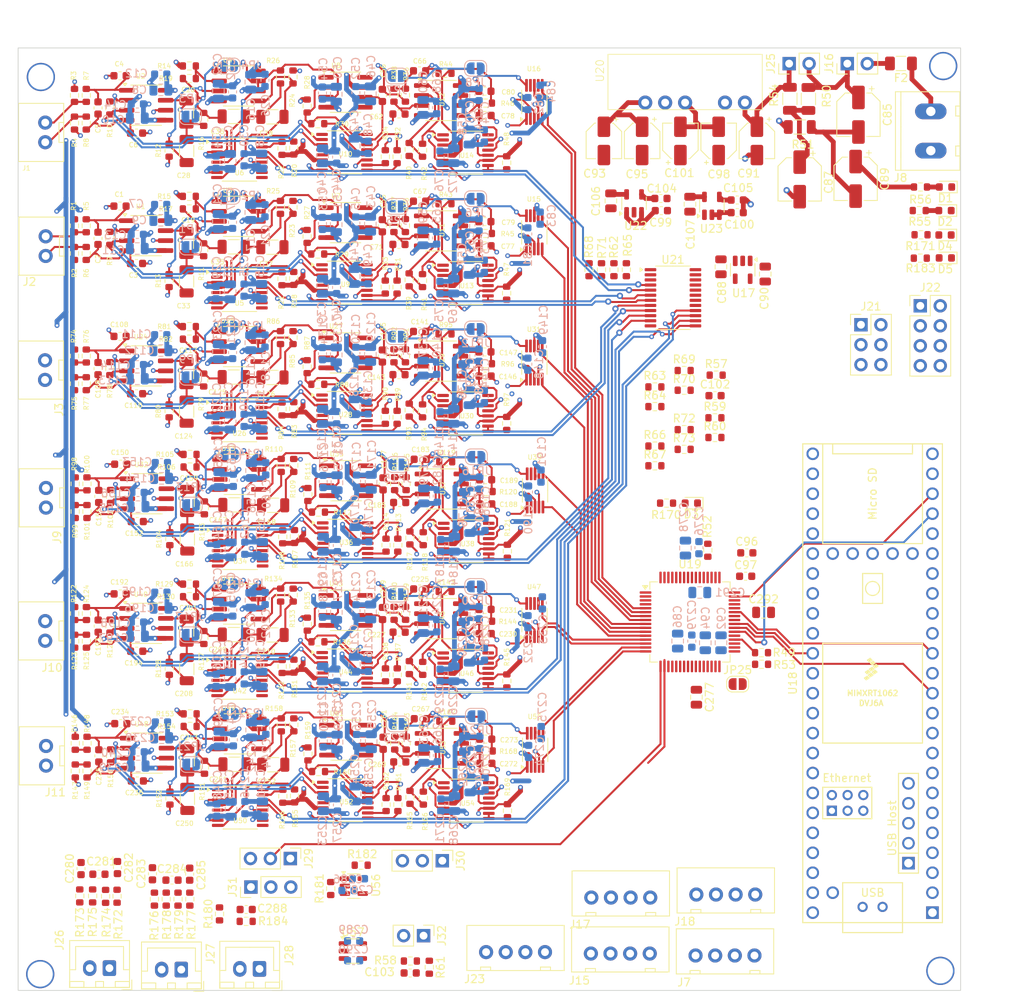
<source format=kicad_pcb>
(kicad_pcb (version 20240108) (generator "pcbnew") (generator_version "8.0")
  (layers (0 "F.Cu" signal) (1 "In1.Cu" signal) (2 "In2.Cu" signal) (31 "B.Cu" signal) (34 "B.Paste" user) (35 "F.Paste" user) (36 "B.SilkS" user "B.Silkscreen") (37 "F.SilkS" user "F.Silkscreen") (38 "B.Mask" user) (39 "F.Mask" user) (44 "Edge.Cuts" user))
  (net 0 "")
  (net 1 "Net-(U1--)")
  (net 2 "Net-(U1-+)")
  (net 3 "/VREFP")
  (net 4 "+5V")
  (net 5 "-5V")
  (net 6 "Net-(U19-VCAP3)")
  (net 7 "Net-(U19-VCAP4)")
  (net 8 "IN7N")
  (net 9 "IN7P")
  (net 10 "IN8N")
  (net 11 "+2.5V")
  (net 12 "IN8P")
  (net 13 "/REF_ELEC")
  (net 14 "Net-(D3-A)")
  (net 15 "-2.5V")
  (net 16 "5V")
  (net 17 "CH7_+")
  (net 18 "VL")
  (net 19 "Net-(D2-A)")
  (net 20 "5V_IN")
  (net 21 "CH7_-")
  (net 22 "IN1P")
  (net 23 "IN1N")
  (net 24 "CH8_-")
  (net 25 "CH8_+")
  (net 26 "VIN")
  (net 27 "Net-(F2-Pad2)")
  (net 28 "/BIAS_ELEC_CON")
  (net 29 "/REF_ELEC_COM")
  (net 30 "GPIO4")
  (net 31 "/BIAS_ELEC")
  (net 32 "BIASOUT")
  (net 33 "BIASINV")
  (net 34 "Net-(U56-+)")
  (net 35 "Net-(D1-A)")
  (net 37 "IN2N")
  (net 38 "IN2P")
  (net 39 "ADC_MOSI")
  (net 40 "ADC_PWDN")
  (net 41 "ADC_RST")
  (net 42 "ADC_SCLK")
  (net 43 "ADC_START")
  (net 44 "ADC_CS")
  (net 45 "ADC_MISO")
  (net 46 "ADC_DRDY")
  (net 47 "ADC_CLKSEL")
  (net 48 "BIAS_DRIVE_PIN")
  (net 49 "SCL_CH1")
  (net 50 "SCL")
  (net 51 "SDA")
  (net 52 "SCL_CH3")
  (net 53 "SCL_CH5")
  (net 54 "SDA_CH1")
  (net 55 "SDA_CH3")
  (net 56 "SDA_CH5")
  (net 57 "SCL_CH2")
  (net 58 "CH1_-")
  (net 59 "CH1_+")
  (net 60 "CH2_-")
  (net 61 "CH2_+")
  (net 62 "CH3_-")
  (net 63 "CH3_+")
  (net 64 "CH4_-")
  (net 65 "CH4_+")
  (net 66 "CH5_-")
  (net 67 "CH5_+")
  (net 68 "CH6_-")
  (net 69 "CH6_+")
  (net 70 "SDA1")
  (net 71 "SCL1")
  (net 72 "SDA2")
  (net 73 "SCL2")
  (net 74 "SCL_CH4")
  (net 75 "SCL_CH6")
  (net 76 "SDA_CH2")
  (net 77 "SDA_CH4")
  (net 78 "GND")
  (net 79 "SDA_CH6")
  (net 80 "Net-(U2--)")
  (net 81 "Net-(U2-+)")
  (net 82 "Net-(C19-Pad2)")
  (net 83 "Net-(C20-Pad2)")
  (net 84 "Net-(U3A-+)")
  (net 85 "Net-(U4A-+)")
  (net 86 "Net-(U11A-+)")
  (net 87 "Net-(U12A-+)")
  (net 88 "Net-(C66-Pad1)")
  (net 89 "Net-(D4-A)")
  (net 90 "Net-(C85-Pad2)")
  (net 91 "Net-(C87-Pad1)")
  (net 92 "Net-(U19-VCAP2)")
  (net 93 "Net-(U19-VCAP1)")
  (net 94 "Net-(U22-NR)")
  (net 95 "Net-(U23-NR)")
  (net 96 "Net-(U3A--)")
  (net 97 "Net-(U4A--)")
  (net 98 "Net-(U9-AD0)")
  (net 99 "Net-(U10-AD0)")
  (net 100 "Net-(U9-AD1)")
  (net 101 "Net-(U10-AD1)")
  (net 102 "Net-(U11A--)")
  (net 103 "Net-(U12A--)")
  (net 104 "Net-(U13-AD0)")
  (net 105 "Net-(U14-AD0)")
  (net 106 "Net-(U21-~{RESET})")
  (net 143 "GPIO2")
  (net 144 "SRB1")
  (net 147 "/PPBF_CHANNEL1/V1")
  (net 148 "/PPBF_CHANNEL/V1")
  (net 149 "/PPBF_CHANNEL1/HPF_R1_A1")
  (net 150 "/PPBF_CHANNEL1/V2")
  (net 151 "/PPBF_CHANNEL/HPF_R1_A1")
  (net 152 "/PPBF_CHANNEL/V2")
  (net 153 "/PPBF_CHANNEL1/HPF_R2_A1")
  (net 154 "/PPBF_CHANNEL/HPF_R2_A1")
  (net 155 "/PPBF_CHANNEL1/V4")
  (net 156 "/PPBF_CHANNEL1/MG_B")
  (net 157 "/PPBF_CHANNEL/V4")
  (net 158 "/PPBF_CHANNEL/MG_B")
  (net 159 "/PPBF_CHANNEL/V5")
  (net 160 "Net-(C67-Pad1)")
  (net 161 "/PPBF_CHANNEL1/V5")
  (net 162 "/PPBF_CHANNEL1/LPF_R2_B")
  (net 163 "/PPBF_CHANNEL/LPF_R2_B")
  (net 164 "/PPBF_CHANNEL1/V6")
  (net 165 "/PPBF_CHANNEL1/LPF_R1_B")
  (net 166 "/PPBF_CHANNEL/V6")
  (net 167 "/PPBF_CHANNEL/LPF_R1_B")
  (net 168 "Net-(U24--)")
  (net 169 "Net-(U24-+)")
  (net 170 "/PPBF_CHANNEL2/V1")
  (net 171 "Net-(C117-Pad2)")
  (net 172 "Net-(U25A-+)")
  (net 173 "/PPBF_CHANNEL2/HPF_R1_A1")
  (net 174 "/PPBF_CHANNEL2/V2")
  (net 175 "/PPBF_CHANNEL2/HPF_R2_A1")
  (net 176 "/PPBF_CHANNEL2/V4")
  (net 177 "/PPBF_CHANNEL2/MG_B")
  (net 178 "/PPBF_CHANNEL2/V5")
  (net 179 "Net-(C141-Pad1)")
  (net 180 "Net-(U29A-+)")
  (net 181 "/PPBF_CHANNEL2/LPF_R2_B")
  (net 182 "/PPBF_CHANNEL2/LPF_R1_B")
  (net 183 "/PPBF_CHANNEL2/V6")
  (net 184 "Net-(U32--)")
  (net 185 "Net-(U32-+)")
  (net 186 "/PPBF_CHANNEL3/V1")
  (net 187 "Net-(C159-Pad2)")
  (net 188 "Net-(U33A-+)")
  (net 189 "/PPBF_CHANNEL3/HPF_R1_A1")
  (net 190 "/PPBF_CHANNEL3/V2")
  (net 191 "/PPBF_CHANNEL3/HPF_R2_A1")
  (net 192 "/PPBF_CHANNEL3/MG_B")
  (net 193 "/PPBF_CHANNEL3/V4")
  (net 194 "Net-(C183-Pad1)")
  (net 195 "/PPBF_CHANNEL3/V5")
  (net 196 "Net-(U37A-+)")
  (net 197 "/PPBF_CHANNEL3/LPF_R2_B")
  (net 198 "/PPBF_CHANNEL3/LPF_R1_B")
  (net 199 "/PPBF_CHANNEL3/V6")
  (net 200 "Net-(U40--)")
  (net 201 "Net-(U40-+)")
  (net 202 "/PPBF_CHANNEL4/V1")
  (net 203 "Net-(C201-Pad2)")
  (net 204 "Net-(U41A-+)")
  (net 205 "/PPBF_CHANNEL4/HPF_R1_A1")
  (net 206 "/PPBF_CHANNEL4/V2")
  (net 207 "/PPBF_CHANNEL4/HPF_R2_A1")
  (net 208 "/PPBF_CHANNEL4/V4")
  (net 209 "/PPBF_CHANNEL4/MG_B")
  (net 210 "Net-(C225-Pad1)")
  (net 211 "/PPBF_CHANNEL4/V5")
  (net 212 "Net-(U45A-+)")
  (net 213 "/PPBF_CHANNEL4/LPF_R2_B")
  (net 214 "/PPBF_CHANNEL4/V6")
  (net 215 "/PPBF_CHANNEL4/LPF_R1_B")
  (net 216 "Net-(U48--)")
  (net 217 "Net-(U48-+)")
  (net 218 "/PPBF_CHANNEL5/V1")
  (net 219 "Net-(C243-Pad2)")
  (net 220 "Net-(U49A-+)")
  (net 221 "/PPBF_CHANNEL5/HPF_R1_A1")
  (net 222 "/PPBF_CHANNEL5/V2")
  (net 223 "/PPBF_CHANNEL5/HPF_R2_A1")
  (net 224 "/PPBF_CHANNEL5/V4")
  (net 225 "/PPBF_CHANNEL5/MG_B")
  (net 226 "/PPBF_CHANNEL5/V5")
  (net 227 "Net-(C267-Pad1)")
  (net 228 "Net-(U53A-+)")
  (net 229 "/PPBF_CHANNEL5/LPF_R2_B")
  (net 230 "/PPBF_CHANNEL5/V6")
  (net 231 "/PPBF_CHANNEL5/LPF_R1_B")
  (net 232 "/PPBF_CHANNEL1/HPF_R1_B1")
  (net 233 "/PPBF_CHANNEL/HPF_R1_B1")
  (net 234 "/PPBF_CHANNEL2/HPF_R1_B1")
  (net 235 "/PPBF_CHANNEL3/HPF_R1_B1")
  (net 236 "/PPBF_CHANNEL4/HPF_R1_B1")
  (net 237 "/PPBF_CHANNEL5/HPF_R1_B1")
  (net 238 "/PPBF_CHANNEL1/FSG_B")
  (net 239 "/PPBF_CHANNEL1/FSG_A")
  (net 240 "/PPBF_CHANNEL/FSG_B")
  (net 241 "/PPBF_CHANNEL/FSG_A")
  (net 242 "/PPBF_CHANNEL1/HPF_ADDR0")
  (net 243 "/PPBF_CHANNEL/HPF_ADDR0")
  (net 244 "/PPBF_CHANNEL1/HPF_ADDR1")
  (net 245 "/PPBF_CHANNEL/HPF_ADDR1")
  (net 246 "/PPBF_CHANNEL1/MG_A")
  (net 247 "/PPBF_CHANNEL/MG_A")
  (net 248 "/PPBF_CHANNEL2/FSG_A")
  (net 249 "/PPBF_CHANNEL2/FSG_B")
  (net 250 "Net-(U25A--)")
  (net 251 "/PPBF_CHANNEL2/HPF_ADDR0")
  (net 252 "/PPBF_CHANNEL2/HPF_ADDR1")
  (net 253 "/PPBF_CHANNEL2/MG_A")
  (net 254 "Net-(U28-AD0)")
  (net 255 "Net-(U28-AD1)")
  (net 256 "Net-(U29A--)")
  (net 257 "Net-(U30-AD0)")
  (net 258 "/PPBF_CHANNEL3/FSG_B")
  (net 259 "/PPBF_CHANNEL3/FSG_A")
  (net 260 "Net-(U33A--)")
  (net 261 "/PPBF_CHANNEL3/HPF_ADDR0")
  (net 262 "/PPBF_CHANNEL3/HPF_ADDR1")
  (net 263 "/PPBF_CHANNEL3/MG_A")
  (net 264 "Net-(U36-AD0)")
  (net 265 "Net-(U36-AD1)")
  (net 266 "Net-(U37A--)")
  (net 267 "Net-(U38-AD0)")
  (net 268 "/PPBF_CHANNEL4/FSG_B")
  (net 269 "/PPBF_CHANNEL4/FSG_A")
  (net 270 "Net-(U41A--)")
  (net 271 "/PPBF_CHANNEL4/HPF_ADDR0")
  (net 272 "/PPBF_CHANNEL4/HPF_ADDR1")
  (net 273 "/PPBF_CHANNEL4/MG_A")
  (net 274 "Net-(U44-AD0)")
  (net 275 "Net-(U44-AD1)")
  (net 276 "Net-(U45A--)")
  (net 277 "Net-(U46-AD0)")
  (net 278 "/PPBF_CHANNEL5/FSG_B")
  (net 279 "/PPBF_CHANNEL5/FSG_A")
  (net 280 "Net-(U49A--)")
  (net 281 "/PPBF_CHANNEL5/HPF_ADDR0")
  (net 282 "/PPBF_CHANNEL5/HPF_ADDR1")
  (net 283 "/PPBF_CHANNEL5/MG_A")
  (net 284 "Net-(U52-AD0)")
  (net 285 "Net-(U52-AD1)")
  (net 286 "Net-(U53A--)")
  (net 287 "Net-(U54-AD0)")
  (net 288 "/PPBF_CHANNEL1/HPF_R2_B1")
  (net 289 "/PPBF_CHANNEL/HPF_R2_B1")
  (net 290 "IN4N")
  (net 291 "IN5P")
  (net 292 "IN3P")
  (net 293 "IN6N")
  (net 294 "IN4P")
  (net 295 "IN3N")
  (net 296 "IN6P")
  (net 297 "IN5N")
  (net 298 "/PPBF_CHANNEL2/HPF_R2_B1")
  (net 315 "/PPBF_CHANNEL3/HPF_R2_B1")
  (net 334 "/PPBF_CHANNEL4/HPF_R2_B1")
  (net 348 "/PPBF_CHANNEL5/HPF_R2_B1")
  (net 362 "SRB2")
  (net 363 "CLK")
  (net 364 "Net-(JP25-B)")
  (net 365 "BIASIN")
  (net 366 "GPIO1")
  (net 367 "GPIO3")
  (net 368 "Net-(U56--)")
  (net 369 "Net-(U57--)")
  (net 370 "Net-(U57-+)")
  (net 373 "Net-(D5-A)")
  (net 386 "R-")
  (net 387 "LED")
  (net 388 "LED1")
  (net 400 "T+")
  (net 401 "USB_D-")
  (net 404 "R+")
  (net 405 "USB_D+")
  (net 410 "T-")
  (net 415 "LED2")
  (footprint "Resistor_SMD:R_0603_1608Metric" (layer "F.Cu") (at 40.67 79.745 -90)
    (property "Reference" "R9")
    (property "Value" "4.7k")
  )
  (footprint "Package_SO:TSSOP-16_4.4x5mm_P0.65mm" (layer "F.Cu") (at 86.050428 118.305)
    (property "Reference" "U38")
    (property "Value" "AD5282")
  )
  (footprint "Resistor_SMD:R_0603_1608Metric" (layer "F.Cu") (at 37.676464 98.253822 90)
    (property "Reference" "R77")
    (property "Value" "4.7k")
  )
  (footprint "Resistor_SMD:R_0603_1608Metric" (layer "F.Cu") (at 67.17 131.115)
    (property "Reference" "R136")
    (property "Value" "1k")
  )
  (footprint "Resistor_SMD:R_0603_1608Metric" (layer "F.Cu") (at 68.7975 162.53 90)
    (property "Reference" "R181")
    (property "Value" "1k")
  )
  (footprint "Package_SO:SOIC-8_3.9x4.9mm_P1.27mm" (layer "F.Cu") (at 45.32 128.77)
    (property "Reference" "U40")
    (property "Value" "AD8421")
  )
  (footprint "Resistor_SMD:R_0603_1608Metric" (layer "F.Cu") (at 36.195 127.515 90)
    (property "Reference" "R122")
    (property "Value" "10M")
  )
  (footprint "Resistor_SMD:R_0603_1608Metric" (layer "F.Cu") (at 36.17 78.145 90)
    (property "Reference" "R1")
    (property "Value" "10M")
  )
  (footprint "Resistor_SMD:R_0603_1608Metric" (layer "F.Cu") (at 78.791464 101.613822 90)
    (property "Reference" "R93")
    (property "Value" "20k")
  )
  (footprint "Resistor_SMD:R_0603_1608Metric" (layer "F.Cu") (at 50.9 141.89 180)
    (property "Reference" "R154")
    (property "Value" "20k")
  )
  (footprint "IoWLabs:Miniature SIP 6p" (layer "F.Cu") (at 113.92 59.84 180)
    (property "Reference" "U20")
    (property "Value" "MEA1D")
  )
  (footprint "Resistor_SMD:R_0603_1608Metric" (layer "F.Cu") (at 117.875 97.165)
    (property "Reference" "R57")
    (property "Value" "33")
  )
  (footprint "Package_SO:SOIC-8_3.9x4.9mm_P1.27mm" (layer "F.Cu") (at 70.676464 94.328822)
    (property "Reference" "U27")
    (property "Value" "OPA277")
  )
  (footprint "Capacitor_SMD:C_0603_1608Metric" (layer "F.Cu") (at 39.285 160.71 180)
    (property "Reference" "C281")
    (property "Value" "1n")
  )
  (footprint "Package_SO:SOIC-8_3.9x4.9mm_P1.27mm" (layer "F.Cu") (at 82.85 62.195)
    (property "Reference" "U12")
    (property "Value" "OPA2277")
  )
  (footprint "Capacitor_SMD:C_0603_1608Metric" (layer "F.Cu") (at 44.095 132.315)
    (property "Reference" "C194")
    (property "Value" "100p")
  )
  (footprint "Resistor_SMD:R_0603_1608Metric" (layer "F.Cu") (at 83.45 141.22)
    (property "Reference" "R167")
    (property "Value" "33")
  )
  (footprint "Capacitor_SMD:C_0603_1608Metric" (layer "F.Cu") (at 75.462928 111.005 90)
    (property "Reference" "C177")
    (property "Value" "200p")
  )
  (footprint "Package_SO:SOIC-8_3.9x4.9mm_P1.27mm" (layer "F.Cu") (at 82.937928 111.655)
    (property "Reference" "U37")
    (property "Value" "OPA2277")
  )
  (footprint "Package_SO:TSSOP-16_4.4x5mm_P0.65mm" (layer "F.Cu") (at 85.9825 134.815)
    (property "Reference" "U46")
    (property "Value" "AD5282")
  )
  (footprint "Connector_JST:JST_XH_B2B-XH-A_1x02_P2.50mm_Vertical" (layer "F.Cu") (at 40.62 172.665 180)
    (property "Reference" "J26")
    (property "Value" "HDR-2x1")
  )
  (footprint "Resistor_SMD:R_0603_1608Metric" (layer "F.Cu") (at 75.85 151.84 -90)
    (property "Reference" "R162")
    (property "Value" "10k")
  )
  (footprint "Resistor_SMD:R_0603_1608Metric" (layer "F.Cu") (at 37.762928 111.005 -90)
    (property "Reference" "R100")
    (property "Value" "4.7k")
  )
  (footprint "Resistor_SMD:R_0603_1608Metric" (layer "F.Cu") (at 83.345 75.33)
    (property "Reference" "R43")
    (property "Value" "33")
  )
  (footprint "Package_SO:SOIC-8_3.9x4.9mm_P1.27mm" (layer "F.Cu") (at 57.076464 93.528822)
    (property "Reference" "U25")
    (property "Value" "OPA2277")
  )
  (footprint "Capacitor_SMD:C_0603_1608Metric" (layer "F.Cu") (at 37.005 159.99 90)
    (property "Reference" "C280")
    (property "Value" "100p")
  )
  (footprint "LED_SMD:LED_0603_1608Metric" (layer "F.Cu") (at 147.05 82.24 180)
    (property "Reference" "D5")
    (property "Value" "LED")
  )
  (footprint "Resistor_SMD:R_0603_1608Metric" (layer "F.Cu") (at 117.715 102.595)
    (property "Reference" "R59")
    (property "Value" "4.7k")
  )
  (footprint "Capacitor_SMD:C_1206_3216Metric" (layer "F.Cu") (at 50.45 68.625 -90)
    (property "Reference" "C28")
    (property "Value" "100u")
  )
  (footprint "Resistor_SMD:R_1206_3216Metric" (layer "F.Cu") (at 128.52 65.57)
    (property "Reference" "R51")
    (property "Value" "318")
  )
  (footprint "Resistor_SMD:R_0603_1608Metric" (layer "F.Cu") (at 80.577928 117.99 90)
    (property "Reference" "R118")
    (property "Value" "20k")
  )
  (footprint "Package_SO:SOIC-8_3.9x4.9mm_P1.27mm" (layer "F.Cu") (at 57.162928 109.805)
    (property "Reference" "U33")
    (property "Value" "OPA2277")
  )
  (footprint "Resistor_SMD:R_0603_1608Metric" (layer "F.Cu") (at 78.41 144.01 90)
    (property "Reference" "R163")
    (property "Value" "3.3k")
  )
  (footprint "Resistor_SMD:R_0603_1608Metric" (layer "F.Cu") (at 76.87 127.49 -90)
    (property "Reference" "R140")
    (property "Value" "3.3k")
  )
  (footprint "Resistor_SMD:R_0603_1608Metric" (layer "F.Cu") (at 50.887928 108.86 180)
    (property "Reference" "R106")
    (property "Value" "20k")
  )
  (footprint "Resistor_SMD:R_0603_1608Metric" (layer "F.Cu") (at 78.79 68.43 90)
    (property "Reference" "R40")
    (property "Value" "20k")
  )
  (footprint "Package_SO:SOIC-8_3.9x4.9mm_P1.27mm" (layer "F.Cu") (at 45.4 145.29)
    (property "Reference" "U48")
    (property "Value" "AD8421")
  )
  (footprint "Resistor_SMD:R_0603_1608Metric" (layer "F.Cu") (at 143.96 79.29)
    (property "Reference" "R171")
    (property "Value" "470")
  )
  (footprint "Capacitor_SMD:C_0603_1608Metric" (layer "F.Cu") (at 77.49 63.92 180)
    (property "Reference" "C62")
    (property "Value" "0.001u")
  )
  (footprint "Capacitor_SMD:C_0603_1608Metric" (layer "F.Cu") (at 77.59 146.41 180)
    (property "Reference" "C269")
    (property "Value" "0.001u")
  )
  (footprint "Resistor_SMD:R_0603_1608Metric" (layer "F.Cu") (at 37.775 147.56 90)
    (property "Reference" "R149")
    (property "Value" "4.7k")
  )
  (footprint "Resistor_SMD:R_0603_1608Metric" (layer "F.Cu") (at 65.82 128.87 -90)
    (property "Reference" "R135")
    (property "Value" "1k")
  )
  (footprint "Capacitor_SMD:C_0603_1608Metric" (layer "F.Cu") (at 41.976464 92.228822 180)
    (property "Reference" "C108")
    (property "Value" "100p")
  )
  (footprint "IoWLabsConnectors:JST-XH-2x1-2.5p-TH-V" (layer "F.Cu") (at 32.55 145.63 90)
    (property "Reference" "J11")
    (property "Value" "HDR-2x1")
  )
  (footprint "Resistor_SMD:R_0603_1608Metric" (layer "F.Cu") (at 50.887928 107.26)
    (property "Reference" "R105")
    (property "Value" "20k")
  )
  (footprint "Capacitor_SMD:CP_Elec_5x5.4" (layer "F.Cu") (at 128.51 72.24 -90)
    (property "Reference" "C87")
    (property "Value" "10u")
  )
  (footprint "Resistor_SMD:R_0603_1608Metric" (layer "F.Cu") (at 77.25 69.35 -90)
    (property "Reference" "R32")
    (property "Value" "10k")
  )
  (footprint "Package_SO:TSSOP-16_4.4x5mm_P0.65mm" (layer "F.Cu") (at 85.9575 85.445)
    (property "Reference" "U13")
    (property "Value" "AD5282")
  )
  (footprint "Capacitor_SMD:C_1206_3216Metric" (layer "F.Cu") (at 50.451464 101.808822 -90)
    (property "Reference" "C124")
    (property "Value" "100u")
  )
  (footprint "Capacitor_SMD:C_0603_1608Metric" (layer "F.Cu") (at 75.376464 94.728822 90)
    (property "Reference" "C135")
    (property "Value" "200p")
  )
  (footprint "Resistor_SMD:R_0603_1608Metric" (layer "F.Cu") (at 37.67 78.145 -90)
    (property "Reference" "R5")
    (property "Value" "4.7k")
  )
  (footprint "Resistor_SMD:R_0603_1608Metric" (layer "F.Cu") (at 80.485 85.13 90)
    (property "Reference" "R41")
    (property "Value" "20k")
  )
  (footprint "Resistor_SMD:R_0603_1608Metric" (layer "F.Cu") (at 78.311464 94.703822 90)
    (property "Reference" "R91")
    (property "Value" "3.3k")
  )
  (footprint "Capacitor_SMD:CP_Elec_5x5.4" (layer "F.Cu") (at 135.99 64.01 -90)
    (property "Reference" "C85")
    (property "Value" "5u")
  )
  (footprint "IoWLabsConnectors:JST-XH-2x1-2.5p-TH-V" (layer "F.Cu") (at 32.54 112.78 90)
    (property "Reference" "J9")
    (property "Value" "HDR-2x1")
  )
  (footprint "Capacitor_SMD:C_0603_1608Metric" (layer "F.Cu") (at 44.175 148.835)
    (property "Reference" "C236")
    (property "Value" "100p")
  )
  (footprint "Capacitor_SMD:C_1206_3216Metric" (layer "F.Cu") (at 50.426464 96.908822 -90)
    (property "Reference" "C117")
    (property "Value" "100u")
  )
  (footprint "Capacitor_SMD:C_1206_3216Metric" (layer "F.Cu") (at 50.512928 113.185 -90)
    (property "Reference" "C159")
    (property "Value" "100u")
  )
  (footprint "Resistor_SMD:R_0603_1608Metric" (layer "F.Cu") (at 40.675 63.145 -90)
    (property "Reference" "R10")
    (property "Value" "4.7k")
  )
  (footprint "Resistor_SMD:R_0603_1608Metric" (layer "F.Cu") (at 106.44 83.74 90)
    (property "Reference" "R65")
    (property "Value" "4.7k")
  )
  (footprint "Connector_PinHeader_2.54mm:PinHeader_2x03_P2.54mm_Vertical" (layer "F.Cu") (at 136.31 90.75)
    (property "Reference" "J21")
    (property "Value" "Conn_02x03_Counter_Clockwise")
  )
  (footprint "Resistor_SMD:R_0603_1608Metric" (layer "F.Cu") (at 83.437928 108.19)
    (property "Reference" "R119")
    (property "Value" "33")
  )
  (footprint "Resistor_SMD:R_0603_1608Metric" (layer "F.Cu") (at 88.587928 111.985 180)
    (property "Reference" "R120")
    (property "Value" "33")
  )
  (footprint "Capacitor_SMD:C_0603_1608Metric" (layer "F.Cu") (at 41.97 75.645 180)
    (property "Reference" "C1")
    (property "Value" "100p")
  )
  (footprint "Package_SO:TSSOP-16_4.4x5mm_P0.65mm" (layer "F.Cu") (at 57.262928 119.185)
    (property "Reference" "U34")
    (property "Value" "~")
  )
  (footprint "Package_SO:SOIC-8_3.9x4.9mm_P1.27mm" (layer "F.Cu") (at 82.851464 95.378822)
    (property "Reference" "U29")
    (property "Value" "OPA2277")
  )
  (footprint "Resistor_SMD:R_0603_1608Metric" (layer "F.Cu") (at 40.695 129.115 -90)
    (property "Reference" "R126")
    (property "Value" "4.7k")
  )
  (footprint "Capacitor_SMD:C_0603_1608Metric" (layer "F.Cu") (at 75.375 61.545 90)
    (property "Reference" "C56")
    (property "Value" "200p")
  )
  (footprint "Resistor_SMD:R_0603_1608Metric" (layer "F.Cu") (at 72.6775 159.56 180)
    (property "Reference" "R182")
    (property "Value" "1k")
  )
  (footprint "Capacitor_SMD:C_1206_3216Metric" (layer "F.Cu") (at 61.375 64.275)
    (property "Reference" "C38")
    (property "Value" "100u")
  )
  (footprint "Jumper:SolderJumper-2_P1.3mm_Open_RoundedPad1.0x1.5mm" (layer "F.Cu") (at 120.61 136.5)
    (property "Reference" "JP25")
    (property "Value" "SolderJumper_2_Open")
  )
  (footprint "Capacitor_SMD:C_0603_1608Metric" (layer "F.Cu") (at 80.197928 107.88)
    (property "Reference" "C183")
    (property "Value" "0.001u")
  )
  (footprint "Resistor_SMD:R_0603_1608Metric" (layer "F.Cu") (at 36.195 131.04 90)
    (property "Reference" "R123")
    (property "Value" "10M")
  )
  (footprint "Package_SO:TSSOP-16_4.4x5mm_P0.65mm" (layer "F.Cu") (at 70.54795 85.39)
    (property "Reference" "U9")
    (property "Value" "AD5282")
  )
  (footprint "Capacitor_SMD:C_0603_1608Metric" (layer "F.Cu") (at 41.995 125.015 180)
    (property "Reference" "C192")
    (property "Value" "100p")
  )
  (footprint "Package_TO_SOT_SMD:SOT-23-5" (layer "F.Cu") (at 71.62 170.49)
    (property "Reference" "U57")
    (property "Value" "OPA376xxDBV")
  )
  (footprint "Connector_PinHeader_2.54mm:PinHeader_1x03_P2.54mm_Vertical" (layer "F.Cu") (at 63.66 158.71 -90)
    (property "Reference" "J29")
    (property "Value" "HDR-3x1")
  )
  (footprint "Capacitor_SMD:C_1206_3216Metric" (layer "F.Cu") (at 50.445 85.225 -90)
    (property "Reference" "C33")
    (property "Value" "100u")
  )
  (footprint "Resistor_SMD:R_0603_1608Metric" (layer "F.Cu") (at 37.695 131.04 90)
    (property "Reference" "R125")
    (property "Value" "4.7k")
  )
  (footprint "Resistor_SMD:R_0603_1608Metric" (layer "F.Cu") (at 41.595 163.51 90)
    (property "Reference" "R172")
    (property "Value" "10M")
  )
  (footprint "Resistor_SMD:R_0603_1608Metric" (layer "F.Cu") (at 83.35 58.73)
    (property "Reference" "R44")
    (property "Value" "33")
  )
  (footprint "Capacitor_SMD:C_1206_3216Metric" (layer "F.Cu") (at 61.462928 113.735)
    (property "Reference" "C168")
    (property "Value" "100u")
  )
  (footprint "Package_SO:SOIC-8_3.9x4.9mm_P1.27mm" (layer "F.Cu") (at 70.775 143.635)
    (property "Reference" "U51")
    (property "Value" "OPA277")
  )
  (footprint "Capacitor_SMD:C_0603_1608Metric" (layer "F.Cu") (at 80.111464 91.603822)
    (property "Reference" "C141")
    (property "Value" "0.001u")
  )
  (footprint "Resistor_SMD:R_0603_1608Metric" (layer "F.Cu") (at 67.25 147.635)
    (property "Reference" "R160")
    (property "Value" "1k")
  )
  (footprint "IoWLabsConnectors:JST-XH-4x1-2.5P-TH-V" (layer "F.Cu") (at 105.67 170.81)
    (property "Reference" "J15")
    (property "Value" "HDR-4x1")
  )
  (footprint "Resistor_SMD:R_0603_1608Metric" (layer "F.Cu") (at 36.845 163.47 -90)
    (property "Reference" "R173")
    (property "Value" "10M")
  )
  (footprint "Resistor_SMD:R_0603_1608Metric" (layer "F.Cu") (at 65.9 145.39 -90)
    (property "Reference" "R159")
    (property "Value" "1k")
  )
  (footprint "Resistor_SMD:R_0603_1608Metric" (layer "F.Cu") (at 50.859999 163.88 -90)
    (property "Reference" "R177")
    (property "Value" "10M")
  )
  (footprint "Resistor_SMD:R_0603_1608Metric" (layer "F.Cu") (at 64.1 141.69 -90)
    (property "Reference" "R157")
    (property "Value" "160k")
  )
  (footprint "Capacitor_SMD:C_1206_3216Metric" (layer "F.Cu") (at 61.475 146.765)
    (property "Reference" "C252")
    (property "Value" "100u")
  )
  (footprint "Resistor_SMD:R_0603_1608Metric" (layer "F.Cu") (at 91.3 152.615 -90)
    (property "Reference" "R169")
    (property "Value" "10k")
  )
  (footprint "Capacitor_SMD:C_0805_2012Metric" (layer "F.Cu") (at 114.54 75.4 -90)
    (property "Reference" "C107")
    (property "Value" "2.2u")
  )
  (footprint "Capacitor_SMD:C_0603_1608Metric" (layer "F.Cu") (at 88.537928 113.56)
    (property "Reference" "C188")
    (property "Value" "0.1u")
  )
  (footprint "Capacitor_SMD:CP_Elec_4x5.3" (layer "F.Cu") (at 103.58 67.34 -90)
    (property "Reference" "C93")
    (property "Value" "10u")
  )
  (footprint "Capacitor_SMD:C_0603_1608Metric" (layer "F.Cu") (at 121.63 122.77)
    (property "Reference" "C97")
    (property "Value" "100n")
  )
  (footprint "Package_SO:MSOP-10_3x3mm_P0.5mm" (layer "F.Cu") (at 94.725 62.38 90)
    (property "Reference" "U16")
    (property "Value" "AD8475xRMZ")
  )
  (footprint "Capacitor_SMD:C_1206_3216Metric" (layer "F.Cu") (at 50.525 146.215 -90)
    (property "Reference" "C243")
    (property "Value" "100u")
  )
  (footprint "Capacitor_SMD:C_0805_2012Metric" (layer "F.Cu") (at 104.47 74.97 -90)
    (property "Reference" "C106")
    (property "Value" "2.2u")
  )
  (footprint "Resistor_SMD:R_0603_1608Metric" (layer "F.Cu") (at 65.887928 112.36 -90)
    (property "Reference" "R111")
    (property "Value" "1k")
  )
  (footprint "teensy:Teensy41" (layer "F.Cu") (at 137.7908 136.3892 90)
    (property "Reference" "U18")
    (property "Value" "Teensy4.1")
  )
  (footprint "Resistor_SMD:R_0603_1608Metric" (layer "F.Cu") (at 91.195 86.725 -90)
    (property "Reference" "R47")
    (property "Value" "10k")
  )
  (footprint "Capacitor_SMD:C_1206_3216Metric" (layer "F.Cu") (at 56.45 64.225)
    (property "Reference" "C36")
    (property "Value" "100u")
  )
  (footprint "Resistor_SMD:R_0603_1608Metric" (layer "F.Cu") (at 91.287928 119.585 -90)
    (property "Reference" "R121")
    (property "Value" "10k")
  )
  (footprint "Resistor_SMD:R_0603_1608Metric" (layer "F.Cu") (at 64.11 134.22 -90)
    (property "Reference" "R131")
    (property "Value" "10k")
  )
  (footprint "Resistor_SMD:R_0603_1608Metric" (layer "F.Cu") (at 40.676464 96.328822 -90)
    (property "Reference" "R78")
    (property "Value" "4.7k")
  )
  (footprint "Capacitor_SMD:C_0603_1608Metric" (layer "F.Cu") (at 88.431464 94.203822 180)
    (property "Reference" "C147")
    (property "Value" "0.1u")
  )
  (footprint "Resistor_SMD:R_0603_1608Metric" (layer "F.Cu") (at 88.501464 95.708822 180)
    (property "Reference" "R96")
    (property "Value" "33")
  )
  (footprint "Package_SO:TSSOP-16_4.4x5mm_P0.65mm" (layer "F.Cu") (at 85.9625 68.845)
    (property "Reference" "U14")
    (property "Value" "AD5282")
  )
  (footprint "Capacitor_SMD:C_1206_3216Metric" (layer "F.Cu") (at 50.47 134.595 -90)
    (property "Reference" "C208")
    (property "Value" "100u")
  )
  (footprint "Resistor_SMD:R_0603_1608Metric" (layer "F.Cu") (at 36.262928 111.005 90)
    (property "Reference" "R98")
    (property "Value" "10M")
  )
  (footprint "Resistor_SMD:R_0603_1608Metric" (layer "F.Cu") (at 48.312928 117.985 90)
    (property "Reference" "R104")
    (property "Value" "160k")
  )
  (footprint "Capacitor_SMD:CP_Elec_4x5.3" (layer "F.Cu") (at 118.19 67.34 90)
    (property "Reference" "C98")
    (property "Value" "1u")
  )
  (footprint "Resistor_SMD:R_0603_1608Metric" (layer "F.Cu") (at 37.775 144.035 -90)
    (property "Reference" "R148")
    (property "Value" "4.7k")
  )
  (footprint "Package_TO_SOT_SMD:SOT-23-5" (layer "F.Cu") (at 71.74 162.22)
    (property "Reference" "U56")
    (property "Value" "OPA376xxDBV")
  )
  (footprint "Resistor_SMD:R_0603_1608Metric" (layer "F.Cu") (at 36.176464 94.728822 90)
    (property "Reference" "R74")
    (property "Value" "10M")
  )
  (footprint "Capacitor_SMD:C_0603_1608Metric" (layer "F.Cu") (at 46.1 160.65 90)
    (property "Reference" "C283")
    (property "Value" "100p")
  )
  (footprint "Capacitor_SMD:C_1206_3216Metric" (layer "F.Cu") (at 56.537928 113.685)
    (property "Reference" "C167")
    (property "Value" "100u")
  )
  (footprint "Connector_PinHeader_2.54mm:PinHeader_1x02_P2.54mm_Vertical" (layer "F.Cu") (at 127.165 57.5 90)
    (property "Reference" "J25")
    (property "Value" "ON OFF")
  )
  (footprint "Resistor_SMD:R_0603_1608Metric" (layer "F.Cu") (at 64.19 150.74 -90)
    (property "Reference" "R155")
    (property "Value" "10k")
  )
  (footprint "Resistor_SMD:R_0603_1608Metric" (layer "F.Cu") (at 40.762928 112.605 -90)
    (property "Reference" "R102")
    (property "Value" "4.7k")
  )
  (footprint "Resistor_SMD:R_0603_1608Metric" (layer "F.Cu") (at 117.715 105.105)
    (property "Reference" "R60")
    (property "Value" "4.7k")
  )
  (footprint "Connector_JST:JST_XH_B2B-XH-A_1x02_P2.50mm_Vertical" (layer "F.Cu") (at 49.77 172.85 180)
    (property "Reference" "J27")
    (property "Value" "HDR-2x1")
  )
  (footprint "Package_SO:SOIC-8_3.9x4.9mm_P1.27mm" (layer "F.Cu") (at 57.095 126.315)
    (property "Reference" "U41")
    (property "Value" "OPA2277")
  )
  (footprint "Resistor_SMD:R_0603_1608Metric" (layer "F.Cu") (at 91.2 70.125 -90)
    (property "Reference" "R48")
    (property "Value" "10k")
  )
  (footprint "Resistor_SMD:R_0603_1608Metric" (layer "F.Cu") (at 111.56 113.46)
    (property "Reference" "R170")
    (property "Value" "470")
  )
  (footprint "Resistor_SMD:R_0603_1608Metric" (layer "F.Cu") (at 64.09 68.25 -90)
    (property "Reference" "R20")
    (property "Value" "10k")
  )
  (footprint "Resistor_SMD:R_0603_1608Metric" (layer "F.Cu") (at 113.8 104.105)
    (property "Reference" "R72")
    (property "Value" "4.7k")
  )
  (footprint "Resistor_SMD:R_0603_1608Metric" (layer "F.Cu") (at 77.27 135.32 -90)
    (property "Reference" "R137")
    (property "Value" "10k")
  )
  (footprint "Resistor_SMD:R_0603_1608Metric" (layer "F.Cu") (at 48.325 151.015 90)
    (property "Reference" "R152")
    (property "Value" "160k")
  )
  (footprint "Capacitor_SMD:C_1206_3216Metric" (layer "F.Cu") (at 61.376464 97.458822)
    (property "Reference" "C126")
    (property "Value" "100u")
  )
  (footprint "Resistor_SMD:R_0603_1608Metric" (layer "F.Cu") (at 40.775 145.635 -90)
    (property "Reference" "R150")
    (property "Value" "4.7k")
  )
  (footprint "Resistor_SMD:R_0603_1608Metric" (layer "F.Cu") (at 88.495 79.125 180)
    (property "Reference" "R45")
    (property "Value" "33")
  )
  (footprint "Capacitor_SMD:CP_Elec_4x5.3" (layer "F.Cu") (at 123.06 67.34 -90)
    (property "Reference" "C91")
    (property "Value" "2.2u")
  )
  (footprint "Resistor_SMD:R_0603_1608Metric" (layer "F.Cu") (at 75.837928 118.81 -90)
    (property "Reference" "R114")
    (property "Value" "10k")
  )
  (footprint "Capacitor_SMD:C_0603_1608Metric" (layer "F.Cu") (at 88.445 80.7)
    (property "Reference" "C77")
    (property "Value" "0.1u")
  )
  (footprint "Package_SO:TSSOP-16_4.4x5mm_P0.65mm" (layer "F.Cu") (at 85.963964 102.028822)
    (property "Reference" "U30")
    (property "Value" "AD5282")
  )
  (footprint "Resistor_SMD:R_0603_1608Metric" (layer "F.Cu") (at 78.785 85.03 90)
    (property "Reference" "R39")
    (property "Value" "20k")
  )
  (footprint "Resistor_SMD:R_0603_1608Metric" (layer "F.Cu") (at 36.275 147.56 90)
    (property "Reference" "R147")
    (property "Value" "10M")
  )
  (footprint "IoWLabsConnectors:JST-XH-4x1-2.5P-TH-V" (layer "F.Cu") (at 119 171.055)
    (property "Reference" "J7")
    (property "Value" "HDR-4x1")
  )
  (footprint "Resistor_SMD:R_0603_1608Metric" (layer "F.Cu") (at 52.712928 114.06 90)
    (property "Reference" "R103")
    (property "Value" "160k")
  )
  (footprint "IoWLabsConnectors:Tb-2x1-5p-TH-V" (layer "F.Cu") (at 145.2 66.08 -90)
    (property "Reference" "J8")
    (property "Value" "HDR-2x1")
  )
  (footprint "Resistor_SMD:R_0603_1608Metric" (layer "F.Cu") (at 37.762928 114.53 90)
    (property "Reference" "R101")
    (property "Value" "4.7k")
  )
  (footprint "Capacitor_SMD:C_0603_1608Metric" (layer "F.Cu") (at 39.195 129.115 -90)
    (property "Reference" "C193")
    (property "Value" "1n")
  )
  (footprint "Resistor_SMD:R_0603_1608Metric" (layer "F.Cu") (at 75.751464 102.533822 -90)
    (property "Reference" "R90")
    (property "Value" "10k")
  )
  (footprint "Connector_PinHeader_2.54mm:PinHeader_2x04_P2.54mm_Vertical" (layer "F.Cu") (at 143.865 88.34)
    (property "Reference" "J22")
    (property "Value" "Conn_02x04_Counter_Clockwise")
  )
  (footprint "Resistor_SMD:R_1206_3216Metric" (layer "F.Cu") (at 129.62 62 -90)
    (property "Reference" "R50")
    (property "Value" "636")
  )
  (footprint "Resistor_SMD:R_0603_1608Metric" (layer "F.Cu") (at 113.8 96.575)
    (property "Reference" "R69")
    (property "Value" "4.7k")
  )
  (footprint "Capacitor_SMD:C_0603_1608Metric" (layer "F.Cu") (at 110.84 74.67)
    (property "Reference" "C104")
    (property "Value" "10n")
  )
  (footprint "Resistor_SMD:R_0603_1608Metric" (layer "F.Cu") (at 67.15 65.145)
    (property "Reference" "R30")
    (property "Value" "1k")
  )
  (footprint "Capacitor_SMD:C_0603_1608Metric" (layer "F.Cu") (at 75.395 127.515 90)
    (property "Reference" "C219")
    (property "Value" "200p")
  )
  (footprint "Package_SO:TSSOP-16_4.4x5mm_P0.65mm" (layer "F.Cu") (at 70.55295 68.79)
    (property "Reference" "U10")
    (property "Value" "AD5282")
  )
  (footprint "Package_SO:SOIC-8_3.9x4.9mm_P1.27mm" (layer "F.Cu") (at 57.175 142.835)
    (property "Reference" "U49")
    (property "Value" "OPA2277")
  )
  (footprint "Package_SO:TSSOP-16_4.4x5mm_P0.65mm" (layer "F.Cu") (at 57.17 86.325)
    (property "Reference" "U5")
    (property "Value" "~")
  )
  (footprint "Capacitor_SMD:C_1206_3216Metric" (layer "F.Cu") (at 61.37 80.875)
    (property "Reference" "C37")
    (property "Value" "100u")
  )
  (footprint "Resistor_SMD:R_0603_1608Metric" (layer "F.Cu") (at 40.135 163.525 -90)
    (property "Reference" "R174")
    (property "Value" "4.7k")
  )
  (footprint "IoWLabsConnectors:JST-XH-4x1-2.5P-TH-V" (layer "F.Cu") (at 92.33 170.625)
    (property "Reference" "J23")
    (property "Value" "HDR-4x1")
  )
  (footprint "Capacitor_SMD:C_1206_3216Metric" (layer "F.Cu") (at 50.445 129.695 -90)
    (property "Reference" "C201")
    (property "Value" "100u")
  )
  (footprint "Capacitor_SMD:C_0603_1608Metric" (layer "F.Cu") (at 88.53 143.51 180)
    (property "Reference" "C273")
    (property "Value" "0.1u")
  )
  (footprint "Resistor_SMD:R_0603_1608Metric" (layer "F.Cu") (at 64.02 125.17 -90)
    (property "Reference" "R133")
    (property "Value" "160k")
  )
  (footprint "Capacitor_SMD:C_0603_1608Metric" (layer "F.Cu") (at 80.13 124.39)
    (property "Reference" "C225")
    (property "Value" "0.001u")
  )
  (footprint "Resistor_SMD:R_0603_1608Metric" (layer "F.Cu") (at 52.62 81.2 90)
    (property "Reference" "R11")
    (property "Value" "160k")
  )
  (footprint "Capacitor_SMD:C_0603_1608Metric" (layer "F.Cu") (at 120.555 74.87)
    (property "Reference" "C105")
    (property "Value" "10n")
  )
  (footprint "Resistor_SMD:R_0603_1608Metric" (layer "F.Cu") (at 81.35 172.55 -90)
    (property "Reference" "R61")
    (property "Value" "1M")
  )
  (footprint "Package_SO:TSSOP-16_4.4x5mm_P0.65mm" (layer "F.Cu") (at 86.0625 151.335)
    (property "Reference" "U54")
    (property "Value" "AD5282")
  )
  (footprint "Capacitor_SMD:C_0603_1608Metric" (layer "F.Cu") (at 88.55 146.59)
    (property "Reference" "C272")
    (property "Value" "0.1u")
  )
  (footprint "Resistor_SMD:R_0603_1608Metric" (layer "F.Cu") (at 50.8 57.8)
    (property "Reference" "R14")
    (property "Value" "20k")
  )
  (footprint "Resistor_SMD:R_0603_1608Metric" (layer "F.Cu") (at 76.851464 94.703822 -90)
    (property "Reference" "R92")
    (property "Value" "3.3k")
  )
  (footprint "Resistor_SMD:R_0603_1608Metric" (layer "F.Cu") (at 48.225 68.525 90)
    (property "Reference" "R12")
    (property "Value" "160k")
  )
  (footprint "Capacitor_SMD:C_0603_1608Metric" (layer "F.Cu") (at 77.485 80.52 180)
    (property "Reference" "C71")
    (property "Value" "0.001u")
  )
  (footprint "Capacitor_SMD:C_0603_1608Metric" (layer "F.Cu") (at 88.425 77.62 180)
    (property "Reference" "C79")
    (property "Value" "0.1u")
  )
  (footprint "Capacitor_SMD:C_0603_1608Metric" (layer "F.Cu") (at 88.451464 97.283822)
    (property "Reference" "C146")
    (property "Value" "0.1u")
  )
  (footprint "Resistor_SMD:R_0603_1608Metric" (layer "F.Cu") (at 54.64 165.76 90)
    (property "Reference" "R180")
    (property "Value" "4.7k")
  )
  (footprint "Resistor_SMD:R_0603_1608Metric" (layer "F.Cu") (at 91.22 136.095 -90)
    (property "Reference" "R145")
    (property "Value" "10k")
  )
  (footprint "Capacitor_SMD:C_0603_1608Metric" (layer "F.Cu") (at 78.915 173.28)
    (property "Reference" "C103")
    (property "Value" "1.5n")
  )
  (footprint "Resistor_SMD:R_0603_1608Metric" (layer "F.Cu") (at 58.035 166.71)
    (property "Reference" "R184")
    (property "Value" "4.7k")
  )
  (footprint "Connector_PinHeader_2.54mm:PinHeader_1x02_P2.54mm_Vertical" (layer "F.Cu") (at 134.575 57.5 90)
    (property "Reference" "J16")
    (property "Value" "ON OFF")
  )
  (footprint "Package_SO:SOIC-8_3.9x4.9mm_P1.27mm" (layer "F.Cu") (at 82.87 128.165)
    (property "Reference" "U45")
    (property "Value" "OPA2277")
  )
  (footprint "Resistor_SMD:R_0603_1608Metric" (layer "F.Cu") (at 80.59 151.02 90)
    (property "Reference" "R166")
    (property "Value" "20k")
  )
  (footprint "Connector_JST:JST_XH_B2B-XH-A_1x02_P2.50mm_Vertical" (layer "F.Cu") (at 59.73 172.76 180)
    (property "Reference" "J28")
    (property "Value" "HDR-2x1")
  )
  (footprint "Capacitor_SMD:C_0603_1608Metric" (layer "F.Cu") (at 58.035 165.2)
    (property "Reference" "C288")
    (property "Value" "100p")
  )
  (footprint "Capacitor_SMD:C_0805_2012Metric" (layer "F.Cu") (at 118.48 83.37 -90)
    (property "Reference" "C88")
    (property "Value" "1u")
  )
  (footprint "Resistor_SMD:R_0603_1608Metric" (layer "F.Cu") (at 62.42 125.17 90)
    (property "Reference" "R134")
    (property "Value" "160k")
  )
  (footprint "Resistor_SMD:R_0603_1608Metric" (layer "F.Cu") (at 110.07 98.665)
    (property "Reference" "R63")
    (property "Value" "4.7k")
  )
  (footprint "Resistor_SMD:R_0603_1608Metric" (layer "F.Cu") (at 76.85 61.52 -90)
    (property "Reference" "R38")
    (property "Value" "3.3k")
  )
  (footprint "Resistor_SMD:R_0603_1608Metric" (layer "F.Cu") (at 113.8 106.615)
    (property "Reference" "R73")
    (property "Value" "4.7k")
  )
  (footprint "Package_SO:MSOP-10_3x3mm_P0.5mm" (layer "F.Cu") (at 94.726464 95.563822 90)
    (property "Reference" "U31")
    (property "Value" "AD8475xRMZ")
  )
  (footprint "Package_SO:MSOP-10_3x3mm_P0.5mm" (layer "F.Cu") (at 94.825 144.87 90)
    (property "Reference" "U55")
    (property "Value" "AD8475xRMZ")
  )
  (footprint "Resistor_SMD:R_0603_1608Metric" (layer "F.Cu") (at 78.305 78.12 90)
    (property "Reference" "R35")
    (property "Value" "3.3k")
  )
  (footprint "Resistor_SMD:R_0603_1608Metric" (layer "F.Cu") (at 67.145 81.745)
    (property "Reference" "R29")
    (property "Value" "1k")
  )
  (footprint "Resistor_SMD:R_0603_1608Metric" (layer "F.Cu") (at 36.175 65.07 90)
    (property "Reference" "R4")
    (property "Value" "10M")
  )
  (footprint "IoWLabsConnectors:JST-XH-4x1-2.5P-TH-V" (layer "F.Cu") (at 119.1 163.295)
    (property "Reference" "J18")
    (property "Value" "HDR-4x1")
  )
  (footprint "Resistor_SMD:R_0603_1608Metric" (layer "F.Cu") (at 36.262928 114.53 90)
    (property "Reference" "R99")
    (property "Value" "10M")
  )
  (footprint "Resistor_SMD:R_1206_3216Metric" (layer "F.Cu") (at 127.26 61.98 90)
    (property "Reference" "R54")
    (property "Value" "636")
  )
  (footprint "Package_SO:MSOP-10_3x3mm_P0.5mm" (layer "F.Cu") (at 94.72 78.98 90)
    (property "Reference" "U15")
    (property "Value" "AD8475xRMZ")
  )
  (footprint "Capacitor_SMD:CP_Elec_5x5.4" (layer "F.Cu") (at 135.63 72.17 -90)
    (property "Reference" "C89")
    (property "Value" "5u")
  )
  (footprint "Resistor_SMD:R_0603_1608Metric" (layer "F.Cu") (at 78.94 171.76 180)
    (property "Reference" "R58")
    (property "Value" "1M")
  )
  (footprint "LED_SMD:LED_0603_1608Metric" (layer "F.Cu") (at 114.7125 113.46 180)
    (property "Reference" "D3")
    (property "Value" "LED")
  )
  (footprint "Package_SO:SOIC-8_3.9x4.9mm_P1.27mm" (layer "F.Cu") (at 45.3 62.8)
    (property "Reference" "U2")
    (property "Value" "AD8421")
  )
  (footprint "Package_SO:SOIC-8_3.9x4.9mm_P1.27mm" (layer "F.Cu") (at 57.07 76.945)
    (property "Reference" "U3")
    (property "Value" "OPA2277")
  )
  (footprint "Resistor_SMD:R_0603_1608Metric" (layer "F.Cu") (at 67.237928 114.605)
    (property "Reference" "R112")
    (property "Value" "1k")
  )
  (footprint "Resistor_SMD:R_0603_1608Metric" (layer "F.Cu") (at 113.8 99.085)
    (property "Reference" "R70")
    (property "Value" "4.7k")
  )
  (footprint "Capacitor_SMD:C_1206_3216Metric" (layer "F.Cu") (at 61.395 130.245)
    (property "Reference" "C210")
    (property "Value" "100u")
  )
  (footprint "Resistor_SMD:R_0603_1608Metric" (layer "F.Cu") (at 62.6 68.29 -90)
    (property "Reference" "R22")
    (property "Value" "10k")
  )
  (footprint "Capacitor_SMD:CP_Elec_4x5.3" (layer "F.Cu") (at 113.32 67.34 90)
    (property "Reference" "C101")
    (property "Value" "10u")
  )
  (footprint "Resistor_SMD:R_0603_1608Metric" (layer "F.Cu") (at 88.52 128.495 180)
    (property "Reference" "R144")
    (property "Value" "33")
  )
  (footprint "Capacitor_SMD:C_0603_1608Metric" (layer "F.Cu") (at 50.84 160.7 90)
    (property "Reference" "C285")
    (property "Value" "100p")
  )
  (footprint "Resistor_SMD:R_0603_1608Metric" (layer "F.Cu") (at 78.31 61.52 90)
    (property "Reference" "R36")
    (property "Value" "3.3k")
  )
  (footprint "Resistor_SMD:R_0603_1608Metric" (layer "F.Cu") (at 88.6 145.015 180)
    (property "Reference" "R168")
    (property "Value" "33")
  )
  (footprint "Connector_PinHeader_2.54mm:PinHeader_1x03_P2.54mm_Vertical" (layer "F.Cu") (at 83.01 158.99 -90)
    (property "Reference" "J30")
    (property "Value" "HDR-3x1")
  )
  (footprint "Package_SO:TSSOP-16_4.4x5mm_P0.65mm" (layer "F.Cu") (at 57.195 135.695)
    (property "Reference" "U42")
    (property "Value" "~")
  )
  (footprint "Capacitor_SMD:C_0603_1608Metric" (layer "F.Cu") (at 41.645 159.86 90)
    (property "Reference" "C282")
    (property "Value" "100p")
  )
  (footprint "Capacitor_SMD:C_0603_1608Metric" (layer "F.Cu") (at 117.73 99.775)
    (property "Reference" "C102")
    (property "Value" "100n")
  )
  (footprint "Resistor_SMD:R_0603_1608Metric" (layer "F.Cu") (at 77.251464 102.533822 -90)
    (property "Reference" "R89")
    (property "Value" "10k")
  )
  (footprint "LED_SMD:LED_0603_1608Metric" (layer "F.Cu") (at 147.01 79.32 180)
    (property "Reference" "D4")
    (property "Value" "LED")
  )
  (footprint "Resistor_SMD:R_0603_1608Metric" (layer "F.Cu") (at 76.937928 110.98 -90)
    (property "Reference" "R116")
    (property "Value" "3.3k")
  )
  (footprint "Package_TO_SOT_SMD:SOT-23-5" (layer "F.Cu") (at 117.33 75.6075 90)
    (property "Reference" "U23")
    (property "Value" "TPS72325DBV")
  )
  (footprint "Resistor_SMD:R_0603_1608Metric" (layer "F.Cu") (at 83.351464 91.913822)
    (property "Reference" "R95")
    (property "Value" "33")
  )
  (footprint "Resistor_SMD:R_0603_1608Metric" (layer "F.Cu") (at 75.77 135.32 -90)
    (property "Reference" "R138")
    (property "Value" "10k")
  )
  (footprint "Resistor_SMD:R_0603_1608Metric" (layer "F.Cu") (at 78.89 150.92 90)
    (property "Reference" "R165")
    (property "Value" "20k")
  )
  (footprint "Resistor_SMD:R_0603_1608Metric" (layer "F.Cu") (at 67.151464 98.328822)
    (property "Reference" "R88")
    (property "Value" "1k")
  )
  (footprint "Resistor_SMD:R_0603_1608Metric" (layer "F.Cu") (at 110.07 101.175)
    (property "Reference" "R64")
    (property "Value" "4.7k")
  )
  (footprint "Capacitor_SMD:C_1206_3216Metric" (layer "F.Cu") (at 56.445 80.825)
    (property "Reference" "C35")
    (property "Value" "100u")
  )
  (footprint "Package_QFP:TQFP-64_10x10mm_P0.5mm" (layer "F.Cu") (at 114.54 128.59)
    (property "Reference" "U19")
    (property "Value" "ADS1299-4PAG")
  )
  (footprint "Resistor_SMD:R_0603_1608Metric" (layer "F.Cu") (at 75.75 69.35 -90)
    (property "Reference" "R34")
    (property "Value" "10k")
  )
  (footprint "Resistor_SMD:R_0603_1608Metric" (layer "F.Cu") (at 62.595 84.89 -90)
    (property "Reference" "R21")
    (property "Value" "10k")
  )
  (footprint "IoWLabsConnectors:JST-XH-2x1-2.5p-TH-V" (layer "F.Cu") (at 32.445 129.73 90)
    (property "Reference" "J10")
    (property "Value" "HDR-2x1")
  )
  (footprint "Resistor_SMD:R_0603_1608Metric" (layer "F.Cu") (at 78.81 134.4 90)
    (property "Reference" "R141")
    (property "Value" "20k")
  )
  (footprint "LED_SMD:LED_0603_1608Metric" (layer "F.Cu") (at 147.01 76.21 180)
    (property "Reference" "D2")
    (property "Value" "LED")
  )
  (footprint "Package_SO:SOIC-8_3.9x4.9mm_P1.27mm" (layer "F.Cu") (at 82.845 78.795)
    (property "Reference" "U11")
    (property "Value" "OPA2277")
  )
  (footprint "Capacitor_SMD:C_0603_1608Metric" (layer "F.Cu") (at 88.45 126.99 180)
    (property "Reference" "C231")
    (property "Value" "0.1u")
  )
  (footprint "Capacitor_SMD:C_0603_1608Metric" (layer "F.Cu") (at 110.895 76.22)
    (property "Reference" "C99")
    (property "Value" "0.1u")
  )
  (footprint "Package_SO:TSSOP-16_4.4x5mm_P0.65mm" (layer "F.Cu") (at 57.175 69.725)
    (property "Reference" "U6")
    (property "Value" "~")
  )
  (footprint "IoWLabsConnectors:JST-XH-2x1-2.5p-TH-V" (layer "F.Cu") (at 32.425 96.52 90)
    (property "Reference" "J3")
    (property "Value" "HDR-2x1")
  )
  (footprint "Capacitor_SMD:C_0603_1608Metric" (layer "F.Cu") (at 77.491464 97.103822 180)
    (property "Reference" "C143")
    (property "Value" "0.001u")
  )
  (footprint "Resistor_SMD:R_0603_1608Metric" (layer "F.Cu") (at 77.35 151.84 -90)
    (property "Reference" "R161")
    (property "Value" "10k")
  )
  (footprint "Capacitor_SMD:C_1206_3216Metric" (layer "F.Cu") (at 50.425 63.725 -90)
    (property "Reference" "C20")
    (property "Value" "100u")
  )
  (footprint "Package_TO_SOT_SMD:SOT-23-5" (layer "F.Cu") (at 107.42 75.2875 90)
    (property "Reference" "U22")
    (property "Value" "TPS730")
  )
  (footprint "Capacitor_SMD:C_0603_1608Metric" (layer "F.Cu") (at 88.47 130.07)
    (property "Reference" "C230")
    (property "Value" "0.1u")
  )
  (footprint "Capacitor_SMD:C_0603_1608Metric" (layer "F.Cu") (at 80.21 140.91)
    (property "Reference" "C267")
    (property "Value" "0.001u")
  )
  (footprint "Capacitor_SMD:C_0603_1608Metric" (layer "F.Cu") (at 121.775 119.79)
    (property "Reference" "C96")
    (property "Value" "100n")
  )
  (footprint "Resistor_SMD:R_0603_1608Metric" (layer "F.Cu") (at 52.626464 97.783822 90)
    (property "Reference" "R79")
    (property "Value" "160k")
  )
  (footprint "Resistor_SMD:R_0603_1608Metric" (layer "F.Cu") (at 143.89 73.21)
    (property "Reference" "R56")
    (property "Value" "470")
  )
  (footprint "Resistor_SMD:R_0603_1608Metric" (layer "F.Cu") (at 143.865 82.27)
    (property "Reference" "R183")
    (property "Value" "470")
  )
  (footprint "Resistor_SMD:R_0603_1608Metric" (layer "F.Cu") (at 62.401464 92.383822 90)
    (property "Reference" "R86")
    (property "Value" "160k")
  )
  (footprint "Capacitor_SMD:C_0603_1608Metric" (layer "F.Cu") (at 44.076464 99.528822)
    (property "Reference" "C110")
    (property "Value" "100p")
  )
  (footprint "Resistor_SMD:R_0603_1608Metric" (layer "F.Cu") (at 65.8 62.9 -90)
    (property "Reference" "R28")
    (property "Value" "1k")
  )
  (footprint "Resistor_SMD:R_0603_1608Metric" (layer "F.Cu") (at 123.65 132.5)
    (property "Reference" "R49")
    (property "Value" "10k")
  )
  (footprint "Capacitor_SMD:C_0603_1608Metric" (layer "F.Cu") (at 42.075 141.535 180)
    (property "Reference" "C234")
    (property "Value" "100p")
  )
  (footprint "Package_SO:SOIC-8_3.9x4.9mm_P1.27mm" (layer "F.Cu") (at 57.075 60.345)
    (property "Reference" "U4")
    (property "Value" "OPA2277")
  )
  (footprint "Resistor_SMD:R_0603_1608Metric" (layer "F.Cu") (at 76.845 78.12 -90)
    (property "Reference" "R37")
    (property "Value" "3.3k")
  )
  (footprint "Resistor_SMD:R_0603_1608Metric" (layer "F.Cu") (at 50.795 76 180)
    (property "Reference" "R17")
    (property "Value" "20k")
  )
  (footprint "Resistor_SMD:R_0603_1608Metric" (layer "F.Cu") (at 110.07 108.705)
    (property "Reference" "R67")
    (property "Value" "4.7k")
  )
  (footprint "Resistor_SMD:R_0603_1608Metric" (layer "F.Cu") (at 64.087928 108.66 -90)
    (property "Reference" "R109")
    (property "Value" "160k")
  )
  (footprint "Package_SO:SOIC-8_3.9x4.9mm_P1.27mm" (layer "F.Cu") (at 45.301464 95.983822)
    (property "Reference" "U24")
    (property "Value" "AD8421")
  )
  (footprint "Connector_PinHeader_2.54mm:PinHeader_1x03_P2.54mm_Vertical" (layer "F.Cu") (at 58.64 162.34 90)
    (property "Reference" "J31")
    (property "Value" "HDR-3x1")
  )
  (footprint "Resistor_SMD:R_0603_1608Metric" (layer "F.Cu") (at 77.337928 118.81 -90)
    (property "Reference" "R113")
    (property "Value" "10k")
  )
  (footprint "IoWLabsConnectors:JST-XH-4x1-2.5P-TH-V" (layer "F.Cu") (at 105.73 163.68)
    (property "Reference" "J17")
    (property "Value" "HDR-4x1")
  )
  (footprint "Package_SO:SOIC-8_3.9x4.9mm_P1.27mm" (layer "F.Cu") (at 45.295 79.4)
    (property "Reference" "U1")
    (property "Value" "AD8421")
  )
  (footprint "Resistor_SMD:R_0603_1608Metric" (layer "F.Cu") (at 50.795 74.4)
    (property "Reference" "R15")
    (property "Value" "20k")
  )
  (footprint "Package_SO:SOIC-8_3.9x4.9mm_P1.27mm" (layer "F.Cu") (at 70.67 77.745)
    (property "Reference" "U7")
    (property "Value" "OPA277")
  )
  (footprint "Resistor_SMD:R_0603_1608Metric" (layer "F.Cu") (at 64 59.2 -90)
    (property "Reference" "R24")
    (property "Value" "160k")
  )
  (footprint "Resistor_SMD:R_0603_1608Metric" (layer "F.Cu") (at 88.5 62.525 180)
    (property "Reference" "R46")
    (property "Value" "33")
  )
  (footprint "Capacitor_SMD:C_0603_1608Metric" (layer "F.Cu") (at 75.475 144.035 90)
    (property "Reference" "C261")
    (property "Value" "200p")
  )
  (footprint "Resistor_SMD:R_0603_1608Metric" (layer "F.Cu") (at 116.81 119.46 90)
    (property "Reference" "R52")
    (property "Value" "10k")
  )
  (footprint "Resistor_SMD:R_0603_1608Metric" (layer "F.Cu") (at 62.395 75.8 90)
    (property "Reference" "R25")
    (property "Value" "160k")
  )
  (footprint "Package_SO:SOIC-8_3.9x4.9mm_P1.27mm" (layer "F.Cu") (at 70.695 127.115)
    (property "Reference" "U43")
    (property "Value" "OPA277")
  )
  (footprint "Capacitor_SMD:CP_Elec_4x5.3" (layer "F.Cu") (at 108.45 67.34 -90)
    (property "Reference" "C95")
    (property "Value" "1u")
  )
  (footprint "Capacitor_SMD:C_0603_1608Metric" (layer "F.Cu") (at 48.59 161.46)
    (property "Reference" "C284")
    (property "Value" "1n")
  )
  (footprint "Resistor_SMD:R_0603_1608Metric" (layer "F.Cu") (at 37.67 81.67 90)
    (property "Reference" "R6")
    (property "Value" "4.7k")
  )
  (footprint "Resistor_SMD:R_0603_1608Metric" (layer "F.Cu") (at 78.397928 110.98 90)
    (property "Reference" "R115")
    (property "Value" "3.3k")
  )
  (footprint "Resistor_SMD:R_0603_1608Metric" (layer "F.Cu") (at 78.33 127.49 90)
    (property "Reference" "R139")
    (property "Value" "3.3k")
  )
  (footprint "Resistor_SMD:R_0603_1608Metric" (layer "F.Cu") (at 80.51 134.5 90)
    (property "Reference" "R142")
    (property "Value" "20k")
  )
  (footprint "Resistor_SMD:R_0603_1608Metric" (layer "F.Cu") (at 50.801464 90.983822)
    (property "Reference" "R81")
    (property "Value" "20k")
  )
  (footprint "Resistor_SMD:R_0603_1608Metric" (layer "F.Cu") (at 62.487928 108.66 90)
    (property "Reference" "R110")
    (property "Value" "160k")
  )
  (footprint "Resistor_SMD:R_0603_1608Metric" (layer "F.Cu") (at 62.4 59.2 90)
    (property "Reference" "R26")
    (property "Value" "160k")
  )
  (footprint "Package_SO:TSSOP-16_4.4x5mm_P0.65mm" (layer "F.Cu") (at 70.65295 151.28)
    (property "Reference" "U52")
    (property "Value" "AD5282")
  )
  (footprint "IoWLabsConnectors:JST-XH-2x1-2.5p-TH-V" (layer "F.Cu") (at 32.45 66.26 90)
    (property "Reference" "J1")
    (property "Value" "HDR-2x1")
  )
  (footprint "Capacitor_SMD:C_1206_3216Metric" (layer "F.Cu") (at 56.451464 97.408822)
    (property "Reference" "C125")
    (property "Value" "100u")
  )
  (footprint "Resistor_SMD:R_0603_1608Metric" (layer "F.Cu") (at 50.82 125.37 180)
    (property "Reference" "R130")
    (property "Value" "20k")
  )
  (footprint "Resistor_SMD:R_0603_1608Metric" (layer "F.Cu") (at 62.7 150.78 -90)
    (property "Reference" "R156")
    (property "Value" "10k")
  )
  (footprint "Capacitor_SMD:C_1206_3216Metric" (layer "F.Cu") (at 56.55 146.715)
    (property "Reference" "C251")
    (property "Value" "100u")
  )
  (footprint "Capacitor_SMD:C_0603_1608Metric" (layer "F.Cu") (at 80.105 75.02)
    (property "Reference" "C67")
    (property "Value" "0.001u")
  )
  (footprint "Capacitor_SMD:C_0603_1608Metric" (layer "F.Cu") (at 88.517928 110.48 180)
    (property "Reference" "C189")
    (property "Value" "0.1u")
  )
  (footprint "Capacitor_SMD:C_0603_1608Metric" (layer "F.Cu") (at 120.555 76.47)
    (property "Reference" "C100")
    (property "Value" "0.1u")
  )
  (footprint "Capacitor_SMD:C_0603_1608Metric" (layer "F.Cu") (at 88.43 61.02 180)
    (property "Reference" "C80")
    (property "Value" "0.1u")
  )
  (footprint "IoWLabsConnectors:JST-XH-2x1-2.5p-TH-V" (layer "F.Cu") (at 32.505 80.74 90)
    (property "Reference" "J2")
    (property "Value" "HDR-2x1")
  )
  (footprint "Capacitor_SMD:C_0603_1608Metric" (layer "F.Cu") (at 41.975 59.045 180)
    (property "Reference" "C4")
    (property "Value" "100p")
  )
  (footprint "Resistor_SMD:R_0603_1608Metric" (layer "F.Cu") (at 52.645 130.57 90)
    (property "Reference" "R127")
    (property "Value" "160k")
  )
  (footprint "Resistor_SMD:R_0603_1608Metric" (layer "F.Cu") (at 50.8 59.4 180)
    (property "Reference" "R19")
    (property "Value" "20k")
  )
  (footprint "Resistor_SMD:R_0603_1608Metric" (layer "F.Cu") (at 36.275 144.035 90)
    (property "Reference" "R146")
    (property "Value" "10M")
  )
  (footprint "Resistor_SMD:R_0603_1608Metric" (layer "F.Cu") (at 143.73 76.21)
    (property "Reference" "R55")
    (property "Value" "470")
  )
  (footprint "Capacitor_SMD:C_0603_1608Metric" (layer "F.Cu") (at 39.275 145.635 -90)
    (property "Reference" "C235")
    (property "Value" "1n")
  )
  (footprint "Connector_PinHeader_2.54mm:PinHeader_1x02_P2.54mm_Vertical" (layer "F.Cu") (at 80.62 168.53 -90)
    (property "Reference" "J32")
    (property "Value" "~")
  )
  (footprint "Resistor_SMD:R_0603_1608Metric" (layer "F.Cu") (at 46.35 163.88 90)
    (property "Reference" "R176")
    (property "Value" "10M")
  )
  (footprint "Resistor_SMD:R_0603_1608Metric" (layer "F.Cu") (at 64.177928 117.71 -90)
    (property "Reference" "R107")
    (property "Value" "10k")
  )
  (footprint "Resistor_SMD:R_0603_1608Metric" (layer "F.Cu") (at 37.695 127.515 -90)
    (property "Reference" "R124")
    (property "Value" "4.7k")
  )
  (footprint "Resistor_SMD:R_0603_1608Metric" (layer "F.Cu") (at 123.655 133.98)
    (property "Reference" "R53")
    (property "Value" "10k")
  )
  (footprint "Resistor_SMD:R_0603_1608Metric" (layer "F.Cu") (at 76.95 144.01 -90)
    (property "Reference" "R164")
    (property "Value" "3.3k")
  )
  (footprint "Resistor_SMD:R_0603_1608Metric" (layer "F.Cu") (at 75.745 85.95 -90)
    (property "Reference" "R33")
    (property "Value" "10k")
  )
  (footprint "Resistor_SMD:R_0603_1608Metric" (layer "F.Cu") (at 36.17 81.67 90)
    (property "Reference" "R2")
    (property "Value" "10M")
  )
  (footprint "Resistor_SMD:R_0603_1608Metric" (layer "F.Cu") (at 49.356666 163.88 -90)
    (property "Reference" "R179")
    (property "Value" "4.7k")
  )
  (footprint "Resistor_SMD:R_0603_1608Metric" (layer "F.Cu") (at 37.676464 94.728822 -90)
    (property "Reference" "R76")
    (property "Value" "4.7k")
  )
  (footprint "Package_SO:TSSOP-16_4.4x5mm_P0.65mm" (layer "F.Cu") (at 70.554414 101.973822)
    (property "Reference" "U28")
    (property "Value" "AD5282")
  )
  (footprint "Package_SO:MSOP-10_3x3mm_P0.5mm" (layer "F.Cu") (at 94.745 128.35 90)
    (property "Reference" "U47")
    (property "Value" "AD8475xRMZ")
  )
  (footprint "Fuse:Fuse_1206_3216Metric" (layer "F.Cu") (at 141.4 57.48 180)
    (property "Reference" "F2")
    (property "Value" "FUSE")
  )
  (footprint "Resistor_SMD:R_0603_1608Metric" (layer "F.Cu") (at 38.485 163.47 -90)
    (property "Reference" "R175")
    (property "Value" "4.7k")
  )
  (footprint "Resistor_SMD:R_0603_1608Metric" (layer "F.Cu") (at 62.62 134.26 -90)
    (property "Reference" "R132")
    (property "Value" "10k")
  )
  (footprint "Resistor_SMD:R_0603_1608Metric" (layer "F.Cu") (at 83.37 124.7)
    (property "Reference" "R143")
    (property "Value" "33")
  )
  (footprint "Package_SO:TSSOP-16_4.4x5mm_P0.65mm" (layer "F.Cu") (at 70.57295 134.76)
    (property "Reference" "U44")
    (property "Value" "AD5282")
  )
  (footprint "Resistor_SMD:R_0603_1608Metric" (layer "F.Cu") (at 52.625 64.6 90)
    (property "Reference" "R16")
    (property "Value" "160k")
  )
  (footprint "Package_SO:MSOP-10_3x3mm_P0.5mm" (layer "F.Cu") (at 94.812928 111.84 90)
    (property "Reference" "U39")
    (property "Value" "AD8475xRMZ")
  )
  (footprint "Resistor_SMD:R_0603_1608Metric" (layer "F.Cu") (at 64.001464 92.383822 -90)
    (property "Reference" "R85")
    (property "Value" "160k")
  )
  (footprint "LED_SMD:LED_0603_1608Metric" (layer "F.Cu") (at 147.0775 73.21 180)
    (property "Reference" "D1")
    (property "Value" "LED")
  )
  (footprint "Package_SO:SOIC-8_3.9x4.9mm_P1.27mm" (layer "F.Cu") (at 45.387928 112.26)
    (property "Reference" "U32")
    (property "Value" "AD8421")
  )
  (footprint "Capacitor_SMD:C_1206_3216Metric" (layer "F.Cu") (at 50.55 151.115 -90)
    (property "Reference" "C250")
    (property "Value" "100u")
  )
  (footprint "Resistor_SMD:R_0603_1608Metric" (layer "F.Cu") (at 48.22 85.125 90)
    (property "Reference" "R13")
    (property "Value" "160k")
  )
  (footprint "Capacitor_SMD:C_0805_2012Metric" (layer "F.Cu") (at 123.91 127.37)
    (property "Reference" "C292")
    (property "Value" "1u")
  )
  (footprint "Resistor_SMD:R_0603_1608Metric" (layer "F.Cu") (at 110.07 106.195)
    (property "Reference" "R66")
    (property "Value" "4.7k")
  )
  (footprint "Capacitor_SMD:C_0603_1608Metric" (layer "F.Cu") (at 77.577928 113.38 180)
    (property "Reference" "C185")
    (property "Value" "0.001u")
  )
  (footprint "Resistor_SMD:R_0603_1608Metric" (layer "F.Cu") (at 104.856666 83.74 90)
    (property "Reference" "R62")
    (property "Value" "4.7k")
  )
  (footprint "Capacitor_SMD:C_0603_1608Metric" (layer "F.Cu") (at 44.075 66.345)
    (property "Reference" "C6")
    (property "Value" "100p")
  )
  (footprint "Resistor_SMD:R_0603_1608Metric" (layer "F.Cu") (at 63.995 75.8 -90)
    (property "Reference" "R23")
    (property "Value" "160k")
  )
  (footprint "Resistor_SMD:R_0603_1608Metric" (layer "F.Cu") (at 91.201464 103.308822 -90)
    (property "Reference" "R97")
    (property "Value" "10k")
  )
  (footprint "Package_SO:TSSOP-24_4.4x7.8mm_P0.65mm" (layer "F.Cu") (at 112.3725 87.315)
    (property "Reference" "U21")
    (property "Value" "TCA9548APWR")
  )
  (footprint "Resistor_SMD:R_0603_1608Metric" (layer "F.Cu") (at 80.491464 101.713822 90)
    (property "Reference" "R94")
    (property "Value" "20k")
  )
  (footprint "Package_SO:SOIC-8_3.9x4.9mm_P1.27mm" (layer "F.Cu") (at 70.675 61.145)
    (property "Reference" "U8")
    (property "Value" "OPA277")
  )
  (footprint "Capacitor_SMD:C_1206_3216Metric" (layer "F.Cu") (at 56.47 130.195)
    (property "Reference" "C209")
    (property "Value" "100u")
  )
  (footprint "Resistor_SMD:R_0603_1608Metric" (layer "F.Cu") (at 65.801464 96.083822 -90)
    (property "Reference" "R87")
    (property "Value" "1k")
  )
  (footprint "Resistor_SMD:R_0603_1608Metric" (layer "F.Cu") (at 62.687928 117.75 -90)
    (property "Reference" "R108")
    (property "Value" "10k")
  )
  (footprint "Capacitor_SMD:C_0603_1608Metric" (layer "F.Cu") (at 80.11 58.42)
    (property "Reference" "C66")
    (property "Value" "0.001u")
  )
  (footprint "Resistor_SMD:R_0603_1608Metric" (layer "F.Cu") (at 37.675 65.07 90)
    (property "Reference" "R8")
    (property "Value" "4.7k")
  )
  (footprint "Resistor_SMD:R_0603_1608Metric" (layer "F.Cu") (at 103.273333 83.74 90)
    (property "Reference" "R71")
    (property "Value" "4.7k")
  )
  (footprint "Capacitor_SMD:C_0603_1608Metric" (layer "F.Cu") (at 39.17 79.745 -90)
    (property "Reference" "C2")
    (property "Value" "1n")
  )
  (footprint "Capacitor_SMD:C_1206_3216Metric" (layer "F.Cu") (at 50.537928 118.085 -90)
    (property "Reference" "C166")
    (property "Value" "100u")
  )
  (footprint "Resistor_SMD:R_0603_1608Metric" (layer "F.Cu") (at 101.69 83.74 90)
    (property "Reference" "R68")
    (property "Value" "4.7k")
  )
  (footprint "Capacitor_SMD:C_0805_2012Metric" (layer "F.Cu") (at 124.12 84.29 90)
    (property "Reference" "C90")
    (property "Value" "1u")
  )
  (footprint "Resistor_SMD:R_0603_1608Metric" (layer "F.Cu") (at 65.795 79.5 -90)
    (property "Reference" "R27")
    (property "Value" "1k")
  )
  (footprint "Capacitor_SMD:C_0603_1608Metric" (layer "F.Cu") (at 39.175 63.145 -90)
    (property "Reference" "C5")
    (property "Value" "1n")
  )
  (footprint "Package_SO:SOIC-8_3.9x4.9mm_P1.27mm" (layer "F.Cu") (at 70.762928 110.605)
    (property "Reference" "U35")
    (property "Value" "OPA277")
  )
  (footprint "Capacitor_SMD:C_0603_1608Metric" (layer "F.Cu") (at 44.07 82.945)
    (property "Reference" "C3")
    (property "Value" "100p")
  )
  (footprint "Resistor_SMD:R_0603_1608Metric" (layer "F.Cu") (at 64.091464 101.433822 -90)
    (property "Reference" "R83")
    (property "Value" "10k")
  )
  (footprint "Resistor_SMD:R_0603_1608Metric" (layer "F.Cu") (at 36.176464 98.253822 90)
    (property "Reference" "R75")
    (property "Value" "10M")
  )
  (footprint "Resistor_SMD:R_0603_1608Metric" (layer "F.Cu") (at 48.226464 101.708822 90)
    (property "Reference" "R80")
    (property "Value" "160k")
  )
  (footprint "Capacitor_SMD:C_0603_1608Metric" (layer "F.Cu") (at 39.262928 112.605 -90)
    (property "Reference" "C151")
    (property "Value" "1n")
  )
  (footprint "Capacitor_SMD:C_0603_1608Metric" (layer "F.Cu") (at 88.45 64.1)
    (property "Reference" "C78")
    (property "Value" "0.1u")
  )
  (footprint "Package_TO_SOT_SMD:SOT-23-5" (layer "F.Cu") (at 121.25 83.7525 -90)
    (property "Reference" "U17")
    (property "Value" "AP2112K-3.3")
  )
  (footprint "Package_SO:TSSOP-16_4.4x5mm_P0.65mm" (layer "F.Cu") (at 70.640878 118.25)
    (property "Reference" "U36")
    (property "Value" "AD5282")
  )
  (footprint "Resistor_SMD:R_0603_1608Metric" (layer "F.Cu") (at 62.5 141.69 90)
    (property "Reference" "R158")
    (property "Value" "160k")
  )
  (footprint "Resistor_SMD:R_0603_1608Metric" (layer "F.Cu") (at 77.245 85.95 -90)
    (property "Reference" "R31")
    (property "Value" "10k")
  )
  (footprint "Capacitor_SMD:C_0603_1608Metric" (layer "F.Cu") (at 44.162928 115.805)
    (property "Reference" "C152")
    (property "Value" "100p")
  )
  (footprint "Resistor_SMD:R_0603_1608Metric" (layer "F.Cu") (at 52.725 147.09 90)
    (property "Reference" "R151")
    (property "Value" "160k")
  )
  (footprint "Resistor_SMD:R_0603_1608Metric" (layer "F.Cu") (at 62.601464 101.473822 -90)
    (property "Reference" "R84")
    (property "Value" "10k")
  )
  (footprint "Resistor_SMD:R_0603_1608Metric" (layer "F.Cu") (at 64.085 84.85 -90)
    (property "Reference" "R18")
    (property "Value" "10k")
  )
  (footprint "Resistor_SMD:R_0603_1608Metric" (layer "F.Cu") (at 50.801464 92.583822 180)
    (property "Reference" "R82")
    (property "Value" "20k")
  )
  (footprint "Package_SO:TSSOP-16_4.4x5mm_P0.65mm" (layer "F.Cu") (at 57.275 152.215)
    (property "Reference" "U50")
    (property "Value" "~")
  )
  (footprint "Resistor_SMD:R_0603_1608Metric" (layer "F.Cu") (at 48.245 134.495 90)
    (property "Reference" "R128")
    (property "Value" "160k")
  )
  (footprint "Capacitor_SMD:C_1206_3216Metric" (layer "F.Cu") (at 50.42 80.325 -90)
    (property "Reference" "C19")
    (property "Value" "100u")
  )
  (footprint "Capacitor_SMD:C_0805_2012Metric" (layer "F.Cu") (at 115.36 138.17 -90)
    (property "Reference" "C277")
    (property "Value" "1u")
  )
  (footprint "Resistor_SMD:R_0603_1608Metric" (layer "F.Cu") (at 78.877928 117.89 90)
    (property "Reference" "R117")
    (property "Value" "20k")
  )
  (footprint "Resistor_SMD:R_0603_1608Metric" (layer "F.Cu") (at 80.49 68.53 90)
    (property "Reference" "R42")
    (property "Value" "20k")
  )
  (footprint "Resistor_SMD:R_0603_1608Metric" (layer "F.Cu") (at 50.82 123.77)
    (property "Reference" "R129")
    (property "Value" "20k")
  )
  (footprint "Capacitor_SMD:C_0603_1608Metric" (layer "F.Cu") (at 42.062928 108.505 180)
    (property "Reference" "C150")
    (property "Value" "100p")
  )
  (footprint "Capacitor_SMD:C_0603_1608Metric" (layer "F.Cu") (at 39.176464 96.328822 -90)
    (property "Reference" "C109")
    (property "Value" "1n")
  )
  (footprint "Resistor_SMD:R_0603_1608Metric" (layer "F.Cu") (at 50.9 140.29)
    (property "Reference" "R153")
    (property "Value" "20k")
  )
  (footprint "Capacitor_SMD:C_0603_1608Metric" (layer "F.Cu") (at 77.51 129.89 180)
    (property "Reference" "C227")
    (property "Value" "0.001u")
  )
  (footprint "Package_SO:SOIC-8_3.9x4.9mm_P1.27mm" (layer "F.Cu") (at 82.95 144.685)
    (property "Reference" "U53")
    (property "Value" "OPA2277")
  )
  (footprint "Resistor_SMD:R_0603_1608Metric" (layer "F.Cu") (at 37.675 61.545 -90)
    (property "Reference" "R7")
    (property "Value" "4.7k")
  )
  (footprint "Package_SO:TSSOP-16_4.4x5mm_P0.65mm" (layer "F.Cu") (at 57.176464 102.908822)
    (property "Reference" "U26")
    (property "Value" "~")
  )
  (footprint "Resistor_SMD:R_0603_1608Metric" (layer "F.Cu") (at 47.853333 163.88 -90)
    (property "Reference" "R178")
    (property "Value" "4.7k")
  )
  (footprint "Capacitor_SMD:C_0603_1608Metric" (layer "F.Cu") (at 75.37 78.145 90)
    (property "Reference" "C55")
    (property "Value" "200p")
  )
  (footprint "Resistor_SMD:R_0603_1608Metric" (layer "F.Cu") (at 36.175 61.545 90)
    (property "Reference" "R3")
    (property "Value" "10M")
  )
  (footprint "Capacitor_SMD:C_0603_1608Metric" (layer "B.Cu") (at 60.42295 76.23 -90)
    (property "Reference" "C21")
    (property "Value" "100n")
  )
  (footprint "Capacitor_SMD:C_0805_2012Metric" (layer "B.Cu") (at 84.461464 102.403822 -90)
    (property "Reference" "C142")
    (property "Value" "10u")
  )
  (footprint "Capacitor_SMD:C_0805_2012Metric" (layer "B.Cu") (at 60.1 152.39 90)
    (property "Reference" "C241")
    (property "Value" "10u")
  )
  (footprint "Capacitor_SMD:C_0805_2012Metric" (layer "B.Cu") (at 71.801464 101.183822 90)
    (property "Reference" "C128")
    (property "Value" "10u")
  )
  (footprint "Capacitor_SMD:C_0603_1608Metric" (layer "B.Cu") (at 95.46 61.04 90)
    (property "Reference" "C84")
    (property "Value" "100n")
  )
  (footprint "Capacitor_SMD:C_0603_1608Metric" (layer "B.Cu") (at 67.85 143.74 90)
    (property "Reference" "C260")
    (property "Value" "100n")
  )
  (footprint "Capacitor_SMD:C_0603_1608Metric" (layer "B.Cu") (at 93.91 128.555 90)
    (property "Reference" "C232")
    (property "Value" "100n")
  )
  (footprint "Capacitor_SMD:C_0805_2012Metric" (layer "B.Cu") (at 69.5 61.4 90)
    (property "Reference" "C50")
    (property "Value" "10u")
  )
  (footprint "Capacitor_SMD:C_0603_1608Metric" (layer "B.Cu") (at 57.88 152.23 90)
    (property "Reference" "C246")
    (property "Value" "100n")
  )
  (footprint "Capacitor_SMD:C_0805_2012Metric" (layer "B.Cu") (at 84.48 135.19 -90)
    (property "Reference" "C226")
    (property "Value" "10u")
  )
  (footprint "Capacitor_SMD:C_0603_1608Metric" (layer "B.Cu") (at 67.75 61.25 90)
    (property "Reference" "C54")
    (property "Value" "100n")
  )
  (footprint "Capacitor_SMD:C_0805_2012Metric" (layer "B.Cu") (at 71.9 150.49 90)
    (property "Reference" "C254")
    (property "Value" "10u")
  )
  (footprint "Capacitor_SMD:C_0805_2012Metric" (layer "B.Cu") (at 44.262928 113.905 180)
    (property "Reference" "C155")
    (property "Value" "10u")
  )
  (footprint "Capacitor_SMD:C_0603_1608Metric" (layer "B.Cu") (at 88.345 83.31 90)
    (property "Reference" "C73")
    (property "Value" "100n")
  )
  (footprint "Capacitor_SMD:C_0805_2012Metric" (layer "B.Cu") (at 86.435 83.45 90)
    (property "Reference" "C63")
    (property "Value" "10u")
  )
  (footprint "Capacitor_SMD:C_0805_2012Metric" (layer "B.Cu") (at 71.795 84.6 90)
    (property "Reference" "C41")
    (property "Value" "10u")
  )
  (footprint "Jumper:SolderJumper-2_P1.3mm_Open_RoundedPad1.0x1.5mm" (layer "B.Cu") (at 77.205 75.68)
    (property "Reference" "JP5")
    (property "Value" "SolderJumper_2_Open")
  )
  (footprint "Capacitor_SMD:C_0603_1608Metric" (layer "B.Cu") (at 57.78 69.74 90)
    (property "Reference" "C30")
    (property "Value" "100n")
  )
  (footprint "Capacitor_SMD:C_0805_2012Metric" (layer "B.Cu") (at 54.587928 110.46 90)
    (property "Reference" "C165")
    (property "Value" "10u")
  )
  (footprint "Capacitor_SMD:C_0603_1608Metric" (layer "B.Cu") (at 87.767928 110.89 -90)
    (property "Reference" "C180")
    (property "Value" "100n")
  )
  (footprint "Capacitor_SMD:C_0805_2012Metric" (layer "B.Cu") (at 47.262928 110.305 180)
    (property "Reference" "C154")
    (property "Value" "10u")
  )
  (footprint "Capacitor_SMD:C_0603_1608Metric" (layer "B.Cu") (at 67.77 127.22 90)
    (property "Reference" "C218")
    (property "Value" "100n")
  )
  (footprint "Capacitor_SMD:C_0603_1608Metric" (layer "B.Cu") (at 57.867928 119.2 90)
    (property "Reference" "C162")
    (property "Value" "100n")
  )
  (footprint "Capacitor_SMD:C_0603_1608Metric" (layer "B.Cu") (at 69.637928 118.85 -90)
    (property "Reference" "C173")
    (property "Value" "100n")
  )
  (footprint "Capacitor_SMD:C_0805_2012Metric" (layer "B.Cu") (at 47.195 126.815 180)
    (property "Reference" "C196")
    (property "Value" "10u")
  )
  (footprint "Capacitor_SMD:C_0805_2012Metric" (layer "B.Cu") (at 86.527928 116.31 90)
    (property "Reference" "C181")
    (property "Value" "10u")
  )
  (footprint "Capacitor_SMD:C_0805_2012Metric" (layer "B.Cu") (at 118.49 131.24 90)
    (property "Reference" "C92")
    (property "Value" "1u")
  )
  (footprint "Capacitor_SMD:C_0805_2012Metric" (layer "B.Cu") (at 44.275 146.935 180)
    (property "Reference" "C239")
    (property "Value" "10u")
  )
  (footprint "Capacitor_SMD:C_0805_2012Metric" (layer "B.Cu") (at 54.501464 94.183822 90)
    (property "Reference" "C123")
    (property "Value" "10u")
  )
  (footprint "Jumper:SolderJumper-2_P1.3mm_Open_RoundedPad1.0x1.5mm" (layer "B.Cu") (at 50.97 130.22)
    (property "Reference" "JP17")
    (property "Value" "SolderJumper_2_Open")
  )
  (footprint "Jumper:SolderJumper-2_P1.3mm_Open_RoundedPad1.0x1.5mm" (layer "B.Cu") (at 51.037928 113.71)
    (property "Reference" "JP13")
    (property "Value" "SolderJumper_2_Open")
  )
  (footprint "Capacitor_SMD:C_0603_1608Metric" (layer "B.Cu") (at 44.175 62.645 180)
    (property "Reference" "C14")
    (property "Value" "100n")
  )
  (footprint "Capacitor_SMD:C_0805_2012Metric" (layer "B.Cu") (at 67.755 85.84 -90)
    (property "Reference" "C39")
    (property "Value" "10u")
  )
  (footprint "Capacitor_SMD:C_0805_2012Metric" (layer "B.Cu") (at 47.275 143.335 180)
    (property "Reference" "C238")
    (property "Value" "10u")
  )
  (footprint "Capacitor_SMD:C_0805_2012Metric" (layer "B.Cu") (at 71.82 133.97 90)
    (property "Reference" "C212")
    (property "Value" "10u")
  )
  (footprint "Capacitor_SMD:C_0603_1608Metric" (layer "B.Cu") (at 82.281464 96.283822 90)
    (property "Reference" "C140")
    (property "Value" "100n")
  )
  (footprint "Capacitor_SMD:C_0805_2012Metric" (layer "B.Cu") (at 58.62795 59.85 90)
    (property "Reference" "C16")
    (property "Value" "10u")
  )
  (footprint "Capacitor_SMD:C_0805_2012Metric" (layer "B.Cu") (at 112.97 131.02 -90)
    (property "Reference" "C86")
    (property "Value" "10u")
  )
  (footprint "Capacitor_SMD:C_0805_2012Metric" (layer "B.Cu") (at 54.52 126.97 90)
    (property "Reference" "C207")
    (property "Value" "10u")
  )
  (footprint "Capacitor_SMD:C_0805_2012Metric" (layer "B.Cu") (at 86.46 132.82 90)
    (property "Reference" "C223")
    (property "Value" "10u")
  )
  (footprint "Capacitor_SMD:C_0603_1608Metric" (layer "B.Cu") (at 72.001464 94.383822 90)
    (property "Reference" "C130")
    (property "Value" "100n")
  )
  (footprint "Capacitor_SMD:C_0603_1608Metric" (layer "B.Cu") (at 54.287928 119.51 90)
    (property "Reference" "C164")
    (property "Value" "100n")
  )
  (footprint "Capacitor_SMD:C_0805_2012Metric" (layer "B.Cu") (at 60 69.9 90)
    (property "Reference" "C18")
    (property "Value" "10u")
  )
  (footprint "Capacitor_SMD:C_0805_2012Metric" (layer "B.Cu") (at 84.56 151.71 -90)
    (property "Reference" "C268")
    (property "Value" "10u")
  )
  (footprint "Capacitor_SMD:C_0805_2012Metric" (layer "B.Cu") (at 60.001464 103.083822 90)
    (property "Reference" "C115")
    (property "Value" "10u")
  )
  (footprint "Capacitor_SMD:C_0805_2012Metric" (layer "B.Cu") (at 69.587928 110.86 90)
    (property "Reference" "C175")
    (property "Value" "10u")
  )
  (footprint "Capacitor_SMD:C_0603_1608Metric" (layer "B.Cu") (at 60.42795 59.63 -90)
    (property "Reference" "C26")
    (property "Value" "100n")
  )
  (footprint "Capacitor_SMD:C_0805_2012Metric" (layer "B.Cu") (at 85.78 127.59 -90)
    (property "Reference" "C220")
    (property "Value" "10u")
  )
  (footprint "Capacitor_SMD:C_0603_1608Metric" (layer "B.Cu") (at 56.387928 110.56 90)
    (property "Reference" "C163")
    (property "Value" "100n")
  )
  (footprint "Capacitor_SMD:C_0603_1608Metric" (layer "B.Cu") (at 44.262928 112.105 180)
    (property "Reference" "C156")
    (property "Value" "100n")
  )
  (footprint "Capacitor_SMD:C_0603_1608Metric" (layer "B.Cu") (at 82.28 63.1 90)
    (property "Reference" "C68")
    (property "Value" "100n")
  )
  (footprint "Capacitor_SMD:C_0603_1608Metric" (layer "B.Cu") (at 72.1 143.69 90)
    (property "Reference" "C256")
    (property "Value" "100n")
  )
  (footprint "Capacitor_SMD:C_0603_1608Metric" (layer "B.Cu") (at 73.57 134.12 90)
    (property "Reference" "C216")
    (property "Value" "100n")
  )
  (footprint "Capacitor_SMD:C_0603_1608Metric" (layer "B.Cu") (at 67.751464 94.433822 90)
    (property "Reference" "C134")
    (property "Value" "100n")
  )
  (footprint "Capacitor_SMD:C_0603_1608Metric" (layer "B.Cu") (at 95.74 126.16 -90)
    (property "Reference" "C233")
    (property "Value" "100n")
  )
  (footprint "Capacitor_SMD:C_0603_1608Metric" (layer "B.Cu") (at 95.76 93.54 -90)
    (property "Reference" "C149")
    (property "Value" "100n")
  )
  (footprint "Capacitor_SMD:C_0603_1608Metric" (layer "B.Cu") (at 47.151464 92.028822 180)
    (property "Reference" "C111")
    (property "Value" "100n")
  )
  (footprint "Capacitor_SMD:C_0805_2012Metric" (layer "B.Cu") (at 60.087928 119.36 90)
    (property "Reference" "C157")
    (property "Value" "10u")
  )
  (footprint "Capacitor_SMD:C_0603_1608Metric" (layer "B.Cu") (at 71.995 77.8 90)
    (property "Reference" "C45")
    (property "Value" "100n")
  )
  (footprint "Capacitor_SMD:C_0603_1608Metric" (layer "B.Cu") (at 93.977928 112.045 90)
    (property "Reference" "C190")
    (property "Value" "100n")
  )
  (footprint "Capacitor_SMD:C_0805_2012Metric" (layer "B.Cu") (at 84.547928 118.68 -90)
    (property "Reference" "C184")
    (property "Value" "10u")
  )
  (footprint "Capacitor_SMD:C_0603_1608Metric" (layer "B.Cu") (at 44.17 79.245 180)
    (property "Reference" "C13")
    (property "Value" "100n")
  )
  (footprint "Capacitor_SMD:C_0805_2012Metric" (layer "B.Cu") (at 71.887928 117.46 90)
    (property "Reference" "C170")
    (property "Value" "10u")
  )
  (footprint "Jumper:SolderJumper-2_P1.3mm_Open_RoundedPad1.0x1.5mm" (layer "B.Cu") (at 87.35 140.59)
    (property "Reference" "JP24")
    (property "Value" "SolderJumper_2_Open")
  )
  (footprint "Capacitor_SMD:C_0603_1608Metric" (layer "B.Cu") (at 56.3 61.1 90)
    (property "Reference" "C32")
    (property "Value" "100n")
  )
  (footprint "Capacitor_SMD:C_0603_1608Metric" (layer "B.Cu") (at 87.78 143.92 -90)
    (property "Reference" "C264")
    (property "Value" "100n")
  )
  (footprint "Capacitor_SMD:C_0603_1608Metric" (layer "B.Cu") (at 88.37 132.68 90)
    (property "Reference" "C228")
    (property "Value" "100n")
  )
  (footprint "Jumper:SolderJumper-2_P1.3mm_Open_RoundedPad1.0x1.5mm" (layer "B.Cu") (at 77.297928 108.54)
    (property "Reference" "JP15")
    (property "Value" "SolderJumper_2_Open")
  )
  (footprint "Capacitor_SMD:C_0805_2012Metric" (layer "B.Cu") (at 84.455 85.82 -90)
    (property "Reference" "C69")
    (property "Value" "10u")
  )
  (footprint "Capacitor_SMD:C_0805_2012Metric" (layer "B.Cu") (at 44.176464 97.628822 180)
    (property "Reference" "C113")
    (property "Value" "10u")
  )
  (footprint "Capacitor_SMD:C_0603_1608Metric" (layer "B.Cu") (at 69.545 85.99 -90)
    (property "Reference" "C47")
    (property "Value" "100n")
  )
  (footprint "Capacitor_SMD:C_0603_1608Metric" (layer "B.Cu") (at 82.367928 112.56 90)
    (property "Reference" "C182")
    (property "Value" "100n")
  )
  (footprint "Capacitor_SMD:C_0603_1608Metric" (layer "B.Cu") (at 57.8 135.71 90)
    (property "Reference" "C204")
    (property "Value" "100n")
  )
  (footprint "Capacitor_SMD:C_0603_1608Metric" (layer "B.Cu") (at 54.3 152.54 90)
    (property "Reference" "C248")
    (property "Value" "100n")
  )
  (footprint "Capacitor_SMD:C_0603_1608Metric" (layer "B.Cu") (at 71.71 171.71 180)
    (property "Reference" "C290")
    (property "Value" "100n")
  )
  (footprint "Capacitor_SMD:C_0603_1608Metric" (layer "B.Cu") (at 44.195 128.615 180)
    (property "Reference" "C198")
    (property "Value" "100n")
  )
  (footprint "Capacitor_SMD:C_0603_1608Metric" (layer "B.Cu") (at 82.807928 118.86 -90)
    (property "Reference" "C187")
    (property "Value" "100n")
  )
  (footprint "Capacitor_SMD:C_0603_1608Metric" (layer "B.Cu") (at 67.745 77.85 90)
    (property "Reference" "C53")
    (property "Value" "100n")
  )
  (footprint "Capacitor_SMD:C_0603_1608Metric" (layer "B.Cu") (at 95.57 110.02 -90)
    (property "Reference" "C191")
    (property "Value" "100n")
  )
  (footprint "Capacitor_SMD:C_0603_1608Metric" (layer "B.Cu") (at 93.885 79.185 90)
    (property "Reference" "C81")
    (property "Value" "100n")
  )
  (footprint "Capacitor_SMD:C_0603_1608Metric" (layer "B.Cu") (at 56.32 127.07 90)
    (property "Reference" "C205")
    (property "Value" "100n")
  )
  (footprint "Capacitor_SMD:C_0603_1608Metric" (layer "B.Cu") (at 87.68 61.43 -90)
    (property "Reference" "C64")
    (property "Value" "100n")
  )
  (footprint "Capacitor_SMD:C_0603_1608Metric" (layer "B.Cu") (at 87.681464 94.613822 -90)
    (property "Reference" "C138")
    (property "Value" "100n")
  )
  (footprint "Capacitor_SMD:C_0805_2012Metric" (layer "B.Cu") (at 73.851464 94.533822 90)
    (property "Reference" "C129")
    (property "Value" "10u")
  )
  (footprint "Capacitor_SMD:C_0603_1608Metric" (layer "B.Cu") (at 72.02 127.17 90)
    (property "Reference" "C214")
    (property "Value" "100n")
  )
  (footprint "Capacitor_SMD:C_0603_1608Metric" (layer "B.Cu") (at 57.781464 102.923822 90)
    (property "Reference" "C120")
    (property "Value" "100n")
  )
  (footprint "Capacitor_SMD:C_0805_2012Metric" (layer "B.Cu") (at 73.95 143.84 90)
    (property "Reference" "C255")
    (property "Value" "10u")
  )
  (footprint "Capacitor_SMD:C_0603_1608Metric" (layer "B.Cu") (at 60.429414 92.813822 -90)
    (property "Reference" "C118")
    (property "Value" "100n")
  )
  (footprint "Capacitor_SMD:C_0805_2012Metric" (layer "B.Cu") (at 56.087928 119.41 90)
    (property "Reference" "C161")
    (property "Value" "10u")
  )
  (footprint "Capacitor_SMD:C_0603_1608Metric" (layer "B.Cu") (at 88.437928 116.17 90)
    (property "Reference" "C186")
    (property "Value" "100n")
  )
  (footprint "Capacitor_SMD:C_0603_1608Metric" (layer "B.Cu") (at 67.837928 110.71 90)
    (property "Reference" "C176")
    (property "Value" "100n")
  )
  (footprint "Capacitor_SMD:C_0603_1608Metric" (layer "B.Cu") (at 82.74 135.37 -90)
    (property "Reference" "C229")
    (property "Value" "100n")
  )
  (footprint "Capacitor_SMD:C_0603_1608Metric" (layer "B.Cu") (at 95.46 77.17 -90)
    (property "Reference" "C83")
    (property "Value" "100n")
  )
  (footprint "Capacitor_SMD:C_0603_1608Metric" (layer "B.Cu") (at 88.45 149.2 90)
    (property "Reference" "C270")
    (property "Value" "100n")
  )
  (footprint "Capacitor_SMD:C_0603_1608Metric" (layer "B.Cu") (at 82.3 129.07 90)
    (property "Reference" "C224")
    (property "Value" "100n")
  )
  (footprint "Capacitor_SMD:C_0805_2012Metric" (layer "B.Cu") (at 80.56 63.08 90)
    (property "Reference" "C60")
    (property "Value" "10u")
  )
  (footprint "Capacitor_SMD:C_0603_1608Metric" (layer "B.Cu") (at 73.65 150.64 90)
    (property "Reference" "C258")
    (property "Value" "100n")
  )
  (footprint "Capacitor_SMD:C_0805_2012Metric" (layer "B.Cu") (at 58.72795 142.34 90)
    (property "Reference" "C242")
    (property "Value" "10u")
  )
  (footprint "Capacitor_SMD:C_0805_2012Metric" (layer "B.Cu") (at 86.54 149.34 90)
    (property "Reference" "C265")
    (property "Value" "10u")
  )
  (footprint "Capacitor_SMD:C_0603_1608Metric" (layer "B.Cu") (at 71.71 169.2 180)
    (property "Reference" "C289")
    (property "Value" "100n")
  )
  (footprint "Capacitor_SMD:C_0805_2012Metric" (layer "B.Cu") (at 67.761464 102.423822 -90)
    (property "Reference" "C127")
    (property "Value" "10u")
  )
  (footprint "Capacitor_SMD:C_0603_1608Metric" (layer "B.Cu") (at 71 162.78 180)
    (property "Reference" "C286")
    (property "Value" "100n")
  )
  (footprint "Capacitor_SMD:C_0805_2012Metric" (layer "B.Cu") (at 44.195 130.415 180)
    (property "Reference" "C197")
    (property "Value" "10u")
  )
  (footprint "Jumper:SolderJumper-2_P1.3mm_Open_RoundedPad1.0x1.5mm" (layer "B.Cu") (at 50.951464 97.433822)
    (property "Reference" "JP9")
    (property "Value" "SolderJumper_2_Open")
  )
  (footprint "Capacitor_SMD:C_0805_2012Metric" (layer "B.Cu") (at 85.847928 111.08 -90)
    (property "Reference" "C178")
    (property "Value" "10u")
  )
  (footprint "Capacitor_SMD:C_0805_2012Metric" (layer "B.Cu") (at 55.995 86.55 90)
    (property "Reference" "C23")
    (property "Value" "10u")
  )
  (footprint "Capacitor_SMD:C_0603_1608Metric" (layer "B.Cu") (at 87.7 127.4 -90)
    (property "Reference" "C222")
    (property "Value" "100n")
  )
  (footprint "Capacitor_SMD:C_0805_2012Metric" (layer "B.Cu") (at 67.76 69.24 -90)
    (property "Reference" "C40")
    (property "Value" "10u")
  )
  (footprint "Capacitor_SMD:C_0603_1608Metric" (layer "B.Cu") (at 60.515878 109.09 -90)
    (property "Reference" "C160")
    (property "Value" "100n")
  )
  (footprint "Jumper:SolderJumper-2_P1.3mm_Open_RoundedPad1.0x1.5mm" (layer "B.Cu") (at 55.95 140.29)
    (property "Reference" "JP22")
    (property "Value" "SolderJumper_2_Open")
  )
  (footprint "Capacitor_SMD:C_0603_1608Metric" (layer "B.Cu") (at 69.551464 102.573822 -90)
    (property "Reference" "C131")
    (property "Value" "100n")
  )
  (footprint "Capacitor_SMD:C_0603_1608Metric" (layer "B.Cu") (at 69.55 69.39 -90)
    (property "Reference" "C44")
    (property "Value" "100n")
  )
  (footprint "Capacitor_SMD:C_0603_1608Metric" (layer "B.Cu") (at 72.33 161.28)
    (property "Reference" "C287")
    (property "Value" "100n")
  )
  (footprint "Capacitor_SMD:C_0603_1608Metric" (layer "B.Cu") (at 95.6 142.67 -90)
    (property "Reference" "C275")
    (property "Value" "100n")
  )
  (footprint "Capacitor_SMD:C_0805_2012Metric" (layer "B.Cu") (at 116.49 131.24 90)
    (property "Reference" "C94")
    (property "Value" "100u")
  )
  (footprint "Capacitor_SMD:C_0603_1608Metric" (layer "B.Cu") (at 54.201464 103.233822 90)
    (property "Reference" "C122")
    (property "Value" "100n")
  )
  (footprint "Capacitor_SMD:C_0603_1608Metric" (layer "B.Cu") (at 82.82 151.89 -90)
    (property "Reference" "C271")
    (property "Value" "100n")
  )
  (footprint "Capacitor_SMD:C_0603_1608Metric" (layer "B.Cu") (at 82.72 69.4 -90)
    (property "Reference" "C76")
    (property "Value" "100n")
  )
  (footprint "Capacitor_SMD:C_0603_1608Metric" (layer "B.Cu") (at 82.38 145.59 90)
    (property "Reference" "C266")
    (property "Value" "100n")
  )
  (footprint "Jumper:SolderJumper-2_P1.3mm_Open_RoundedPad1.0x1.5mm" (layer "B.Cu") (at 77.21 59.08)
    (property "Reference" "JP7")
    (property "Value" "SolderJumper_2_Open")
  )
  (footprint "Jumper:SolderJumper-2_P1.3mm_Open_RoundedPad1.0x1.5mm" (layer "B.Cu") (at 55.937928 107.26)
    (property "Reference" "JP14")
    (property "Value" "SolderJumper_2_Open")
  )
  (footprint "Capacitor_SMD:C_0805_2012Metric" (layer "B.Cu") (at 69.495 78 90)
    (property "Reference" "C51")
    (property "Value" "10u")
  )
  (footprint "Capacitor_SMD:C_0603_1608Metric" (layer "B.Cu") (at 56.295 77.7 90)
    (property "Reference" "C27")
    (property "Value" "100n")
  )
  (footprint "Capacitor_SMD:C_0805_2012Metric" (layer "B.Cu") (at 73.937928 110.81 90)
    (property "Reference" "C171")
    (property "Value" "10u")
  )
  (footprint "Capacitor_SMD:C_0603_1608Metric" (layer "B.Cu") (at 72 61.2 90)
    (property "Reference" "C52")
    (property "Value" "100n")
  )
  (footprint "Capacitor_SMD:C_0603_1608Metric" (layer "B.Cu") (at 114.77 131.03 -90)
    (property "Reference" "C279")
    (property "Value" "100n")
  )
  (footprint "Capacitor_SMD:C_0603_1608Metric" (layer "B.Cu") (at 47.145 75.445 180)
    (property "Reference" "C7")
    (property "Value" "100n")
  )
  (footprint "Capacitor_SMD:C_0603_1608Metric" (layer "B.Cu") (at 47.17 124.815 180)
    (property "Reference" "C195")
    (property "Value" "100n")
  )
  (footprint "Capacitor_SMD:C_0603_1608Metric" (layer "B.Cu") (at 82.715 86 -90)
    (property "Reference" "C75")
    (property "Value" "100n")
  )
  (footprint "Capacitor_SMD:C_0805_2012Metric" (layer "B.Cu") (at 47.17 77.445 180)
    (property "Reference" "C9")
    (property "Value" "10u")
  )
  (footprint "Capacitor_SMD:C_0603_1608Metric" (layer "B.Cu") (at 115.68 119.13 90)
    (property "Reference" "C276")
    (property "Value" "100n")
  )
  (footprint "Capacitor_SMD:C_0603_1608Metric" (layer "B.Cu") (at 88.351464 99.893822 90)
    (property "Reference" "C144")
    (property "Value" "100n")
  )
  (footprint "Jumper:SolderJumper-2_P1.3mm_Open_RoundedPad1.0x1.5mm" (layer "B.Cu") (at 77.31 141.57)
    (property "Reference" "JP23")
    (property "Value" "SolderJumper_2_Open")
  )
  (footprint "Capacitor_SMD:C_0603_1608Metric" (layer "B.Cu") (at 73.637928 117.61 90)
    (property "Reference" "C174")
    (property "Value" "100n")
  )
  (footprint "Capacitor_SMD:C_0603_1608Metric" (layer "B.Cu") (at 88.35 66.71 90)
    (property "Reference" "C74")
    (property "Value" "100n")
  )
  (footprint "Capacitor_SMD:C_0805_2012Metric" (layer "B.Cu") (at 80.647928 112.54 90)
    (property "Reference" "C179")
    (property "Value" "10u")
  )
  (footprint "Capacitor_SMD:C_0805_2012Metric" (layer "B.Cu") (at 86.44 66.85 90)
    (property "Reference" "C70")
    (property "Value" "10u")
  )
  (footprint "Capacitor_SMD:C_0603_1608Metric" (layer "B.Cu") (at 47.237928 108.305 180)
    (property "Reference" "C153")
    (property "Value" "100n")
  )
  (footprint "Jumper:SolderJumper-2_P1.3mm_Open_RoundedPad1.0x1.5mm" (layer "B.Cu") (at 55.87 123.77)
    (property "Reference" "JP18")
    (property "Value" "SolderJumper_2_Open")
  )
  (footprint "Capacitor_SMD:C_0805_2012Metric" (layer "B.Cu") (at 67.78 135.21 -90)
    (property "Reference" "C211")
    (property "Value" "10u")
  )
  (footprint "Capacitor_SMD:C_0603_1608Metric" (layer "B.Cu") (at 73.551464 101.333822 90)
    (property "Reference" "C132")
    (property "Value" "100n")
  )
  (footprint "Capacitor_SMD:C_0603_1608Metric" (layer "B.Cu") (at 54.195 86.65 90)
    (property "Reference" "C29")
    (property "Value" "100n")
  )
  (footprint "Capacitor_SMD:C_0805_2012Metric" (layer "B.Cu") (at 80.561464 96.263822 90)
    (property "Reference" "C137")
    (property "Value" "10u")
  )
  (footprint "Capacitor_SMD:C_0603_1608Metric" (layer "B.Cu") (at 93.99 145.075 90)
    (property "Reference" "C274")
    (property "Value" "100n")
  )
  (footprint "Capacitor_SMD:C_0805_2012Metric" (layer "B.Cu") (at 80.66 145.57 90)
    (property "Reference" "C263")
    (property "Value" "10u")
  )
  (footprint "Capacitor_SMD:C_0805_2012Metric" (layer "B.Cu") (at 69.52 127.37 90)
    (property "Reference" "C217")
    (property "Value" "10u")
  )
  (footprint "Capacitor_SMD:C_0805_2012Metric" (layer "B.Cu") (at 73.85 61.35 90)
    (property "Reference" "C46")
    (property "Value" "10u")
  )
  (footprint "Capacitor_SMD:C_0603_1608Metric" (layer "B.Cu") (at 69.65 151.88 -90)
    (property "Reference" "C257")
    (property "Value" "100n")
  )
  (footprint "Jumper:SolderJumper-2_P1.3mm_Open_RoundedPad1.0x1.5mm" (layer "B.Cu") (at 51.05 146.74)
    (property "Reference" "JP21")
    (property "Value" "SolderJumper_2_Open")
  )
  (footprint "Capacitor_SMD:C_0805_2012Metric" (layer "B.Cu") (at 44.175 64.445 180)
    (property "Reference" "C10")
    (property "Value" "10u")
  )
  (footprint "Capacitor_SMD:C_0805_2012Metric" (layer "B.Cu") (at 85.761464 94.803822 -90)
    (property "Reference" "C136")
    (property "Value" "10u")
  )
  (footprint "Capacitor_SMD:C_0603_1608Metric" (layer "B.Cu") (at 44.275 145.135 180)
    (property "Reference" "C240")
    (property "Value" "100n")
  )
  (footprint "Jumper:SolderJumper-2_P1.3mm_Open_RoundedPad1.0x1.5mm" (layer "B.Cu") (at 77.23 125.05)
    (property "Reference" "JP19")
    (property "Value" "SolderJumper_2_Open")
  )
  (footprint "Capacitor_SMD:C_0603_1608Metric" (layer "B.Cu") (at 93.89 62.585 90)
    (property "Reference" "C82")
    (property "Value" "100n")
  )
  (footprint "Jumper:SolderJumper-2_P1.3mm_Open_RoundedPad1.0x1.5mm" (layer "B.Cu") (at 50.945 80.85)
    (property "Reference" "JP1")
    (property "Value" "SolderJumper_2_Open")
  )
  (footprint "Capacitor_SMD:C_0805_2012Metric" (layer "B.Cu") (at 47.176464 94.028822 180)
    (property "Reference" "C112")
    (property "Value" "10u")
  )
  (footprint "Capacitor_SMD:C_0805_2012Metric" (layer "B.Cu") (at 80.58 129.05 90)
    (property "Reference" "C221")
    (property "Value" "10u")
  )
  (footprint "Capacitor_SMD:C_0603_1608Metric" (layer "B.Cu") (at 54.2 70.05 90)
    (property "Reference" "C34")
    (property "Value" "100n")
  )
  (footprint "Capacitor_SMD:C_0805_2012Metric" (layer "B.Cu") (at 85.755 78.22 -90)
    (property "Reference" "C57")
    (property "Value" "10u")
  )
  (footprint "Capacitor_SMD:C_0603_1608Metric" (layer "B.Cu") (at 60.52795 142.12 -90)
    (property "Reference" "C244")
    (property "Value" "100n")
  )
  (footprint "Capacitor_SMD:C_0805_2012Metric" (layer "B.Cu") (at 47.175 60.845 180)
    (property "Reference" "C8")
    (property "Value" "10u")
  )
  (footprint "Capacitor_SMD:C_0805_2012Metric" (layer "B.Cu") (at 54.5 61 90)
    (property "Reference" "C22")
    (property "Value" "10u")
  )
  (footprint "Capacitor_SMD:C_0805_2012Metric" (layer "B.Cu") (at 44.17 81.045 180)
    (property "Reference" "C11")
    (property "Value" "10u")
  )
  (footprint "Jumper:SolderJumper-2_P1.3mm_Open_RoundedPad1.0x1.5mm" (layer "B.Cu") (at 55.845 74.4)
    (property "Reference" "JP2")
    (property "Value" "SolderJumper_2_Open")
  )
  (footprint "Capacitor_SMD:C_0603_1608Metric" (layer "B.Cu") (at 69.57 135.36 -90)
    (property "Reference" "C215")
    (property "Value" "100n")
  )
  (footprint "Capacitor_SMD:C_0805_2012Metric" (layer "B.Cu") (at 80.555 79.68 90)
    (property "Reference" "C59")
    (property "Value" "10u")
  )
  (footprint "Capacitor_SMD:C_0603_1608Metric" (layer "B.Cu") (at 73.545 84.75 90)
    (property "Reference" "C49")
    (property "Value" "100n")
  )
  (footprint "Capacitor_SMD:C_0603_1608Metric" (layer "B.Cu") (at 54.22 136.02 90)
    (property "Reference" "C206")
    (property "Value" "100n")
  )
  (footprint "Capacitor_SMD:C_0805_2012Metric" (layer "B.Cu") (at 59.995 86.5 90)
    (property "Reference" "C15")
    (property "Value" "10u")
  )
  (footprint "Jumper:SolderJumper-2_P1.3mm_Open_RoundedPad1.0x1.5mm" (layer "B.Cu") (at 87.337928 107.56)
    (property "Reference" "JP16")
    (property "Value" "SolderJumper_2_Open")
  )
  (footprint "Jumper:SolderJumper-2_P1.3mm_Open_RoundedPad1.0x1.5mm" (layer "B.Cu") (at 87.25 58.1)
    (property "Reference" "JP8")
    (property "Value" "SolderJumper_2_Open")
  )
  (footprint "Capacitor_SMD:C_0805_2012Metric" (layer "B.Cu") (at 56.02 135.92 90)
    (property "Reference" "C203")
    (property "Value" "10u")
  )
  (footprint "Capacitor_SMD:C_0805_2012Metric" (layer "B.Cu") (at 67.847928 118.7 -90)
    (property "Reference" "C169")
    (property "Value" "10u")
  )
  (footprint "Capacitor_SMD:C_0603_1608Metric" (layer "B.Cu") (at 72.087928 110.66 90)
    (property "Reference" "C172")
    (property "Value" "100n")
  )
  (footprint "Jumper:SolderJumper-2_P1.3mm_Open_RoundedPad1.0x1.5mm" (layer "B.Cu") (at 55.851464 90.983822)
    (property "Reference" "JP10")
    (property "Value" "SolderJumper_2_Open")
  )
  (footprint "Capacitor_SMD:C_0603_1608Metric" (layer "B.Cu") (at 44.176464 95.828822 180)
    (property "Reference" "C114")
    (property "Value" "100n")
  )
  (footprint "Capacitor_SMD:C_0805_2012Metric" (layer "B.Cu") (at 69.6 143.89 90)
    (property "Reference" "C259")
    (property "Value" "10u")
  )
  (footprint "Capacitor_SMD:C_0805_2012Metric" (layer "B.Cu") (at 115.79 124.84)
    (property "Reference" "C291")
    (property "Value" "1u")
  )
  (footprint "Capacitor_SMD:C_0805_2012Metric" (layer "B.Cu") (at 73.845 77.95 90)
    (property "Reference" "C43")
    (property "Value" "10u")
  )
  (footprint "Capacitor_SMD:C_0603_1608Metric" (layer "B.Cu") (at 82.275 79.7 90)
    (property "Reference" "C65")
    (property "Value" "100n")
  )
  (footprint "Capacitor_SMD:C_0805_2012Metric" (layer "B.Cu") (at 73.87 127.32 90)
    (property "Reference" "C213")
    (property "Value" "10u")
  )
  (footprint "Capacitor_SMD:C_0805_2012Metric" (layer "B.Cu") (at 58.715878 109.31 90)
    (property "Reference" "C158")
    (property "Value" "10u")
  )
  (footprint "Capacitor_SMD:C_0805_2012Metric" (layer "B.Cu") (at 113.96205 119.18 90)
    (property "Reference" "C278")
    (property "Value" "1u")
  )
  (footprint "Capacitor_SMD:C_0805_2012Metric" (layer "B.Cu") (at 54.495 77.6 90)
    (property "Reference" "C31")
    (property "Value" "10u")
  )
  (footprint "Capacitor_SMD:C_0603_1608Metric" (layer "B.Cu") (at 60.44795 125.6 -90)
    (property "Reference" "C202")
    (property "Value" "100n")
  )
  (footprint "Capacitor_SMD:C_0805_2012Metric" (layer "B.Cu") (at 58.629414 93.033822 90)
    (property "Reference" "C116")
    (property "Value" "10u")
  )
  (footprint "Capacitor_SMD:C_0603_1608Metric" (layer "B.Cu") (at 47.25 141.335 180)
    (property "Reference" "C237")
    (property "Value" "100n")
  )
  (footprint "Jumper:SolderJumper-2_P1.3mm_Open_RoundedPad1.0x1.5mm" (layer "B.Cu") (at 87.27 124.07)
    (property "Reference" "JP20")
    (property "Value" "SolderJumper_2_Open")
  )
  (footprint "Capacitor_SMD:C_0603_1608Metric" (layer "B.Cu") (at 93.891464 95.768822 90)
    (property "Reference" "C148")
    (property "Value" "100n")
  )
  (footprint "Capacitor_SMD:C_0603_1608Metric" (layer "B.Cu") (at 73.55 68.15 90)
    (property "Reference" "C48")
    (property "Value" "100n")
  )
  (footprint "Jumper:SolderJumper-2_P1.3mm_Open_RoundedPad1.0x1.5mm" (layer "B.Cu") (at 55.85 57.8)
    (property "Reference" "JP4")
    (property "Value" "SolderJumper_2_Open")
  )
  (footprint "Capacitor_SMD:C_0603_1608Metric" (layer "B.Cu") (at 82.721464 102.583822 -90)
    (property "Reference" "C145")
    (property "Value" "100n")
  )
  (footprint "Capacitor_SMD:C_0603_1608Metric" (layer "B.Cu") (at 56.301464 94.283822 90)
    (property "Reference" "C121")
    (property "Value" "100n")
  )
  (footprint "Capacitor_SMD:C_0603_1608Metric" (layer "B.Cu") (at 87.675 78.03 -90)
    (property "Reference" "C61")
    (property "Value" "100n")
  )
  (footprint "Capacitor_SMD:C_0805_2012Metric" (layer "B.Cu") (at 71.8 68 90)
    (property "Reference" "C42")
    (property "Value" "10u")
  )
  (footprint "Jumper:SolderJumper-2_P1.3mm_Open_RoundedPad1.0x1.5mm" (layer "B.Cu") (at 77.211464 92.263822)
    (property "Reference" "JP11")
    (property "Value" "SolderJumper_2_Open")
  )
  (footprint "Capacitor_SMD:C_0805_2012Metric" (layer "B.Cu") (at 58.62295 76.45 90)
    (property "Reference" "C17")
    (property "Value" "10u")
  )
  (footprint "Capacitor_SMD:C_0603_1608Metric" (layer "B.Cu") (at 57.775 86.34 90)
    (property "Reference" "C25")
    (property "Value" "100n")
  )
  (footprint "Capacitor_SMD:C_0603_1608Metric" (layer "B.Cu") (at 56.4 143.59 90)
    (property "Reference" "C247")
    (property "Value" "100n")
  )
  (footprint "Capacitor_SMD:C_0805_2012Metric" (layer "B.Cu") (at 58.64795 125.82 90)
    (property "Reference" "C200")
    (property "Value" "10u")
  )
  (footprint "Capacitor_SMD:C_0805_2012Metric" (layer "B.Cu") (at 85.76 61.62 -90)
    (property "Reference" "C58")
    (property "Value" "10u")
  )
  (footprint "Jumper:SolderJumper-2_P1.3mm_Open_RoundedPad1.0x1.5mm" (layer "B.Cu") (at 87.251464 91.283822)
    (property "Reference" "JP12")
    (property "Value" "SolderJumper_2_Open")
  )
  (footprint "Capacitor_SMD:C_0603_1608Metric" (layer "B.Cu") (at 47.15 58.845 180)
    (property "Reference" "C12")
    (property "Value" "100n")
  )
  (footprint "Capacitor_SMD:C_0805_2012Metric" (layer "B.Cu") (at 86.441464 100.033822 90)
    (property "Reference" "C139")
    (property "Value" "10u")
  )
  (footprint "Capacitor_SMD:C_0805_2012Metric" (layer "B.Cu") (at 67.86 151.73 -90)
    (property "Reference" "C253")
    (property "Value" "10u")
  )
  (footprint "Capacitor_SMD:C_0805_2012Metric" (layer "B.Cu") (at 56.001464 103.133822 90)
    (property "Reference" "C119")
    (property "Value" "10u")
  )
  (footprint "Jumper:SolderJumper-2_P1.3mm_Open_RoundedPad1.0x1.5mm" (layer "B.Cu") (at 87.245 74.7)
    (property "Reference" "JP6")
    (property "Value" "SolderJumper_2_Open")
  )
  (footprint "Capacitor_SMD:C_0805_2012Metric" (layer "B.Cu") (at 54.6 143.49 90)
    (property "Reference" "C249")
    (property "Value" "10u")
  )
  (footprint "Capacitor_SMD:C_0805_2012Metric" (layer "B.Cu") (at 84.46 69.22 -90)
    (property "Reference" "C72")
    (property "Value" "10u")
  )
  (footprint "Capacitor_SMD:C_0805_2012Metric" (layer "B.Cu") (at 69.501464 94.583822 90)
    (property "Reference" "C133")
    (property "Value" "10u")
  )
  (footprint "Jumper:SolderJumper-2_P1.3mm_Open_RoundedPad1.0x1.5mm" (layer "B.Cu") (at 50.95 64.25)
    (property "Reference" "JP3")
    (property "Value" "SolderJumper_2_Open")
  )
  (footprint "Capacitor_SMD:C_0805_2012Metric" (layer "B.Cu") (at 56 69.95 90)
    (property "Reference" "C24")
    (property "Value" "10u")
  )
  (footprint "Capacitor_SMD:C_0805_2012Metric" (layer "B.Cu") (at 60.02 135.87 90)
    (property "Reference" "C199")
    (property "Value" "10u")
  )
  (footprint "Capacitor_SMD:C_0805_2012Metric" (layer "B.Cu") (at 56.1 152.44 90)
    (property "Reference" "C245")
    (property "Value" "10u")
  )
  (footprint "Capacitor_SMD:C_0805_2012Metric" (layer "B.Cu") (at 85.86 144.11 -90)
    (property "Reference" "C262")
    (property "Value" "10u")
  )
  (gr_rect (start 29 55.5) (end 149 175.5) (stroke (width 0.1)) (fill none) (layer "Edge.Cuts"))
  (segment (start 41.295 77.44) (end 38.695 77.44) (width 0.254) (layer "F.Cu") (net 1))
  (segment (start 39.17 77.915) (end 38.695 77.44) (width 0.254) (layer "F.Cu") (net 1))
  (segment (start 42.745 75.99) (end 41.295 77.44) (width 0.254) (layer "F.Cu") (net 1))
  (segment (start 39.17 78.97) (end 39.17 77.915) (width 0.254) (layer "F.Cu") (net 1))
  (segment (start 42.745 75.645) (end 42.745 75.99) (width 0.254) (layer "F.Cu") (net 1))
  (segment (start 37.79 77.44) (end 37.67 77.32) (width 0.254) (layer "F.Cu") (net 1))
  (segment (start 38.695 77.44) (end 37.79 77.44) (width 0.254) (layer "F.Cu") (net 1))
  (segment (start 42.895 77.44) (end 41.295 77.44) (width 0.254) (layer "F.Cu") (net 1))
  (segment (start 42.95 81.305) (end 43.295 81.65) (width 0.254) (layer "F.Cu") (net 2))
  (segment (start 37.67 82.495) (end 37.8 82.495) (width 0.254) (layer "F.Cu") (net 2))
  (segment (start 39.595 82.3) (end 41.825 82.3) (width 0.254) (layer "F.Cu") (net 2))
  (segment (start 39.17 80.52) (end 39.17 81.125) (width 0.254) (layer "F.Cu") (net 2))
  (segment (start 41.825 82.3) (end 42.82 81.305) (width 0.254) (layer "F.Cu") (net 2))
  (segment (start 38.595 81.7) (end 38.995 81.7) (width 0.254) (layer "F.Cu") (net 2))
  (segment (start 37.8 82.495) (end 38.595 81.7) (width 0.254) (layer "F.Cu") (net 2))
  (segment (start 39.17 81.125) (end 38.595 81.7) (width 0.254) (layer "F.Cu") (net 2))
  (segment (start 38.995 81.7) (end 39.595 82.3) (width 0.254) (layer "F.Cu") (net 2))
  (segment (start 43.295 81.65) (end 43.295 82.945) (width 0.254) (layer "F.Cu") (net 2))
  (segment (start 42.82 81.305) (end 42.95 81.305) (width 0.254) (layer "F.Cu") (net 2))
  (segment (start 85.325 59.295) (end 85.35 59.27) (width 0.6096) (layer "F.Cu") (net 4))
  (segment (start 84.511464 102.353822) (end 84.001464 102.353822) (width 0.6096) (layer "F.Cu") (net 4))
  (segment (start 85.326464 93.473822) (end 85.326464 92.478822) (width 0.6096) (layer "F.Cu") (net 4))
  (segment (start 106.47 77.087499) (end 107.192501 77.81) (width 0.6096) (layer "F.Cu") (net 4))
  (segment (start 71.73 126.48) (end 71.02 125.77) (width 0.6096) (layer "F.Cu") (net 4))
  (segment (start 85.387928 116.26) (end 85.387928 117.84) (width 0.6096) (layer "F.Cu") (net 4))
  (segment (start 71.02 125.070378) (end 70.825932 124.87631) (width 0.6096) (layer "F.Cu") (net 4))
  (segment (start 94.72 80.194212) (end 94.72 81.0925) (width 0.25) (layer "F.Cu") (net 4))
  (segment (start 71.087928 108.560378) (end 70.89386 108.36631) (width 0.6096) (layer "F.Cu") (net 4))
  (segment (start 85.412928 109.75) (end 85.412928 108.755) (width 0.6096) (layer "F.Cu") (net 4))
  (segment (start 85.301464 101.563822) (end 84.511464 102.353822) (width 0.6096) (layer "F.Cu") (net 4))
  (segment (start 48.996464 94.078822) (end 49.001464 94.083822) (width 0.6096) (layer "F.Cu") (net 4))
  (segment (start 47.862928 110.355) (end 49.082928 110.355) (width 0.6096) (layer "F.Cu") (net 4))
  (segment (start 93.225788 62.095) (end 94.725 63.594212) (width 0.25) (layer "F.Cu") (net 4))
  (segment (start 70.995 75.700378) (end 70.800932 75.50631) (width 0.6096) (layer "F.Cu") (net 4))
  (segment (start 59.601464 91.573822) (end 59.551464 91.623822) (width 0.6096) (layer "F.Cu") (net 4))
  (segment (start 69.297928 116.41) (end 69.297928 117.746762) (width 0.25) (layer "F.Cu") (net 4))
  (segment (start 73.25 143) (end 71.81 143) (width 0.6096) (layer "F.Cu") (net 4))
  (segment (start 68.376762 85.715) (end 67.68545 85.715) (width 0.25) (layer "F.Cu") (net 4))
  (segment (start 84.505 85.77) (end 83.995 85.77) (width 0.6096) (layer "F.Cu") (net 4))
  (segment (start 93.027928 112.26) (end 94.018716 112.26) (width 0.25) (layer "F.Cu") (net 4))
  (segment (start 85.3 66.8) (end 85.3 68.38) (width 0.6096) (layer "F.Cu") (net 4))
  (segment (start 83.101464 102.353822) (end 84.001464 102.353822) (width 0.25) (layer "F.Cu") (net 4))
  (segment (start 106.935 64.025) (end 105.095 64.025) (width 0.6096) (layer "F.Cu") (net 4))
  (segment (start 83.2 151.66) (end 84.1 151.66) (width 0.25) (layer "F.Cu") (net 4))
  (segment (start 70.995 76.4) (end 70.995 75.700378) (width 0.6096) (layer "F.Cu") (net 4))
  (segment (start 103.58 65.54) (end 105.095 64.025) (width 0.6096) (layer "F.Cu") (net 4))
  (segment (start 71.02 125.77) (end 71.02 125.070378) (width 0.6096) (layer "F.Cu") (net 4))
  (segment (start 47.776464 94.078822) (end 48.996464 94.078822) (width 0.6096) (layer "F.Cu") (net 4))
  (segment (start 94.725 63.594212) (end 94.725 64.4925) (width 0.25) (layer "F.Cu") (net 4))
  (segment (start 69.205 84.886762) (end 68.376762 85.715) (width 0.25) (layer "F.Cu") (net 4))
  (segment (start 71.1 142.29) (end 71.1 141.590378) (width 0.6096) (layer "F.Cu") (net 4))
  (segment (start 85.32 76.89) (end 85.32 75.895) (width 0.6096) (layer "F.Cu") (net 4))
  (segment (start 69.21 68.286762) (end 68.381762 69.115) (width 0.25) (layer "F.Cu") (net 4))
  (segment (start 73.151464 93.693822) (end 71.711464 93.693822) (width 0.6096) (layer "F.Cu") (net 4))
  (segment (start 85.32 132.77) (end 85.32 134.35) (width 0.6096) (layer "F.Cu") (net 4))
  (segment (start 94.825 146.084212) (end 94.825 146.9825) (width 0.25) (layer "F.Cu") (net 4))
  (segment (start 73.15 60.51) (end 71.71 60.51) (width 0.6096) (layer "F.Cu") (net 4))
  (segment (start 59.62 124.36) (end 59.57 124.41) (width 0.6096) (layer "F.Cu") (net 4))
  (segment (start 83.12 135.14) (end 84.02 135.14) (width 0.25) (layer "F.Cu") (net 4))
  (segment (start 49.095 143.385) (end 49.1 143.39) (width 0.6096) (layer "F.Cu") (net 4))
  (segment (start 59.687928 107.85) (end 59.637928 107.9) (width 0.6096) (layer "F.Cu") (net 4))
  (segment (start 94.018716 112.26) (end 94.812928 113.054212) (width 0.25) (layer "F.Cu") (net 4))
  (segment (start 106.47 76.425) (end 106.47 77.087499) (width 0.6096) (layer "F.Cu") (net 4))
  (segment (start 71.797928 109.97) (end 71.087928 109.26) (width 0.6096) (layer "F.Cu") (net 4))
  (segment (start 118.555 76.47) (end 118.28 76.745) (width 0.6096) (layer "F.Cu") (net 4))
  (segment (start 71 59.8) (end 71 59.100378) (width 0.6096) (layer "F.Cu") (net 4))
  (segment (start 69.23 134.256762) (end 68.401762 135.085) (width 0.25) (layer "F.Cu") (net 4))
  (segment (start 108.37 77.24) (end 107.8 77.81) (width 0.6096) (layer "F.Cu") (net 4))
  (segment (start 68.383226 102.298822) (end 67.691914 102.298822) (width 0.25) (layer "F.Cu") (net 4))
  (segment (start 117.33 76.745) (end 118.28 76.745) (width 0.6096) (layer "F.Cu") (net 4))
  (segment (start 71 59.100378) (end 70.805932 58.90631) (width 0.6096) (layer "F.Cu") (net 4))
  (segment (start 107.192501 77.81) (end 107.8 77.81) (width 0.6096) (layer "F.Cu") (net 4))
  (segment (start 69.205 83.55) (end 69.205 84.886762) (width 0.25) (layer "F.Cu") (net 4))
  (segment (start 93.932252 95.983822) (end 94.726464 96.778034) (width 0.25) (layer "F.Cu") (net 4))
  (segment (start 94.030788 145.29) (end 94.825 146.084212) (width 0.25) (layer "F.Cu") (net 4))
  (segment (start 83.187928 118.63) (end 84.087928 118.63) (width 0.25) (layer "F.Cu") (net 4))
  (segment (start 92.005 62.095) (end 93.225788 62.095) (width 0.25) (layer "F.Cu") (net 4))
  (segment (start 68.401762 135.085) (end 67.71045 135.085) (width 0.25) (layer "F.Cu") (net 4))
  (segment (start 71.001464 92.983822) (end 71.001464 92.2842) (width 0.6096) (layer "F.Cu") (net 4))
  (segment (start 68.481762 151.605) (end 67.79045 151.605) (width 0.25) (layer "F.Cu") (net 4))
  (segment (start 108.53 77.81) (end 110.12 76.22) (width 0.6096) (layer "F.Cu") (net 4))
  (segment (start 85.4 150.87) (end 84.61 151.66) (width 0.6096) (layer "F.Cu") (net 4))
  (segment (start 105.095 64.025) (end 106.655 62.465) (width 0.6096) (layer "F.Cu") (net 4))
  (segment (start 69.23 132.92) (end 69.23 134.256762) (width 0.25) (layer "F.Cu") (net 4))
  (segment (start 69.21 66.95) (end 69.21 68.286762) (width 0.25) (layer "F.Cu") (net 4))
  (segment (start 85.295 84.98) (end 84.505 85.77) (width 0.6096) (layer "F.Cu") (net 4))
  (segment (start 83.1 69.17) (end 84 69.17) (width 0.25) (layer "F.Cu") (net 4))
  (segment (start 71.087928 109.26) (end 71.087928 108.560378) (width 0.6096) (layer "F.Cu") (net 4))
  (segment (start 119.78 76.47) (end 118.555 76.47) (width 0.6096) (layer "F.Cu") (net 4))
  (segment (start 59.6 57.6) (end 59.6 58.39) (width 0.6096) (layer "F.Cu") (net 4))
  (segment (start 83.095 85.77) (end 83.995 85.77) (width 0.25) (layer "F.Cu") (net 4))
  (segment (start 85.4 149.29) (end 85.4 150.87) (width 0.6096) (layer "F.Cu") (net 4))
  (segment (start 94.812928 113.054212) (end 94.812928 113.9525) (width 0.25) (layer "F.Cu") (net 4))
  (segment (start 69.31 150.776762) (end 68.481762 151.605) (width 0.25) (layer "F.Cu") (net 4))
  (segment (start 84.597928 118.63) (end 84.087928 118.63) (width 0.6096) (layer "F.Cu") (net 4))
  (segment (start 59.687928 107.06) (end 59.687928 107.85) (width 0.6096) (layer "F.Cu") (net 4))
  (segment (start 48.995 60.895) (end 49 60.9) (width 0.6096) (layer "F.Cu") (net 4))
  (segment (start 84.51 69.17) (end 84 69.17) (width 0.6096) (layer "F.Cu") (net 4))
  (segment (start 94.745 129.564212) (end 94.745 130.4625) (width 0.25) (layer "F.Cu") (net 4))
  (segment (start 85.32 134.35) (end 84.53 135.14) (width 0.6096) (layer "F.Cu") (net 4))
  (segment (start 59.601464 90.783822) (end 59.601464 91.573822) (width 0.6096) (layer "F.Cu") (net 4))
  (segment (start 93.925788 79.4) (end 94.72 80.194212) (width 0.25) (layer "F.Cu") (net 4))
  (segment (start 59.62 123.57) (end 59.62 124.36) (width 0.6096) (layer "F.Cu") (net 4))
  (segment (start 71.705 77.11) (end 70.995 76.4) (width 0.6096) (layer "F.Cu") (net 4))
  (segment (start 59.7 140.88) (end 59.65 140.93) (width 0.6096) (layer "F.Cu") (net 4))
  (segment (start 71.81 143) (end 71.1 142.29) (width 0.6096) (layer "F.Cu") (net 4))
  (segment (start 85.425 142.78) (end 85.425 141.785) (width 0.6096) (layer "F.Cu") (net 4))
  (segment (start 106.655 62.465) (end 108.84 62.465) (width 0.6096) (layer "F.Cu") (net 4))
  (segment (start 59.595 74.99) (end 59.545 75.04) (width 0.6096) (layer "F.Cu") (net 4))
  (segment (start 85.301464 99.983822) (end 85.301464 101.563822) (width 0.6096) (layer "F.Cu") (net 4))
  (segment (start 107.8 77.81) (end 108.53 77.81) (width 0.6096) (layer "F.Cu") (net 4))
  (segment (start 85.387928 117.84) (end 84.597928 118.63) (width 0.6096) (layer "F.Cu") (net 4))
  (segment (start 59.595 74.2) (end 59.595 74.99) (width 0.6096) (layer "F.Cu") (net 4))
  (segment (start 68.381762 69.115) (end 67.69045 69.115) (width 0.25) (layer "F.Cu") (net 4))
  (segment (start 71.1 141.590378) (end 70.905932 141.39631) (width 0.6096) (layer "F.Cu") (net 4))
  (segment (start 91.97 62.06) (end 92.005 62.095) (width 0.25) (layer "F.Cu") (net 4))
  (segment (start 47.795 126.865) (end 49.015 126.865) (width 0.6096) (layer "F.Cu") (net 4))
  (segment (start 85.345 126.26) (end 85.345 125.265) (width 0.6096) (layer "F.Cu") (net 4))
  (segment (start 108.37 76.425) (end 108.37 77.24) (width 0.6096) (layer "F.Cu") (net 4))
  (segment (start 84.61 151.66) (end 84.1 151.66) (width 0.6096) (layer "F.Cu") (net 4))
  (segment (start 94.726464 96.778034) (end 94.726464 97.676322) (width 0.25) (layer "F.Cu") (net 4))
  (segment (start 69.31 149.44) (end 69.31 150.776762) (width 0.25) (layer "F.Cu") (net 4))
  (segment (start 59.6 58.39) (end 59.55 58.44) (width 0.6096) (layer "F.Cu") (net 4))
  (segment (start 85.345 125.265) (end 85.37 125.24) (width 0.6096) (layer "F.Cu") (net 4))
  (segment (start 69.211464 101.470584) (end 68.383226 102.298822) (width 0.25) (layer "F.Cu") (net 4))
  (segment (start 85.32 75.895) (end 85.345 75.87) (width 0.6096) (layer "F.Cu") (net 4))
  (segment (start 68.46969 118.575) (end 67.778378 118.575) (width 0.25) (layer "F.Cu") (net 4))
  (segment (start 85.326464 92.478822) (end 85.351464 92.453822) (width 0.6096) (layer "F.Cu") (net 4))
  (segment (start 73.145 77.11) (end 71.705 77.11) (width 0.6096) (layer "F.Cu") (net 4))
  (segment (start 59.7 140.09) (end 59.7 140.88) (width 0.6096) (layer "F.Cu") (net 4))
  (segment (start 85.412928 108.755) (end 85.437928 108.73) (width 0.6096) (layer "F.Cu") (net 4))
  (segment (start 85.3 68.38) (end 84.51 69.17) (width 0.6096) (layer "F.Cu") (net 4))
  (segment (start 48.99 77.495) (end 48.995 77.5) (width 0.6096) (layer "F.Cu") (net 4))
  (segment (start 73.237928 109.97) (end 71.797928 109.97) (width 0.6096) (layer "F.Cu") (net 4))
  (segment (start 84.53 135.14) (end 84.02 135.14) (width 0.6096) (layer "F.Cu") (net 4))
  (segment (start 92.935 79.4) (end 93.925788 79.4) (width 0.25) (layer "F.Cu") (net 4))
  (segment (start 93.950788 128.77) (end 94.745 129.564212) (width 0.25) (layer "F.Cu") (net 4))
  (segment (start 85.295 83.4) (end 85.295 84.98) (width 0.6096) (layer "F.Cu") (net 4))
  (segment (start 69.297928 117.746762) (end 68.46969 118.575) (width 0.25) (layer "F.Cu") (net 4))
  (segment (start 49.015 126.865) (end 49.02 126.87) (width 0.6096) (layer "F.Cu") (net 4))
  (segment (start 47.775 60.895) (end 48.995 60.895) (width 0.6096) (layer "F.Cu") (net 4))
  (segment (start 71.711464 93.693822) (end 71.001464 92.983822) (width 0.6096) (layer "F.Cu") (net 4))
  (segment (start 92.96 128.77) (end 93.950788 128.77) (width 0.25) (layer "F.Cu") (net 4))
  (segment (start 71.001464 92.2842) (end 70.807396 92.090132) (width 0.6096) (layer "F.Cu") (net 4))
  (segment (start 108.45 65.54) (end 106.935 64.025) (width 0.6096) (layer "F.Cu") (net 4))
  (segment (start 47.77 77.495) (end 48.99 77.495) (width 0.6096) (layer "F.Cu") (net 4))
  (segment (start 92.941464 95.983822) (end 93.932252 95.983822) (width 0.25) (layer "F.Cu") (net 4))
  (segment (start 47.875 143.385) (end 49.095 143.385) (width 0.6096) (layer "F.Cu") (net 4))
  (segment (start 93.04 145.29) (end 94.030788 145.29) (width 0.25) (layer "F.Cu") (net 4))
  (segment (start 85.425 141.785) (end 85.45 141.76) (width 0.6096) (layer "F.Cu") (net 4))
  (segment (start 71.71 60.51) (end 71 59.8) (width 0.6096) (layer "F.Cu") (net 4))
  (segment (start 49.082928 110.355) (end 49.087928 110.36) (width 0.6096) (layer "F.Cu") (net 4))
  (segment (start 69.211464 100.133822) (end 69.211464 101.470584) (width 0.25) (layer "F.Cu") (net 4))
  (segment (start 85.325 60.29) (end 85.325 59.295) (width 0.6096) (layer "F.Cu") (net 4))
  (segment (start 73.17 126.48) (end 71.73 126.48) (width 0.6096) (layer "F.Cu") (net 4))
  (via (at 85.387928 116.26) (size 0.6) (drill 0.3) (layers "F.Cu" "B.Cu") (net 4))
  (via (at 48.995 77.5) (size 0.6) (drill 0.3) (layers "F.Cu" "B.Cu") (net 4))
  (via (at 92.96 128.77) (size 0.6) (drill 0.3) (layers "F.Cu" "B.Cu") (net 4))
  (via (at 85.35 59.27) (size 0.6) (drill 0.3) (layers "F.Cu" "B.Cu") (net 4))
  (via (at 59.687928 107.06) (size 0.6) (drill 0.3) (layers "F.Cu" "B.Cu") (net 4))
  (via (at 70.800932 75.50631) (size 0.6) (drill 0.3) (layers "F.Cu" "B.Cu") (net 4))
  (via (at 70.89386 108.36631) (size 0.6) (drill 0.3) (layers "F.Cu" "B.Cu") (net 4))
  (via (at 70.825932 124.87631) (size 0.6) (drill 0.3) (layers "F.Cu" "B.Cu") (net 4))
  (via (at 70.807396 92.090132) (size 0.6) (drill 0.3) (layers "F.Cu" "B.Cu") (net 4))
  (via (at 49.02 126.87) (size 0.6) (drill 0.3) (layers "F.Cu" "B.Cu") (net 4))
  (via (at 91.97 62.06) (size 0.6) (drill 0.3) (layers "F.Cu" "B.Cu") (net 4))
  (via (at 49.1 143.39) (size 0.6) (drill 0.3) (layers "F.Cu" "B.Cu") (net 4))
  (via (at 69.23 132.92) (size 0.6) (drill 0.3) (layers "F.Cu" "B.Cu") (net 4))
  (via (at 33.74 107.34) (size 0.6) (drill 0.3) (layers "F.Cu" "B.Cu") (net 4))
  (via (at 59.601464 90.783822) (size 0.6) (drill 0.3) (layers "F.Cu" "B.Cu") (net 4))
  (via (at 59.62 123.57) (size 0.6) (drill 0.3) (layers "F.Cu" "B.Cu") (net 4))
  (via (at 35.09 67.28) (size 0.6) (drill 0.3) (layers "F.Cu" "B.Cu") (net 4))
  (via (at 35.09 140.34) (size 0.6) (drill 0.3) (layers "F.Cu" "B.Cu") (net 4))
  (via (at 33.91 76.3) (size 0.6) (drill 0.3) (layers "F.Cu" "B.Cu") (net 4))
  (via (at 85.37 125.24) (size 0.6) (drill 0.3) (layers "F.Cu" "B.Cu") (net 4))
  (via (at 59.7 140.09) (size 0.6) (drill 0.3) (layers "F.Cu" "B.Cu") (net 4))
  (via (at 93.04 145.29) (size 0.6) (drill 0.3) (layers "F.Cu" "B.Cu") (net 4))
  (via (at 49.001464 94.083822) (size 0.6) (drill 0.3) (layers "F.Cu" "B.Cu") (net 4))
  (via (at 85.351464 92.453822) (size 0.6) (drill 0.3) (layers "F.Cu" "B.Cu") (net 4))
  (via (at 59.595 74.2) (size 0.6) (drill 0.3) (layers "F.Cu" "B.Cu") (net 4))
  (via (at 85.437928 108.73) (size 0.6) (drill 0.3) (layers "F.Cu" "B.Cu") (net 4))
  (via (at 85.4 149.29) (size 0.6) (drill 0.3) (layers "F.Cu" "B.Cu") (net 4))
  (via (at 85.301464 99.983822) (size 0.6) (drill 0.3) (layers "F.Cu" "B.Cu") (net 4))
  (via (at 69.205 83.55) (size 0.6) (drill 0.3) (layers "F.Cu" "B.Cu") (net 4))
  (via (at 69.31 149.44) (size 0.6) (drill 0.3) (layers "F.Cu" "B.Cu") (net 4))
  (via (at 85.45 141.76) (size 0.6) (drill 0.3) (layers "F.Cu" "B.Cu") (net 4))
  (via (at 33.63 123.48) (size 0.6) (drill 0.3) (layers "F.Cu" "B.Cu") (net 4))
  (via (at 69.211464 100.133822) (size 0.6) (drill 0.3) (layers "F.Cu" "B.Cu") (net 4))
  (via (at 70.905932 141.39631) (size 0.6) (drill 0.3) (layers "F.Cu" "B.Cu") (net 4))
  (via (at 85.3 66.8) (size 0.6) (drill 0.3) (layers "F.Cu" "B.Cu") (net 4))
  (via (at 69.21 66.95) (size 0.6) (drill 0.3) (layers "F.Cu" "B.Cu") (net 4))
  (via (at 93.027928 112.26) (size 0.6) (drill 0.3) (layers "F.Cu" "B.Cu") (net 4))
  (via (at 49 60.9) (size 0.6) (drill 0.3) (layers "F.Cu" "B.Cu") (net 4))
  (via (at 92.935 79.4) (size 0.6) (drill 0.3) (layers "F.Cu" "B.Cu") (net 4))
  (via (at 70.805932 58.90631) (size 0.6) (drill 0.3) (layers "F.Cu" "B.Cu") (net 4))
  (via (at 59.6 57.6) (size 0.6) (drill 0.3) (layers "F.Cu" "B.Cu") (net 4))
  (via (at 92.941464 95.983822) (size 0.6) (drill 0.3) (layers "F.Cu" "B.Cu") (net 4))
  (via (at 85.345 75.87) (size 0.6) (drill 0.3) (layers "F.Cu" "B.Cu") (net 4))
  (via (at 33.95 90.84) (size 0.6) (drill 0.3) (layers "F.Cu" "B.Cu") (net 4))
  (via (at 85.295 83.4) (size 0.6) (drill 0.3) (layers "F.Cu" "B.Cu") (net 4))
  (via (at 69.297928 116.41) (size 0.6) (drill 0.3) (layers "F.Cu" "B.Cu") (net 4))
  (via (at 49.087928 110.36) (size 0.6) (drill 0.3) (layers "F.Cu" "B.Cu") (net 4))
  (via (at 85.32 132.77) (size 0.6) (drill 0.3) (layers "F.Cu" "B.Cu") (net 4))
  (segment (start 60.37795 75.5) (end 60.42295 75.455) (width 0.6096) (layer "B.Cu") (net 4))
  (segment (start 82.74 134.595) (end 84.125 134.595) (width 0.6096) (layer "B.Cu") (net 4))
  (segment (start 33.74 107.34) (end 34.33 107.34) (width 0.6096) (layer "B.Cu") (net 4))
  (segment (start 69.297928 115.3) (end 69.297928 116.41) (width 0.6096) (layer "B.Cu") (net 4))
  (segment (start 85.755 77.27) (end 85.755 76.28) (width 0.6096) (layer "B.Cu") (net 4))
  (segment (start 85.761464 92.863822) (end 85.351464 92.453822) (width 0.6096) (layer "B.Cu") (net 4))
  (segment (start 47.925 60.645) (end 48.125 60.845) (width 0.6096) (layer "B.Cu") (net 4))
  (segment (start 84.618128 117.6598) (end 84.618128 111.3598) (width 0.6096) (layer "B.Cu") (net 4))
  (segment (start 48.025 143.135) (end 48.225 143.335) (width 0.6096) (layer "B.Cu") (net 4))
  (segment (start 68.72 134.72) (end 69.435 134.72) (width 0.6096) (layer "B.Cu") (net 4))
  (segment (start 48.012928 108.305) (end 48.012928 110.105) (width 0.6096) (layer "B.Cu") (net 4))
  (segment (start 60.384414 92.083822) (end 60.429414 92.038822) (width 0.6096) (layer "B.Cu") (net 4))
  (segment (start 48.012928 110.105) (end 48.212928 110.305) (width 0.6096) (layer "B.Cu") (net 4))
  (segment (start 69.21 68.24) (end 68.7 68.75) (width 0.6096) (layer "B.Cu") (net 4))
  (segment (start 87.666464 93.853822) (end 87.681464 93.838822) (width 0.6096) (layer "B.Cu") (net 4))
  (segment (start 84.5302 68.1998) (end 84.5302 61.8998) (width 0.6096) (layer "B.Cu") (net 4))
  (segment (start 82.82 151.115) (end 84.205 151.115) (width 0.6096) (layer "B.Cu") (net 4))
  (segment (start 84.531664 101.383622) (end 84.531664 95.083622) (width 0.6096) (layer "B.Cu") (net 4))
  (segment (start 72.02 127.945) (end 70.825932 126.750932) (width 0.6096) (layer "B.Cu") (net 4))
  (segment (start 48.28 143.39) (end 48.225 143.335) (width 0.6096) (layer "B.Cu") (net 4))
  (segment (start 84.46 67.64) (end 84.46 68.27) (width 0.6096) (layer "B.Cu") (net 4))
  (segment (start 93.35 128.77) (end 93.91 129.33) (width 0.6096) (layer "B.Cu") (net 4))
  (segment (start 85.755 77.27) (end 87.66 77.27) (width 0.6096) (layer "B.Cu") (net 4))
  (segment (start 48.267928 110.36) (end 48.212928 110.305) (width 0.6096) (layer "B.Cu") (net 4))
  (segment (start 72.087928 112.51) (end 69.297928 115.3) (width 0.6096) (layer "B.Cu") (net 4))
  (segment (start 72.325 62.3) (end 72 61.975) (width 0.6096) (layer "B.Cu") (net 4))
  (segment (start 84.531664 95.083622) (end 85.761464 93.853822) (width 0.6096) (layer "B.Cu") (net 4))
  (segment (start 85.78 126.64) (end 85.78 125.65) (width 0.6096) (layer "B.Cu") (net 4))
  (segment (start 60.48295 141.39) (end 60.52795 141.345) (width 0.6096) (layer "B.Cu") (net 4))
  (segment (start 67.86 150.78) (end 68.32 151.24) (width 0.6096) (layer "B.Cu") (net 4))
  (segment (start 72.001464 95.158822) (end 72.001464 96.233822) (width 0.6096) (layer "B.Cu") (net 4))
  (segment (start 71.995 78.575) (end 71.995 79.65) (width 0.6096) (layer "B.Cu") (net 4))
  (segment (start 60.40295 124.87) (end 60.44795 124.825) (width 0.6096) (layer "B.Cu") (net 4))
  (segment (start 49.087928 110.36) (end 48.267928 110.36) (width 0.6096) (layer "B.Cu") (net 4))
  (segment (start 85.761464 93.853822) (end 87.666464 93.853822) (width 0.6096) (layer "B.Cu") (net 4))
  (segment (start 72.1 144.465) (end 72.1 145.54) (width 0.6096) (layer "B.Cu") (net 4))
  (segment (start 91.97 62.06) (end 93.27 63.36) (width 0.6096) (layer "B.Cu") (net 4))
  (segment (start 49.1 143.39) (end 48.28 143.39) (width 0.6096) (layer "B.Cu") (net 4))
  (segment (start 69.415 68.75) (end 69.55 68.615) (width 0.6096) (layer "B.Cu") (net 4))
  (segment (start 68.215 85.35) (end 68.695 85.35) (width 0.6096) (layer "B.Cu") (net 4))
  (segment (start 84.192928 118.085) (end 84.547928 117.73) (width 0.6096) (layer "B.Cu") (net 4))
  (segment (start 85.387928 116.26) (end 84.547928 117.1) (width 0.6096) (layer "B.Cu") (net 4))
  (segment (start 72.1 144.465) (end 70.905932 143.270932) (width 0.6096) (layer "B.Cu") (net 4))
  (segment (start 84.205 151.115) (end 84.56 150.76) (width 0.6096) (layer "B.Cu") (net 4))
  (segment (start 69.502928 118.21) (end 69.637928 118.075) (width 0.6096) (layer "B.Cu") (net 4))
  (segment (start 72.087928 111.435) (end 72.087928 112.51) (width 0.6096) (layer "B.Cu") (net 4))
  (segment (start 47.945 126.615) (end 48.145 126.815) (width 0.6096) (layer "B.Cu") (net 4))
  (segment (start 85.86 143.16) (end 87.765 143.16) (width 0.6096) (layer "B.Cu") (net 4))
  (segment (start 69.435 134.72) (end 69.57 134.585) (width 0.6096) (layer "B.Cu") (net 4))
  (segment (start 85.847928 110.13) (end 85.847928 109.14) (width 0.6096) (layer "B.Cu") (net 4))
  (segment (start 48.995 77.5) (end 48.175 77.5) (width 0.6096) (layer "B.Cu") (net 4))
  (segment (start 68.24 134.72) (end 68.72 134.72) (width 0.6096) (layer "B.Cu") (net 4))
  (segment (start 69.23 131.81) (end 69.23 132.92) (width 0.6096) (layer "B.Cu") (net 4))
  (segment (start 68.221464 101.933822) (end 68.701464 101.933822) (width 0.6096) (layer "B.Cu") (net 4))
  (segment (start 48.175 77.5) (end 48.12 77.445) (width 0.6096) (layer "B.Cu") (net 4))
  (segment (start 84.618128 111.3598) (end 85.847928 110.13) (width 0.6096) (layer "B.Cu") (net 4))
  (segment (start 93.325 79.4) (end 93.885 79.96) (width 0.6096) (layer "B.Cu") (net 4))
  (segment (start 33.91 76.3) (end 35.09 75.12) (width 0.6096) (layer "B.Cu") (net 4))
  (segment (start 72.32 78.9) (end 71.995 78.575) (width 0.6096) (layer "B.Cu") (net 4))
  (segment (start 33.63 123.48) (end 35.09 122.02) (width 0.6096) (layer "B.Cu") (net 4))
  (segment (start 72.001464 95.158822) (end 70.807396 93.964754) (width 0.6096) (layer "B.Cu") (net 4))
  (segment (start 35.09 67.28) (end 35.09 74.62) (width 0.6096) (layer "B.Cu") (net 4))
  (segment (start 84.106464 101.808822) (end 84.461464 101.453822) (width 0.6096) (layer "B.Cu") (net 4))
  (segment (start 58.715878 108.36) (end 60.470878 108.36) (width 0.6096) (layer "B.Cu") (net 4))
  (segment (start 70.905932 143.270932) (end 70.905932 141.39631) (width 0.6096) (layer "B.Cu") (net 4))
  (segment (start 49.001464 94.083822) (end 48.181464 94.083822) (width 0.6096) (layer "B.Cu") (net 4))
  (segment (start 72.425 144.79) (end 72.1 144.465) (width 0.6096) (layer "B.Cu") (net 4))
  (segment (start 58.62295 75.5) (end 60.37795 75.5) (width 0.6096) (layer "B.Cu") (net 4))
  (segment (start 35.09 121.85) (end 35.09 140.34) (width 0.6096) (layer "B.Cu") (net 4))
  (segment (start 85.86 142.17) (end 85.45 141.76) (width 0.6096) (layer "B.Cu") (net 4))
  (segment (start 72.087928 111.435) (end 70.89386 110.240932) (width 0.6096) (layer "B.Cu") (net 4))
  (segment (start 35.09 74.62) (end 35.09 89.13) (width 0.6096) (layer "B.Cu") (net 4))
  (segment (start 93.43 145.29) (end 93.99 145.85) (width 0.6096) (layer "B.Cu") (net 4))
  (segment (start 73.95 144.79) (end 72.425 144.79) (width 0.6096) (layer "B.Cu") (net 4))
  (segment (start 68.8 151.24) (end 69.515 151.24) (width 0.6096) (layer "B.Cu") (net 4))
  (segment (start 72 61.975) (end 72 63.05) (width 0.6096) (layer "B.Cu") (net 4))
  (segment (start 35.09 106.58) (end 35.09 121.85) (width 0.6096) (layer "B.Cu") (net 4))
  (segment (start 47.925 58.845) (end 47.925 60.645) (width 0.6096) (layer "B.Cu") (net 4))
  (segment (start 70.825932 126.750932) (end 70.825932 124.87631) (width 0.6096) (layer "B.Cu") (net 4))
  (segment (start 69.297928 117.7) (end 68.787928 118.21) (width 0.6096) (layer "B.Cu") (net 4))
  (segment (start 47.92 77.245) (end 48.12 77.445) (width 0.6096) (layer "B.Cu") (net 4))
  (segment (start 72.1 145.54) (end 69.31 148.33) (width 0.6096) (layer "B.Cu") (net 4))
  (segment (start 84.5502 127.8698) (end 85.78 126.64) (width 0.6096) (layer "B.Cu") (net 4))
  (segment (start 92.935 79.4) (end 93.325 79.4) (width 0.6096) (layer "B.Cu") (net 4))
  (segment (start 82.721464 101.808822) (end 84.106464 101.808822) (width 0.6096) (layer "B.Cu") (net 4))
  (segment (start 58.62795 58.9) (end 58.62795 58.57205) (width 0.6096) (layer "B.Cu") (net 4))
  (segment (start 85.301464 99.983822) (end 84.461464 100.823822) (width 0.6096) (layer "B.Cu") (net 4))
  (segment (start 69.297928 116.41) (end 69.297928 117.7) (width 0.6096) (layer "B.Cu") (net 4))
  (segment (start 58.72795 141.39) (end 58.72795 141.06205) (width 0.6096) (layer "B.Cu") (net 4))
  (segment (start 92.941464 95.983822) (end 93.331464 95.983822) (width 0.6096) (layer "B.Cu") (net 4))
  (segment (start 87.665 60.67) (end 87.68 60.655) (width 0.6096) (layer "B.Cu") (net 4))
  (segment (start 84.5302 61.8998) (end 85.76 60.67) (width 0.6096) (layer "B.Cu") (net 4))
  (segment (start 85.3 66.8) (end 84.46 67.64) (width 0.6096) (layer "B.Cu") (net 4))
  (segment (start 70.800932 77.380932) (end 70.800932 75.50631) (width 0.6096) (layer "B.Cu") (net 4))
  (segment (start 67.761464 101.473822) (end 68.221464 101.933822) (width 0.6096) (layer "B.Cu") (net 4))
  (segment (start 70.89386 110.240932) (end 70.89386 108.36631) (width 0.6096) (layer "B.Cu") (net 4))
  (segment (start 72 63.05) (end 69.21 65.84) (width 0.6096) (layer "B.Cu") (net 4))
  (segment (start 85.295 83.4) (end 84.455 84.24) (width 0.6096) (layer "B.Cu") (net 4))
  (segment (start 58.629414 92.083822) (end 60.384414 92.083822) (width 0.6096) (layer "B.Cu") (net 4))
  (segment (start 84.6302 144.3898) (end 85.86 143.16) (width 0.6096) (layer "B.Cu") (net 4))
  (segment (start 85.32 132.77) (end 84.48 133.61) (width 0.6096) (layer "B.Cu") (net 4))
  (segment (start 93.27 63.36) (end 93.89 63.36) (width 0.6096) (layer "B.Cu") (net 4))
  (segment (start 85.76 60.67) (end 85.76 59.68) (width 0.6096) (layer "B.Cu") (net 4))
  (segment (start 72.02 129.02) (end 69.23 131.81) (width 0.6096) (layer "B.Cu") (net 4))
  (segment (start 58.62795 58.57205) (end 59.6 57.6) (width 0.6096) (layer "B.Cu") (net 4))
  (segment (start 85.76 60.67) (end 87.665 60.67) (width 0.6096) (layer "B.Cu") (net 4))
  (segment (start 93.027928 112.26) (end 93.417928 112.26) (width 0.6096) (layer "B.Cu") (net 4))
  (segment (start 68.32 151.24) (end 68.8 151.24) (width 0.6096) (layer "B.Cu") (net 4))
  (segment (start 87.66 77.27) (end 87.675 77.255) (width 0.6096) (layer "B.Cu") (net 4))
  (segment (start 67.78 134.26) (end 68.24 134.72) (width 0.6096) (layer "B.Cu") (net 4))
  (segment (start 71.995 79.65) (end 69.205 82.44) (width 0.6096) (layer "B.Cu") (net 4))
  (segment (start 93.417928 112.26) (end 93.977928 112.82) (width 0.6096) (layer "B.Cu") (net 4))
  (segment (start 72 61.975) (end 70.805932 60.780932) (width 0.6096) (layer "B.Cu") (net 4))
  (segment (start 69.211464 99.023822) (end 69.211464 100.133822) (width 0.6096) (layer "B.Cu") (net 4))
  (segment (start 35.09 89.13) (end 35.09 106.58) (width 0.6096) (layer "B.Cu") (net 4))
  (segment (start 68.22 68.75) (end 68.7 68.75) (width 0.6096) (layer "B.Cu") (net 4))
  (segment (start 68.7 68.75) (end 69.415 68.75) (width 0.6096) (layer "B.Cu") (net 4))
  (segment (start 84.56 150.13) (end 84.56 150.76) (width 0.6096) (layer "B.Cu") (net 4))
  (segment (start 82.72 68.625) (end 84.105 68.625) (width 0.6096) (layer "B.Cu") (net 4))
  (segment (start 34.33 107.34) (end 35.09 106.58) (width 0.6096) (layer "B.Cu") (net 4))
  (segment (start 82.715 85.225) (end 84.1 85.225) (width 0.6096) (layer "B.Cu") (net 4))
  (segment (start 73.937928 111.76) (end 72.412928 111.76) (width 0.6096) (layer "B.Cu") (net 4))
  (segment (start 84.1 85.225) (end 84.455 84.87) (width 0.6096) (layer "B.Cu") (net 4))
  (segment (start 84.461464 100.823822) (end 84.461464 101.453822) (width 0.6096) (layer "B.Cu") (net 4))
  (segment (start 58.72795 141.06205) (end 59.7 140.09) (width 0.6096) (layer "B.Cu") (net 4))
  (segment (start 87.685 126.64) (end 87.7 126.625) (width 0.6096) (layer "B.Cu") (net 4))
  (segment (start 85.86 143.16) (end 85.86 142.17) (width 0.6096) (layer "B.Cu") (net 4))
  (segment (start 35.09 122.02) (end 35.09 121.85) (width 0.6096) (layer "B.Cu") (net 4))
  (segment (start 85.755 76.28) (end 85.345 75.87) (width 0.6096) (layer "B.Cu") (net 4))
  (segment (start 93.331464 95.983822) (end 93.891464 96.543822) (width 0.6096) (layer "B.Cu") (net 4))
  (segment (start 48.181464 94.083822) (end 48.126464 94.028822) (width 0.6096) (layer "B.Cu") (net 4))
  (segment (start 69.31 148.33) (end 69.31 149.44) (width 0.6096) (layer "B.Cu") (net 4))
  (segment (start 72.001464 96.233822) (end 69.211464 99.023822) (width 0.6096) (layer "B.Cu") (net 4))
  (segment (start 67.755 84.89) (end 68.215 85.35) (width 0.6096) (layer "B.Cu") (net 4))
  (segment (start 69.211464 100.133822) (end 69.211464 101.423822) (width 0.6096) (layer "B.Cu") (net 4))
  (segment (start 84.5252 84.7998) (end 84.5252 78.4998) (width 0.6096) (layer "B.Cu") (net 4))
  (segment (start 92.96 128.77) (end 93.35 128.77) (width 0.6096) (layer "B.Cu") (net 4))
  (segment (start 84.5252 78.4998) (end 85.755 77.27) (width 0.6096) (layer "B.Cu") (net 4))
  (segment (start 84.455 84.87) (end 84.5252 84.7998) (width 0.6096) (layer "B.Cu") (net 4))
  (segment (start 73.851464 95.483822) (end 72.326464 95.483822) (width 0.6096) (layer "B.Cu") (net 4))
  (segment (start 69.205 82.44) (end 69.205 83.55) (width 0.6096) (layer "B.Cu") (net 4))
  (segment (start 58.715878 108.36) (end 58.715878 108.03205) (width 0.6096) (layer "B.Cu") (net 4))
  (segment (start 49.02 126.87) (end 48.2 126.87) (width 0.6096) (layer "B.Cu") (net 4))
  (segment (start 49 60.9) (end 48.18 60.9) (width 0.6096) (layer "B.Cu") (net 4))
  (segment (start 84.125 134.595) (end 84.48 134.24) (width 0.6096) (layer "B.Cu") (net 4))
  (segment (start 47.926464 93.828822) (end 48.126464 94.028822) (width 0.6096) (layer "B.Cu") (net 4))
  (segment (start 84.6302 150.6898) (end 84.6302 144.3898) (width 0.6096) (layer "B.Cu") (net 4))
  (segment (start 69.515 151.24) (end 69.65 151.105) (width 0.6096) (layer "B.Cu") (net 4))
  (segment (start 69.205 84.84) (end 68.695 85.35) (width 0.6096) (layer "B.Cu") (net 4))
  (segment (start 58.629414 92.083822) (end 58.629414 91.755872) (width 0.6096) (layer "B.Cu") (net 4))
  (segment (start 84.455 84.24) (end 84.455 84.87) (width 0.6096) (layer "B.Cu") (net 4))
  (segment (start 67.847928 117.75) (end 68.307928 118.21) (width 0.6096) (layer "B.Cu") (net 4))
  (segment (start 73.845 78.9) (end 72.32 78.9) (width 0.6096) (layer "B.Cu") (net 4))
  (segment (start 67.76 68.29) (end 68.22 68.75) (width 0.6096) (layer "B.Cu") (net 4))
  (segment (start 87.752928 110.13) (end 87.767928 110.115) (width 0.6096) (layer "B.Cu") (net 4))
  (segment (start 84.48 133.61) (end 84.48 134.24) (width 0.6096) (layer "B.Cu") (net 4))
  (segment (start 84.461464 101.453822) (end 84.531664 101.383622) (width 0.6096) (layer "B.Cu") (net 4))
  (segment (start 69.23 134.21) (end 68.72 134.72) (width 0.6096) (layer "B.Cu") (net 4))
  (segment (start 58.64795 124.87) (end 60.40295 124.87) (width 0.6096) (layer "B.Cu") (net 4))
  (segment (start 69.21 65.84) (end 69.21 66.95) (width 0.6096) (layer "B.Cu") (net 4))
  (segment (start 82.807928 118.085) (end 84.192928 118.085) (width 0.6096) (layer "B.Cu") (net 4))
  (segment (start 35.09 75.12) (end 35.09 74.62) (width 0.6096) (layer "B.Cu") (net 4))
  (segment (start 58.715878 108.03205) (end 59.687928 107.06) (width 0.6096) (layer "B.Cu") (net 4))
  (segment (start 58.62295 75.17205) (end 59.595 74.2) (width 0.6096) (layer "B.Cu") (net 4))
  (segment (start 70.805932 60.780932) (end 70.805932 58.90631) (width 0.6096) (layer "B.Cu") (net 4))
  (segment (start 84.547928 117.1) (end 84.547928 117.73) (width 0.6096) (layer "B.Cu") (net 4))
  (segment (start 85.761464 93.853822) (end 85.761464 92.863822) (width 0.6096) (layer "B.Cu") (net 4))
  (segment (start 72.412928 111.76) (end 72.087928 111.435) (width 0.6096) (layer "B.Cu") (net 4))
  (segment (start 72.345 128.27) (end 72.02 127.945) (width 0.6096) (layer "B.Cu") (net 4))
  (segment (start 84.5502 134.1698) (end 84.5502 127.8698) (width 0.6096) (layer "B.Cu") (net 4))
  (segment (start 58.62795 58.9) (end 60.38295 58.9) (width 0.6096) (layer "B.Cu") (net 4))
  (segment (start 72.02 127.945) (end 72.02 129.02) (width 0.6096) (layer "B.Cu") (net 4))
  (segment (start 33.95 90.27) (end 35.09 89.13) (width 0.6096) (layer "B.Cu") (net 4))
  (segment (start 85.4 149.29) (end 84.56 150.13) (width 0.6096) (layer "B.Cu") (net 4))
  (segment (start 68.695 85.35) (end 69.41 85.35) (width 0.6096) (layer "B.Cu") (net 4))
  (segment (start 68.787928 118.21) (end 69.502928 118.21) (width 0.6096) (layer "B.Cu") (net 4))
  (segment (start 68.701464 101.933822) (end 69.416464 101.933822) (width 0.6096) (layer "B.Cu") (net 4))
  (segment (start 69.31 149.44) (end 69.31 150.73) (width 0.6096) (layer "B.Cu") (net 4))
  (segment (start 69.21 66.95) (end 69.21 68.24) (width 0.6096) (layer "B.Cu") (net 4))
  (segment (start 85.78 125.65) (end 85.37 125.24) (width 0.6096) (layer "B.Cu") (net 4))
  (segment (start 60.470878 108.36) (end 60.515878 108.315) (width 0.6096) (layer "B.Cu") (net 4))
  (segment (start 47.945 124.815) (end 47.945 126.615) (width 0.6096) (layer "B.Cu") (net 4))
  (segment (start 71.995 78.575) (end 70.800932 77.380932) (width 0.6096) (layer "B.Cu") (net 4))
  (segment (start 87.765 143.16) (end 87.78 143.145) (width 0.6096) (layer "B.Cu") (net 4))
  (segment (start 84.105 68.625) (end 84.46 68.27) (width 0.6096) (layer "B.Cu") (net 4))
  (segment (start 69.23 132.92) (end 69.23 134.21) (width 0.6096) (layer "B.Cu") (net 4))
  (segment (start 69.41 85.35) (end 69.545 85.215) (width 0.6096) (layer "B.Cu") (net 4))
  (segment (start 58.72795 141.39) (end 60.48295 141.39) (width 0.6096) (layer "B.Cu") (net 4))
  (segment (start 69.205 83.55) (end 69.205 84.84) (width 0.6096) (layer "B.Cu") (net 4))
  (segment (start 48.025 141.335) (end 48.025 143.135) (width 0.6096) (layer "B.Cu") (net 4))
  (segment (start 84.56 150.76) (end 84.6302 150.6898) (width 0.6096) (layer "B.Cu") (net 4))
  (segment (start 58.64795 124.54205) (end 59.62 123.57) (width 0.6096) (layer "B.Cu") (net 4))
  (segment (start 84.547928 117.73) (end 84.618128 117.6598) (width 0.6096) (layer "B.Cu") (net 4))
  (segment (start 85.847928 110.13) (end 87.752928 110.13) (width 0.6096) (layer "B.Cu") (net 4))
  (segment (start 93.04 145.29) (end 93.43 145.29) (width 0.6096) (layer "B.Cu") (net 4))
  (segment (start 72.326464 95.483822) (end 72.001464 95.158822) (width 0.6096) (layer "B.Cu") (net 4))
  (segment (start 48.2 126.87) (end 48.145 126.815) (width 0.6096) (layer "B.Cu") (net 4))
  (segment (start 58.64795 124.87) (end 58.64795 124.54205) (width 0.6096) (layer "B.Cu") (net 4))
  (segment (start 69.416464 101.933822) (end 69.551464 101.798822) (width 0.6096) (layer "B.Cu") (net 4))
  (segment (start 70.807396 93.964754) (end 70.807396 92.090132) (width 0.6096) (layer "B.Cu") (net 4))
  (segment (start 84.46 68.27) (end 84.5302 68.1998) (width 0.6096) (layer "B.Cu") (net 4))
  (segment (start 47.926464 92.028822) (end 47.926464 93.828822) (width 0.6096) (layer "B.Cu") (net 4))
  (segment (start 58.62295 75.5) (end 58.62295 75.17205) (width 0.6096) (layer "B.Cu") (net 4))
  (segment (start 85.76 59.68) (end 85.35 59.27) (width 0.6096) (layer "B.Cu") (net 4))
  (segment (start 47.92 75.445) (end 47.92 77.245) (width 0.6096) (layer "B.Cu") (net 4))
  (segment (start 85.78 126.64) (end 87.685 126.64) (width 0.6096) (layer "B.Cu") (net 4))
  (segment (start 69.211464 101.423822) (end 68.701464 101.933822) (width 0.6096) (layer "B.Cu") (net 4))
  (segment (start 33.95 90.84) (end 33.95 90.27) (width 0.6096) (layer "B.Cu") (net 4))
  (segment (start 73.87 128.27) (end 72.345 128.27) (width 0.6096) (layer "B.Cu") (net 4))
  (segment (start 60.38295 58.9) (end 60.42795 58.855) (width 0.6096) (layer "B.Cu") (net 4))
  (segment (start 85.847928 109.14) (end 85.437928 108.73) (width 0.6096) (layer "B.Cu") (net 4))
  (segment (start 73.85 62.3) (end 72.325 62.3) (width 0.6096) (layer "B.Cu") (net 4))
  (segment (start 58.629414 91.755872) (end 59.601464 90.783822) (width 0.6096) (layer "B.Cu") (net 4))
  (segment (start 48.18 60.9) (end 48.125 60.845) (width 0.6096) (layer "B.Cu") (net 4))
  (segment (start 68.307928 118.21) (end 68.787928 118.21) (width 0.6096) (layer "B.Cu") (net 4))
  (segment (start 69.31 150.73) (end 68.8 151.24) (width 0.6096) (layer "B.Cu") (net 4))
  (segment (start 84.48 134.24) (end 84.5502 134.1698) (width 0.6096) (layer "B.Cu") (net 4))
  (segment (start 47.862928 114.165) (end 46.492928 114.165) (width 0.6096) (layer "F.Cu") (net 5))
  (segment (start 47.77 81.305) (end 46.4 81.305) (width 0.6096) (layer "F.Cu") (net 5))
  (segment (start 69.495 79.65) (end 69.845 80) (width 0.6096) (layer "F.Cu") (net 5))
  (segment (start 94.72 76.8675) (end 94.72 75.86) (width 0.25) (layer "F.Cu") (net 5))
  (segment (start 115.25 64.86) (end 115.93 65.54) (width 0.6096) (layer "F.Cu") (net 5))
  (segment (start 70.21986 66.69014) (end 72.64472 69.115) (width 0.25) (layer "F.Cu") (net 5))
  (segment (start 53.437928 111.71) (end 54.687928 111.71) (width 0.6096) (layer "F.Cu") (net 5))
  (segment (start 87.55 134.9) (end 87.79 135.14) (width 0.25) (layer "F.Cu") (net 5))
  (segment (start 68.22 129.02) (end 69.52 129.02) (width 0.6096) (layer "F.Cu") (net 5))
  (segment (start 70.23986 132.66014) (end 72.66472 135.085) (width 0.25) (layer "F.Cu") (net 5))
  (segment (start 87.531464 99.940822) (end 87.531464 102.113822) (width 0.25) (layer "F.Cu") (net 5))
  (segment (start 113.92 62.465) (end 115.25 63.795) (width 0.6096) (layer "F.Cu") (net 5))
  (segment (start 94.726464 92.233536) (end 94.89 92.07) (width 0.25) (layer "F.Cu") (net 5))
  (segment (start 70.21486 83.29014) (end 72.63972 85.715) (width 0.25) (layer "F.Cu") (net 5))
  (segment (start 94.812928 108.342928) (end 94.81 108.34) (width 0.25) (layer "F.Cu") (net 5))
  (segment (start 87.525 83.357) (end 87.525 85.53) (width 0.25) (layer "F.Cu") (net 5))
  (segment (start 94.725 61.615) (end 94.725 60.2675) (width 0.25) (layer "F.Cu") (net 5))
  (segment (start 46.492928 114.165) (end 46.487928 114.16) (width 0.6096) (layer "F.Cu") (net 5))
  (segment (start 80.141464 97.283822) (end 79.201464 98.223822) (width 0.6096) (layer "F.Cu") (net 5))
  (segment (start 80.135 80.7) (end 79.195 81.64) (width 0.6096) (layer "F.Cu") (net 5))
  (segment (start 87.617928 116.217) (end 87.617928 118.39) (width 0.25) (layer "F.Cu") (net 5))
  (segment (start 69.5 63.05) (end 69.85 63.4) (width 0.6096) (layer "F.Cu") (net 5))
  (segment (start 87.55 132.727) (end 87.55 134.9) (width 0.25) (layer "F.Cu") (net 5))
  (segment (start 72.732648 118.575) (end 73.503378 118.575) (width 0.25) (layer "F.Cu") (net 5))
  (segment (start 53.1 62.5) (end 53.35 62.25) (width 0.6096) (layer "F.Cu") (net 5))
  (segment (start 80.24 146.59) (end 79.3 147.53) (width 0.6096) (layer "F.Cu") (net 5))
  (segment (start 69.501464 96.233822) (end 69.851464 96.583822) (width 0.6096) (layer "F.Cu") (net 5))
  (segment (start 53.095 79.1) (end 53.345 78.85) (width 0.6096) (layer "F.Cu") (net 5))
  (segment (start 87.77 69.17) (end 88.825 69.17) (width 0.25) (layer "F.Cu") (net 5))
  (segment (start 68.201464 96.233822) (end 69.501464 96.233822) (width 0.6096) (layer "F.Cu") (net 5))
  (segment (start 46.406464 97.888822) (end 46.401464 97.883822) (width 0.6096) (layer "F.Cu") (net 5))
  (segment (start 53.187928 111.96) (end 53.437928 111.71) (width 0.6096) (layer "F.Cu") (net 5))
  (segment (start 87.63 151.42) (end 87.87 151.66) (width 0.25) (layer "F.Cu") (net 5))
  (segment (start 53.351464 95.433822) (end 54.601464 95.433822) (width 0.6096) (layer "F.Cu") (net 5))
  (segment (start 115.93 65.54) (end 113.32 65.54) (width 0.6096) (layer "F.Cu") (net 5))
  (segment (start 70.221324 99.873962) (end 72.646184 102.298822) (width 0.25) (layer "F.Cu") (net 5))
  (segment (start 53.37 128.22) (end 54.62 128.22) (width 0.6096) (layer "F.Cu") (net 5))
  (segment (start 53.345 78.85) (end 54.595 78.85) (width 0.6096) (layer "F.Cu") (net 5))
  (segment (start 72.66472 135.085) (end 73.43545 135.085) (width 0.25) (layer "F.Cu") (net 5))
  (segment (start 87.53 68.93) (end 87.77 69.17) (width 0.25) (layer "F.Cu") (net 5))
  (segment (start 53.2 144.99) (end 53.45 144.74) (width 0.6096) (layer "F.Cu") (net 5))
  (segment (start 87.765 85.77) (end 88.82 85.77) (width 0.25) (layer "F.Cu") (net 5))
  (segment (start 70.307788 116.15014) (end 72.732648 118.575) (width 0.25) (layer "F.Cu") (net 5))
  (segment (start 118.19 65.54) (end 115.93 65.54) (width 0.6096) (layer "F.Cu") (net 5))
  (segment (start 87.87 151.66) (end 88.925 151.66) (width 0.25) (layer "F.Cu") (net 5))
  (segment (start 80.395 130.07) (end 80.16 130.07) (width 0.6096) (layer "F.Cu") (net 5))
  (segment (start 87.79 135.14) (end 88.845 135.14) (width 0.25) (layer "F.Cu") (net 5))
  (segment (start 80.16 130.07) (end 79.22 131.01) (width 0.6096) (layer "F.Cu") (net 5))
  (segment (start 47.875 147.195) (end 46.505 147.195) (width 0.6096) (layer "F.Cu") (net 5))
  (segment (start 80.37 80.7) (end 80.135 80.7) (width 0.6096) (layer "F.Cu") (net 5))
  (segment (start 72.63972 85.715) (end 73.41045 85.715) (width 0.25) (layer "F.Cu") (net 5))
  (segment (start 87.771464 102.353822) (end 88.826464 102.353822) (width 0.25) (layer "F.Cu") (net 5))
  (segment (start 47.776464 97.888822) (end 46.406464 97.888822) (width 0.6096) (layer "F.Cu") (net 5))
  (segment (start 53.101464 95.683822) (end 53.351464 95.433822) (width 0.6096) (layer "F.Cu") (net 5))
  (segment (start 87.531464 102.113822) (end 87.771464 102.353822) (width 0.25) (layer "F.Cu") (net 5))
  (segment (start 94.726464 93.451322) (end 94.726464 92.233536) (width 0.25) (layer "F.Cu") (net 5))
  (segment (start 94.812928 109.7275) (end 94.812928 108.342928) (width 0.25) (layer "F.Cu") (net 5))
  (segment (start 95.15 62.156185) (end 95.15 62.04) (width 0.25) (layer "F.Cu") (net 5))
  (segment (start 53.35 62.25) (end 54.6 62.25) (width 0.6096) (layer "F.Cu") (net 5))
  (segment (start 47.775 64.705) (end 46.405 64.705) (width 0.6096) (layer "F.Cu") (net 5))
  (segment (start 69.6 145.54) (end 69.95 145.89) (width 0.6096) (layer "F.Cu") (net 5))
  (segment (start 47.795 130.675) (end 46.425 130.675) (width 0.6096) (layer "F.Cu") (net 5))
  (segment (start 72.64472 69.115) (end 73.41545 69.115) (width 0.25) (layer "F.Cu") (net 5))
  (segment (start 80.227928 113.56) (end 79.287928 114.5) (width 0.6096) (layer "F.Cu") (net 5))
  (segment (start 53.12 128.47) (end 53.37 128.22) (width 0.6096) (layer "F.Cu") (net 5))
  (segment (start 87.525 85.53) (end 87.765 85.77) (width 0.25) (layer "F.Cu") (net 5))
  (segment (start 68.287928 112.51) (end 69.587928 112.51) (width 0.6096) (layer "F.Cu") (net 5))
  (segment (start 46.405 64.705) (end 46.4 64.7) (width 0.6096) (layer "F.Cu") (net 5))
  (segment (start 80.462928 113.56) (end 80.227928 113.56) (width 0.6096) (layer "F.Cu") (net 5))
  (segment (start 69.52 129.02) (end 69.87 129.37) (width 0.6096) (layer "F.Cu") (net 5))
  (segment (start 72.74472 151.605) (end 73.51545 151.605) (width 0.25) (layer "F.Cu") (net 5))
  (segment (start 80.375 64.1) (end 80.14 64.1) (width 0.6096) (layer "F.Cu") (net 5))
  (segment (start 53.45 144.74) (end 54.7 144.74) (width 0.6096) (layer "F.Cu") (net 5))
  (segment (start 70.31986 149.18014) (end 72.74472 151.605) (width 0.25) (layer "F.Cu") (net 5))
  (segment (start 115.25 63.795) (end 115.25 64.86) (width 0.6096) (layer "F.Cu") (net 5))
  (segment (start 87.617928 118.39) (end 87.857928 118.63) (width 0.25) (layer "F.Cu") (net 5))
  (segment (start 94.72 75.86) (end 95.06 75.52) (width 0.25) (layer "F.Cu") (net 5))
  (segment (start 95.672431 62.678616) (end 95.15 62.156185) (width 0.25) (layer "F.Cu") (net 5))
  (segment (start 68.2 63.05) (end 69.5 63.05) (width 0.6096) (layer "F.Cu") (net 5))
  (segment (start 46.505 147.195) (end 46.5 147.19) (width 0.6096) (layer "F.Cu") (net 5))
  (segment (start 87.53 66.757) (end 87.53 68.93) (width 0.25) (layer "F.Cu") (net 5))
  (segment (start 87.63 149.247) (end 87.63 151.42) (width 0.25) (layer "F.Cu") (net 5))
  (segment (start 80.14 64.1) (end 79.2 65.04) (width 0.6096) (layer "F.Cu") (net 5))
  (segment (start 80.376464 97.283822) (end 80.141464 97.283822) (width 0.6096) (layer "F.Cu") (net 5))
  (segment (start 95.15 62.04) (end 94.725 61.615) (width 0.25) (layer "F.Cu") (net 5))
  (segment (start 72.646184 102.298822) (end 73.416914 102.298822) (width 0.25) (layer "F.Cu") (net 5))
  (segment (start 69.587928 112.51) (end 69.937928 112.86) (width 0.6096) (layer "F.Cu") (net 5))
  (segment (start 87.857928 118.63) (end 88.912928 118.63) (width 0.25) (layer "F.Cu") (net 5))
  (segment (start 68.3 145.54) (end 69.6 145.54) (width 0.6096) (layer "F.Cu") (net 5))
  (segment (start 46.4 81.305) (end 46.395 81.3) (width 0.6096) (layer "F.Cu") (net 5))
  (segment (start 46.425 130.675) (end 46.42 130.67) (width 0.6096) (layer "F.Cu") (net 5))
  (segment (start 68.195 79.65) (end 69.495 79.65) (width 0.6096) (layer "F.Cu") (net 5))
  (segment (start 80.475 146.59) (end 80.24 146.59) (width 0.6096) (layer "F.Cu") (net 5))
  (via (at 46.4 64.7) (size 0.6) (drill 0.3) (layers "F.Cu" "B.Cu") (net 5))
  (via (at 69.87 129.37) (size 0.6) (drill 0.3) (layers "F.Cu" "B.Cu") (net 5))
  (via (at 94.81 108.34) (size 0.6) (drill 0.3) (layers "F.Cu" "B.Cu") (net 5))
  (via (at 53.187928 111.96) (size 0.6) (drill 0.3) (layers "F.Cu" "B.Cu") (net 5))
  (via (at 87.617928 116.217) (size 0.6) (drill 0.3) (layers "F.Cu" "B.Cu") (net 5))
  (via (at 91.88 132.33) (size 0.6) (drill 0.3) (layers "F.Cu" "B.Cu") (net 5))
  (via (at 95.06 75.52) (size 0.6) (drill 0.3) (layers "F.Cu" "B.Cu") (net 5))
  (via (at 37.95 141.71) (size 0.6) (drill 0.3) (layers "F.Cu" "B.Cu") (net 5))
  (via (at 91.86 66.36) (size 0.6) (drill 0.3) (layers "F.Cu" "B.Cu") (net 5))
  (via (at 91.96 148.85) (size 0.6) (drill 0.3) (layers "F.Cu" "B.Cu") (net 5))
  (via (at 53.095 79.1) (size 0.6) (drill 0.3) (layers "F.Cu" "B.Cu") (net 5))
  (via (at 91.861464 99.543822) (size 0.6) (drill 0.3) (layers "F.Cu" "B.Cu") (net 5))
  (via (at 79.2 65.04) (size 0.6) (drill 0.3) (layers "F.Cu" "B.Cu") (net 5))
  (via (at 70.31986 149.18014) (size 0.6) (drill 0.3) (layers "F.Cu" "B.Cu") (net 5))
  (via (at 53.2 144.99) (size 0.6) (drill 0.3) (layers "F.Cu" "B.Cu") (net 5))
  (via (at 70.23986 132.66014) (size 0.6) (drill 0.3) (layers "F.Cu" "B.Cu") (net 5))
  (via (at 91.947928 115.82) (size 0.6) (drill 0.3) (layers "F.Cu" "B.Cu") (net 5))
  (via (at 87.55 132.727) (size 0.6) (drill 0.3) (layers "F.Cu" "B.Cu") (net 5))
  (via (at 87.63 149.247) (size 0.6) (drill 0.3) (layers "F.Cu" "B.Cu") (net 5))
  (via (at 36.95 76.13) (size 0.6) (drill 0.3) (layers "F.Cu" "B.Cu") (net 5))
  (via (at 91.855 82.96) (size 0.6) (drill 0.3) (layers "F.Cu" "B.Cu") (net 5))
  (via (at 69.937928 112.86) (size 0.6) (drill 0.3) (layers "F.Cu" "B.Cu") (net 5))
  (via (at 87.525 83.357) (size 0.6) (drill 0.3) (layers "F.Cu" "B.Cu") (net 5))
  (via (at 70.307788 116.15014) (size 0.6) (drill 0.3) (layers "F.Cu" "B.Cu") (net 5))
  (via (at 87.531464 99.940822) (size 0.6) (drill 0.3) (layers "F.Cu" "B.Cu") (net 5))
  (via (at 70.21486 83.29014) (size 0.6) (drill 0.3) (layers "F.Cu" "B.Cu") (net 5))
  (via (at 69.85 63.4) (size 0.6) (drill 0.3) (layers "F.Cu" "B.Cu") (net 5))
  (via (at 69.851464 96.583822) (size 0.6) (drill 0.3) (layers "F.Cu" "B.Cu") (net 5))
  (via (at 95.672431 62.678616) (size 0.6) (drill 0.3) (layers "F.Cu" "B.Cu") (net 5))
  (via (at 70.221324 99.873962) (size 0.6) (drill 0.3) (layers "F.Cu" "B.Cu") (net 5))
  (via (at 79.195 81.64) (size 0.6) (drill 0.3) (layers "F.Cu" "B.Cu") (net 5))
  (via (at 46.487928 114.16) (size 0.6) (drill 0.3) (layers "F.Cu" "B.Cu") (net 5))
  (via (at 79.3 147.53) (size 0.6) (drill 0.3) (layers "F.Cu" "B.Cu") (net 5))
  (via (at 45.901464 95.583822) (size 0.6) (drill 0.3) (layers "F.Cu" "B.Cu") (net 5))
  (via (at 79.201464 98.223822) (size 0.6) (drill 0.3) (layers "F.Cu" "B.Cu") (net 5))
  (via (at 45.895 79) (size 0.6) (drill 0.3) (layers "F.Cu" "B.Cu") (net 5))
  (via (at 94.89 92.07) (size 0.6) (drill 0.3) (layers "F.Cu" "B.Cu") (net 5))
  (via (at 70.21986 66.69014) (size 0.6) (drill 0.3) (layers "F.Cu" "B.Cu") (net 5))
  (via (at 37.16 125.57) (size 0.6) (drill 0.3) (layers "F.Cu" "B.Cu") (net 5))
  (via (at 46.5 147.19) (size 0.6) (drill 0.3) (layers "F.Cu" "B.Cu") (net 5))
  (via (at 79.22 131.01) (size 0.6) (drill 0.3) (layers "F.Cu" "B.Cu") (net 5))
  (via (at 46.395 81.3) (size 0.6) (drill 0.3) (layers "F.Cu" "B.Cu") (net 5))
  (via (at 53.101464 95.683822) (size 0.6) (drill 0.3) (layers "F.Cu" "B.Cu") (net 5))
  (via (at 69.95 145.89) (size 0.6) (drill 0.3) (layers "F.Cu" "B.Cu") (net 5))
  (via (at 46.401464 97.883822) (size 0.6) (drill 0.3) (layers "F.Cu" "B.Cu") (net 5))
  (via (at 45.987928 111.86) (size 0.6) (drill 0.3) (layers "F.Cu" "B.Cu") (net 5))
  (via (at 45.655 62.645) (size 0.6) (drill 0.3) (layers "F.Cu" "B.Cu") (net 5))
  (via (at 36 67.44) (size 0.6) (drill 0.3) (layers "F.Cu" "B.Cu") (net 5))
  (via (at 87.53 66.757) (size 0.6) (drill 0.3) (layers "F.Cu" "B.Cu") (net 5))
  (via (at 46.42 130.67) (size 0.6) (drill 0.3) (layers "F.Cu" "B.Cu") (net 5))
  (via (at 46 144.89) (size 0.6) (drill 0.3) (layers "F.Cu" "B.Cu") (net 5))
  (via (at 37.12 109.24) (size 0.6) (drill 0.3) (layers "F.Cu" "B.Cu") (net 5))
  (via (at 69.845 80) (size 0.6) (drill 0.3) (layers "F.Cu" "B.Cu") (net 5))
  (via (at 79.287928 114.5) (size 0.6) (drill 0.3) (layers "F.Cu" "B.Cu") (net 5))
  (via (at 53.1 62.5) (size 0.6) (drill 0.3) (layers "F.Cu" "B.Cu") (net 5))
  (via (at 45.92 128.37) (size 0.6) (drill 0.3) (layers "F.Cu" "B.Cu") (net 5))
  (via (at 53.12 128.47) (size 0.6) (drill 0.3) (layers "F.Cu" "B.Cu") (net 5))
  (segment (start 35.8996 67.5404) (end 35.8996 75.35) (width 0.6096) (layer "B.Cu") (net 5))
  (segment (start 44.97 130.24) (end 45.145 130.415) (width 0.6096) (layer "B.Cu") (net 5))
  (segment (start 54.575 61.875) (end 54.5 61.95) (width 0.6096) (layer "B.Cu") (net 5))
  (segment (start 53.737928 111.41) (end 53.187928 111.96) (width 0.6096) (layer "B.Cu") (net 5))
  (segment (start 45.48 147.19) (end 45.225 146.935) (width 0.6096) (layer "B.Cu") (net 5))
  (segment (start 96.225 61.815) (end 96.63 62.22) (width 0.6096) (layer "B.Cu") (net 5))
  (segment (start 45.037928 113.73) (end 45.212928 113.905) (width 0.6096) (layer "B.Cu") (net 5))
  (segment (start 56.3 61.875) (end 54.575 61.875) (width 0.6096) (layer "B.Cu") (net 5))
  (segment (start 94.81 108.485) (end 95.57 109.245) (width 0.6096) (layer "B.Cu") (net 5))
  (segment (start 44.97 128.615) (end 44.97 130.24) (width 0.6096) (layer "B.Cu") (net 5))
  (segment (start 82.125 64.03) (end 82.28 63.875) (width 0.6096) (layer "B.Cu") (net 5))
  (segment (start 53.67 127.92) (end 53.12 128.47) (width 0.6096) (layer "B.Cu") (net 5))
  (segment (start 80.16 146.67) (end 79.3 147.53) (width 0.6096) (layer "B.Cu") (net 5))
  (segment (start 45.675 128.615) (end 45.92 128.37) (width 0.6096) (layer "B.Cu") (net 5))
  (segment (start 96.63 62.22) (end 96.63 63.668328) (width 0.6096) (layer "B.Cu") (net 5))
  (segment (start 36.8796 109.24) (end 35.8996 108.26) (width 0.6096) (layer "B.Cu") (net 5))
  (segment (start 69.501464 95.533822) (end 69.501464 96.233822) (width 0.6096) (layer "B.Cu") (net 5))
  (segment (start 96.225 61.815) (end 95.42 61.815) (width 0.6096) (layer "B.Cu") (net 5))
  (segment (start 45.381464 97.883822) (end 45.126464 97.628822) (width 0.6096) (layer "B.Cu") (net 5))
  (segment (start 86.46 133.77) (end 88.055 133.77) (width 0.6096) (layer "B.Cu") (net 5))
  (segment (start 73.65 151.415) (end 71.925 151.415) (width 0.6096) (layer "B.Cu") (net 5))
  (segment (start 73.551464 102.108822) (end 71.826464 102.108822) (width 0.6096) (layer "B.Cu") (net 5))
  (segment (start 86.587 150.29) (end 86.54 150.29) (width 0.6096) (layer "B.Cu") (net 5))
  (segment (start 69.17 78.625) (end 69.495 78.95) (width 0.6096) (layer "B.Cu") (net 5))
  (segment (start 45.655 62.645) (end 44.95 62.645) (width 0.6096) (layer "B.Cu") (net 5))
  (segment (start 44.945 79.245) (end 45.65 79.245) (width 0.6096) (layer "B.Cu") (net 5))
  (segment (start 45.742928 112.105) (end 45.987928 111.86) (width 0.6096) (layer "B.Cu") (net 5))
  (segment (start 80.647928 113.49) (end 82.212928 113.49) (width 0.6096) (layer "B.Cu") (net 5))
  (segment (start 93.958328 66.34) (end 91.88 66.34) (width 0.6096) (layer "B.Cu") (net 5))
  (segment (start 70.221324 100.553682) (end 71.801464 102.133822) (width 0.6096) (layer "B.Cu") (net 5))
  (segment (start 69.6 144.84) (end 69.6 145.54) (width 0.6096) (layer "B.Cu") (net 5))
  (segment (start 69.6 145.54) (end 69.95 145.89) (width 0.6096) (layer "B.Cu") (net 5))
  (segment (start 69.5 63.05) (end 69.85 63.4) (width 0.6096) (layer "B.Cu") (net 5))
  (segment (start 53.65 61.95) (end 53.1 62.5) (width 0.6096) (layer "B.Cu") (net 5))
  (segment (start 91.881464 99.523822) (end 91.861464 99.543822) (width 0.6096) (layer "B.Cu") (net 5))
  (segment (start 56.4 144.365) (end 54.675 144.365) (width 0.6096) (layer "B.Cu") (net 5))
  (segment (start 82.212928 113.49) (end 82.367928 113.335) (width 0.6096) (layer "B.Cu") (net 5))
  (segment (start 70.21486 83.96986) (end 71.795 85.55) (width 0.6096) (layer "B.Cu") (net 5))
  (segment (start 86.482 84.4) (end 86.435 84.4) (width 0.6096) (layer "B.Cu") (net 5))
  (segment (start 86.435 84.4) (end 88.03 84.4) (width 0.6096) (layer "B.Cu") (net 5))
  (segment (start 45.755 145.135) (end 46 144.89) (width 0.6096) (layer "B.Cu") (net 5))
  (segment (start 46.395 81.3) (end 45.375 81.3) (width 0.6096) (layer "B.Cu") (net 5))
  (segment (start 44.951464 97.453822) (end 45.126464 97.628822) (width 0.6096) (layer "B.Cu") (net 5))
  (segment (start 82.225 146.52) (end 82.38 146.365) (width 0.6096) (layer "B.Cu") (net 5))
  (segment (start 44.95 64.27) (end 45.125 64.445) (width 0.6096) (layer "B.Cu") (net 5))
  (segment (start 46.5 147.19) (end 45.48 147.19) (width 0.6096) (layer "B.Cu") (net 5))
  (segment (start 46.4 64.7) (end 45.38 64.7) (width 0.6096) (layer "B.Cu") (net 5))
  (segment (start 56.295 78.475) (end 54.57 78.475) (width 0.6096) (layer "B.Cu") (net 5))
  (segment (start 87.531464 99.940822) (end 86.488464 100.983822) (width 0.6096) (layer "B.Cu") (net 5))
  (segment (start 80.561464 97.213822) (end 82.126464 97.213822) (width 0.6096) (layer "B.Cu") (net 5))
  (segment (start 95.672431 62.424271) (end 95.46 62.21184) (width 0.6096) (layer "B.Cu") (net 5))
  (segment (start 88.135 150.29) (end 88.45 149.975) (width 0.6096) (layer "B.Cu") (net 5))
  (segment (start 69.587928 112.51) (end 69.937928 112.86) (width 0.6096) (layer "B.Cu") (net 5))
  (segment (start 94.81 108.34) (end 94.81 108.485) (width 0.6096) (layer "B.Cu") (net 5))
  (segment (start 86.527928 117.26) (end 88.122928 117.26) (width 0.6096) (layer "B.Cu") (net 5))
  (segment (start 54.576464 95.058822) (end 54.501464 95.133822) (width 0.6096) (layer "B.Cu") (net 5))
  (segment (start 87.55 132.727) (end 86.507 133.77) (width 0.6096) (layer "B.Cu") (net 5))
  (segment (start 69.176464 95.208822) (end 69.501464 95.533822) (width 0.6096) (layer "B.Cu") (net 5))
  (segment (start 73.57 134.895) (end 71.845 134.895) (width 0.6096) (layer "B.Cu") (net 5))
  (segment (start 95.46 61.815) (end 96.225 61.815) (width 0.6096) (layer "B.Cu") (net 5))
  (segment (start 69.275 144.515) (end 69.6 144.84) (width 0.6096) (layer "B.Cu") (net 5))
  (segment (start 73.637928 118.385) (end 71.912928 118.385) (width 0.6096) (layer "B.Cu") (net 5))
  (segment (start 88.03 84.4) (end 88.345 84.085) (width 0.6096) (layer "B.Cu") (net 5))
  (segment (start 37.12 109.24) (end 36.8796 109.24) (width 0.6096) (layer "B.Cu") (net 5))
  (segment (start 70.31986 149.18014) (end 70.31986 149.85986) (width 0.6096) (layer "B.Cu") (net 5))
  (segment (start 70.307788 116.15014) (end 70.307788 116.82986) (width 0.6096) (layer "B.Cu") (net 5))
  (segment (start 71.912928 118.385) (end 71.887928 118.41) (width 0.6096) (layer "B.Cu") (net 5))
  (segment (start 54.57 78.475) (end 54.495 78.55) (width 0.6096) (layer "B.Cu") (net 5))
  (segment (start 69.175 62.025) (end 69.5 62.35) (width 0.6096) (layer "B.Cu") (net 5))
  (segment (start 37.16 125.57) (end 37.1096 125.57) (width 0.6096) (layer "B.Cu") (net 5))
  (segment (start 73.545 85.525) (end 71.82 85.525) (width 0.6096) (layer "B.Cu") (net 5))
  (segment (start 53.75 144.44) (end 53.2 144.99) (width 0.6096) (layer "B.Cu") (net 5))
  (segment (start 46.42 130.67) (end 45.4 130.67) (width 0.6096) (layer "B.Cu") (net 5))
  (segment (start 56.301464 95.058822) (end 54.576464 95.058822) (width 0.6096) (layer "B.Cu") (net 5))
  (segment (start 80.56 64.03) (end 82.125 64.03) (width 0.6096) (layer "B.Cu") (net 5))
  (segment (start 67.77 127.995) (end 69.195 127.995) (width 0.6096) (layer "B.Cu") (net 5))
  (segment (start 45.65 79.245) (end 45.895 79) (width 0.6096) (layer "B.Cu") (net 5))
  (segment (start 91.967928 115.8) (end 91.947928 115.82) (width 0.6096) (layer "B.Cu") (net 5))
  (segment (start 53.651464 95.133822) (end 53.101464 95.683822) (width 0.6096) (layer "B.Cu") (net 5))
  (segment (start 54.52 127.92) (end 53.67 127.92) (width 0.6096) (layer "B.Cu") (net 5))
  (segment (start 92.55 131.66) (end 91.88 132.33) (width 0.6096) (layer "B.Cu") (net 5))
  (segment (start 54.495 78.55) (end 53.645 78.55) (width 0.6096) (layer "B.Cu") (net 5))
  (segment (start 45.4 130.67) (end 45.145 130.415) (width 0.6096) (layer "B.Cu") (net 5))
  (segment (start 69.52 129.02) (end 69.87 129.37) (width 0.6096) (layer "B.Cu") (net 5))
  (segment (start 80.58 130) (end 82.145 130) (width 0.6096) (layer "B.Cu") (net 5))
  (segment (start 69.262928 111.485) (end 69.587928 111.81) (width 0.6096) (layer "B.Cu") (net 5))
  (segment (start 92.55 129.67) (end 92.55 131.66) (width 0.6096) (layer "B.Cu") (net 5))
  (segment (start 86.54 150.29) (end 88.135 150.29) (width 0.6096) (layer "B.Cu") (net 5))
  (segment (start 37.1096 125.57) (end 35.8996 124.36) (width 0.6096) (layer "B.Cu") (net 5))
  (segment (start 54.5 61.95) (end 53.65 61.95) (width 0.6096) (layer "B.Cu") (net 5))
  (segment (start 88.122928 117.26) (end 88.437928 116.945) (width 0.6096) (layer "B.Cu") (net 5))
  (segment (start 69.5 62.35) (end 69.5 63.05) (width 0.6096) (layer "B.Cu") (net 5))
  (segment (start 86.441464 100.983822) (end 88.036464 100.983822) (width 0.6096) (layer "B.Cu") (net 5))
  (segment (start 36.95 76.13) (end 36.6796 76.13) (width 0.6096) (layer "B.Cu") (net 5))
  (segment (start 46.487928 114.16) (end 45.467928 114.16) (width 0.6096) (layer "B.Cu") (net 5))
  (segment (start 69.495 79.65) (end 69.845 80) (width 0.6096) (layer "B.Cu") (net 5))
  (segment (start 86.507 133.77) (end 86.46 133.77) (width 0.6096) (layer "B.Cu") (net 5))
  (segment (start 69.495 78.95) (end 69.495 79.65) (width 0.6096) (layer "B.Cu") (net 5))
  (segment (start 87.525 83.357) (end 86.482 84.4) (width 0.6096) (layer "B.Cu") (net 5))
  (segment (start 95.46 62.21184) (end 95.46 61.815) (width 0.6096) (layer "B.Cu") (net 5))
  (segment (start 45.467928 114.16) (end 45.212928 113.905) (width 0.6096) (layer "B.Cu") (net 5))
  (segment (start 53.645 78.55) (end 53.095 79.1) (width 0.6096) (layer "B.Cu") (net 5))
  (segment (start 69.587928 111.81) (end 69.587928 112.51) (width 0.6096) (layer "B.Cu") (net 5))
  (segment (start 87.53 66.757) (end 86.487 67.8) (width 0.6096) (layer "B.Cu") (net 5))
  (segment (start 91.98 148.83) (end 91.96 148.85) (width 0.6096) (layer "B.Cu") (net 5))
  (segment (start 67.751464 95.208822) (end 69.176464 95.208822) (width 0.6096) (layer "B.Cu") (net 5))
  (segment (start 73.55 68.925) (end 71.825 68.925) (width 0.6096) (layer "B.Cu") (net 5))
  (segment (start 88.035 67.8) (end 88.35 67.485) (width 0.6096) (layer "B.Cu") (net 5))
  (segment (start 80.555 80.63) (end 82.12 80.63) (width 0.6096) (layer "B.Cu") (net 5))
  (segment (start 94.046256 115.8) (end 91.967928 115.8) (width 0.6096) (layer "B.Cu") (net 5))
  (segment (start 69.52 128.32) (end 69.52 129.02) (width 0.6096) (layer "B.Cu") (net 5))
  (segment (start 80.055 80.78) (end 79.195 81.64) (width 0.6096) (layer "B.Cu") (net 5))
  (segment (start 45.037928 112.105) (end 45.742928 112.105) (width 0.6096) (layer "B.Cu") (net 5))
  (segment (start 70.23986 133.33986) (end 71.82 134.92) (width 0.6096) (layer "B.Cu") (net 5))
  (segment (start 70.23986 132.66014) (end 70.23986 133.33986) (width 0.6096) (layer "B.Cu") (net 5))
  (segment (start 54.662928 111.335) (end 54.587928 111.41) (width 0.6096) (layer "B.Cu") (net 5))
  (segment (start 54.675 144.365) (end 54.6 144.44) (width 0.6096) (layer "B.Cu") (net 5))
  (segment (start 44.951464 95.828822) (end 45.656464 95.828822) (width 0.6096) (layer "B.Cu") (net 5))
  (segment (start 45.375 81.3) (end 45.12 81.045) (width 0.6096) (layer "B.Cu") (net 5))
  (segment (start 35.8996 139.6596) (end 37.95 141.71) (width 0.6096) (layer "B.Cu") (net 5))
  (segment (start 95.065 92.07) (end 95.76 92.765) (width 0.6096) (layer "B.Cu") (net 5))
  (segment (start 54.6 144.44) (end 53.75 144.44) (width 0.6096) (layer "B.Cu") (net 5))
  (segment (start 71.825 68.925) (end 71.8 68.95) (width 0.6096) (layer "B.Cu") (net 5))
  (segment (start 67.837928 111.485) (end 69.262928 111.485) (width 0.6096) (layer "B.Cu") (net 5))
  (segment (start 70.21986 66.69014) (end 70.21986 67.36986) (width 0.6096) (layer "B.Cu") (net 5))
  (segment (start 35.8996 75.35) (end 35.8996 108.26) (width 0.6096) (layer "B.Cu") (net 5))
  (segment (start 45.656464 95.828822) (end 45.901464 95.583822) (width 0.6096) (layer "B.Cu") (net 5))
  (segment (start 67.75 62.025) (end 69.175 62.025) (width 0.6096) (layer "B.Cu") (net 5))
  (segment (start 45.05 146.76) (end 45.225 146.935) (width 0.6096) (layer "B.Cu") (net 5))
  (segment (start 45.037928 112.105) (end 45.037928 113.73) (width 0.6096) (layer "B.Cu") (net 5))
  (segment (start 44.945 80.87) (end 45.12 81.045) (width 0.6096) (layer "B.Cu") (net 5))
  (segment (start 70.31986 149.85986) (end 71.9 151.44) (width 0.6096) (layer "B.Cu") (net 5))
  (segment (start 35.8996 108.26) (end 35.8996 124.36) (width 0.6096) (layer "B.Cu") (net 5))
  (segment (start 86.44 67.8) (end 88.035 67.8) (width 0.6096) (layer "B.Cu") (net 5))
  (segment (start 80.08 130.15) (end 79.22 131.01) (width 0.6096) (layer "B.Cu") (net 5))
  (segment (start 70.221324 99.873962) (end 70.221324 100.553682) (width 0.6096) (layer "B.Cu") (net 5))
  (segment (start 82.145 130) (end 82.3 129.845) (width 0.6096) (layer "B.Cu") (net 5))
  (segment (start 95.06 75.995) (end 95.46 76.395) (width 0.6096) (layer "B.Cu") (net 5))
  (segment (start 70.21486 83.29014) (end 70.21486 83.96986) (width 0.6096) (layer "B.Cu") (net 5))
  (segment (start 46.401464 97.883822) (end 45.381464 97.883822) (width 0.6096) (layer "B.Cu") (net 5))
  (segment (start 54.587928 111.41) (end 53.737928 111.41) (width 0.6096) (layer "B.Cu") (net 5))
  (segment (start 86.487 67.8) (end 86.44 67.8) (width 0.6096) (layer "B.Cu") (net 5))
  (segment (start 82.126464 97.213822) (end 82.281464 97.058822) (width 0.6096) (layer "B.Cu") (net 5))
  (segment (start 94.058328 148.83) (end 91.98 148.83) (width 0.6096) (layer "B.Cu") (net 5))
  (segment (start 44.951464 95.828822) (end 44.951464 97.453822) (width 0.6096) (layer "B.Cu") (net 5))
  (segment (start 86.488464 100.983822) (end 86.441464 100.983822) (width 0.6096) (layer "B.Cu") (net 5))
  (segment (start 80.061464 97.363822) (end 79.201464 98.223822) (width 0.6096) (layer "B.Cu") (net 5))
  (segment (start 54.595 127.845) (end 54.52 127.92) (width 0.6096) (layer "B.Cu") (net 5))
  (segment (start 82.12 80.63) (end 82.275 80.475) (width 0.6096) (layer "B.Cu") (net 5))
  (segment (start 36.6796 76.13) (end 35.8996 75.35) (width 0.6096) (layer "B.Cu") (net 5))
  (segment (start 88.055 133.77) (end 88.37 133.455) (width 0.6096) (layer "B.Cu") (net 5))
  (segment (start 95.672431 62.678616) (end 95.672431 62.424271) (width 0.6096) (layer "B.Cu") (net 5))
  (segment (start 71.82 85.525) (end 71.795 85.55) (width 0.6096) (layer "B.Cu") (net 5))
  (segment (start 71.826464 102.108822) (end 71.801464 102.133822) (width 0.6096) (layer "B.Cu") (net 5))
  (segment (start 70.21986 67.36986) (end 71.8 68.95) (width 0.6096) (layer "B.Cu") (net 5))
  (segment (start 71.845 134.895) (end 71.82 134.92) (width 0.6096) (layer "B.Cu") (net 5))
  (segment (start 44.97 128.615) (end 45.675 128.615) (width 0.6096) (layer "B.Cu") (net 5))
  (segment (start 95.06 75.52) (end 95.06 75.995) (width 0.6096) (layer "B.Cu") (net 5))
  (segment (start 93.953328 82.94) (end 91.875 82.94) (width 0.6096) (layer "B.Cu") (net 5))
  (segment (start 80.66 146.52) (end 82.225 146.52) (width 0.6096) (layer "B.Cu") (net 5))
  (segment (start 36 67.44) (end 35.8996 67.5404) (width 0.6096) (layer "B.Cu") (net 5))
  (segment (start 44.95 62.645) (end 44.95 64.27) (width 0.6096) (layer "B.Cu") (net 5))
  (segment (start 45.05 145.135) (end 45.05 146.76) (width 0.6096) (layer "B.Cu") (net 5))
  (segment (start 80.147928 113.64) (end 79.287928 114.5) (width 0.6096) (layer "B.Cu") (net 5))
  (segment (start 80.06 64.18) (end 79.2 65.04) (width 0.6096) (layer "B.Cu") (net 5))
  (segment (start 67.85 144.515) (end 69.275 144.515) (width 0.6096) (layer "B.Cu") (net 5))
  (segment (start 91.88 66.34) (end 91.86 66.36) (width 0.6096) (layer "B.Cu") (net 5))
  (segment (start 70.307788 116.82986) (end 71.887928 118.41) (width 0.6096) (layer "B.Cu") (net 5))
  (segment (start 91.875 82.94) (end 91.855 82.96) (width 0.6096) (layer "B.Cu") (net 5))
  (segment (start 96.63 63.668328) (end 93.958328 66.34) (width 0.6096) (layer "B.Cu") (net 5))
  (segment (start 69.195 127.995) (end 69.52 128.32) (width 0.6096) (layer "B.Cu") (net 5))
  (segment (start 44.945 79.245) (end 44.945 80.87) (width 0.6096) (layer "B.Cu") (net 5))
  (segment (start 86.574928 117.26) (end 86.527928 117.26) (width 0.6096) (layer "B.Cu") (net 5))
  (segment (start 35.8996 124.36) (end 35.8996 139.6596) (width 0.6096) (layer "B.Cu") (net 5))
  (segment (start 45.05 145.135) (end 45.755 145.135) (width 0.6096) (layer "B.Cu") (net 5))
  (segment (start 88.036464 100.983822) (end 88.351464 100.668822) (width 0.6096) (layer "B.Cu") (net 5))
  (segment (start 56.32 127.845) (end 54.595 127.845) (width 0.6096) (layer "B.Cu") (net 5))
  (segment (start 69.501464 96.233822) (end 69.851464 96.583822) (width 0.6096) (layer "B.Cu") (net 5))
  (segment (start 67.745 78.625) (end 69.17 78.625) (width 0.6096) (layer "B.Cu") (net 5))
  (segment (start 71.925 151.415) (end 71.9 151.44) (width 0.6096) (layer "B.Cu") (net 5))
  (segment (start 56.387928 111.335) (end 54.662928 111.335) (width 0.6096) (layer "B.Cu") (net 5))
  (segment (start 87.617928 116.217) (end 86.574928 117.26) (width 0.6096) (layer "B.Cu") (net 5))
  (segment (start 45.38 64.7) (end 45.125 64.445) (width 0.6096) (layer "B.Cu") (net 5))
  (segment (start 94.89 92.07) (end 95.065 92.07) (width 0.6096) (layer "B.Cu") (net 5))
  (segment (start 54.501464 95.133822) (end 53.651464 95.133822) (width 0.6096) (layer "B.Cu") (net 5))
  (segment (start 87.63 149.247) (end 86.587 150.29) (width 0.6096) (layer "B.Cu") (net 5))
  (segment (start 59.325 87.3) (end 60.0325 87.3) (width 0.254) (layer "F.Cu") (net 11))
  (segment (start 59.35 136.67) (end 60.0575 136.67) (width 0.254) (layer "F.Cu") (net 11))
  (segment (start 59.43 153.19) (end 60.1375 153.19) (width 0.254) (layer "F.Cu") (net 11))
  (segment (start 58.76 71.27) (end 59.33 70.7) (width 0.254) (layer "F.Cu") (net 11))
  (segment (start 58.761464 104.453822) (end 59.331464 103.883822) (width 0.254) (layer "F.Cu") (net 11))
  (segment (start 58.74 153.88) (end 58.86 153.76) (width 0.254) (layer "F.Cu") (net 11))
  (segment (start 59.331464 103.883822) (end 60.038964 103.883822) (width 0.254) (layer "F.Cu") (net 11))
  (segment (start 59.417928 120.16) (end 60.125428 120.16) (width 0.254) (layer "F.Cu") (net 11))
  (segment (start 58.78 137.24) (end 59.35 136.67) (width 0.254) (layer "F.Cu") (net 11))
  (segment (start 58.66 137.36) (end 58.78 137.24) (width 0.254) (layer "F.Cu") (net 11))
  (segment (start 58.847928 120.73) (end 59.417928 120.16) (width 0.254) (layer "F.Cu") (net 11))
  (segment (start 59.33 70.7) (end 60.0375 70.7) (width 0.254) (layer "F.Cu") (net 11))
  (segment (start 58.641464 104.573822) (end 58.761464 104.453822) (width 0.254) (layer "F.Cu") (net 11))
  (segment (start 58.755 87.87) (end 59.325 87.3) (width 0.254) (layer "F.Cu") (net 11))
  (segment (start 58.86 153.76) (end 59.43 153.19) (width 0.254) (layer "F.Cu") (net 11))
  (segment (start 106.47 74.15) (end 104.6 74.15) (width 0.6096) (layer "F.Cu") (net 11))
  (segment (start 58.635 87.99) (end 58.755 87.87) (width 0.254) (layer "F.Cu") (net 11))
  (segment (start 104.6 74.15) (end 104.47 74.02) (width 0.6096) (layer "F.Cu") (net 11))
  (segment (start 58.727928 120.85) (end 58.847928 120.73) (width 0.254) (layer "F.Cu") (net 11))
  (segment (start 58.64 71.39) (end 58.76 71.27) (width 0.254) (layer "F.Cu") (net 11))
  (via (at 58.86 153.76) (size 0.6) (drill 0.3) (layers "F.Cu" "B.Cu") (net 11))
  (via (at 58.755 87.87) (size 0.6) (drill 0.3) (layers "F.Cu" "B.Cu") (net 11))
  (via (at 58.78 137.24) (size 0.6) (drill 0.3) (layers "F.Cu" "B.Cu") (net 11))
  (via (at 58.847928 120.73) (size 0.6) (drill 0.3) (layers "F.Cu" "B.Cu") (net 11))
  (via (at 58.76 71.27) (size 0.6) (drill 0.3) (layers "F.Cu" "B.Cu") (net 11))
  (via (at 58.761464 104.453822) (size 0.6) (drill 0.3) (layers "F.Cu" "B.Cu") (net 11))
  (segment (start 58.95275 136.5296) (end 59.13235 136.35) (width 0.6096) (layer "B.Cu") (net 11))
  (segment (start 59.617928 119.84) (end 60.012928 120.235) (width 0.6096) (layer "B.Cu") (net 11))
  (segment (start 57.78 70.515) (end 57.8246 70.5596) (width 0.6096) (layer "B.Cu") (net 11))
  (segment (start 57.8 136.485) (end 57.8446 136.5296) (width 0.6096) (layer "B.Cu") (net 11))
  (segment (start 59.63 152.87) (end 60.025 153.265) (width 0.6096) (layer "B.Cu") (net 11))
  (segment (start 58.93275 70.5596) (end 59.11235 70.38) (width 0.6096) (layer "B.Cu") (net 11))
  (segment (start 57.781464 103.698822) (end 57.826064 103.743422) (width 0.6096) (layer "B.Cu") (net 11))
  (segment (start 58.847928 120.73) (end 59.267928 120.31) (width 0.6096) (layer "B.Cu") (net 11))
  (segment (start 57.88 153.005) (end 57.9246 153.0496) (width 0.6096) (layer "B.Cu") (net 11))
  (segment (start 59.28 153.34) (end 60.1 153.34) (width 0.6096) (layer "B.Cu") (net 11))
  (segment (start 59.21235 152.87) (end 59.63 152.87) (width 0.6096) (layer "B.Cu") (net 11))
  (segment (start 59.13235 136.35) (end 59.55 136.35) (width 0.6096) (layer "B.Cu") (net 11))
  (segment (start 57.775 87.115) (end 57.8196 87.1596) (width 0.6096) (layer "B.Cu") (net 11))
  (segment (start 58.761464 104.453822) (end 59.181464 104.033822) (width 0.6096) (layer "B.Cu") (net 11))
  (segment (start 59.267928 120.31) (end 60.087928 120.31) (width 0.6096) (layer "B.Cu") (net 11))
  (segment (start 58.92775 87.1596) (end 59.10735 86.98) (width 0.6096) (layer "B.Cu") (net 11))
  (segment (start 59.020678 120.0196) (end 59.200278 119.84) (width 0.6096) (layer "B.Cu") (net 11))
  (segment (start 58.755 87.87) (end 59.175 87.45) (width 0.6096) (layer "B.Cu") (net 11))
  (segment (start 57.867928 119.975) (end 57.912528 120.0196) (width 0.6096) (layer "B.Cu") (net 11))
  (segment (start 57.9246 153.0496) (end 59.03275 153.0496) (width 0.6096) (layer "B.Cu") (net 11))
  (segment (start 57.8446 136.5296) (end 58.95275 136.5296) (width 0.6096) (layer "B.Cu") (net 11))
  (segment (start 59.525 86.98) (end 59.92 87.375) (width 0.6096) (layer "B.Cu") (net 11))
  (segment (start 57.8196 87.1596) (end 58.92775 87.1596) (width 0.6096) (layer "B.Cu") (net 11))
  (segment (start 57.826064 103.743422) (end 58.934214 103.743422) (width 0.6096) (layer "B.Cu") (net 11))
  (segment (start 59.03275 153.0496) (end 59.21235 152.87) (width 0.6096) (layer "B.Cu") (net 11))
  (segment (start 59.531464 103.563822) (end 59.926464 103.958822) (width 0.6096) (layer "B.Cu") (net 11))
  (segment (start 59.10735 86.98) (end 59.525 86.98) (width 0.6096) (layer "B.Cu") (net 11))
  (segment (start 59.18 70.85) (end 60 70.85) (width 0.6096) (layer "B.Cu") (net 11))
  (segment (start 59.175 87.45) (end 59.995 87.45) (width 0.6096) (layer "B.Cu") (net 11))
  (segment (start 59.55 136.35) (end 59.945 136.745) (width 0.6096) (layer "B.Cu") (net 11))
  (segment (start 57.8246 70.5596) (end 58.93275 70.5596) (width 0.6096) (layer "B.Cu") (net 11))
  (segment (start 59.2 136.82) (end 60.02 136.82) (width 0.6096) (layer "B.Cu") (net 11))
  (segment (start 59.53 70.38) (end 59.925 70.775) (width 0.6096) (layer "B.Cu") (net 11))
  (segment (start 58.934214 103.743422) (end 59.113814 103.563822) (width 0.6096) (layer "B.Cu") (net 11))
  (segment (start 57.912528 120.0196) (end 59.020678 120.0196) (width 0.6096) (layer "B.Cu") (net 11))
  (segment (start 59.11235 70.38) (end 59.53 70.38) (width 0.6096) (layer "B.Cu") (net 11))
  (segment (start 58.86 153.76) (end 59.28 153.34) (width 0.6096) (layer "B.Cu") (net 11))
  (segment (start 59.200278 119.84) (end 59.617928 119.84) (width 0.6096) (layer "B.Cu") (net 11))
  (segment (start 59.181464 104.033822) (end 60.001464 104.033822) (width 0.6096) (layer "B.Cu") (net 11))
  (segment (start 59.113814 103.563822) (end 59.531464 103.563822) (width 0.6096) (layer "B.Cu") (net 11))
  (segment (start 58.78 137.24) (end 59.2 136.82) (width 0.6096) (layer "B.Cu") (net 11))
  (segment (start 58.76 71.27) (end 59.18 70.85) (width 0.6096) (layer "B.Cu") (net 11))
  (segment (start 54.3325 137.32) (end 53.16 137.32) (width 0.254) (layer "F.Cu") (net 15))
  (segment (start 114.54 74.45) (end 116.36 74.45) (width 0.6096) (layer "F.Cu") (net 15))
  (segment (start 53.227928 120.81) (end 53.087928 120.67) (width 0.254) (layer "F.Cu") (net 15))
  (segment (start 116.36 74.45) (end 116.38 74.47) (width 0.6096) (layer "F.Cu") (net 15))
  (segment (start 54.3125 71.35) (end 53.14 71.35) (width 0.254) (layer "F.Cu") (net 15))
  (segment (start 53.14 71.35) (end 53 71.21) (width 0.254) (layer "F.Cu") (net 15))
  (segment (start 53.135 87.95) (end 52.995 87.81) (width 0.254) (layer "F.Cu") (net 15))
  (segment (start 53.141464 104.533822) (end 53.001464 104.393822) (width 0.254) (layer "F.Cu") (net 15))
  (segment (start 54.3075 87.95) (end 53.135 87.95) (width 0.254) (layer "F.Cu") (net 15))
  (segment (start 53.24 153.84) (end 53.1 153.7) (width 0.254) (layer "F.Cu") (net 15))
  (segment (start 54.400428 120.81) (end 53.227928 120.81) (width 0.254) (layer "F.Cu") (net 15))
  (segment (start 54.4125 153.84) (end 53.24 153.84) (width 0.254) (layer "F.Cu") (net 15))
  (segment (start 54.313964 104.533822) (end 53.141464 104.533822) (width 0.254) (layer "F.Cu") (net 15))
  (segment (start 53.16 137.32) (end 53.02 137.18) (width 0.254) (layer "F.Cu") (net 15))
  (via (at 53 71.21) (size 0.6) (drill 0.3) (layers "F.Cu" "B.Cu") (net 15))
  (via (at 53.1 153.7) (size 0.6) (drill 0.3) (layers "F.Cu" "B.Cu") (net 15))
  (via (at 52.995 87.81) (size 0.6) (drill 0.3) (layers "F.Cu" "B.Cu") (net 15))
  (via (at 53.087928 120.67) (size 0.6) (drill 0.3) (layers "F.Cu" "B.Cu") (net 15))
  (via (at 53.001464 104.393822) (size 0.6) (drill 0.3) (layers "F.Cu" "B.Cu") (net 15))
  (via (at 53.02 137.18) (size 0.6) (drill 0.3) (layers "F.Cu" "B.Cu") (net 15))
  (segment (start 56.145 136.795) (end 56.22 136.87) (width 0.6096) (layer "B.Cu") (net 15))
  (segment (start 56.12 87.425) (end 56.195 87.5) (width 0.6096) (layer "B.Cu") (net 15))
  (segment (start 53.386464 104.008822) (end 54.201464 104.008822) (width 0.6096) (layer "B.Cu") (net 15))
  (segment (start 56.212928 120.285) (end 56.287928 120.36) (width 0.6096) (layer "B.Cu") (net 15))
  (segment (start 53.472928 120.285) (end 54.287928 120.285) (width 0.6096) (layer "B.Cu") (net 15))
  (segment (start 53.001464 104.393822) (end 53.386464 104.008822) (width 0.6096) (layer "B.Cu") (net 15))
  (segment (start 53.405 136.795) (end 54.22 136.795) (width 0.6096) (layer "B.Cu") (net 15))
  (segment (start 56.125 70.825) (end 56.2 70.9) (width 0.6096) (layer "B.Cu") (net 15))
  (segment (start 53.087928 120.67) (end 53.472928 120.285) (width 0.6096) (layer "B.Cu") (net 15))
  (segment (start 53.485 153.315) (end 54.3 153.315) (width 0.6096) (layer "B.Cu") (net 15))
  (segment (start 54.195 87.425) (end 56.12 87.425) (width 0.6096) (layer "B.Cu") (net 15))
  (segment (start 54.287928 120.285) (end 56.212928 120.285) (width 0.6096) (layer "B.Cu") (net 15))
  (segment (start 53 71.21) (end 53.385 70.825) (width 0.6096) (layer "B.Cu") (net 15))
  (segment (start 53.385 70.825) (end 54.2 70.825) (width 0.6096) (layer "B.Cu") (net 15))
  (segment (start 54.22 136.795) (end 56.145 136.795) (width 0.6096) (layer "B.Cu") (net 15))
  (segment (start 53.1 153.7) (end 53.485 153.315) (width 0.6096) (layer "B.Cu") (net 15))
  (segment (start 53.38 87.425) (end 54.195 87.425) (width 0.6096) (layer "B.Cu") (net 15))
  (segment (start 52.995 87.81) (end 53.38 87.425) (width 0.6096) (layer "B.Cu") (net 15))
  (segment (start 54.3 153.315) (end 56.225 153.315) (width 0.6096) (layer "B.Cu") (net 15))
  (segment (start 54.2 70.825) (end 56.125 70.825) (width 0.6096) (layer "B.Cu") (net 15))
  (segment (start 53.02 137.18) (end 53.405 136.795) (width 0.6096) (layer "B.Cu") (net 15))
  (segment (start 56.126464 104.008822) (end 56.201464 104.083822) (width 0.6096) (layer "B.Cu") (net 15))
  (segment (start 56.225 153.315) (end 56.3 153.39) (width 0.6096) (layer "B.Cu") (net 15))
  (segment (start 54.201464 104.008822) (end 56.126464 104.008822) (width 0.6096) (layer "B.Cu") (net 15))
  (segment (start 127.165 57.5) (end 127.165 60.4225) (width 0.6096) (layer "F.Cu") (net 16))
  (segment (start 121.54 64.02) (end 123.06 65.54) (width 0.6096) (layer "F.Cu") (net 16))
  (segment (start 127.165 60.4225) (end 127.26 60.5175) (width 0.6096) (layer "F.Cu") (net 16))
  (segment (start 121.54 62.465) (end 121.54 64.02) (width 0.6096) (layer "F.Cu") (net 16))
  (segment (start 123.06 63.47) (end 123.06 65.54) (width 0.6096) (layer "F.Cu") (net 16))
  (segment (start 126.0125 60.5175) (end 123.06 63.47) (width 0.6096) (layer "F.Cu") (net 16))
  (segment (start 127.26 60.5175) (end 126.0125 60.5175) (width 0.6096) (layer "F.Cu") (net 16))
  (segment (start 135.63 69.97) (end 138.87 73.21) (width 0.6096) (layer "F.Cu") (net 16))
  (segment (start 138.87 73.21) (end 143.065 73.21) (width 0.6096) (layer "F.Cu") (net 16))
  (segment (start 89.9875 150.162892) (end 89.9875 150.638812) (width 0.25) (layer "F.Cu") (net 18))
  (segment (start 77.427928 115.94) (end 75.844324 115.94) (width 0.25) (layer "F.Cu") (net 18))
  (segment (start 77.611464 99.933822) (end 77.341464 99.663822) (width 0.25) (layer "F.Cu") (net 18))
  (segment (start 81.408785 116.250857) (end 81.408785 116.800857) (width 0.254) (layer "F.Cu") (net 18))
  (segment (start 64.717357 151.167357) (end 65.667357 151.167357) (width 0.6096) (layer "F.Cu") (net 18))
  (segment (start 64.617357 68.677357) (end 65.567357 68.677357) (width 0.6096) (layer "F.Cu") (net 18))
  (segment (start 74.225 134.435) (end 73.43545 134.435) (width 0.25) (layer "F.Cu") (net 18))
  (segment (start 62.6 69.115) (end 64.05 69.115) (width 0.6096) (layer "F.Cu") (net 18))
  (segment (start 90.467312 67.09308) (end 89.8875 67.672892) (width 0.25) (layer "F.Cu") (net 18))
  (segment (start 58.61939 135.7248) (end 58.91459 136.02) (width 0.25) (layer "F.Cu") (net 18))
  (segment (start 64.051464 102.298822) (end 64.091464 102.258822) (width 0.6096) (layer "F.Cu") (net 18))
  (segment (start 64.214714 85.675) (end 64.085 85.675) (width 0.6096) (layer "F.Cu") (net 18))
  (segment (start 89.9075 134.118812) (end 89.536312 134.49) (width 0.25) (layer "F.Cu") (net 18))
  (segment (start 58.896054 103.233822) (end 60.038964 103.233822) (width 0.25) (layer "F.Cu") (net 18))
  (segment (start 74.205 68.465) (end 73.41545 68.465) (width 0.25) (layer "F.Cu") (net 18))
  (segment (start 74.785 84.48) (end 74.2 85.065) (width 0.25) (layer "F.Cu") (net 18))
  (segment (start 65.357928 117.484714) (end 64.705285 118.137357) (width 0.6096) (layer "F.Cu") (net 18))
  (segment (start 77.225 83.73) (end 77.225 85.105) (width 0.25) (layer "F.Cu") (net 18))
  (segment (start 66.88 86.365) (end 67.68545 86.365) (width 0.25) (layer "F.Cu") (net 18))
  (segment (start 89.888964 101.332634) (end 89.517776 101.703822) (width 0.25) (layer "F.Cu") (net 18))
  (segment (start 77.25 133.1) (end 77.25 134.475) (width 0.25) (layer "F.Cu") (net 18))
  (segment (start 82.0555 135.41964) (end 82.42586 135.79) (width 0.254) (layer "F.Cu") (net 18))
  (segment (start 77.697928 116.21) (end 77.427928 115.94) (width 0.25) (layer "F.Cu") (net 18))
  (segment (start 82.0355 69.44964) (end 82.40586 69.82) (width 0.254) (layer "F.Cu") (net 18))
  (segment (start 74.785 84.046396) (end 74.785 84.48) (width 0.25) (layer "F.Cu") (net 18))
  (segment (start 81.340857 133.310857) (end 82.0555 134.0255) (width 0.254) (layer "F.Cu") (net 18))
  (segment (start 65.271464 101.208536) (end 64.618821 101.861179) (width 0.6096) (layer "F.Cu") (net 18))
  (segment (start 74.89 150.37) (end 74.305 150.955) (width 0.25) (layer "F.Cu") (net 18))
  (segment (start 65.568821 101.861179) (end 66.656464 102.948822) (width 0.6096) (layer "F.Cu") (net 18))
  (segment (start 89.511312 85.12) (end 88.82 85.12) (width 0.25) (layer "F.Cu") (net 18))
  (segment (start 65.655285 118.137357) (end 66.742928 119.225) (width 0.6096) (layer "F.Cu") (net 18))
  (segment (start 77.71 149.24) (end 77.33 149.62) (width 0.25) (layer "F.Cu") (net 18))
  (segment (start 74.81 133.85) (end 74.225 134.435) (width 0.25) (layer "F.Cu") (net 18))
  (segment (start 62.687928 118.575) (end 64.137928 118.575) (width 0.6096) (layer "F.Cu") (net 18))
  (segment (start 75.856396 148.97) (end 74.89 149.936396) (width 0.25) (layer "F.Cu") (net 18))
  (segment (start 65.37 150.514714) (end 64.717357 151.167357) (width 0.6096) (layer "F.Cu") (net 18))
  (segment (start 62.601464 102.298822) (end 64.051464 102.298822) (width 0.6096) (layer "F.Cu") (net 18))
  (segment (start 81.315857 83.390857) (end 81.315857 83.940857) (width 0.254) (layer "F.Cu") (net 18))
  (segment (start 77.317928 117.965) (end 77.337928 117.985) (width 0.25) (layer "F.Cu") (net 18))
  (segment (start 82.40086 86.42) (end 83.095 86.42) (width 0.254) (layer "F.Cu") (net 18))
  (segment (start 77.33 150.995) (end 77.35 151.015) (width 0.25) (layer "F.Cu") (net 18))
  (segment (start 89.517776 101.703822) (end 88.826464 101.703822) (width 0.25) (layer "F.Cu") (net 18))
  (segment (start 89.975428 117.608812) (end 89.60424 117.98) (width 0.25) (layer "F.Cu") (net 18))
  (segment (start 64.617357 68.677357) (end 64.219714 69.075) (width 0.6096) (layer "F.Cu") (net 18))
  (segment (start 58.59439 86.3548) (end 58.88959 86.65) (width 0.25) (layer "F.Cu") (net 18))
  (segment (start 75.75786 99.663822) (end 74.791464 100.630218) (width 0.25) (layer "F.Cu") (net 18))
  (segment (start 66.656464 102.948822) (end 66.746326 102.948822) (width 0.6096) (layer "F.Cu") (net 18))
  (segment (start 74.292928 117.925) (end 73.503378 117.925) (width 0.25) (layer "F.Cu") (net 18))
  (segment (start 82.50586 152.31) (end 83.2 152.31) (width 0.254) (layer "F.Cu") (net 18))
  (segment (start 77.46 134.305) (end 77.27 134.495) (width 0.25) (layer "F.Cu") (net 18))
  (segment (start 81.320857 67.340857) (end 82.0355 68.0555) (width 0.254) (layer "F.Cu") (net 18))
  (segment (start 77.435 84.935) (end 77.245 85.125) (width 0.25) (layer "F.Cu") (net 18))
  (segment (start 82.0305 86.04964) (end 82.40086 86.42) (width 0.254) (layer "F.Cu") (net 18))
  (segment (start 77.317928 116.59) (end 77.317928 117.965) (width 0.25) (layer "F.Cu") (net 18))
  (segment (start 89.536312 134.49) (end 88.845 134.49) (width 0.25) (layer "F.Cu") (net 18))
  (segment (start 81.408785 116.800857) (end 82.123428 117.5155) (width 0.254) (layer "F.Cu") (net 18))
  (segment (start 66.675 135.735) (end 66.764862 135.735) (width 0.6096) (layer "F.Cu") (net 18))
  (segment (start 77.231464 101.688822) (end 77.251464 101.708822) (width 0.25) (layer "F.Cu") (net 18))
  (segment (start 65.37 149.8) (end 65.37 150.514714) (width 0.6096) (layer "F.Cu") (net 18))
  (segment (start 81.420857 149.280857) (end 81.420857 149.830857) (width 0.254) (layer "F.Cu") (net 18))
  (segment (start 58.99459 152.54) (end 60.1375 152.54) (width 0.25) (layer "F.Cu") (net 18))
  (segment (start 66.972928 119.225) (end 67.778378 119.225) (width 0.25) (layer "F.Cu") (net 18))
  (segment (start 89.9875 150.638812) (end 89.616312 151.01) (width 0.25) (layer "F.Cu") (net 18))
  (segment (start 64.717357 151.167357) (end 64.319714 151.565) (width 0.6096) (layer "F.Cu") (net 18))
  (segment (start 82.407324 103.003822) (end 83.101464 103.003822) (width 0.254) (layer "F.Cu") (net 18))
  (segment (start 66.985 152.255) (end 67.79045 152.255) (width 0.25) (layer "F.Cu") (net 18))
  (segment (start 64.239714 135.045) (end 64.11 135.045) (width 0.6096) (layer "F.Cu") (net 18))
  (segment (start 77.697928 116.21) (end 77.317928 116.59) (width 0.25) (layer "F.Cu") (net 18))
  (segment (start 64.637357 134.647357) (end 64.239714 135.045) (width 0.6096) (layer "F.Cu") (net 18))
  (segment (start 89.8875 67.672892) (end 89.8875 68.148812) (width 0.25) (layer "F.Cu") (net 18))
  (segment (start 65.587357 134.647357) (end 66.675 135.735) (width 0.6096) (layer "F.Cu") (net 18))
  (segment (start 90.487312 133.06308) (end 89.9075 133.642892) (width 0.25) (layer "F.Cu") (net 18))
  (segment (start 77.61 66.75) (end 77.23 67.13) (width 0.25) (layer "F.Cu") (net 18))
  (segment (start 65.271464 100.493822) (end 65.271464 101.208536) (width 0.6096) (layer "F.Cu") (net 18))
  (segment (start 64.05 69.115) (end 64.09 69.075) (width 0.6096) (layer "F.Cu") (net 18))
  (segment (start 82.0355 68.0555) (end 82.0355 69.44964) (width 0.254) (layer "F.Cu") (net 18))
  (segment (start 89.888964 100.856714) (end 89.888964 101.332634) (width 0.25) (layer "F.Cu") (net 18))
  (segment (start 82.0555 134.0255) (end 82.0555 135.41964) (width 0.254) (layer "F.Cu") (net 18))
  (segment (start 90.567312 149.58308) (end 89.9875 150.162892) (width 0.25) (layer "F.Cu") (net 18))
  (segment (start 90.468776 100.276902) (end 89.888964 100.856714) (width 0.25) (layer "F.Cu") (net 18))
  (segment (start 65.357928 116.77) (end 65.357928 117.484714) (width 0.6096) (layer "F.Cu") (net 18))
  (segment (start 64.137928 118.575) (end 64.177928 118.535) (width 0.6096) (layer "F.Cu") (net 18))
  (segment (start 65.265 83.91) (end 65.265 84.624714) (width 0.6096) (layer "F.Cu") (net 18))
  (segment (start 64.705285 118.137357) (end 65.655285 118.137357) (width 0.6096) (layer "F.Cu") (net 18))
  (segment (start 82.493788 119.28) (end 83.187928 119.28) (width 0.254) (layer "F.Cu") (net 18))
  (segment (start 77.23 67.13) (end 77.23 68.505) (width 0.25) (layer "F.Cu") (net 18))
  (segment (start 77.605 83.35) (end 77.335 83.08) (width 0.25) (layer "F.Cu") (net 18))
  (segment (start 89.8825 84.272892) (end 89.8825 84.748812) (width 0.25) (layer "F.Cu") (net 18))
  (segment (start 81.315857 83.940857) (end 82.0305 84.6555) (width 0.254) (layer "F.Cu") (net 18))
  (segment (start 64.319714 151.565) (end 64.19 151.565) (width 0.6096) (layer "F.Cu") (net 18))
  (segment (start 65.265 84.624714) (end 64.612357 85.277357) (width 0.6096) (layer "F.Cu") (net 18))
  (segment (start 82.036964 101.239322) (end 82.036964 102.633462) (width 0.254) (layer "F.Cu") (net 18))
  (segment (start 81.420857 149.830857) (end 82.1355 150.5455) (width 0.254) (layer "F.Cu") (net 18))
  (segment (start 77.231464 100.313822) (end 77.231464 101.688822) (width 0.25) (layer "F.Cu") (net 18))
  (segment (start 66.65 86.365) (end 66.739862 86.365) (width 0.6096) (layer "F.Cu") (net 18))
  (segment (start 65.27 68.024714) (end 64.617357 68.677357) (width 0.6096) (layer "F.Cu") (net 18))
  (segment (start 75.751396 83.08) (end 74.785 84.046396) (width 0.25) (layer "F.Cu") (net 18))
  (segment (start 64.07 135.085) (end 64.11 135.045) (width 0.6096) (layer "F.Cu") (net 18))
  (segment (start 58.88959 86.65) (end 60.0325 86.65) (width 0.25) (layer "F.Cu") (net 18))
  (segment (start 81.320857 66.790857) (end 81.320857 67.340857) (width 0.254) (layer "F.Cu") (net 18))
  (segment (start 77.33 149.62) (end 77.33 150.995) (width 0.25) (layer "F.Cu") (net 18))
  (segment (start 64.15 151.605) (end 64.19 151.565) (width 0.6096) (layer "F.Cu") (net 18))
  (segment (start 89.60424 117.98) (end 88.912928 117.98) (width 0.25) (layer "F.Cu") (net 18))
  (segment (start 82.0305 84.6555) (end 82.0305 86.04964) (width 0.254) (layer "F.Cu") (net 18))
  (segment (start 75.776396 132.45) (end 74.81 133.416396) (width 0.25) (layer "F.Cu") (net 18))
  (segment (start 64.612357 85.277357) (end 65.562357 85.277357) (width 0.6096) (layer "F.Cu") (net 18))
  (segment (start 64.219714 69.075) (end 64.09 69.075) (width 0.6096) (layer "F.Cu") (net 18))
  (segment (start 64.045 85.715) (end 64.085 85.675) (width 0.6096) (layer "F.Cu") (net 18))
  (segment (start 66.885 69.765) (end 67.69045 69.765) (width 0.25) (layer "F.Cu") (net 18))
  (segment (start 58.89459 70.05) (end 60.0375 70.05) (width 0.25) (layer "F.Cu") (net 18))
  (segment (start 89.8825 84.748812) (end 89.511312 85.12) (width 0.25) (layer "F.Cu") (net 18))
  (segment (start 74.79 67.446396) (end 74.79 67.88) (width 0.25) (layer "F.Cu") (net 18))
  (segment (start 65.29 133.28) (end 65.29 133.994714) (width 0.6096) (layer "F.Cu") (net 18))
  (segment (start 74.89 149.936396) (end 74.89 150.37) (width 0.25) (layer "F.Cu") (net 18))
  (segment (start 89.8875 68.148812) (end 89.516312 68.52) (width 0.25) (layer "F.Cu") (net 18))
  (segment (start 77.36 132.45) (end 75.776396 132.45) (width 0.25) (layer "F.Cu") (net 18))
  (segment (start 77.44 68.335) (end 77.25 68.525) (width 0.25) (layer "F.Cu") (net 18))
  (segment (start 89.975428 117.132892) (end 89.975428 117.608812) (width 0.25) (layer "F.Cu") (net 18))
  (segment (start 65.27 67.31) (end 65.27 68.024714) (width 0.6096) (layer "F.Cu") (net 18))
  (segment (start 82.42586 135.79) (end 83.12 135.79) (width 0.254) (layer "F.Cu") (net 18))
  (segment (start 66.886464 102.948822) (end 67.691914 102.948822) (width 0.25) (layer "F.Cu") (net 18))
  (segment (start 77.63 132.72) (end 77.36 132.45) (width 0.25) (layer "F.Cu") (net 18))
  (segment (start 58.600854 102.938622) (end 58.896054 103.233822) (width 0.25) (layer "F.Cu") (net 18))
  (segment (start 82.123428 118.90964) (end 82.493788 119.28) (width 0.254) (layer "F.Cu") (net 18))
  (segment (start 64.618821 101.861179) (end 65.568821 101.861179) (width 0.6096) (layer "F.Cu") (net 18))
  (segment (start 58.982518 119.51) (end 60.125428 119.51) (width 0.25) (layer "F.Cu") (net 18))
  (segment (start 77.225 85.105) (end 77.245 85.125) (width 0.25) (layer "F.Cu") (net 18))
  (segment (start 82.40586 69.82) (end 83.1 69.82) (width 0.254) (layer "F.Cu") (net 18))
  (segment (start 82.1355 150.5455) (end 82.1355 151.93964) (width 0.254) (layer "F.Cu") (net 18))
  (segment (start 58.59939 69.7548) (end 58.89459 70.05) (width 0.25) (layer "F.Cu") (net 18))
  (segment (start 75.756396 66.48) (end 74.79 67.446396) (width 0.25) (layer "F.Cu") (net 18))
  (segment (start 64.637357 134.647357) (end 65.587357 134.647357) (width 0.6096) (layer "F.Cu") (net 18))
  (segment (start 75.844324 115.94) (end 74.877928 116.906396) (width 0.25) (layer "F.Cu") (net 18))
  (segment (start 74.791464 100.630218) (end 74.791464 101.063822) (width 0.25) (layer "F.Cu") (net 18))
  (segment (start 62.7 151.605) (end 64.15 151.605) (width 0.6096) (layer "F.Cu") (net 18))
  (segment (start 64.705285 118.137357) (end 64.307642 118.535) (width 0.6096) (layer "F.Cu") (net 18))
  (segment (start 74.81 133.416396) (end 74.81 133.85) (width 0.25) (layer "F.Cu") (net 18))
  (segment (start 64.612357 85.277357) (end 64.214714 85.675) (width 0.6096) (layer "F.Cu") (net 18))
  (segment (start 58.69939 152.2448) (end 58.99459 152.54) (width 0.25) (layer "F.Cu") (net 18))
  (segment (start 82.036964 102.633462) (end 82.407324 103.003822) (width 0.254) (layer "F.Cu") (net 18))
  (segment (start 77.335 83.08) (end 75.751396 83.08) (width 0.25) (layer "F.Cu") (net 18))
  (segment (start 74.79 67.88) (end 74.205 68.465) (width 0.25) (layer "F.Cu") (net 18))
  (segment (start 77.441464 101.518822) (end 77.251464 101.708822) (width 0.25) (layer "F.Cu") (net 18))
  (segment (start 74.791464 101.063822) (end 74.206464 101.648822) (width 0.25) (layer "F.Cu") (net 18))
  (segment (start 65.667357 151.167357) (end 66.755 152.255) (width 0.6096) (layer "F.Cu") (net 18))
  (segment (start 77.54 150.825) (end 77.35 151.015) (width 0.25) (layer "F.Cu") (net 18))
  (segment (start 66.742928 119.225) (end 66.83279 119.225) (width 0.6096) (layer "F.Cu") (net 18))
  (segment (start 77.605 83.35) (end 77.225 83.73) (width 0.25) (layer "F.Cu") (net 18))
  (segment (start 58.91459 136.02) (end 60.0575 136.02) (width 0.25) (layer "F.Cu") (net 18))
  (segment (start 90.55524 116.55308) (end 89.975428 117.132892) (width 0.25) (layer "F.Cu") (net 18))
  (segment (start 77.341464 99.663822) (end 75.75786 99.663822) (width 0.25) (layer "F.Cu") (net 18))
  (segment (start 65.29 133.994714) (end 64.637357 134.647357) (width 0.6096) (layer "F.Cu") (net 18))
  (segment (start 66.905 135.735) (end 67.71045 135.735) (width 0.25) (layer "F.Cu") (net 18))
  (segment (start 77.44 148.97) (end 75.856396 148.97) (width 0.25) (layer "F.Cu") (net 18))
  (segment (start 90.462312 83.69308) (end 89.8825 84.272892) (width 0.25) (layer "F.Cu") (net 18))
  (segment (start 64.307642 118.535) (end 64.177928 118.535) (width 0.6096) (layer "F.Cu") (net 18))
  (segment (start 82.1355 151.93964) (end 82.50586 152.31) (width 0.254) (layer "F.Cu") (net 18))
  (segment (start 77.527928 117.795) (end 77.337928 117.985) (width 0.25) (layer "F.Cu") (net 18))
  (segment (start 74.2 85.065) (end 73.41045 85.065) (width 0.25) (layer "F.Cu") (net 18))
  (segment (start 81.340857 132.760857) (end 81.340857 133.310857) (width 0.254) (layer "F.Cu") (net 18))
  (segment (start 74.305 150.955) (end 73.51545 150.955) (width 0.25) (layer "F.Cu") (net 18))
  (segment (start 62.595 85.715) (end 64.045 85.715) (width 0.6096) (layer "F.Cu") (net 18))
  (segment (start 77.71 149.24) (end 77.44 148.97) (width 0.25) (layer "F.Cu") (net 18))
  (segment (start 58.687318 119.2148) (end 58.982518 119.51) (width 0.25) (layer "F.Cu") (net 18))
  (segment (start 65.567357 68.677357) (end 66.655 69.765) (width 0.6096) (layer "F.Cu") (net 18))
  (segment (start 66.655 69.765) (end 66.744862 69.765) (width 0.6096) (layer "F.Cu") (net 18))
  (segment (start 62.62 135.085) (end 64.07 135.085) (width 0.6096) (layer "F.Cu") (net 18))
  (segment (start 89.9075 133.642892) (end 89.9075 134.118812) (width 0.25) (layer "F.Cu") (net 18))
  (segment (start 77.611464 99.933822) (end 77.231464 100.313822) (width 0.25) (layer "F.Cu") (net 18))
  (segment (start 77.25 134.475) (end 77.27 134.495) (width 0.25) (layer "F.Cu") (net 18))
  (segment (start 65.562357 85.277357) (end 66.65 86.365) (width 0.6096) (layer "F.Cu") (net 18))
  (segment (start 74.877928 116.906396) (end 74.877928 117.34) (width 0.25) (layer "F.Cu") (net 18))
  (segment (start 77.63 132.72) (end 77.25 133.1) (width 0.25) (layer "F.Cu") (net 18))
  (segment (start 77.23 68.505) (end 77.25 68.525) (width 0.25) (layer "F.Cu") (net 18))
  (segment (start 77.34 66.48) (end 75.756396 66.48) (width 0.25) (layer "F.Cu") (net 18))
  (segment (start 89.616312 151.01) (end 88.925 151.01) (width 0.25) (layer "F.Cu") (net 18))
  (segment (start 74.206464 101.648822) (end 73.416914 101.648822) (width 0.25) (layer "F.Cu") (net 18))
  (segment (start 81.322321 99.974679) (end 81.322321 100.524679) (width 0.254) (layer "F.Cu") (net 18))
  (segment (start 89.516312 68.52) (end 88.825 68.52) (width 0.25) (layer "F.Cu") (net 18))
  (segment (start 64.221178 102.258822) (end 64.091464 102.258822) (width 0.6096) (layer "F.Cu") (net 18))
  (segment (start 64.618821 101.861179) (end 64.221178 102.258822) (width 0.6096) (layer "F.Cu") (net 18))
  (segment (start 74.877928 117.34) (end 74.292928 117.925) (width 0.25) (layer "F.Cu") (net 18))
  (segment (start 77.61 66.75) (end 77.34 66.48) (width 0.25) (layer "F.Cu") (net 18))
  (segment (start 82.123428 117.5155) (end 82.123428 118.90964) (width 0.254) (layer "F.Cu") (net 18))
  (segment (start 81.322321 100.524679) (end 82.036964 101.239322) (width 0.254) (layer "F.Cu") (net 18))
  (segment (start 66.755 152.255) (end 66.844862 152.255) (width 0.6096) (layer "F.Cu") (net 18))
  (via (at 81.315857 83.390857) (size 0.6) (drill 0.3) (layers "F.Cu" "B.Cu") (net 18))
  (via (at 77.63 132.72) (size 0.6) (drill 0.3) (layers "F.Cu" "B.Cu") (net 18))
  (via (at 81.322321 99.974679) (size 0.6) (drill 0.3) (layers "F.Cu" "B.Cu") (net 18))
  (via (at 58.600854 102.938622) (size 0.6) (drill 0.3) (layers "F.Cu" "B.Cu") (net 18))
  (via (at 65.29 133.28) (size 0.6) (drill 0.3) (layers "F.Cu" "B.Cu") (net 18))
  (via (at 90.467312 67.09308) (size 0.6) (drill 0.3) (layers "F.Cu" "B.Cu") (net 18))
  (via (at 65.265 83.91) (size 0.6) (drill 0.3) (layers "F.Cu" "B.Cu") (net 18))
  (via (at 77.605 83.35) (size 0.6) (drill 0.3) (layers "F.Cu" "B.Cu") (net 18))
  (via (at 90.462312 83.69308) (size 0.6) (drill 0.3) (layers "F.Cu" "B.Cu") (net 18))
  (via (at 77.697928 116.21) (size 0.6) (drill 0.3) (layers "F.Cu" "B.Cu") (net 18))
  (via (at 65.37 149.8) (size 0.6) (drill 0.3) (layers "F.Cu" "B.Cu") (net 18))
  (via (at 77.611464 99.933822) (size 0.6) (drill 0.3) (layers "F.Cu" "B.Cu") (net 18))
  (via (at 81.420857 149.280857) (size 0.6) (drill 0.3) (layers "F.Cu" "B.Cu") (net 18))
  (via (at 90.487312 133.06308) (size 0.6) (drill 0.3) (layers "F.Cu" "B.Cu") (net 18))
  (via (at 90.468776 100.276902) (size 0.6) (drill 0.3) (layers "F.Cu" "B.Cu") (net 18))
  (via (at 65.27 67.31) (size 0.6) (drill 0.3) (layers "F.Cu" "B.Cu") (net 18))
  (via (at 58.687318 119.2148) (size 0.6) (drill 0.3) (layers "F.Cu" "B.Cu") (net 18))
  (via (at 77.61 66.75) (size 0.6) (drill 0.3) (layers "F.Cu" "B.Cu") (net 18))
  (via (at 65.271464 100.493822) (size 0.6) (drill 0.3) (layers "F.Cu" "B.Cu") (net 18))
  (via (at 58.59939 69.7548) (size 0.6) (drill 0.3) (layers "F.Cu" "B.Cu") (net 18))
  (via (at 90.567312 149.58308) (size 0.6) (drill 0.3) (layers "F.Cu" "B.Cu") (net 18))
  (via (at 81.408785 116.250857) (size 0.6) (drill 0.3) (layers "F.Cu" "B.Cu") (net 18))
  (via (at 58.61939 135.7248) (size 0.6) (drill 0.3) (layers "F.Cu" "B.Cu") (net 18))
  (via (at 81.320857 66.790857) (size 0.6) (drill 0.3) (layers "F.Cu" "B.Cu") (net 18))
  (via (at 81.340857 132.760857) (size 0.6) (drill 0.3) (layers "F.Cu" "B.Cu") (net 18))
  (via (at 58.69939 152.2448) (size 0.6) (drill 0.3) (layers "F.Cu" "B.Cu") (net 18))
  (via (at 58.59439 86.3548) (size 0.6) (drill 0.3) (layers "F.Cu" "B.Cu") (net 18))
  (via (at 90.55524 116.55308) (size 0.6) (drill 0.3) (layers "F.Cu" "B.Cu") (net 18))
  (via (at 77.71 149.24) (size 0.6) (drill 0.3) (layers "F.Cu" "B.Cu") (net 18))
  (via (at 65.357928 116.77) (size 0.6) (drill 0.3) (layers "F.Cu" "B.Cu") (net 18))
  (segment (start 146.2225 76.21) (end 144.555 76.21) (width 0.6096) (layer "F.Cu") (net 19))
  (segment (start 134.575 60.395) (end 135.99 61.81) (width 0.6096) (layer "F.Cu") (net 20))
  (segment (start 134.575 59.07) (end 134.575 60.395) (width 0.6096) (layer "F.Cu") (net 20))
  (segment (start 133.1075 60.5375) (end 134.575 59.07) (width 0.6096) (layer "F.Cu") (net 20))
  (segment (start 129.705 57.5) (end 129.705 58.9625) (width 0.6096) (layer "F.Cu") (net 20))
  (segment (start 134.575 57.5) (end 134.575 59.07) (width 0.6096) (layer "F.Cu") (net 20))
  (segment (start 129.62 60.5375) (end 131.28 60.5375) (width 0.6096) (layer "F.Cu") (net 20))
  (segment (start 131.28 60.5375) (end 133.1075 60.5375) (width 0.6096) (layer "F.Cu") (net 20))
  (segment (start 129.705 58.9625) (end 131.28 60.5375) (width 0.6096) (layer "F.Cu") (net 20))
  (segment (start 107.158208 127.34) (end 102.928 123.109792) (width 0.254) (layer "F.Cu") (net 22))
  (segment (start 102.928 99.878) (end 99.466 96.416) (width 0.254) (layer "F.Cu") (net 22))
  (segment (start 99.466 68.986) (end 96.03 65.55) (width 0.254) (layer "F.Cu") (net 22))
  (segment (start 99.466 96.416) (end 99.466 68.986) (width 0.254) (layer "F.Cu") (net 22))
  (segment (start 95.725 65.245) (end 96.03 65.55) (width 0.25) (layer "F.Cu") (net 22))
  (segment (start 108.8775 127.34) (end 107.158208 127.34) (width 0.254) (layer "F.Cu") (net 22))
  (segment (start 95.725 64.4925) (end 95.725 65.245) (width 0.25) (layer "F.Cu") (net 22))
  (segment (start 102.928 123.109792) (end 102.928 99.878) (width 0.254) (layer "F.Cu") (net 22))
  (segment (start 103.382 122.92174) (end 107.30026 126.84) (width 0.254) (layer "F.Cu") (net 23))
  (segment (start 96.44 65.317948) (end 99.92 68.797948) (width 0.254) (layer "F.Cu") (net 23))
  (segment (start 107.30026 126.84) (end 108.8775 126.84) (width 0.254) (layer "F.Cu") (net 23))
  (segment (start 95.81 61.25) (end 96.44 61.88) (width 0.254) (layer "F.Cu") (net 23))
  (segment (start 95.725 60.2675) (end 95.725 61.165) (width 0.25) (layer "F.Cu") (net 23))
  (segment (start 96.44 61.88) (end 96.44 65.317948) (width 0.254) (layer "F.Cu") (net 23))
  (segment (start 99.92 96.227948) (end 103.382 99.689948) (width 0.254) (layer "F.Cu") (net 23))
  (segment (start 99.92 68.797948) (end 99.92 96.227948) (width 0.254) (layer "F.Cu") (net 23))
  (segment (start 103.382 99.689948) (end 103.382 122.92174) (width 0.254) (layer "F.Cu") (net 23))
  (segment (start 95.725 61.165) (end 95.81 61.25) (width 0.25) (layer "F.Cu") (net 23))
  (segment (start 142.8 59.49) (end 142.8 57.48) (width 0.6096) (layer "F.Cu") (net 26))
  (segment (start 145.2 63.58) (end 145.2 61.89) (width 0.6096) (layer "F.Cu") (net 26))
  (segment (start 145.2 61.89) (end 142.8 59.49) (width 0.6096) (layer "F.Cu") (net 26))
  (segment (start 140 57.48) (end 137.135 57.48) (width 0.6096) (layer "F.Cu") (net 27))
  (segment (start 137.135 57.48) (end 137.115 57.5) (width 0.6096) (layer "F.Cu") (net 27))
  (segment (start 144.715 73.21) (end 146.29 73.21) (width 0.6096) (layer "F.Cu") (net 35))
  (segment (start 99.012 96.627896) (end 99.012 81.002) (width 0.254) (layer "F.Cu") (net 37))
  (segment (start 102.474 100.089895) (end 102.208053 99.823948) (width 0.254) (layer "F.Cu") (net 37))
  (segment (start 95.72 76.8675) (end 95.72 77.71) (width 0.2032) (layer "F.Cu") (net 37))
  (segment (start 99.012 81.002) (end 95.88 77.87) (width 0.254) (layer "F.Cu") (net 37))
  (segment (start 95.72 77.71) (end 95.88 77.87) (width 0.2032) (layer "F.Cu") (net 37))
  (segment (start 102.474 123.297844) (end 102.474 100.089895) (width 0.254) (layer "F.Cu") (net 37))
  (segment (start 102.208053 99.823948) (end 102.208052 99.823948) (width 0.254) (layer "F.Cu") (net 37))
  (segment (start 102.208052 99.823948) (end 99.012 96.627896) (width 0.254) (layer "F.Cu") (net 37))
  (segment (start 107.016156 127.84) (end 102.474 123.297844) (width 0.254) (layer "F.Cu") (net 37))
  (segment (start 108.8775 127.84) (end 107.016156 127.84) (width 0.254) (layer "F.Cu") (net 37))
  (segment (start 102.02 123.485897) (end 106.874103 128.34) (width 0.254) (layer "F.Cu") (net 38))
  (segment (start 98.558 96.815948) (end 102.02 100.277948) (width 0.254) (layer "F.Cu") (net 38))
  (segment (start 95.85 82.13) (end 98.558 84.838) (width 0.254) (layer "F.Cu") (net 38))
  (segment (start 102.02 100.277948) (end 102.02 123.485897) (width 0.254) (layer "F.Cu") (net 38))
  (segment (start 98.558 84.838) (end 98.558 96.815948) (width 0.254) (layer "F.Cu") (net 38))
  (segment (start 95.72 82) (end 95.85 82.13) (width 0.2032) (layer "F.Cu") (net 38))
  (segment (start 106.874103 128.34) (end 108.8775 128.34) (width 0.254) (layer "F.Cu") (net 38))
  (segment (start 95.72 81.0925) (end 95.72 82) (width 0.2032) (layer "F.Cu") (net 38))
  (segment (start 121.165 130.84) (end 122.825 132.5) (width 0.254) (layer "F.Cu") (net 41))
  (segment (start 120.2025 130.84) (end 121.165 130.84) (width 0.254) (layer "F.Cu") (net 41))
  (segment (start 122.764592 129.736053) (end 123.030539 130.002) (width 0.254) (layer "F.Cu") (net 42))
  (segment (start 120.2025 128.84) (end 121.86854 128.84) (width 0.254) (layer "F.Cu") (net 42))
  (segment (start 123.030539 130.002) (end 125.33 130.002) (width 0.254) (layer "F.Cu") (net 42))
  (segment (start 121.86854 128.84) (end 122.10927 129.08073) (width 0.254) (layer "F.Cu") (net 42))
  (segment (start 125.33 130.002) (end 127.9072 132.5792) (width 0.254) (layer "F.Cu") (net 42))
  (segment (start 122.10927 129.08073) (end 122.764592 129.736053) (width 0.254) (layer "F.Cu") (net 42))
  (segment (start 127.9072 132.5792) (end 130.1708 132.5792) (width 0.254) (layer "F.Cu") (net 42))
  (segment (start 121.577947 129.84) (end 122.920947 131.183) (width 0.254) (layer "F.Cu") (net 43))
  (segment (start 120.2025 129.84) (end 121.577947 129.84) (width 0.254) (layer "F.Cu") (net 43))
  (segment (start 122.920947 131.183) (end 123.99 131.183) (width 0.254) (layer "F.Cu") (net 43))
  (via (at 123.99 131.183) (size 0.8) (drill 0.4) (layers "F.Cu" "B.Cu") (net 43))
  (segment (start 129.0738 118.4662) (end 141.7438 118.4662) (width 0.254) (layer "B.Cu") (net 43))
  (segment (start 123.99 123.55) (end 129.0738 118.4662) (width 0.254) (layer "B.Cu") (net 43))
  (segment (start 123.99 131.183) (end 123.99 123.55) (width 0.254) (layer "B.Cu") (net 43))
  (segment (start 141.7438 118.4662) (end 145.4108 114.7992) (width 0.254) (layer "B.Cu") (net 43))
  (segment (start 141.6716 133.92) (end 145.4108 137.6592) (width 0.254) (layer "F.Cu") (net 44))
  (segment (start 125.141948 130.456) (end 128.605948 133.92) (width 0.254) (layer "F.Cu") (net 44))
  (segment (start 121.72 129.34) (end 122.836 130.456) (width 0.254) (layer "F.Cu") (net 44))
  (segment (start 122.836 130.456) (end 125.141948 130.456) (width 0.254) (layer "F.Cu") (net 44))
  (segment (start 128.605948 133.92) (end 141.6716 133.92) (width 0.254) (layer "F.Cu") (net 44))
  (segment (start 120.2025 129.34) (end 121.72 129.34) (width 0.254) (layer "F.Cu") (net 44))
  (segment (start 127.327781 131.33) (end 144.1616 131.33) (width 0.254) (layer "F.Cu") (net 45))
  (segment (start 123.218592 129.548) (end 125.545781 129.548) (width 0.254) (layer "F.Cu") (net 45))
  (segment (start 144.1616 131.33) (end 145.4108 132.5792) (width 0.254) (layer "F.Cu") (net 45))
  (segment (start 125.545781 129.548) (end 127.327781 131.33) (width 0.254) (layer "F.Cu") (net 45))
  (segment (start 120.2025 127.34) (end 121.010592 127.34) (width 0.254) (layer "F.Cu") (net 45))
  (segment (start 121.010592 127.34) (end 123.218592 129.548) (width 0.254) (layer "F.Cu") (net 45))
  (segment (start 122.35 125.34) (end 129.07 118.62) (width 0.254) (layer "F.Cu") (net 46))
  (segment (start 120.2025 125.34) (end 122.35 125.34) (width 0.254) (layer "F.Cu") (net 46))
  (segment (start 129.07 118.62) (end 139.05 118.62) (width 0.254) (layer "F.Cu") (net 46))
  (segment (start 139.05 118.62) (end 145.4108 112.2592) (width 0.254) (layer "F.Cu") (net 46))
  (segment (start 85.83 72.14) (end 85.507499 72.14) (width 0.254) (layer "F.Cu") (net 49))
  (segment (start 85.507499 72.14) (end 83.837499 70.47) (width 0.254) (layer "F.Cu") (net 49))
  (segment (start 70.18 72.14) (end 68.455 70.415) (width 0.25) (layer "F.Cu") (net 49))
  (segment (start 62.01 70.81) (end 62.01 70.56) (width 0.25) (layer "F.Cu") (net 49))
  (segment (start 83.837499 70.47) (end 83.1 70.47) (width 0.254) (layer "F.Cu") (net 49))
  (segment (start 62.01 70.56) (end 60.85 69.4) (width 0.25) (layer "F.Cu") (net 49))
  (segment (start 60.85 69.4) (end 60.0375 69.4) (width 0.25) (layer "F.Cu") (net 49))
  (segment (start 106.78 86.34) (end 109.51 86.34) (width 0.254) (layer "F.Cu") (net 49))
  (segment (start 68.455 70.415) (end 67.69045 70.415) (width 0.25) (layer "F.Cu") (net 49))
  (via (at 70.18 72.14) (size 0.6) (drill 0.3) (layers "F.Cu" "B.Cu") (net 49))
  (via (at 85.83 72.14) (size 0.6) (drill 0.3) (layers "F.Cu" "B.Cu") (net 49))
  (via (at 106.78 86.34) (size 0.8) (drill 0.4) (layers "F.Cu" "B.Cu") (net 49))
  (via (at 62.01 70.81) (size 0.6) (drill 0.3) (layers "F.Cu" "B.Cu") (net 49))
  (segment (start 99.795974 81.958027) (end 99.795974 77.884026) (width 0.254) (layer "B.Cu") (net 49))
  (segment (start 86.66 71.615138) (end 62.815138 71.615138) (width 0.254) (layer "B.Cu") (net 49))
  (segment (start 70.18 72.14) (end 70.515138 72.14) (width 0.25) (layer "B.Cu") (net 49))
  (segment (start 70.515138 72.14) (end 71.04 71.615138) (width 0.25) (layer "B.Cu") (net 49))
  (segment (start 62.815138 71.615138) (end 62.01 70.81) (width 0.254) (layer "B.Cu") (net 49))
  (segment (start 85.83 72.14) (end 86.135138 72.14) (width 0.254) (layer "B.Cu") (net 49))
  (segment (start 86.135138 72.14) (end 86.66 71.615138) (width 0.254) (layer "B.Cu") (net 49))
  (segment (start 93.527086 71.615138) (end 86.66 71.615138) (width 0.254) (layer "B.Cu") (net 49))
  (segment (start 106.78 86.34) (end 104.177947 86.34) (width 0.254) (layer "B.Cu") (net 49))
  (segment (start 99.795974 77.884026) (end 93.527086 71.615138) (width 0.254) (layer "B.Cu") (net 49))
  (segment (start 104.177947 86.34) (end 99.795974 81.958027) (width 0.254) (layer "B.Cu") (net 49))
  (segment (start 70.181464 105.323822) (end 68.456464 103.598822) (width 0.25) (layer "F.Cu") (net 52))
  (segment (start 62.011464 103.743822) (end 60.851464 102.583822) (width 0.25) (layer "F.Cu") (net 52))
  (segment (start 106.01 89.032) (end 106.102 88.94) (width 0.254) (layer "F.Cu") (net 52))
  (segment (start 83.838963 103.653822) (end 83.101464 103.653822) (width 0.254) (layer "F.Cu") (net 52))
  (segment (start 60.851464 102.583822) (end 60.038964 102.583822) (width 0.25) (layer "F.Cu") (net 52))
  (segment (start 85.508963 105.323822) (end 83.838963 103.653822) (width 0.254) (layer "F.Cu") (net 52))
  (segment (start 106.102 88.94) (end 109.51 88.94) (width 0.254) (layer "F.Cu") (net 52))
  (segment (start 62.011464 103.993822) (end 62.011464 103.743822) (width 0.25) (layer "F.Cu") (net 52))
  (segment (start 68.456464 103.598822) (end 67.691914 103.598822) (width 0.25) (layer "F.Cu") (net 52))
  (segment (start 85.831464 105.323822) (end 85.508963 105.323822) (width 0.254) (layer "F.Cu") (net 52))
  (via (at 85.831464 105.323822) (size 0.6) (drill 0.3) (layers "F.Cu" "B.Cu") (net 52))
  (via (at 106.01 89.032) (size 0.8) (drill 0.4) (layers "F.Cu" "B.Cu") (net 52))
  (via (at 62.011464 103.993822) (size 0.6) (drill 0.3) (layers "F.Cu" "B.Cu") (net 52))
  (via (at 70.181464 105.323822) (size 0.6) (drill 0.3) (layers "F.Cu" "B.Cu") (net 52))
  (segment (start 97.073093 104.79896) (end 86.661464 104.79896) (width 0.254) (layer "B.Cu") (net 52))
  (segment (start 103.684 91.258052) (end 103.684 98.188053) (width 0.254) (layer "B.Cu") (net 52))
  (segment (start 86.136602 105.323822) (end 86.661464 104.79896) (width 0.254) (layer "B.Cu") (net 52))
  (segment (start 62.816602 104.79896) (end 62.011464 103.993822) (width 0.254) (layer "B.Cu") (net 52))
  (segment (start 70.516602 105.323822) (end 71.041464 104.79896) (width 0.25) (layer "B.Cu") (net 52))
  (segment (start 106.01 89.032) (end 105.910052 89.032) (width 0.254) (layer "B.Cu") (net 52))
  (segment (start 103.684 98.188053) (end 97.073093 104.79896) (width 0.254) (layer "B.Cu") (net 52))
  (segment (start 105.910052 89.032) (end 103.684 91.258052) (width 0.254) (layer "B.Cu") (net 52))
  (segment (start 70.181464 105.323822) (end 70.516602 105.323822) (width 0.25) (layer "B.Cu") (net 52))
  (segment (start 85.831464 105.323822) (end 86.136602 105.323822) (width 0.254) (layer "B.Cu") (net 52))
  (segment (start 86.661464 104.79896) (end 62.816602 104.79896) (width 0.254) (layer "B.Cu") (net 52))
  (segment (start 112.114948 91.323) (end 113.197948 90.24) (width 0.254) (layer "F.Cu") (net 53))
  (segment (start 70.2 138.11) (end 68.475 136.385) (width 0.25) (layer "F.Cu") (net 53))
  (segment (start 83.857499 136.44) (end 83.12 136.44) (width 0.254) (layer "F.Cu") (net 53))
  (segment (start 60.87 135.37) (end 60.0575 135.37) (width 0.25) (layer "F.Cu") (net 53))
  (segment (start 68.475 136.385) (end 67.71045 136.385) (width 0.25) (layer "F.Cu") (net 53))
  (segment (start 85.85 138.11) (end 85.527499 138.11) (width 0.254) (layer "F.Cu") (net 53))
  (segment (start 113.197948 90.24) (end 115.235 90.24) (width 0.254) (layer "F.Cu") (net 53))
  (segment (start 110.617 91.323) (end 112.114948 91.323) (width 0.254) (layer "F.Cu") (net 53))
  (segment (start 62.03 136.53) (end 60.87 135.37) (width 0.25) (layer "F.Cu") (net 53))
  (segment (start 109.66 92.28) (end 110.617 91.323) (width 0.254) (layer "F.Cu") (net 53))
  (segment (start 85.527499 138.11) (end 83.857499 136.44) (width 0.254) (layer "F.Cu") (net 53))
  (segment (start 62.03 136.78) (end 62.03 136.53) (width 0.25) (layer "F.Cu") (net 53))
  (via (at 70.2 138.11) (size 0.6) (drill 0.3) (layers "F.Cu" "B.Cu") (net 53))
  (via (at 109.66 92.28) (size 0.6) (drill 0.3) (layers "F.Cu" "B.Cu") (net 53))
  (via (at 62.03 136.78) (size 0.6) (drill 0.3) (layers "F.Cu" "B.Cu") (net 53))
  (via (at 85.85 138.11) (size 0.6) (drill 0.3) (layers "F.Cu" "B.Cu") (net 53))
  (segment (start 98.08 133.432053) (end 93.926915 137.585138) (width 0.254) (layer "B.Cu") (net 53))
  (segment (start 62.835138 137.585138) (end 62.03 136.78) (width 0.254) (layer "B.Cu") (net 53))
  (segment (start 105.508 110.842362) (end 98.08 118.270362) (width 0.254) (layer "B.Cu") (net 53))
  (segment (start 105.508 94.132) (end 105.508 110.842362) (width 0.254) (layer "B.Cu") (net 53))
  (segment (start 70.535138 138.11) (end 71.06 137.585138) (width 0.25) (layer "B.Cu") (net 53))
  (segment (start 85.85 138.11) (end 86.155138 138.11) (width 0.254) (layer "B.Cu") (net 53))
  (segment (start 86.68 137.585138) (end 62.835138 137.585138) (width 0.254) (layer "B.Cu") (net 53))
  (segment (start 70.2 138.11) (end 70.535138 138.11) (width 0.25) (layer "B.Cu") (net 53))
  (segment (start 93.926915 137.585138) (end 86.68 137.585138) (width 0.254) (layer "B.Cu") (net 53))
  (segment (start 86.155138 138.11) (end 86.68 137.585138) (width 0.254) (layer "B.Cu") (net 53))
  (segment (start 107.36 92.28) (end 105.508 94.132) (width 0.254) (layer "B.Cu") (net 53))
  (segment (start 98.08 118.270362) (end 98.08 133.432053) (width 0.254) (layer "B.Cu") (net 53))
  (segment (start 109.66 92.28) (end 107.36 92.28) (width 0.254) (layer "B.Cu") (net 53))
  (segment (start 60.836396 68.75) (end 60.0375 68.75) (width 0.25) (layer "F.Cu") (net 54))
  (segment (start 81.51 70.484) (end 81.726501 70.484) (width 0.254) (layer "F.Cu") (net 54))
  (segment (start 63.42 70.69) (end 62.776396 70.69) (width 0.25) (layer "F.Cu") (net 54))
  (segment (start 107.953755 85.613) (end 108.030755 85.69) (width 0.254) (layer "F.Cu") (net 54))
  (segment (start 62.776396 70.69) (end 60.836396 68.75) (width 0.25) (layer "F.Cu") (net 54))
  (segment (start 108.030755 85.69) (end 109.51 85.69) (width 0.254) (layer "F.Cu") (net 54))
  (segment (start 81.726501 70.484) (end 82.362501 71.12) (width 0.254) (layer "F.Cu") (net 54))
  (segment (start 66.611 71.065) (end 67.69045 71.065) (width 0.25) (layer "F.Cu") (net 54))
  (segment (start 82.362501 71.12) (end 83.1 71.12) (width 0.254) (layer "F.Cu") (net 54))
  (segment (start 66.03 70.484) (end 66.611 71.065) (width 0.25) (layer "F.Cu") (net 54))
  (via (at 66.03 70.484) (size 0.6) (drill 0.3) (layers "F.Cu" "B.Cu") (net 54))
  (via (at 107.953755 85.613) (size 0.8) (drill 0.4) (layers "F.Cu" "B.Cu") (net 54))
  (via (at 63.42 70.69) (size 0.6) (drill 0.3) (layers "F.Cu" "B.Cu") (net 54))
  (via (at 81.51 70.484) (size 0.6) (drill 0.3) (layers "F.Cu" "B.Cu") (net 54))
  (segment (start 66.03 70.484) (end 66.03 70.811138) (width 0.25) (layer "B.Cu") (net 54))
  (segment (start 66.03 70.811138) (end 66.38 71.161138) (width 0.25) (layer "B.Cu") (net 54))
  (segment (start 93.715138 71.161138) (end 66.38 71.161138) (width 0.254) (layer "B.Cu") (net 54))
  (segment (start 63.891138 71.161138) (end 66.38 71.161138) (width 0.254) (layer "B.Cu") (net 54))
  (segment (start 63.42 70.69) (end 63.891138 71.161138) (width 0.254) (layer "B.Cu") (net 54))
  (segment (start 104.093 85.613) (end 100.92 82.44) (width 0.254) (layer "B.Cu") (net 54))
  (segment (start 100.92 82.44) (end 100.92 78.366) (width 0.254) (layer "B.Cu") (net 54))
  (segment (start 100.92 78.366) (end 93.715138 71.161138) (width 0.254) (layer "B.Cu") (net 54))
  (segment (start 107.953755 85.613) (end 104.093 85.613) (width 0.254) (layer "B.Cu") (net 54))
  (segment (start 66.031464 103.667822) (end 66.612464 104.248822) (width 0.25) (layer "F.Cu") (net 55))
  (segment (start 108.772501 88.29) (end 109.51 88.29) (width 0.254) (layer "F.Cu") (net 55))
  (segment (start 105.455 88.305) (end 108.757501 88.305) (width 0.254) (layer "F.Cu") (net 55))
  (segment (start 81.511464 103.667822) (end 81.727965 103.667822) (width 0.254) (layer "F.Cu") (net 55))
  (segment (start 108.757501 88.305) (end 108.772501 88.29) (width 0.254) (layer "F.Cu") (net 55))
  (segment (start 82.363965 104.303822) (end 83.101464 104.303822) (width 0.254) (layer "F.Cu") (net 55))
  (segment (start 105.05 88.71) (end 105.455 88.305) (width 0.254) (layer "F.Cu") (net 55))
  (segment (start 60.83786 101.933822) (end 60.038964 101.933822) (width 0.25) (layer "F.Cu") (net 55))
  (segment (start 63.421464 103.873822) (end 62.77786 103.873822) (width 0.25) (layer "F.Cu") (net 55))
  (segment (start 81.727965 103.667822) (end 82.363965 104.303822) (width 0.254) (layer "F.Cu") (net 55))
  (segment (start 66.612464 104.248822) (end 67.691914 104.248822) (width 0.25) (layer "F.Cu") (net 55))
  (segment (start 62.77786 103.873822) (end 60.83786 101.933822) (width 0.25) (layer "F.Cu") (net 55))
  (via (at 66.031464 103.667822) (size 0.6) (drill 0.3) (layers "F.Cu" "B.Cu") (net 55))
  (via (at 81.511464 103.667822) (size 0.6) (drill 0.3) (layers "F.Cu" "B.Cu") (net 55))
  (via (at 63.421464 103.873822) (size 0.6) (drill 0.3) (layers "F.Cu" "B.Cu") (net 55))
  (via (at 105.05 88.71) (size 0.8) (drill 0.4) (layers "F.Cu" "B.Cu") (net 55))
  (segment (start 66.031464 103.99496) (end 66.381464 104.34496) (width 0.25) (layer "B.Cu") (net 55))
  (segment (start 100.79 100.44) (end 96.88504 104.34496) (width 0.254) (layer "B.Cu") (net 55))
  (segment (start 105.05 88.71) (end 105.05 89.25) (width 0.254) (layer "B.Cu") (net 55))
  (segment (start 105.05 89.25) (end 103.23 91.07) (width 0.254) (layer "B.Cu") (net 55))
  (segment (start 66.381464 104.34496) (end 93 104.34496) (width 0.254) (layer "B.Cu") (net 55))
  (segment (start 63.421464 103.873822) (end 63.892602 104.34496) (width 0.254) (layer "B.Cu") (net 55))
  (segment (start 100.790001 100.44) (end 100.79 100.44) (width 0.254) (layer "B.Cu") (net 55))
  (segment (start 103.23 91.07) (end 103.23 98.000001) (width 0.254) (layer "B.Cu") (net 55))
  (segment (start 103.23 98.000001) (end 100.790001 100.44) (width 0.254) (layer "B.Cu") (net 55))
  (segment (start 96.88504 104.34496) (end 93 104.34496) (width 0.254) (layer "B.Cu") (net 55))
  (segment (start 66.031464 103.667822) (end 66.031464 103.99496) (width 0.25) (layer "B.Cu") (net 55))
  (segment (start 63.892602 104.34496) (end 66.381464 104.34496) (width 0.254) (layer "B.Cu") (net 55))
  (segment (start 93 104.34496) (end 93.716602 104.34496) (width 0.254) (layer "B.Cu") (net 55))
  (segment (start 62.796396 136.66) (end 60.856396 134.72) (width 0.25) (layer "F.Cu") (net 56))
  (segment (start 112.13 91.95) (end 113.19 90.89) (width 0.254) (layer "F.Cu") (net 56))
  (segment (start 60.856396 134.72) (end 60.0575 134.72) (width 0.25) (layer "F.Cu") (net 56))
  (segment (start 66.05 136.454) (end 66.631 137.035) (width 0.25) (layer "F.Cu") (net 56))
  (segment (start 113.19 90.89) (end 115.235 90.89) (width 0.254) (layer "F.Cu") (net 56))
  (segment (start 111.01 91.95) (end 112.13 91.95) (width 0.254) (layer "F.Cu") (net 56))
  (segment (start 66.631 137.035) (end 67.71045 137.035) (width 0.25) (layer "F.Cu") (net 56))
  (segment (start 81.53 136.454) (end 81.746501 136.454) (width 0.254) (layer "F.Cu") (net 56))
  (segment (start 82.382501 137.09) (end 83.12 137.09) (width 0.254) (layer "F.Cu") (net 56))
  (segment (start 63.44 136.66) (end 62.796396 136.66) (width 0.25) (layer "F.Cu") (net 56))
  (segment (start 81.746501 136.454) (end 82.382501 137.09) (width 0.254) (layer "F.Cu") (net 56))
  (via (at 81.53 136.454) (size 0.6) (drill 0.3) (layers "F.Cu" "B.Cu") (net 56))
  (via (at 63.44 136.66) (size 0.6) (drill 0.3) (layers "F.Cu" "B.Cu") (net 56))
  (via (at 111.01 91.95) (size 0.6) (drill 0.3) (layers "F.Cu" "B.Cu") (net 56))
  (via (at 66.05 136.454) (size 0.6) (drill 0.3) (layers "F.Cu" "B.Cu") (net 56))
  (segment (start 93.738862 137.131138) (end 66.4 137.131138) (width 0.254) (layer "B.Cu") (net 56))
  (segment (start 63.44 136.66) (end 63.911138 137.131138) (width 0.254) (layer "B.Cu") (net 56))
  (segment (start 63.911138 137.131138) (end 66.4 137.131138) (width 0.254) (layer "B.Cu") (net 56))
  (segment (start 105.054 110.654309) (end 97.626 118.082309) (width 0.254) (layer "B.Cu") (net 56))
  (segment (start 110.68 91.62) (end 107.377948 91.62) (width 0.254) (layer "B.Cu") (net 56))
  (segment (start 107.377948 91.62) (end 105.054 93.943948) (width 0.254) (layer "B.Cu") (net 56))
  (segment (start 66.05 136.781138) (end 66.4 137.131138) (width 0.25) (layer "B.Cu") (net 56))
  (segment (start 66.05 136.454) (end 66.05 136.781138) (width 0.25) (layer "B.Cu") (net 56))
  (segment (start 97.626 118.082309) (end 97.626 133.244) (width 0.254) (layer "B.Cu") (net 56))
  (segment (start 97.626 133.244) (end 93.738862 137.131138) (width 0.254) (layer "B.Cu") (net 56))
  (segment (start 105.054 93.943948) (end 105.054 110.654309) (width 0.254) (layer "B.Cu") (net 56))
  (segment (start 111.01 91.95) (end 110.68 91.62) (width 0.254) (layer "B.Cu") (net 56))
  (segment (start 70.175 88.74) (end 68.45 87.015) (width 0.25) (layer "F.Cu") (net 57))
  (segment (start 104.187 87.851) (end 107.661053 87.851) (width 0.254) (layer "F.Cu") (net 57))
  (segment (start 107.872053 87.64) (end 109.51 87.64) (width 0.254) (layer "F.Cu") (net 57))
  (segment (start 107.661053 87.851) (end 107.872053 87.64) (width 0.254) (layer "F.Cu") (net 57))
  (segment (start 60.845 86) (end 60.0325 86) (width 0.25) (layer "F.Cu") (net 57))
  (segment (start 104.13 87.794) (end 104.187 87.851) (width 0.254) (layer "F.Cu") (net 57))
  (segment (start 85.825 88.74) (end 85.502499 88.74) (width 0.254) (layer "F.Cu") (net 57))
  (segment (start 85.502499 88.74) (end 83.832499 87.07) (width 0.254) (layer "F.Cu") (net 57))
  (segment (start 62.005 87.16) (end 60.845 86) (width 0.25) (layer "F.Cu") (net 57))
  (segment (start 83.832499 87.07) (end 83.095 87.07) (width 0.254) (layer "F.Cu") (net 57))
  (segment (start 62.005 87.41) (end 62.005 87.16) (width 0.25) (layer "F.Cu") (net 57))
  (segment (start 68.45 87.015) (end 67.68545 87.015) (width 0.25) (layer "F.Cu") (net 57))
  (via (at 62.005 87.41) (size 0.6) (drill 0.3) (layers "F.Cu" "B.Cu") (net 57))
  (via (at 104.13 87.794) (size 0.8) (drill 0.4) (layers "F.Cu" "B.Cu") (net 57))
  (via (at 70.175 88.74) (size 0.6) (drill 0.3) (layers "F.Cu" "B.Cu") (net 57))
  (via (at 85.825 88.74) (size 0.6) (drill 0.3) (layers "F.Cu" "B.Cu") (net 57))
  (segment (start 104.13 87.794) (end 102.488052 87.794) (width 0.254) (layer "B.Cu") (net 57))
  (segment (start 62.810138 88.215138) (end 62.005 87.41) (width 0.254) (layer "B.Cu") (net 57))
  (segment (start 86.655 88.215138) (end 62.810138 88.215138) (width 0.254) (layer "B.Cu") (net 57))
  (segment (start 102.066914 88.215138) (end 86.655 88.215138) (width 0.254) (layer "B.Cu") (net 57))
  (segment (start 70.510138 88.74) (end 71.035 88.215138) (width 0.25) (layer "B.Cu") (net 57))
  (segment (start 86.130138 88.74) (end 86.655 88.215138) (width 0.254) (layer "B.Cu") (net 57))
  (segment (start 85.825 88.74) (end 86.130138 88.74) (width 0.254) (layer "B.Cu") (net 57))
  (segment (start 102.488052 87.794) (end 102.066914 88.215138) (width 0.254) (layer "B.Cu") (net 57))
  (segment (start 70.175 88.74) (end 70.510138 88.74) (width 0.25) (layer "B.Cu") (net 57))
  (segment (start 36.175 62.37) (end 33.535 65.01) (width 0.254) (layer "F.Cu") (net 58))
  (segment (start 37.675 62.37) (end 36.175 62.37) (width 0.254) (layer "F.Cu") (net 58))
  (segment (start 33.535 65.01) (end 32.45 65.01) (width 0.254) (layer "F.Cu") (net 58))
  (segment (start 32.91 67.51) (end 36.175 64.245) (width 0.254) (layer "F.Cu") (net 59))
  (segment (start 37.675 64.245) (end 36.175 64.245) (width 0.254) (layer "F.Cu") (net 59))
  (segment (start 32.45 67.51) (end 32.91 67.51) (width 0.254) (layer "F.Cu") (net 59))
  (segment (start 37.67 78.97) (end 36.17 78.97) (width 0.254) (layer "F.Cu") (net 60))
  (segment (start 32.505 79.49) (end 35.65 79.49) (width 0.254) (layer "F.Cu") (net 60))
  (segment (start 35.65 79.49) (end 36.17 78.97) (width 0.254) (layer "F.Cu") (net 60))
  (segment (start 37.67 80.845) (end 36.17 80.845) (width 0.254) (layer "F.Cu") (net 61))
  (segment (start 33.65 80.845) (end 36.17 80.845) (width 0.254) (layer "F.Cu") (net 61))
  (segment (start 32.505 81.99) (end 33.65 80.845) (width 0.254) (layer "F.Cu") (net 61))
  (segment (start 37.676464 95.553822) (end 36.176464 95.553822) (width 0.254) (layer "F.Cu") (net 62))
  (segment (start 37.676464 97.428822) (end 36.176464 97.428822) (width 0.254) (layer "F.Cu") (net 63))
  (segment (start 37.762928 111.83) (end 36.262928 111.83) (width 0.254) (layer "F.Cu") (net 64))
  (segment (start 37.762928 113.705) (end 36.262928 113.705) (width 0.254) (layer "F.Cu") (net 65))
  (segment (start 37.695 128.34) (end 36.195 128.34) (width 0.254) (layer "F.Cu") (net 66))
  (segment (start 37.695 130.215) (end 36.195 130.215) (width 0.254) (layer "F.Cu") (net 67))
  (segment (start 37.775 144.86) (end 36.275 144.86) (width 0.254) (layer "F.Cu") (net 68))
  (segment (start 37.775 146.735) (end 36.275 146.735) (width 0.254) (layer "F.Cu") (net 69))
  (segment (start 60.937928 118.86) (end 60.125428 118.86) (width 0.25) (layer "F.Cu") (net 74))
  (segment (start 70.267928 121.6) (end 68.542928 119.875) (width 0.25) (layer "F.Cu") (net 74))
  (segment (start 85.595427 121.6) (end 83.925427 119.93) (width 0.254) (layer "F.Cu") (net 74))
  (segment (start 105.55 91.76) (end 107.07 90.24) (width 0.254) (layer "F.Cu") (net 74))
  (segment (start 68.542928 119.875) (end 67.778378 119.875) (width 0.25) (layer "F.Cu") (net 74))
  (segment (start 62.097928 120.27) (end 62.097928 120.02) (width 0.25) (layer "F.Cu") (net 74))
  (segment (start 107.07 90.24) (end 109.51 90.24) (width 0.254) (layer "F.Cu") (net 74))
  (segment (start 85.917928 121.6) (end 85.595427 121.6) (width 0.254) (layer "F.Cu") (net 74))
  (segment (start 83.925427 119.93) (end 83.187928 119.93) (width 0.254) (layer "F.Cu") (net 74))
  (segment (start 62.097928 120.02) (end 60.937928 118.86) (width 0.25) (layer "F.Cu") (net 74))
  (via (at 70.267928 121.6) (size 0.6) (drill 0.3) (layers "F.Cu" "B.Cu") (net 74))
  (via (at 85.917928 121.6) (size 0.6) (drill 0.3) (layers "F.Cu" "B.Cu") (net 74))
  (via (at 105.55 91.76) (size 0.8) (drill 0.4) (layers "F.Cu" "B.Cu") (net 74))
  (via (at 62.097928 120.27) (size 0.6) (drill 0.3) (layers "F.Cu" "B.Cu") (net 74))
  (segment (start 93.991119 121.075138) (end 86.747928 121.075138) (width 0.254) (layer "B.Cu") (net 74))
  (segment (start 70.603066 121.6) (end 71.127928 121.075138) (width 0.25) (layer "B.Cu") (net 74))
  (segment (start 85.917928 121.6) (end 86.223066 121.6) (width 0.254) (layer "B.Cu") (net 74))
  (segment (start 86.747928 121.075138) (end 62.903066 121.075138) (width 0.254) (layer "B.Cu") (net 74))
  (segment (start 70.267928 121.6) (end 70.603066 121.6) (width 0.25) (layer "B.Cu") (net 74))
  (segment (start 86.223066 121.6) (end 86.747928 121.075138) (width 0.254) (layer "B.Cu") (net 74))
  (segment (start 105.55 91.76) (end 104.6 92.71) (width 0.254) (layer "B.Cu") (net 74))
  (segment (start 104.6 92.71) (end 104.6 110.466257) (width 0.254) (layer "B.Cu") (net 74))
  (segment (start 62.903066 121.075138) (end 62.097928 120.27) (width 0.254) (layer "B.Cu") (net 74))
  (segment (start 104.6 110.466257) (end 93.991119 121.075138) (width 0.254) (layer "B.Cu") (net 74))
  (segment (start 62.11 153.05) (end 60.95 151.89) (width 0.25) (layer "F.Cu") (net 75))
  (segment (start 70.28 154.63) (end 68.555 152.905) (width 0.25) (layer "F.Cu") (net 75))
  (segment (start 112.351643 89.411643) (end 112.823286 88.94) (width 0.254) (layer "F.Cu") (net 75))
  (segment (start 85.607499 154.63) (end 83.937499 152.96) (width 0.254) (layer "F.Cu") (net 75))
  (segment (start 112.823286 88.94) (end 115.235 88.94) (width 0.254) (layer "F.Cu") (net 75))
  (segment (start 85.93 154.63) (end 85.607499 154.63) (width 0.254) (layer "F.Cu") (net 75))
  (segment (start 62.11 153.3) (end 62.11 153.05) (width 0.25) (layer "F.Cu") (net 75))
  (segment (start 68.555 152.905) (end 67.79045 152.905) (width 0.25) (layer "F.Cu") (net 75))
  (segment (start 60.95 151.89) (end 60.1375 151.89) (width 0.25) (layer "F.Cu") (net 75))
  (segment (start 83.937499 152.96) (end 83.2 152.96) (width 0.254) (layer "F.Cu") (net 75))
  (via (at 70.28 154.63) (size 0.6) (drill 0.3) (layers "F.Cu" "B.Cu") (net 75))
  (via (at 85.93 154.63) (size 0.6) (drill 0.3) (layers "F.Cu" "B.Cu") (net 75))
  (via (at 62.11 153.3) (size 0.6) (drill 0.3) (layers "F.Cu" "B.Cu") (net 75))
  (via (at 112.351643 89.411643) (size 0.6) (drill 0.3) (layers "F.Cu" "B.Cu") (net 75))
  (segment (start 106.416 111.218466) (end 99.024 118.610466) (width 0.254) (layer "B.Cu") (net 75))
  (segment (start 86.76 154.105138) (end 62.915138 154.105138) (width 0.254) (layer "B.Cu") (net 75))
  (segment (start 112.36 89.42) (end 112.36 92.63) (width 0.254) (layer "B.Cu") (net 75))
  (segment (start 85.93 154.63) (end 86.235138 154.63) (width 0.254) (layer "B.Cu") (net 75))
  (segment (start 112.36 92.63) (end 106.416 98.574) (width 0.254) (layer "B.Cu") (net 75))
  (segment (start 106.416 98.574) (end 106.416 111.218466) (width 0.254) (layer "B.Cu") (net 75))
  (segment (start 93.728053 154.105138) (end 86.76 154.105138) (width 0.254) (layer "B.Cu") (net 75))
  (segment (start 86.235138 154.63) (end 86.76 154.105138) (width 0.254) (layer "B.Cu") (net 75))
  (segment (start 99.024 148.809191) (end 93.728053 154.105138) (width 0.254) (layer "B.Cu") (net 75))
  (segment (start 99.024 118.610466) (end 99.024 148.809191) (width 0.254) (layer "B.Cu") (net 75))
  (segment (start 62.915138 154.105138) (end 62.11 153.3) (width 0.254) (layer "B.Cu") (net 75))
  (segment (start 112.351643 89.411643) (end 112.36 89.42) (width 0.254) (layer "B.Cu") (net 75))
  (segment (start 70.615138 154.63) (end 71.14 154.105138) (width 0.25) (layer "B.Cu") (net 75))
  (segment (start 70.28 154.63) (end 70.615138 154.63) (width 0.25) (layer "B.Cu") (net 75))
  (segment (start 107.473 87.397) (end 107.88 86.99) (width 0.254) (layer "F.Cu") (net 76))
  (segment (start 81.721501 87.084) (end 82.357501 87.72) (width 0.254) (layer "F.Cu") (net 76))
  (segment (start 63.415 87.29) (end 62.771396 87.29) (width 0.25) (layer "F.Cu") (net 76))
  (segment (start 82.357501 87.72) (end 83.095 87.72) (width 0.254) (layer "F.Cu") (net 76))
  (segment (start 105.95 87.397) (end 107.473 87.397) (width 0.254) (layer "F.Cu") (net 76))
  (segment (start 107.88 86.99) (end 109.51 86.99) (width 0.254) (layer "F.Cu") (net 76))
  (segment (start 105.62 87.067) (end 105.95 87.397) (width 0.254) (layer "F.Cu") (net 76))
  (segment (start 66.025 87.084) (end 66.606 87.665) (width 0.25) (layer "F.Cu") (net 76))
  (segment (start 81.505 87.084) (end 81.721501 87.084) (width 0.254) (layer "F.Cu") (net 76))
  (segment (start 66.606 87.665) (end 67.68545 87.665) (width 0.25) (layer "F.Cu") (net 76))
  (segment (start 62.771396 87.29) (end 60.831396 85.35) (width 0.25) (layer "F.Cu") (net 76))
  (segment (start 60.831396 85.35) (end 60.0325 85.35) (width 0.25) (layer "F.Cu") (net 76))
  (via (at 105.62 87.067) (size 0.8) (drill 0.4) (layers "F.Cu" "B.Cu") (net 76))
  (via (at 63.415 87.29) (size 0.6) (drill 0.3) (layers "F.Cu" "B.Cu") (net 76))
  (via (at 81.505 87.084) (size 0.6) (drill 0.3) (layers "F.Cu" "B.Cu") (net 76))
  (via (at 66.025 87.084) (size 0.6) (drill 0.3) (layers "F.Cu" "B.Cu") (net 76))
  (segment (start 66.025 87.411138) (end 66.375 87.761138) (width 0.25) (layer "B.Cu") (net 76))
  (segment (start 101.878862 87.761138) (end 66.375 87.761138) (width 0.254) (layer "B.Cu") (net 76))
  (segment (start 66.025 87.084) (end 66.025 87.411138) (width 0.25) (layer "B.Cu") (net 76))
  (segment (start 102.573 87.067) (end 101.878862 87.761138) (width 0.254) (layer "B.Cu") (net 76))
  (segment (start 63.886138 87.761138) (end 66.375 87.761138) (width 0.254) (layer "B.Cu") (net 76))
  (segment (start 63.415 87.29) (end 63.886138 87.761138) (width 0.254) (layer "B.Cu") (net 76))
  (segment (start 105.62 87.067) (end 102.573 87.067) (width 0.254) (layer "B.Cu") (net 76))
  (segment (start 105.964907 90.425093) (end 106.8 89.59) (width 0.254) (layer "F.Cu") (net 77))
  (segment (start 81.597928 119.944) (end 81.814429 119.944) (width 0.254) (layer "F.Cu") (net 77))
  (segment (start 105.545093 90.425093) (end 105.964907 90.425093) (width 0.254) (layer "F.Cu") (net 77))
  (segment (start 66.117928 119.944) (end 66.698928 120.525) (width 0.25) (layer "F.Cu") (net 77))
  (segment (start 82.450429 120.58) (end 83.187928 120.58) (width 0.254) (layer "F.Cu") (net 77))
  (segment (start 62.864324 120.15) (end 60.924324 118.21) (width 0.25) (layer "F.Cu") (net 77))
  (segment (start 66.698928 120.525) (end 67.778378 120.525) (width 0.25) (layer "F.Cu") (net 77))
  (segment (start 106.8 89.59) (end 109.51 89.59) (width 0.254) (layer "F.Cu") (net 77))
  (segment (start 60.924324 118.21) (end 60.125428 118.21) (width 0.25) (layer "F.Cu") (net 77))
  (segment (start 81.814429 119.944) (end 82.450429 120.58) (width 0.254) (layer "F.Cu") (net 77))
  (segment (start 63.507928 120.15) (end 62.864324 120.15) (width 0.25) (layer "F.Cu") (net 77))
  (via (at 105.545093 90.425093) (size 0.8) (drill 0.4) (layers "F.Cu" "B.Cu") (net 77))
  (via (at 63.507928 120.15) (size 0.6) (drill 0.3) (layers "F.Cu" "B.Cu") (net 77))
  (via (at 81.597928 119.944) (size 0.6) (drill 0.3) (layers "F.Cu" "B.Cu") (net 77))
  (via (at 66.117928 119.944) (size 0.6) (drill 0.3) (layers "F.Cu" "B.Cu") (net 77))
  (segment (start 66.117928 120.271138) (end 66.467928 120.621138) (width 0.25) (layer "B.Cu") (net 77))
  (segment (start 105.545093 90.425093) (end 105.159011 90.425093) (width 0.254) (layer "B.Cu") (net 77))
  (segment (start 63.507928 120.15) (end 63.979066 120.621138) (width 0.254) (layer "B.Cu") (net 77))
  (segment (start 104.138 91.446104) (end 104.138 110.286204) (width 0.254) (layer "B.Cu") (net 77))
  (segment (start 63.979066 120.621138) (end 66.467928 120.621138) (width 0.254) (layer "B.Cu") (net 77))
  (segment (start 93.803066 120.621138) (end 66.467928 120.621138) (width 0.254) (layer "B.Cu") (net 77))
  (segment (start 104.138 110.286204) (end 93.803066 120.621138) (width 0.254) (layer "B.Cu") (net 77))
  (segment (start 66.117928 119.944) (end 66.117928 120.271138) (width 0.25) (layer "B.Cu") (net 77))
  (segment (start 105.159011 90.425093) (end 104.138 91.446104) (width 0.254) (layer "B.Cu") (net 77))
  (segment (start 92.945428 114.82) (end 91.417928 114.82) (width 0.25) (layer "F.Cu") (net 78))
  (segment (start 76.405558 149.709442) (end 75.85 150.265) (width 0.25) (layer "F.Cu") (net 78))
  (segment (start 76.815 147.235) (end 76.54 147.51) (width 0.25) (layer "F.Cu") (net 78))
  (segment (start 47.776464 96.618822) (end 46.236464 96.618822) (width 0.254) (layer "F.Cu") (net 78))
  (segment (start 47.795 129.405) (end 46.255 129.405) (width 0.254) (layer "F.Cu") (net 78))
  (segment (start 127.67 74.44) (end 126.85 73.62) (width 0.6096) (layer "F.Cu") (net 78))
  (segment (start 94.85 128.59) (end 95.245 128.985) (width 0.25) (layer "F.Cu") (net 78))
  (segment (start 94.79 62.68) (end 95.225 63.115) (width 0.25) (layer "F.Cu") (net 78))
  (segment (start 95.22 81.0925) (end 95.22 79.715) (width 0.25) (layer "F.Cu") (net 78))
  (segment (start 64.86 58.42) (end 64.045 58.42) (width 0.25) (layer "F.Cu") (net 78))
  (segment (start 95.226464 96.298822) (end 95.451464 96.073822) (width 0.25) (layer "F.Cu") (net 78))
  (segment (start 44.87 132.315) (end 45.675 132.315) (width 0.254) (layer "F.Cu") (net 78))
  (segment (start 92.861464 100.823822) (end 91.201464 102.483822) (width 0.6096) (layer "F.Cu") (net 78))
  (segment (start 71.975 136.504138) (end 72.744138 135.735) (width 0.25) (layer "F.Cu") (net 78))
  (segment (start 48.245 135.32) (end 48.245 136.17) (width 0.254) (layer "F.Cu") (net 78))
  (segment (start 72.824138 152.255) (end 73.51545 152.255) (width 0.25) (layer "F.Cu") (net 78))
  (segment (start 92.855 83.7448) (end 92.855 84.24) (width 0.6096) (layer "F.Cu") (net 78))
  (segment (start 92.86 67.64) (end 91.2 69.3) (width 0.6096) (layer "F.Cu") (net 78))
  (segment (start 49.7 140.29) (end 49.2 139.79) (width 0.6096) (layer "F.Cu") (net 78))
  (segment (start 88.826464 103.003822) (end 89.551464 103.003822) (width 0.25) (layer "F.Cu") (net 78))
  (segment (start 47.875 145.925) (end 46.335 145.925) (width 0.254) (layer "F.Cu") (net 78))
  (segment (start 72.719138 86.365) (end 73.41045 86.365) (width 0.25) (layer "F.Cu") (net 78))
  (segment (start 95.245 128.985) (end 95.245 130.4625) (width 0.25) (layer "F.Cu") (net 78))
  (segment (start 75.837928 117.235) (end 75.837928 117.985) (width 0.25) (layer "F.Cu") (net 78))
  (segment (start 48.22 86.8) (end 48.02 87) (width 0.254) (layer "F.Cu") (net 78))
  (segment (start 76.815 146.41) (end 76.815 147.235) (width 0.25) (layer "F.Cu") (net 78))
  (segment (start 49.97 74.4) (end 49.595 74.4) (width 0.6096) (layer "F.Cu") (net 78))
  (segment (start 36.275 148.385) (end 36.275 148.865) (width 0.254) (layer "F.Cu") (net 78))
  (segment (start 95.226464 97.676322) (end 95.226464 96.298822) (width 0.25) (layer "F.Cu") (net 78))
  (segment (start 76.307022 100.403264) (end 75.751464 100.958822) (width 0.25) (layer "F.Cu") (net 78))
  (segment (start 76.71 80.52) (end 76.71 81.345) (width 0.25) (layer "F.Cu") (net 78))
  (segment (start 65.887928 111.535) (end 65.262928 111.535) (width 0.6096) (layer "F.Cu") (net 78))
  (segment (start 41.2 59.045) (end 40.355 59.045) (width 0.254) (layer "F.Cu") (net 78))
  (segment (start 44.851464 99.528822) (end 45.656464 99.528822) (width 0.254) (layer "F.Cu") (net 78))
  (segment (start 65.795 78.675) (end 65.17 78.675) (width 0.6096) (layer "F.Cu") (net 78))
  (segment (start 40.442928 108.505) (end 40.287928 108.66) (width 0.254) (layer "F.Cu") (net 78))
  (segment (start 92.8575 65.36) (end 91.33 65.36) (width 0.25) (layer "F.Cu") (net 78))
  (segment (start 36.175 65.905) (end 36.175 65.895) (width 0.254) (layer "F.Cu") (net 78))
  (segment (start 87.887928 119.28) (end 88.912928 119.28) (width 0.25) (layer "F.Cu") (net 78))
  (segment (start 45.65 82.945) (end 45.795 82.8) (width 0.254) (layer "F.Cu") (net 78))
  (segment (start 55.62 132.145) (end 55.495 132.02) (width 0.254) (layer "F.Cu") (net 78))
  (segment (start 41.3 141.535) (end 40.455 141.535) (width 0.254) (layer "F.Cu") (net 78))
  (segment (start 65.8 62.075) (end 65.175 62.075) (width 0.6096) (layer "F.Cu") (net 78))
  (segment (start 48.325 151.84) (end 48.325 152.69) (width 0.254) (layer "F.Cu") (net 78))
  (segment (start 79.66 70.125) (end 78.79 69.255) (width 0.254) (layer "F.Cu") (net 78))
  (segment (start 40.355 59.045) (end 40.2 59.2) (width 0.254) (layer "F.Cu") (net 78))
  (segment (start 76.393486 116.679442) (end 75.837928 117.235) (width 0.25) (layer "F.Cu") (net 78))
  (segment (start 40.55 91.4) (end 40.55 91.577358) (width 0.254) (layer "F.Cu") (net 78))
  (segment (start 48.225 69.35) (end 48.225 70.2) (width 0.254) (layer "F.Cu") (net 78))
  (segment (start 95.312928 112.332928) (end 95.312928 113.9525) (width 0.25) (layer "F.Cu") (net 78))
  (segment (start 72.042928 119.994138) (end 72.812066 119.225) (width 0.25) (layer "F.Cu") (net 78))
  (segment (start 87.795 86.42) (end 88.82 86.42) (width 0.25) (layer "F.Cu") (net 78))
  (segment (start 55.35 151.24) (end 55.7 150.89) (width 0.254) (layer "F.Cu") (net 78))
  (segment (start 48.226464 102.533822) (end 48.226464 103.383822) (width 0.254) (layer "F.Cu") (net 78))
  (segment (start 87.52 70.5) (end 87.52 70.1) (width 0.25) (layer "F.Cu") (net 78))
  (segment (start 71.95 87.134138) (end 72.719138 86.365) (width 0.25) (layer "F.Cu") (net 78))
  (segment (start 92.88 133.1148) (end 92.88 133.61) (width 0.6096) (layer "F.Cu") (net 78))
  (segment (start 75.75 67.775) (end 75.75 68.525) (width 0.25) (layer "F.Cu") (net 78))
  (segment (start 90.09 135.27) (end 91.22 135.27) (width 0.25) (layer "F.Cu") (net 78))
  (segment (start 89.325 146.675) (end 90.04 147.39) (width 0.254) (layer "F.Cu") (net 78))
  (segment (start 46.322928 112.895) (end 46.287928 112.86) (width 0.254) (layer "F.Cu") (net 78))
  (segment (start 92.8775 131.33) (end 91.35 131.33) (width 0.25) (layer "F.Cu") (net 78))
  (segment (start 55.337928 118.21) (end 55.687928 117.86) (width 0.254) (layer "F.Cu") (net 78))
  (segment (start 49.976464 90.983822) (end 49.601464 90.983822) (width 0.6096) (layer "F.Cu") (net 78))
  (segment (start 52.86 69.06) (end 53.17 68.75) (width 0.254) (layer "F.Cu") (net 78))
  (segment (start 46.23 80.035) (end 46.195 80) (width 0.254) (layer "F.Cu") (net 78))
  (segment (start 89.225 64.185) (end 89.94 64.9) (width 0.254) (layer "F.Cu") (net 78))
  (segment (start 87.607928 119.56) (end 87.887928 119.28) (width 0.25) (layer "F.Cu") (net 78))
  (segment (start 89.22 80.7) (end 89.22 80.785) (width 0.254) (layer "F.Cu") (net 78))
  (segment (start 87.515 86.7) (end 87.795 86.42) (width 0.25) (layer "F.Cu") (net 78))
  (segment (start 41.22 125.015) (end 40.375 125.015) (width 0.254) (layer "F.Cu") (net 78))
  (segment (start 90.157928 118.76) (end 91.287928 118.76) (width 0.25) (layer "F.Cu") (net 78))
  (segment (start 55.601464 101.583822) (end 55.601464 99.358822) (width 0.254) (layer "F.Cu") (net 78))
  (segment (start 90.07 69.3) (end 91.2 69.3) (width 0.25) (layer "F.Cu") (net 78))
  (segment (start 87.54 136.47) (end 87.54 136.07) (width 0.25) (layer "F.Cu") (net 78))
  (segment (start 46.255 129.405) (end 46.22 129.37) (width 0.254) (layer "F.Cu") (net 78))
  (segment (start 64.855 75.02) (end 64.04 75.02) (width 0.25) (layer "F.Cu") (net 78))
  (segment (start 36.275 142.315) (end 36.3 142.29) (width 0.254) (layer "F.Cu") (net 78))
  (segment (start 95.325 145.525) (end 95.325 146.9825) (width 0.25) (layer "F.Cu") (net 78))
  (segment (start 76.802928 114.205) (end 76.527928 114.48) (width 0.25) (layer "F.Cu") (net 78))
  (segment (start 53.17 68.75) (end 54.3125 68.75) (width 0.254) (layer "F.Cu") (net 78))
  (segment (start 65.176464 95.258822) (end 64.951464 95.483822) (width 0.6096) (layer "F.Cu") (net 78))
  (segment (start 90.071464 102.483822) (end 91.201464 102.483822) (width 0.25) (layer "F.Cu") (net 78))
  (segment (start 48.312928 118.81) (end 48.312928 119.66) (width 0.254) (layer "F.Cu") (net 78))
  (segment (start 48.312928 119.66) (end 48.112928 119.86) (width 0.254) (layer "F.Cu") (net 78))
  (segment (start 79.68 136.454) (end 79.68 136.095) (width 0.254) (layer "F.Cu") (net 78))
  (segment (start 52.96 151.55) (end 53.27 151.24) (width 0.254) (layer "F.Cu") (net 78))
  (segment (start 94.85 145.05) (end 95.325 145.525) (width 0.25) (layer "F.Cu") (net 78))
  (segment (start 79.747928 119.585) (end 78.877928 118.715) (width 0.254) (layer "F.Cu") (net 78))
  (segment (start 65.82 128.045) (end 65.195 128.045) (width 0.6096) (layer "F.Cu") (net 78))
  (segment (start 49.595 74.4) (end 49.095 73.9) (width 0.6096) (layer "F.Cu") (net 78))
  (segment (start 79.655 87.084) (end 79.655 86.725) (width 0.254) (layer "F.Cu") (net 78))
  (segment (start 95.22 79.715) (end 95.445 79.49) (width 0.25) (layer "F.Cu") (net 78))
  (segment (start 52.855 85.66) (end 53.165 85.35) (width 0.254) (layer "F.Cu") (net 78))
  (segment (start 47.77 80.035) (end 46.23 80.035) (width 0.254) (layer "F.Cu") (net 78))
  (segment (start 64.045 58.42) (end 64 58.375) (width 0.25) (layer "F.Cu") (net 78))
  (segment (start 89.312928 113.56) (end 89.312928 113.645) (width 0.254) (layer "F.Cu") (net 78))
  (segment (start 87.52 70.1) (end 87.8 69.82) (width 0.25) (layer "F.Cu") (net 78))
  (segment (start 55.595 85) (end 55.595 82.775) (width 0.254) (layer "F.Cu") (net 78))
  (segment (start 92.86 67.1448) (end 92.86 67.64) (width 0.6096) (layer "F.Cu") (net 78))
  (segment (start 36.275 143.21) (end 36.275 142.315) (width 0.254) (layer "F.Cu") (net 78))
  (segment (start 64.947928 107.88) (end 64.132928 107.88) (width 0.25) (layer "F.Cu") (net 78))
  (segment (start 92.9575 147.85) (end 91.43 147.85) (width 0.25) (layer "F.Cu") (net 78))
  (segment (start 90.065 85.9) (end 91.195 85.9) (width 0.25) (layer "F.Cu") (net 78))
  (segment (start 48.225 70.2) (end 48.025 70.4) (width 0.254) (layer "F.Cu") (net 78))
  (segment (start 46.335 145.925) (end 46.3 145.89) (width 0.254) (layer "F.Cu") (net 78))
  (segment (start 76.735 130.715) (end 76.46 130.99) (width 0.25) (layer "F.Cu") (net 78))
  (segment (start 93.825 146.9825) (end 92.9575 147.85) (width 0.25) (layer "F.Cu") (net 78))
  (segment (start 76.716464 97.928822) (end 76.441464 98.203822) (width 0.25) (layer "F.Cu") (net 78))
  (segment (start 50.062928 107.26) (end 49.687928 107.26) (width 0.6096) (layer "F.Cu") (net 78))
  (segment (start 45.655 66.345) (end 45.8 66.2) (width 0.254) (layer "F.Cu") (net 78))
  (segment (start 93.725 64.4925) (end 92.8575 65.36) (width 0.25) (layer "F.Cu") (net 78))
  (segment (start 44.95 148.835) (end 45.755 148.835) (width 0.254) (layer "F.Cu") (net 78))
  (segment (start 41.287928 108.505) (end 40.442928 108.505) (width 0.254) (layer "F.Cu") (net 78))
  (segment (start 36.94 66.67) (end 36.175 65.905) (width 0.254) (layer "F.Cu") (net 78))
  (segment (start 76.716464 97.103822) (end 76.716464 97.928822) (width 0.25) (layer "F.Cu") (net 78))
  (segment (start 45.742928 115.805) (end 45.887928 115.66) (width 0.254) (layer "F.Cu") (net 78))
  (segment (start 87.515 87.1) (end 87.515 86.7) (width 0.25) (layer "F.Cu") (net 78))
  (segment (start 127.0575 65.57) (end 126.68 65.57) (width 0.6096) (layer "F.Cu") (net 78))
  (segment (start 53.171464 101.933822) (end 54.313964 101.933822) (width 0.254) (layer "F.Cu") (net 78))
  (segment (start 89.312928 113.645) (end 90.027928 114.36) (width 0.254) (layer "F.Cu") (net 78))
  (segment (start 92.8525 81.96) (end 91.325 81.96) (width 0.25) (layer "F.Cu") (net 78))
  (segment (start 76.802928 113.38) (end 76.802928 114.205) (width 0.25) (layer "F.Cu") (net 78))
  (segment (start 47.862928 112.895) (end 46.322928 112.895) (width 0.254) (layer "F.Cu") (net 78))
  (segment (start 49.601464 90.983822) (end 49.101464 90.483822) (width 0.6096) (layer "F.Cu") (net 78))
  (segment (start 79.661464 103.667822) (end 79.661464 103.308822) (width 0.254) (layer "F.Cu") (net 78))
  (segment (start 54.400428 118.21) (end 55.337928 118.21) (width 0.254) (layer "F.Cu") (net 78))
  (segment (start 121.33 74.87) (end 121.33 76.47) (width 0.6096) (layer "F.Cu") (net 78))
  (segment (start 36.275 148.865) (end 36.7 149.29) (width 0.254) (layer "F.Cu") (net 78))
  (segment (start 89.325 146.59) (end 89.325 146.675) (width 0.254) (layer "F.Cu") (net 78))
  (segment (start 88.925 152.31) (end 89.65 152.31) (width 0.25) (layer "F.Cu") (net 78))
  (segment (start 41.195 75.645) (end 40.35 75.645) (width 0.254) (layer "F.Cu") (net 78))
  (segment (start 64.132928 107.88) (end 64.087928 107.835) (width 0.25) (layer "F.Cu") (net 78))
  (segment (start 89.57 135.79) (end 90.09 135.27) (width 0.25) (layer "F.Cu") (net 78))
  (segment (start 89.545 86.42) (end 90.065 85.9) (width 0.25) (layer "F.Cu") (net 78))
  (segment (start 53.27 151.24) (end 54.4125 151.24) (width 0.254) (layer "F.Cu") (net 78))
  (segment (start 44.937928 115.805) (end 45.742928 115.805) (width 0.254) (layer "F.Cu") (net 78))
  (segment (start 89.551464 103.003822) (end 90.071464 102.483822) (width 0.25) (layer "F.Cu") (net 78))
  (segment (start 65.275 144.565) (end 65.05 144.79) (width 0.6096) (layer "F.Cu") (net 78))
  (segment (start 40.455 141.535) (end 40.3 141.69) (width 0.254) (layer "F.Cu") (net 78))
  (segment (start 55.251464 101.933822) (end 55.601464 101.583822) (width 0.254) (layer "F.Cu") (net 78))
  (segment (start 76.71 81.345) (end 76.435 81.62) (width 0.25) (layer "F.Cu") (net 78))
  (segment (start 87.521464 103.283822) (end 87.801464 103.003822) (width 0.25) (layer "F.Cu") (net 78))
  (segment (start 40.35 75.645) (end 40.195 75.8) (width 0.254) (layer "F.Cu") (net 78))
  (segment (start 76.300558 83.819442) (end 75.745 84.375) (width 0.25) (layer "F.Cu") (net 78))
  (segment (start 87.62 152.99) (end 87.62 152.59) (width 0.25) (layer "F.Cu") (net 78))
  (segment (start 48.325 152.69) (end 48.125 152.89) (width 0.254) (layer "F.Cu") (net 78))
  (segment (start 55.601464 99.358822) (end 55.476464 99.233822) (width 0.254) (layer "F.Cu") (net 78))
  (segment (start 65.175 62.075) (end 64.95 62.3) (width 0.6096) (layer "F.Cu") (net 78))
  (segment (start 54.3125 68.75) (end 55.25 68.75) (width 0.254) (layer "F.Cu") (net 78))
  (segment (start 72.724138 69.765) (end 73.41545 69.765) (width 0.25) (layer "F.Cu") (net 78))
  (segment (start 76.715 63.92) (end 76.715 64.745) (width 0.25) (layer "F.Cu") (net 78))
  (segment (start 79.66 70.484) (end 79.66 70.125) (width 0.254) (layer "F.Cu") (net 78))
  (segment (start 54.4125 151.24) (end 55.35 151.24) (width 0.254) (layer "F.Cu") (net 78))
  (segment (start 76.715 64.745) (end 76.44 65.02) (width 0.25) (layer "F.Cu") (net 78))
  (segment (start 53.165 85.35) (end 54.3075 85.35) (width 0.254) (layer "F.Cu") (net 78))
  (segment (start 72.055 153.024138) (end 72.824138 152.255) (width 0.25) (layer "F.Cu") (net 78))
  (segment (start 126.68 65.57) (end 125.89 64.78) (width 0.6096) (layer "F.Cu") (net 78))
  (segment (start 88.82 86.42) (end 89.545 86.42) (width 0.25) (layer "F.Cu") (net 78))
  (segment (start 87.8 69.82) (end 88.825 69.82) (width 0.25) (layer "F.Cu") (net 78))
  (segment (start 55.6 68.4) (end 55.6 66.175) (width 0.254) (layer "F.Cu") (net 78))
  (segment (start 52.861464 102.243822) (end 53.171464 101.933822) (width 0.254) (layer "F.Cu") (net 78))
  (segment (start 46.236464 96.618822) (end 46.201464 96.583822) (width 0.254) (layer "F.Cu") (net 78))
  (segment (start 45.656464 99.528822) (end 45.801464 99.383822) (width 0.254) (layer "F.Cu") (net 78))
  (segment (start 55.6 66.175) (end 55.475 66.05) (width 0.254) (layer "F.Cu") (net 78))
  (segment (start 55.27 134.72) (end 55.62 134.37) (width 0.254) (layer "F.Cu") (net 78))
  (segment (start 40.55 91.577358) (end 41.201464 92.228822) (width 0.254) (layer "F.Cu") (net 78))
  (segment (start 87.82 135.79) (end 88.845 135.79) (width 0.25) (layer "F.Cu") (net 78))
  (segment (start 75.751464 100.958822) (end 75.751464 101.708822) (width 0.25) (layer "F.Cu") (net 78))
  (segment (start 53.19 134.72) (end 54.3325 134.72) (width 0.254) (layer "F.Cu") (net 78))
  (segment (start 64.065 124.39) (end 64.02 124.345) (width 0.25) (layer "F.Cu") (net 78))
  (segment (start 52.947928 118.52) (end 53.257928 118.21) (width 0.254) (layer "F.Cu") (net 78))
  (segment (start 79.655 86.725) (end 78.785 85.855) (width 0.254) (layer "F.Cu") (net 78))
  (segment (start 93.72 81.0925) (end 92.8525 81.96) (width 0.25) (layer "F.Cu") (net 78))
  (segment (start 93.812928 113.9525) (end 92.945428 114.82) (width 0.25) (layer "F.Cu") (net 78))
  (segment (start 55.687928 115.635) (end 55.562928 115.51) (width 0.254) (layer "F.Cu") (net 78))
  (segment (start 71.956464 103.71796) (end 72.725602 102.948822) (width 0.25) (layer "F.Cu") (net 78))
  (segment (start 64.145 140.91) (end 64.1 140.865) (width 0.25) (layer "F.Cu") (net 78))
  (segment (start 48.22 85.95) (end 48.22 86.8) (width 0.254) (layer "F.Cu") (net 78))
  (segment (start 54.3075 85.35) (end 55.245 85.35) (width 0.254) (layer "F.Cu") (net 78))
  (segment (start 53.257928 118.21) (end 54.400428 118.21) (width 0.254) (layer "F.Cu") (net 78))
  (segment (start 55.687928 117.86) (end 55.687928 115.635) (width 0.254) (layer "F.Cu") (net 78))
  (segment (start 95.225 63.115) (end 95.225 64.4925) (width 0.25) (layer "F.Cu") (net 78))
  (segment (start 40.375 125.015) (end 40.22 125.17) (width 0.254) (layer "F.Cu") (net 78))
  (segment (start 92.947928 116.6048) (end 92.947928 117.1) (width 0.6096) (layer "F.Cu") (net 78))
  (segment (start 88.912928 119.28) (end 89.637928 119.28) (width 0.25) (layer "F.Cu") (net 78))
  (segment (start 55.7 150.89) (end 55.7 148.665) (width 0.254) (layer "F.Cu") (net 78))
  (segment (start 44.85 66.345) (end 45.655 66.345) (width 0.254) (layer "F.Cu") (net 78))
  (segment (start 48.226464 103.383822) (end 48.026464 103.583822) (width 0.254) (layer "F.Cu") (net 78))
  (segment (start 79.68 136.095) (end 78.81 135.225) (width 0.254) (layer "F.Cu") (net 78))
  (segment (start 89.225 64.1) (end 89.225 64.185) (width 0.254) (layer "F.Cu") (net 78))
  (segment (start 49.687928 107.26) (end 49.187928 106.76) (width 0.6096) (layer "F.Cu") (net 78))
  (segment (start 87.607928 119.96) (end 87.607928 119.56) (width 0.25) (layer "F.Cu") (net 78))
  (segment (start 92.88 133.61) (end 91.22 135.27) (width 0.6096) (layer "F.Cu") (net 78))
  (segment (start 79.747928 119.944) (end 79.747928 119.585) (width 0.254) (layer "F.Cu") (net 78))
  (segment (start 65.195 128.045) (end 64.97 128.27) (width 0.6096) (layer "F.Cu") (net 78))
  (segment (start 89.55 69.82) (end 90.07 69.3) (width 0.25) (layer "F.Cu") (net 78))
  (segment (start 49.975 57.8) (end 49.6 57.8) (width 0.6096) (layer "F.Cu") (net 78))
  (segment (start 79.76 152.615) (end 78.89 151.745) (width 0.254) (layer "F.Cu") (net 78))
  (segment (start 46.465 63.435) (end 47.775 63.435) (width 0.254) (layer "F.Cu") (net 78))
  (segment (start 64.88 124.39) (end 64.065 124.39) (width 0.25) (layer "F.Cu") (net 78))
  (segment (start 92.855 84.24) (end 91.195 85.9) (width 0.6096) (layer "F.Cu") (net 78))
  (segment (start 89.245 130.07) (end 89.245 130.155) (width 0.254) (layer "F.Cu") (net 78))
  (segment (start 121.73 74.87) (end 122.27 75.41) (width 0.6096) (layer "F.Cu") (net 78))
  (segment (start 55.25 68.75) (end 55.6 68.4) (width 0.254) (layer "F.Cu") (net 78))
  (segment (start 64.04 75.02) (end 63.995 74.975) (width 0.25) (layer "F.Cu") (net 78))
  (segment (start 72.812066 119.225) (end 73.503378 119.225) (width 0.25) (layer "F.Cu") (net 78))
  (segment (start 95.04 112.06) (end 95.312928 112.332928) (width 0.25) (layer "F.Cu") (net 78))
  (segment (start 71.955 70.534138) (end 72.724138 69.765) (width 0.25) (layer "F.Cu") (net 78))
  (segment (start 44.845 82.945) (end 45.65 82.945) (width 0.254) (layer "F.Cu") (net 78))
  (segment (start 87.9 152.31) (end 88.925 152.31) (width 0.25) (layer "F.Cu") (net 78))
  (segment (start 49.62 123.77) (end 49.12 123.27) (width 0.6096) (layer "F.Cu") (net 78))
  (segment (start 65.9 144.565) (end 65.275 144.565) (width 0.6096) (layer "F.Cu") (net 78))
  (segment (start 87.54 136.07) (end 87.82 135.79) (width 0.25) (layer "F.Cu") (net 78))
  (segment (start 36.175 60.72) (end 36.175 59.825) (width 0.254) (layer "F.Cu") (net 78))
  (segment (start 64.046464 91.603822) (end 64.001464 91.558822) (width 0.25) (layer "F.Cu") (net 78))
  (segment (start 93.726464 97.676322) (end 92.858964 98.543822) (width 0.25) (layer "F.Cu") (net 78))
  (segment (start 88.825 69.82) (end 89.55 69.82) (width 0.25) (layer "F.Cu") (net 78))
  (segment (start 128.51 74.44) (end 127.67 74.44) (width 0.6096) (layer "F.Cu") (net 78))
  (segment (start 87.801464 103.003822) (end 88.826464 103.003822) (width 0.25) (layer "F.Cu") (net 78))
  (segment (start 88.845 135.79) (end 89.57 135.79) (width 0.25) (layer "F.Cu") (net 78))
  (segment (start 75.77 133.745) (end 75.77 134.495) (width 0.25) (layer "F.Cu") (net 78))
  (segment (start 123.06 69.14) (end 122.02 69.14) (width 0.6096) (layer "F.Cu") (net 78))
  (segment (start 65.801464 95.258822) (end 65.176464 95.258822) (width 0.6096) (layer "F.Cu") (net 78))
  (segment (start 76.735 129.89) (end 76.735 130.715) (width 0.25) (layer "F.Cu") (net 78))
  (segment (start 52.88 135.03) (end 53.19 134.72) (width 0.254) (layer "F.Cu") (net 78))
  (segment (start 65.17 78.675) (end 64.945 78.9) (width 0.6096) (layer "F.Cu") (net 78))
  (segment (start 89.226464 97.283822) (end 89.226464 97.368822) (width 0.254) (layer "F.Cu") (net 78))
  (segment (start 90.17 151.79) (end 91.3 151.79) (width 0.25) (layer "F.Cu") (net 78))
  (segment (start 49.6 57.8) (end 49.1 57.3) (width 0.6096) (layer "F.Cu") (net 78))
  (segment (start 121.33 74.87) (end 121.73 74.87) (width 0.6096) (layer "F.Cu") (net 78))
  (segment (start 55.7 148.665) (end 55.575 148.54) (width 0.254) (layer "F.Cu") (net 78))
  (segment (start 92.858964 98.543822) (end 91.331464 98.543822) (width 0.25) (layer "F.Cu") (net 78))
  (segment (start 89.226464 97.368822) (end 89.941464 98.083822) (width 0.254) (layer "F.Cu") (net 78))
  (segment (start 55.245 85.35) (end 55.595 85) (width 0.254) (layer "F.Cu") (net 78))
  (segment (start 122.02 69.14) (end 121.56 69.6) (width 0.6096) (layer "F.Cu") (net 78))
  (segment (start 89.22 80.785) (end 89.935 81.5) (width 0.254) (layer "F.Cu") (net 78))
  (segment (start 64.861464 91.603822) (end 64.046464 91.603822) (width 0.25) (layer "F.Cu") (net 78))
  (segment (start 55.595 82.775) (end 55.47 82.65) (width 0.254) (layer "F.Cu") (net 78))
  (segment (start 79.76 152.974) (end 79.76 152.615) (width 0.254) (layer "F.Cu") (net 78))
  (segment (start 79.661464 103.308822) (end 78.791464 102.438822) (width 0.254) (layer "F.Cu") (net 78))
  (segment (start 92.96 150.13) (end 91.3 151.79) (width 0.6096) (layer "F.Cu") (net 78))
  (segment (start 89.245 130.155) (end 89.96 130.87) (width 0.254) (layer "F.Cu") (net 78))
  (segment (start 45.675 132.315) (end 45.82 132.17) (width 0.254) (layer "F.Cu") (net 78))
  (segment (start 89.637928 119.28) (end 90.157928 118.76) (width 0.25) (layer "F.Cu") (net 78))
  (segment (start 92.861464 100.328622) (end 92.861464 100.823822) (width 0.6096) (layer "F.Cu") (net 78))
  (segment (start 54.3325 134.72) (end 55.27 134.72) (width 0.254) (layer "F.Cu") (net 78))
  (segment (start 50.075 140.29) (end 49.7 140.29) (width 0.6096) (layer "F.Cu") (net 78))
  (segment (start 48.245 136.17) (end 48.045 136.37) (width 0.254) (layer "F.Cu") (net 78))
  (segment (start 72.744138 135.735) (end 73.43545 135.735) (width 0.25) (layer "F.Cu") (net 78))
  (segment (start 75.85 150.265) (end 75.85 151.015) (width 0.25) (layer "F.Cu") (net 78))
  (segment (start 92.96 149.6348) (end 92.96 150.13) (width 0.6096) (layer "F.Cu") (net 78))
  (segment (start 36.175 59.825) (end 36.2 59.8) (width 0.254) (layer "F.Cu") (net 78))
  (segment (start 87.521464 103.683822) (end 87.521464 103.283822) (width 0.25) (layer "F.Cu") (net 78))
  (segment (start 76.305558 67.219442) (end 75.75 67.775) (width 0.25) (layer "F.Cu") (net 78))
  (segment (start 55.62 134.37) (end 55.62 132.145) (width 0.254) (layer "F.Cu") (net 78))
  (segment (start 89.65 152.31) (end 90.17 151.79) (width 0.25) (layer "F.Cu") (net 78))
  (segment (start 65.262928 111.535) (end 65.037928 111.76) (width 0.6096) (layer "F.Cu") (net 78))
  (segment (start 93.745 130.4625) (end 92.8775 131.33) (width 0.25) (layer "F.Cu") (net 78))
  (segment (start 64.96 140.91) (end 64.145 140.91) (width 0.25) (layer "F.Cu") (net 78))
  (segment (start 87.62 152.59) (end 87.9 152.31) (width 0.25) (layer "F.Cu") (net 78))
  (segment (start 49.995 123.77) (end 49.62 123.77) (width 0.6096) (layer "F.Cu") (net 78))
  (segment (start 72.725602 102.948822) (end 73.416914 102.948822) (width 0.25) (layer "F.Cu") (net 78))
  (segment (start 54.313964 101.933822) (end 55.251464 101.933822) (width 0.254) (layer "F.Cu") (net 78))
  (segment (start 92.947928 117.1) (end 91.287928 118.76) (width 0.6096) (layer "F.Cu") (net 78))
  (segment (start 46.24 63.66) (end 46.465 63.435) (width 0.254) (layer "F.Cu") (net 78))
  (segment (start 45.755 148.835) (end 45.9 148.69) (width 0.254) (layer "F.Cu") (net 78))
  (segment (start 75.745 84.375) (end 75.745 85.125) (width 0.25) (layer "F.Cu") (net 78))
  (segment (start 76.325558 133.189442) (end 75.77 133.745) (width 0.25) (layer "F.Cu") (net 78))
  (via (at 64.95 62.3) (size 0.6) (drill 0.3) (layers "F.Cu" "B.Cu") (net 78))
  (via (at 57.047 125.67) (size 0.6) (drill 0.3) (layers "F.Cu" "B.Cu") (net 78))
  (via (at 146.78 57.81) (size 3.6) (drill 3.2) (layers "F.Cu" "B.Cu") (net 78))
  (via (at 31.892536 59.203275) (size 3.6) (drill 3.2) (layers "F.Cu" "B.Cu") (net 78))
  (via (at 44.102236 78.148896) (size 0.6) (drill 0.3) (layers "F.Cu" "B.Cu") (net 78))
  (via (at 52.947928 118.52) (size 0.6) (drill 0.3) (layers "F.Cu" "B.Cu") (net 78))
  (via (at 90.04 147.39) (size 0.6) (drill 0.3) (layers "F.Cu" "B.Cu") (net 78))
  (via (at 92.86 67.1448) (size 0.6) (drill 0.3) (layers "F.Cu" "B.Cu") (net 78))
  (via (at 92.911464 94.653822) (size 0.6) (drill 0.3) (layers "F.Cu" "B.Cu") (net 78))
  (via (at 48.025 70.4) (size 0.6) (drill 0.3) (layers "F.Cu" "B.Cu") (net 78))
  (via (at 71.955 70.534138) (size 0.6) (drill 0.3) (layers "F.Cu" "B.Cu") (net 78))
  (via (at 45.795 82.8) (size 0.6) (drill 0.3) (layers "F.Cu" "B.Cu") (net 78))
  (via (at 48.045 136.37) (size 0.6) (drill 0.3) (layers "F.Cu" "B.Cu") (net 78))
  (via (at 83.651464 96.333822) (size 0.6) (drill 0.3) (layers "F.Cu" "B.Cu") (net 78))
  (via (at 70.791464 103.683822) (size 0.6) (drill 0.3) (layers "F.Cu" "B.Cu") (net 78))
  (via (at 57.501464 94.183822) (size 0.6) (drill 0.3) (layers "F.Cu" "B.Cu") (net 78))
  (via (at 44.207236 144.038896) (size 0.6) (drill 0.3) (layers "F.Cu" "B.Cu") (net 78))
  (via (at 49.1 57.3) (size 0.6) (drill 0.3) (layers "F.Cu" "B.Cu") (net 78))
  (via (at 86.02 136.47) (size 0.6) (drill 0.3) (layers "F.Cu" "B.Cu") (net 78))
  (via (at 91.33 65.36) (size 0.6) (drill 0.3) (layers "F.Cu" "B.Cu") (net 78))
  (via (at 52.88 135.03) (size 0.6) (drill 0.3) (layers "F.Cu" "B.Cu") (net 78))
  (via (at 95.445 79.49) (size 0.6) (drill 0.3) (layers "F.Cu" "B.Cu") (net 78))
  (via (at 94.85 145.05) (size 0.6) (drill 0.3) (layers "F.Cu" "B.Cu") (net 78))
  (via (at 45.9 148.69) (size 0.6) (drill 0.3) (layers "F.Cu" "B.Cu") (net 78))
  (via (at 57.495 77.6) (size 0.6) (drill 0.3) (layers "F.Cu" "B.Cu") (net 78))
  (via (at 71.95 87.134138) (size 0.6) (drill 0.3) (layers "F.Cu" "B.Cu") (net 78))
  (via (at 76.405558 149.709442) (size 0.6) (drill 0.3) (layers "F.Cu" "B.Cu") (net 78))
  (via (at 92.947928 116.6048) (size 0.6) (drill 0.3) (layers "F.Cu" "B.Cu") (net 78))
  (via (at 46.201464 96.583822) (size 0.6) (drill 0.3) (layers "F.Cu" "B.Cu") (net 78))
  (via (at 76.300558 83.819442) (size 0.6) (drill 0.3) (layers "F.Cu" "B.Cu") (net 78))
  (via (at 83.645 79.75) (size 0.6) (drill 0.3) (layers "F.Cu" "B.Cu") (net 78))
  (via (at 76.435 81.62) (size 0.6) (drill 0.3) (layers "F.Cu" "B.Cu") (net 78))
  (via (at 76.305558 67.219442) (size 0.6) (drill 0.3) (layers "F.Cu" "B.Cu") (net 78))
  (via (at 87.54 136.47) (size 0.6) (drill 0.3) (layers "F.Cu" "B.Cu") (net 78))
  (via (at 83.737928 112.61) (size 0.6) (drill 0.3) (layers "F.Cu" "B.Cu") (net 78))
  (via (at 46.24 63.66) (size 0.6) (drill 0.3) (layers "F.Cu" "B.Cu") (net 78))
  (via (at 79.76 152.974) (size 0.6) (drill 0.3) (layers "F.Cu" "B.Cu") (net 78))
  (via (at 64.86 58.42) (size 0.6) (drill 0.3) (layers "F.Cu" "B.Cu") (net 78))
  (via (at 64.945 78.9) (size 0.6) (drill 0.3) (layers "F.Cu" "B.Cu") (net 78))
  (via (at 49.095 73.9) (size 0.6) (drill 0.3) (layers "F.Cu" "B.Cu") (net 78))
  (via (at 45.787928 109.36) (size 0.6) (drill 0.3) (layers "F.Cu" "B.Cu") (net 78))
  (via (at 49.187928 106.76) (size 0.6) (drill 0.3) (layers "F.Cu" "B.Cu") (net 78))
  (via (at 31.81 173.43) (size 3.6) (drill 3.2) (layers "F.Cu" "B.Cu") (net 78))
  (via (at 72.5448 65.83) (size 0.6) (drill 0.3) (layers "F.Cu" "B.Cu") (net 78))
  (via (at 122.27 75.41) (size 0.8) (drill 0.4) (layers "F.Cu" "B.Cu") (net 78))
  (via (at 72.632728 115.29) (size 0.6) (drill 0.3) (layers "F.Cu" "B.Cu") (net 78))
  (via (at 96.47 60.08) (size 0.6) (drill 0.3) (layers "F.Cu" "B.Cu") (net 78))
  (via (at 64.88 124.39) (size 0.6) (drill 0.3) (layers "F.Cu" "B.Cu") (net 78))
  (via (at 49.101464 90.483822) (size 0.6) (drill 0.3) (layers "F.Cu" "B.Cu") (net 78))
  (via (at 89.941464 98.083822) (size 0.6) (drill 0.3) (layers "F.Cu" "B.Cu") (net 78))
  (via (at 91.331464 98.543822) (size 0.6) (drill 0.3) (layers "F.Cu" "B.Cu") (net 78))
  (via (at 85.91 131.23) (size 0.6) (drill 0.3) (layers "F.Cu" "B.Cu") (net 78))
  (via (at 57.027 59.7) (size 0.6) (drill 0.3) (layers "F.Cu" "B.Cu") (net 78))
  (via (at 94.85 128.59) (size 0.6) (drill 0.3) (layers "F.Cu" "B.Cu") (net 78))
  (via (at 91.43 147.85) (size 0.6) (drill 0.3) (layers "F.Cu" "B.Cu") (net 78))
  (via (at 87.52 70.5) (size 0.6) (drill 0.3) (layers "F.Cu" "B.Cu") (net 78))
  (via (at 76.46 130.99) (size 0.6) (drill 0.3) (layers "F.Cu" "B.Cu") (net 78))
  (via (at 40.22 125.17) (size 0.6) (drill 0.3) (layers "F.Cu" "B.Cu") (net 78))
  (via (at 70.79 70.5) (size 0.6) (drill 0.3) (layers "F.Cu" "B.Cu") (net 78))
  (via (at 86.1 152.99) (size 0.6) (drill 0.3) (layers "F.Cu" "B.Cu") (net 78))
  (via (at 46.3 145.89) (size 0.6) (drill 0.3) (layers "F.Cu" "B.Cu") (net 78))
  (via (at 66.687928 108.76) (size 0.6) (drill 0.3) (layers "F.Cu" "B.Cu") (net 78))
  (via (at 46.287928 112.86) (size 0.6) (drill 0.3) (layers "F.Cu" "B.Cu") (net 78))
  (via (at 92.93 127.44) (size 0.6) (drill 0.3) (layers "F.Cu" "B.Cu") (net 78))
  (via (at 83.65 63.15) (size 0.6) (drill 0.3) (layers "F.Cu" "B.Cu") (net 78))
  (via (at 57.52 126.97) (size 0.6) (drill 0.3) (layers "F.Cu" "B.Cu") (net 78))
  (via (at 58.598464 101.293822) (size 0.6) (drill 0.3) (layers "F.Cu" "B.Cu") (net 78))
  (via (at 95.451464 96.073822) (size 0.6) (drill 0.3) (layers "F.Cu" "B.Cu") (net 78))
  (via (at 45.7 59.9) (size 0.6) (drill 0.3) (layers "F.Cu" "B.Cu") (net 78))
  (via (at 66.595 75.9) (size 0.6) (drill 0.3) (layers "F.Cu" "B.Cu") (net 78))
  (via (at 40.195 75.8) (size 0.6) (drill 0.3) (layers "F.Cu" "B.Cu") (net 78))
  (via (at 92.855 83.7448) (size 0.6) (drill 0.3) (layers "F.Cu" "B.Cu") (net 78))
  (via (at 87.607928 119.96) (size 0.6) (drill 0.3) (layers "F.Cu" "B.Cu") (net 78))
  (via (at 76.441464 98.203822) (size 0.6) (drill 0.3) (layers "F.Cu" "B.Cu") (net 78))
  (via (at 72.6448 148.32) (size 0.6) (drill 0.3) (layers "F.Cu" "B.Cu") (net 78))
  (via (at 66.62 125.27) (size 0.6) (drill 0.3) (layers "F.Cu" "B.Cu") (net 78))
  (via (at 49.2 139.79) (size 0.6) (drill 0.3) (layers "F.Cu" "B.Cu") (net 78))
  (via (at 85.977928 114.72) (size 0.6) (drill 0.3) (layers "F.Cu" "B.Cu") (net 78))
  (via (at 121.56 69.6) (size 0.8) (drill 0.4) (layers "F.Cu" "B.Cu") (net 78))
  (via (at 45.887928 115.66) (size 0.6) (drill 0.3) (layers "F.Cu" "B.Cu") (net 78))
  (via (at 36.2 59.8) (size 0.6) (drill 0.3) (layers "F.Cu" "B.Cu") (net 78))
  (via (at 92.91 61.47) (size 0.6) (drill 0.3) (layers "F.Cu" "B.Cu") (net 78))
  (via (at 52.96 151.55) (size 0.6) (drill 0.3) (layers "F.Cu" "B.Cu") (net 78))
  (via (at 64.97 128.27) (size 0.6) (drill 0.3) (layers "F.Cu" "B.Cu") (net 78))
  (via (at 76.325558 133.189442) (size 0.6) (drill 0.3) (layers "F.Cu" "B.Cu") (net 78))
  (via (at 48.112928 119.86) (size 0.6) (drill 0.3) (layers "F.Cu" "B.Cu") (net 78))
  (via (at 48.02 87) (size 0.6) (drill 0.3) (layers "F.Cu" "B.Cu") (net 78))
  (via (at 86.78 64.69) (size 0.6) (drill 0.3) (layers "F.Cu" "B.Cu") (net 78))
  (via (at 40.3 141.69) (size 0.6) (drill 0.3) (layers "F.Cu" "B.Cu") (net 78))
  (via (at 57.022 76.3) (size 0.6) (drill 0.3) (layers "F.Cu" "B.Cu") (net 78))
  (via (at 76.307022 100.403264) (size 0.6) (drill 0.3) (layers "F.Cu" "B.Cu") (net 78))
  (via (at 86 70.5) (size 0.6) (drill 0.3) (layers "F.Cu" "B.Cu") (net 78))
  (via (at 48.125 152.89) (size 0.6) (drill 0.3) (layers "F.Cu" "B.Cu") (net 78))
  (via (at 44.127236 127.518896) (size 0.6) (drill 0.3) (layers "F.Cu" "B.Cu") (net 78))
  (via (at 126.85 73.62) (size 0.8) (drill 0.4) (layers "F.Cu" "B.Cu") (net 78))
  (via (at 45.72 125.87) (size 0.6) (drill 0.3) (layers "F.Cu" "B.Cu") (net 78))
  (via (at 79.661464 103.667822) (size 0.6) (drill 0.3) (layers "F.Cu" "B.Cu") (net 78))
  (via (at 92.905 78.07) (size 0.6) (drill 0.3) (layers "F.Cu" "B.Cu") (net 78))
  (via (at 76.527928 114.48) (size 0.6) (drill 0.3) (layers "F.Cu" "B.Cu") (net 78))
  (via (at 74.945 75.9) (size 0.6) (drill 0.3) (layers "F.Cu" "B.Cu") (net 78))
  (via (at 79.66 70.484) (size 0.6) (drill 0.3) (layers "F.Cu" "B.Cu") (net 78))
  (via (at 92.997928 110.93) (size 0.6) (drill 0.3) (layers "F.Cu" "B.Cu") (net 78))
  (via (at 64.861464 91.603822) (size 0.6) (drill 0.3) (layers "F.Cu" "B.Cu") (net 78))
  (via (at 92.861464 100.328622) (size 0.6) (drill 0.3) (layers "F.Cu" "B.Cu") (net 78))
  (via (at 86.087928 119.96) (size 0.6) (drill 0.3) (layers "F.Cu" "B.Cu") (net 78))
  (via (at 79.655 87.084) (size 0.6) (drill 0.3) (layers "F.Cu" "B.Cu") (net 78))
  (via (at 91.325 81.96) (size 0.6) (drill 0.3) (layers "F.Cu" "B.Cu") (net 78))
  (via (at 40.2 59.2) (size 0.6) (drill 0.3) (layers "F.Cu" "B.Cu") (net 78))
  (via (at 86.781464 97.873822) (size 0.6) (drill 0.3) (layers "F.Cu" "B.Cu") (net 78))
  (via (at 70.785 87.1) (size 0.6) (drill 0.3) (layers "F.Cu" "B.Cu") (net 78))
  (via (at 36.3 142.29) (size 0.6) (drill 0.3) (layers "F.Cu" "B.Cu") (net 78))
  (via (at 87.62 152.99) (size 0.6) (drill 0.3) (layers "F.Cu" "B.Cu") (net 78))
  (via (at 146.42 173.01) (size 3.6) (drill 3.2) (layers "F.Cu" "B.Cu") (net 78))
  (via (at 89.94 64.9) (size 0.6) (drill 0.3) (layers "F.Cu" "B.Cu") (net 78))
  (via (at 58.597 68.11) (size 0.6) (drill 0.3) (layers "F.Cu" "B.Cu") (net 78))
  (via (at 52.855 85.66) (size 0.6) (drill 0.3) (layers "F.Cu" "B.Cu") (net 78))
  (via (at 66.601464 92.483822) (size 0.6) (drill 0.3) (layers "F.Cu" "B.Cu") (net 78))
  (via (at 64.951464 95.483822) (size 0.6) (drill 0.3) (layers "F.Cu" "B.Cu") (net 78))
  (via (at 57.114928 109.16) (size 0.6) (drill 0.3) (layers "F.Cu" "B.Cu") (net 78))
  (via (at 70.81 136.47) (size 0.6) (drill 0.3) (layers "F.Cu" "B.Cu") (net 78))
  (via (at 91.417928 114.82) (size 0.6) (drill 0.3) (layers "F.Cu" "B.Cu") (net 78))
  (via (at 57.5 61) (size 0.6) (drill 0.3) (layers "F.Cu" "B.Cu") (net 78))
  (via (at 57.028464 92.883822) (size 0.6) (drill 0.3) (layers "F.Cu" "B.Cu") (net 78))
  (via (at 72.055 153.024138) (size 0.6) (drill 0.3) (layers "F.Cu" "B.Cu") (net 78))
  (via (at 87.521464 103.683822) (size 0.6) (drill 0.3) (layers "F.Cu" "B.Cu") (net 78))
  (via (at 86.775 81.29) (size 0.6) (drill 0.3) (layers "F.Cu" "B.Cu") (net 78))
  (via (at 125.89 64.78) (size 0.8) (drill 0.4) (layers "F.Cu" "B.Cu") (net 78))
  (via (at 85.885 81.86) (size 0.6) (drill 0.3) (layers "F.Cu" "B.Cu") (net 78))
  (via (at 89.935 81.5) (size 0.6) (drill 0.3) (layers "F.Cu" "B.Cu") (net 78))
  (via (at 58.617 134.08) (size 0.6) (drill 0.3) (layers "F.Cu" "B.Cu") (net 78))
  (via (at 89.96 130.87) (size 0.6) (drill 0.3) (layers "F.Cu" "B.Cu") (net 78))
  (via (at 70.89 152.99) (size 0.6) (drill 0.3) (layers "F.Cu" "B.Cu") (net 78))
  (via (at 76.393486 116.679442) (size 0.6) (drill 0.3) (layers "F.Cu" "B.Cu") (net 78))
  (via (at 66.7 141.79) (size 0.6) (drill 0.3) (layers "F.Cu" "B.Cu") (net 78))
  (via (at 45.801464 99.383822) (size 0.6) (drill 0.3) (layers "F.Cu" "B.Cu") (net 78))
  (via (at 92.96 149.6348) (size 0.6) (drill 0.3) (layers "F.Cu" "B.Cu") (net 78))
  (via (at 72.546264 99.013822) (size 0.6) (drill 0.3) (layers "F.Cu" "B.Cu") (net 78))
  (via (at 86.001464 103.683822) (size 0.6) (drill 0.3) (layers "F.Cu" "B.Cu") (net 78))
  (via (at 64.947928 107.88) (size 0.6) (drill 0.3) (layers "F.Cu" "B.Cu") (net 78))
  (via (at 83.67 129.12) (size 0.6) (drill 0.3) (layers "F.Cu" "B.Cu") (net 78))
  (via (at 45.82 132.17) (size 0.6) (drill 0.3) (layers "F.Cu" "B.Cu") (net 78))
  (via (at 64.855 75.02) (size 0.6) (drill 0.3) (layers "F.Cu" "B.Cu") (net 78))
  (via (at 91.35 131.33) (size 0.6) (drill 0.3) (layers "F.Cu" "B.Cu") (net 78))
  (via (at 57.6 143.49) (size 0.6) (drill 0.3) (layers "F.Cu" "B.Cu") (net 78))
  (via (at 57.587928 110.46) (size 0.6) (drill 0.3) (layers "F.Cu" "B.Cu") (net 78))
  (via (at 66.6 59.3) (size 0.6) (drill 0.3) (layers "F.Cu" "B.Cu") (net 78))
  (via (at 40.287928 108.66) (size 0.6) (drill 0.3) (layers "F.Cu" "B.Cu") (net 78))
  (via (at 87.515 87.1) (size 0.6) (drill 0.3) (layers "F.Cu" "B.Cu") (net 78))
  (via (at 76.44 65.02) (size 0.6) (drill 0.3) (layers "F.Cu" "B.Cu") (net 78))
  (via (at 44.1087 94.732718) (size 0.6) (drill 0.3) (layers "F.Cu" "B.Cu") (net 78))
  (via (at 44.47 61.67) (size 0.6) (drill 0.3) (layers "F.Cu" "B.Cu") (net 78))
  (via (at 65.05 144.79) (size 0.6) (drill 0.3) (layers "F.Cu" "B.Cu") (net 78))
  (via (at 46.22 129.37) (size 0.6) (drill 0.3) (layers "F.Cu" "B.Cu") (net 78))
  (via (at 36.7 149.29) (size 0.6) (drill 0.3) (layers "F.Cu" "B.Cu") (net 78))
  (via (at 70.877928 119.96) (size 0.6) (drill 0.3) (layers "F.Cu" "B.Cu") (net 78))
  (via (at 45.701464 93.083822) (size 0.6) (drill 0.3) (layers "F.Cu" "B.Cu") (net 78))
  (via (at 75.05 141.79) (size 0.6) (drill 0.3) (layers "F.Cu" "B.Cu") (net 78))
  (via (at 86.867928 114.15) (size 0.6) (drill 0.3) (layers "F.Cu" "B.Cu") (net 78))
  (via (at 74.97 125.27) (size 0.6) (drill 0.3) (layers "F.Cu" "B.Cu") (net 78))
  (via (at 57.127 142.19) (size 0.6) (drill 0.3) (layers "F.Cu" "B.Cu") (net 78))
  (via (at 45.8 142.39) (size 0.6) (drill 0.3) (layers "F.Cu" "B.Cu") (net 78))
  (via (at 74.95 59.3) (size 0.6) (drill 0.3) (layers "F.Cu" "B.Cu") (net 78))
  (via (at 76.54 147.51) (size 0.6) (drill 0.3) (layers "F.Cu" "B.Cu") (net 78))
  (via (at 52.861464 102.243822) (size 0.6) (drill 0.3) (layers "F.Cu" "B.Cu") (net 78))
  (via (at 92.88 133.1148) (size 0.6) (drill 0.3) (layers "F.Cu" "B.Cu") (net 78))
  (via (at 44.195164 111.008896) (size 0.6) (drill 0.3) (layers "F.Cu" "B.Cu") (net 78))
  (via (at 72.042928 119.994138) (size 0.6) (drill 0.3) (layers "F.Cu" "B.Cu") (net 78))
  (via (at 46.195 80) (size 0.6) (drill 0.3) (layers "F.Cu" "B.Cu") (net 78))
  (via (at 71.956464 103.71796) (size 0.6) (drill 0.3) (layers "F.Cu" "B.Cu") (net 78))
  (via (at 86.88 147.18) (size 0.6) (drill 0.3) (layers "F.Cu" "B.Cu") (net 78))
  (via (at 79.747928 119.944) (size 0.6) (drill 0.3) (layers "F.Cu" "B.Cu") (net 78))
  (via (at 83.75 145.64) (size 0.6) (drill 0.3) (layers "F.Cu" "B.Cu") (net 78))
  (via (at 40.55 91.4) (size 0.6) (drill 0.3) (layers "F.Cu" "B.Cu") (net 78))
  (via (at 85.89 65.26) (size 0.6) (drill 0.3) (layers "F.Cu" "B.Cu") (net 78))
  (via (at 93.01 143.96) (size 0.6) (drill 0.3) (layers "F.Cu" "B.Cu") (net 78))
  (via (at 74.951464 92.483822) (size 0.6) (drill 0.3) (layers "F.Cu" "B.Cu") (net 78))
  (via (at 52.86 69.06) (size 0.6) (drill 0.3) (layers "F.Cu" "B.Cu") (net 78))
  (via (at 72.5648 131.8) (size 0.6) (drill 0.3) (layers "F.Cu" "B.Cu") (net 78))
  (via (at 72.5398 82.43) (size 0.6) (drill 0.3) (layers "F.Cu" "B.Cu") (net 78))
  (via (at 85.995 87.1) (size 0.6) (drill 0.3) (layers "F.Cu" "B.Cu") (net 78))
  (via (at 58.592 84.71) (size 0.6) (drill 0.3) (layers "F.Cu" "B.Cu") (net 78))
  (via (at 85.891464 98.443822) (size 0.6) (drill 0.3) (layers "F.Cu" "B.Cu") (net 78))
  (via (at 64.96 140.91) (size 0.6) (drill 0.3) (layers "F.Cu" "B.Cu") (net 78))
  (via (at 75.037928 108.76) (size 0.6) (drill 0.3) (layers "F.Cu" "B.Cu") (net 78))
  (via (at 36.94 66.67) (size 0.6) (drill 0.3) (layers "F.Cu" "B.Cu") (net 78))
  (via (at 65.037928 111.76) (size 0.6) (drill 0.3) (layers "F.Cu" "B.Cu") (net 78))
  (via (at 79.68 136.454) (size 0.6) (drill 0.3) (layers "F.Cu" "B.Cu") (net 78))
  (via (at 86.8 130.66) (size 0.6) (drill 0.3) (layers "F.Cu" "B.Cu") (net 78))
  (via (at 45.8 66.2) (size 0.6) (drill 0.3) (layers "F.Cu" "B.Cu") (net 78))
  (via (at 85.99 147.75) (size 0.6) (drill 0.3) (layers "F.Cu" "B.Cu") (net 78))
  (via (at 49.12 123.27) (size 0.6) (drill 0.3) (layers "F.Cu" "B.Cu") (net 78))
  (via (at 45.695 76.5) (size 0.6) (drill 0.3) (layers "F.Cu" "B.Cu") (net 78))
  (via (at 95.04 112.06) (size 0.6) (drill 0.3) (layers "F.Cu" "B.Cu") (net 78))
  (via (at 94.79 62.68) (size 0.6) (drill 0.3) (layers "F.Cu" "B.Cu") (net 78))
  (via (at 58.684928 117.57) (size 0.6) (drill 0.3) (layers "F.Cu" "B.Cu") (net 78))
  (via (at 48.026464 103.583822) (size 0.6) (drill 0.3) (layers "F.Cu" "B.Cu") (net 78))
  (via (at 71.975 136.504138) (size 0.6) (drill 0.3) (layers "F.Cu" "B.Cu") (net 78))
  (via (at 90.027928 114.36) (size 0.6) (drill 0.3) (layers "F.Cu" "B.Cu") (net 78))
  (segment (start 60 68.95) (end 59 68.95) (width 0.6096) (layer "B.Cu") (net 78))
  (segment (start 58.715878 110.26) (end 57.787928 110.26) (width 0.6096) (layer "B.Cu") (net 78))
  (segment (start 85.847928 112.03) (end 85.847928 113.13) (width 0.6096) (layer "B.Cu") (net 78))
  (segment (start 56.295 76.925) (end 56.397 76.925) (width 0.6096) (layer "B.Cu") (net 78))
  (segment (start 59.1 151.44) (end 57.895 151.44) (width 0.6096) (layer "B.Cu") (net 78))
  (segment (start 85.885 81.95) (end 86.435 82.5) (width 0.6096) (layer "B.Cu") (net 78))
  (segment (start 82.807928 119.635) (end 84.542928 119.635) (width 0.6096) (layer "B.Cu") (net 78))
  (segment (start 53.162928 118.735) (end 54.287928 118.735) (width 0.6096) (layer "B.Cu") (net 78))
  (segment (start 69.972928 119.96) (end 69.637928 119.625) (width 0.6096) (layer "B.Cu") (net 78))
  (segment (start 72.55 67.05) (end 71.8 67.05) (width 0.6096) (layer "B.Cu") (net 78))
  (segment (start 71.82 132.5448) (end 72.5648 131.8) (width 0.6096) (layer "B.Cu") (net 78))
  (segment (start 58.597 68.11) (end 59 68.513) (width 0.6096) (layer "B.Cu") (net 78))
  (segment (start 72.87 83.975) (end 72.545 83.65) (width 0.6096) (layer "B.Cu") (net 78))
  (segment (start 57.882928 118.41) (end 57.867928 118.425) (width 0.6096) (layer "B.Cu") (net 78))
  (segment (start 71.9 149.0648) (end 72.6448 148.32) (width 0.6096) (layer "B.Cu") (net 78))
  (segment (start 86 70.5) (end 85.67 70.17) (width 0.6096) (layer "B.Cu") (net 78))
  (segment (start 69.886464 103.683822) (end 69.551464 103.348822) (width 0.6096) (layer "B.Cu") (net 78))
  (segment (start 54.47 85.6) (end 54.195 85.875) (width 0.6096) (layer "B.Cu") (net 78))
  (segment (start 54.562928 118.46) (end 54.287928 118.735) (width 0.6096) (layer "B.Cu") (net 78))
  (segment (start 80.58 128.1) (end 82.105 128.1) (width 0.6096) (layer "B.Cu") (net 78))
  (segment (start 43.5 145.135) (end 43.5 144.746132) (width 0.6096) (layer "B.Cu") (net 78))
  (segment (start 58.995 85.55) (end 57.79 85.55) (width 0.6096) (layer "B.Cu") (net 78))
  (segment (start 70.79 70.5) (end 69.885 70.5) (width 0.6096) (layer "B.Cu") (net 78))
  (segment (start 59.02 134.483) (end 59.02 134.92) (width 0.6096) (layer "B.Cu") (net 78))
  (segment (start 73.57 133.345) (end 72.895 133.345) (width 0.6096) (layer "B.Cu") (net 78))
  (segment (start 56.32 126.295) (end 54.795 126.295) (width 0.6096) (layer "B.Cu") (net 78))
  (segment (start 86.02 136.47) (end 85.69 136.14) (width 0.6096) (layer "B.Cu") (net 78))
  (segment (start 54.77 76.925) (end 54.495 76.65) (width 0.6096) (layer "B.Cu") (net 78))
  (segment (start 72.962928 116.835) (end 72.637928 116.51) (width 0.6096) (layer "B.Cu") (net 78))
  (segment (start 73.937928 109.86) (end 75.037928 108.76) (width 0.6096) (layer "B.Cu") (net 78))
  (segment (start 60.02795 77.4) (end 60.42295 77.005) (width 0.6096) (layer "B.Cu") (net 78))
  (segment (start 66.975 60.475) (end 66.6 60.1) (width 0.6096) (layer "B.Cu") (net 78))
  (segment (start 54.795 126.295) (end 54.52 126.02) (width 0.6096) (layer "B.Cu") (net 78))
  (segment (start 86.476464 99.118822) (end 86.441464 99.083822) (width 0.6096) (layer "B.Cu") (net 78))
  (segment (start 55.995 85.6) (end 54.47 85.6) (width 0.6096) (layer "B.Cu") (net 78))
  (segment (start 93.977928 111.27) (end 93.337928 111.27) (width 0.6096) (layer "B.Cu") (net 78))
  (segment (start 85.665 86.77) (end 84.455 86.77) (width 0.6096) (layer "B.Cu") (net 78))
  (segment (start 72.637928 116.51) (end 71.887928 116.51) (width 0.6096) (layer "B.Cu") (net 78))
  (segment (start 60.13295 143.29) (end 60.52795 142.895) (width 0.6096) (layer "B.Cu") (net 78))
  (segment (start 87.78 144.695) (end 86.225 144.695) (width 0.6096) (layer "B.Cu") (net 78))
  (segment (start 70.877928 119.96) (end 69.972928 119.96) (width 0.6096) (layer "B.Cu") (net 78))
  (segment (start 58.715878 110.26) (end 60.120878 110.26) (width 0.6096) (layer "B.Cu") (net 78))
  (segment (start 82.275 78.925) (end 82.82 78.925) (width 0.6096) (layer "B.Cu") (net 78))
  (segment (start 73.551464 100.558822) (end 72.876464 100.558822) (width 0.6096) (layer "B.Cu") (net 78))
  (segment (start 46.22 77.025) (end 45.695 76.5) (width 0.6096) (layer "B.Cu") (net 78))
  (segment (start 82.281464 95.508822) (end 82.826464 95.508822) (width 0.6096) (layer "B.Cu") (net 78))
  (segment (start 87.681464 95.388822) (end 86.126464 95.388822) (width 0.6096) (layer "B.Cu") (net 78))
  (segment (start 88.351464 99.118822) (end 86.476464 99.118822) (width 0.6096) (layer "B.Cu") (net 78))
  (segment (start 82.715 86.775) (end 84.45 86.775) (width 0.6096) (layer "B.Cu") (net 78))
  (segment (start 72.876464 100.558822) (end 72.551464 100.233822) (width 0.6096) (layer "B.Cu") (net 78))
  (segment (start 56 69) (end 54.475 69) (width 0.6096) (layer "B.Cu") (net 78))
  (segment (start 86.001464 103.683822) (end 85.671464 103.353822) (width 0.6096) (layer "B.Cu") (net 78))
  (segment (start 56.3 60.325) (end 56.402 60.325) (width 0.6096) (layer "B.Cu") (net 78))
  (segment (start 59 68.513) (end 59 68.95) (width 0.6096) (layer "B.Cu") (net 78))
  (segment (start 57.895 151.44) (end 57.88 151.455) (width 0.6096) (layer "B.Cu") (net 78))
  (segment (start 43.245 128.79) (end 43.42 128.615) (width 0.6096) (layer "B.Cu") (net 78))
  (segment (start 44.47 61.67) (end 44.375 61.67) (width 0.6096) (layer "B.Cu") (net 78))
  (segment (start 87.767928 111.665) (end 86.212928 111.665) (width 0.6096) (layer "B.Cu") (net 78))
  (segment (start 67.751464 93.658822) (end 66.976464 93.658822) (width 0.6096) (layer "B.Cu") (net 78))
  (segment (start 82.08 78.73) (end 82.275 78.925) (width 0.6096) (layer "B.Cu") (net 78))
  (segment (start 71.8 67.05) (end 71.8 66.5748) (width 0.6096) (layer "B.Cu") (net 78))
  (segment (start 56.4 142.815) (end 56.502 142.815) (width 0.6096) (layer "B.Cu") (net 78))
  (segment (start 73.845 77) (end 74.945 75.9) (width 0.6096) (layer "B.Cu") (net 78))
  (segment (start 54.775 60.325) (end 54.5 60.05) (width 0.6096) (layer "B.Cu") (net 78))
  (segment (start 56.422 126.295) (end 57.047 125.67) (width 0.6096) (layer "B.Cu") (net 78))
  (segment (start 72.001464 93.608822) (end 73.826464 93.608822) (width 0.6096) (layer "B.Cu") (net 78))
  (segment (start 85.757928 119.63) (end 84.547928 119.63) (width 0.6096) (layer "B.Cu") (net 78))
  (segment (start 73.95 142.89) (end 75.05 141.79) (width 0.6096) (layer "B.Cu") (net 78))
  (segment (start 84.475 136.145) (end 84.48 136.14) (width 0.6096) (layer "B.Cu") (net 78))
  (segment (start 85.91 131.23) (end 85.91 131.32) (width 0.6096) (layer "B.Cu") (net 78))
  (segment (start 84.456464 103.358822) (end 84.461464 103.353822) (width 0.6096) (layer "B.Cu") (net 78))
  (segment (start 93.891464 94.993822) (end 93.251464 94.993822) (width 0.6096) (layer "B.Cu") (net 78))
  (segment (start 58.592 84.71) (end 58.995 85.113) (width 0.6096) (layer "B.Cu") (net 78))
  (segment (start 85.86 145.06) (end 85.86 146.16) (width 0.6096) (layer "B.Cu") (net 78))
  (segment (start 72.895 133.345) (end 72.57 133.02) (width 0.6096) (layer "B.Cu") (net 78))
  (segment (start 80.647928 111.59) (end 82.172928 111.59) (width 0.6096) (layer "B.Cu") (net 78))
  (segment (start 53.095 135.245) (end 54.22 135.245) (width 0.6096) (layer "B.Cu") (net 78))
  (segment (start 84.555 152.665) (end 84.56 152.66) (width 0.6096) (layer "B.Cu") (net 78))
  (segment (start 66.97 77.075) (end 66.595 76.7) (width 0.6096) (layer "B.Cu") (net 78))
  (segment (start 43.22 79.42) (end 43.395 79.245) (width 0.6096) (layer "B.Cu") (net 78))
  (segment (start 59.02 134.92) (end 57.815 134.92) (width 0.6096) (layer "B.Cu") (net 78))
  (segment (start 73.87 126.37) (end 74.97 125.27) (width 0.6096) (layer "B.Cu") (net 78))
  (segment (start 85.977928 114.81) (end 86.527928 115.36) (width 0.6096) (layer "B.Cu") (net 78))
  (segment (start 85.671464 103.353822) (end 84.461464 103.353822) (width 0.6096) (layer "B.Cu") (net 78))
  (segment (start 82.74 136.145) (end 84.475 136.145) (width 0.6096) (layer "B.Cu") (net 78))
  (segment (start 68.244414 93.633822) (end 69.501464 93.633822) (width 0.6096) (layer "B.Cu") (net 78))
  (segment (start 85.847928 113.13) (end 86.867928 114.15) (width 0.6096) (layer "B.Cu") (net 78))
  (segment (start 69.88 87.1) (end 69.545 86.765) (width 0.6096) (layer "B.Cu") (net 78))
  (segment (start 57.695 77.4) (end 57.495 77.6) (width 0.6096) (layer "B.Cu") (net 78))
  (segment (start 82.28 62.325) (end 82.825 62.325) (width 0.6096) (layer "B.Cu") (net 78))
  (segment (start 60.05295 126.77) (end 60.44795 126.375) (width 0.6096) (layer "B.Cu") (net 78))
  (segment (start 82.845 128.295) (end 83.67 129.12) (width 0.6096) (layer "B.Cu") (net 78))
  (segment (start 67.77 126.445) (end 66.995 126.445) (width 0.6096) (layer "B.Cu") (net 78))
  (segment (start 58.62795 60.8) (end 60.03295 60.8) (width 0.6096) (layer "B.Cu") (net 78))
  (segment (start 69.625 152.68) (end 69.65 152.655) (width 0.6096) (layer "B.Cu") (net 78))
  (segment (start 82.825 62.325) (end 83.65 63.15) (width 0.6096) (layer "B.Cu") (net 78))
  (segment (start 72.087928 109.885) (end 73.912928 109.885) (width 0.6096) (layer "B.Cu") (net 78))
  (segment (start 66.7 142.59) (end 66.7 141.79) (width 0.6096) (layer "B.Cu") (net 78))
  (segment (start 88.437928 115.395) (end 86.562928 115.395) (width 0.6096) (layer "B.Cu") (net 78))
  (segment (start 85.755 80.27) (end 86.775 81.29) (width 0.6096) (layer "B.Cu") (net 78))
  (segment (start 68.34295 142.94) (end 69.6 142.94) (width 0.6096) (layer "B.Cu") (net 78))
  (segment (start 52.96 151.55) (end 53.175 151.765) (width 0.6096) (layer "B.Cu") (net 78))
  (segment (start 71.9 149.54) (end 71.9 149.0648) (width 0.6096) (layer "B.Cu") (net 78))
  (segment (start 54.575 151.49) (end 54.3 151.765) (width 0.6096) (layer "B.Cu") (net 78))
  (segment (start 56.32 126.295) (end 56.422 126.295) (width 0.6096) (layer "B.Cu") (net 78))
  (segment (start 52.855 85.66) (end 53.07 85.875) (width 0.6096) (layer "B.Cu") (net 78))
  (segment (start 46.225 60.425) (end 45.7 59.9) (width 0.6096) (layer "B.Cu") (net 78))
  (segment (start 46.395 124.815) (end 46.395 125.195) (width 0.6096) (layer "B.Cu") (net 78))
  (segment (start 57.701464 93.983822) (end 57.501464 94.183822) (width 0.6096) (layer "B.Cu") (net 78))
  (segment (start 46.226464 94.028822) (end 46.226464 93.608822) (width 0.6096) (layer "B.Cu") (net 78))
  (segment (start 43.22 81.045) (end 43.22 79.42) (width 0.6096) (layer "B.Cu") (net 78))
  (segment (start 82.925 144.815) (end 83.75 145.64) (width 0.6096) (layer "B.Cu") (net 78))
  (segment (start 70.791464 103.683822) (end 69.886464 103.683822) (width 0.6096) (layer "B.Cu") (net 78))
  (segment (start 66.6 60.1) (end 66.6 59.3) (width 0.6096) (layer "B.Cu") (net 78))
  (segment (start 58.62295 77.4) (end 60.02795 77.4) (width 0.6096) (layer "B.Cu") (net 78))
  (segment (start 93.251464 94.993822) (end 92.911464 94.653822) (width 0.6096) (layer "B.Cu") (net 78))
  (segment (start 82.086464 95.313822) (end 82.281464 95.508822) (width 0.6096) (layer "B.Cu") (net 78))
  (segment (start 66.595 76.7) (end 66.595 75.9) (width 0.6096) (layer "B.Cu") (net 78))
  (segment (start 43.312928 113.905) (end 43.312928 112.28) (width 0.6096) (layer "B.Cu") (net 78))
  (segment (start 46.462928 108.685) (end 45.787928 109.36) (width 0.6096) (layer "B.Cu") (net 78))
  (segment (start 85.76 63.67) (end 86.78 64.69) (width 0.6096) (layer "B.Cu") (net 78))
  (segment (start 68.26295 126.42) (end 69.52 126.42) (width 0.6096) (layer "B.Cu") (net 78))
  (segment (start 58.62295 77.4) (end 57.695 77.4) (width 0.6096) (layer "B.Cu") (net 78))
  (segment (start 85.977928 114.72) (end 85.977928 114.81) (width 0.6096) (layer "B.Cu") (net 78))
  (segment (start 70.81 136.47) (end 69.905 136.47) (width 0.6096) (layer "B.Cu") (net 78))
  (segment (start 73.545 83.975) (end 72.87 83.975) (width 0.6096) (layer "B.Cu") (net 78))
  (segment (start 85.755 79.17) (end 85.755 80.27) (width 0.6096) (layer "B.Cu") (net 78))
  (segment (start 82.105 128.1) (end 82.3 128.295) (width 0.6096) (layer "B.Cu") (net 78))
  (segment (start 43.42 128.615) (end 43.42 128.226132) (width 0.6096) (layer "B.Cu") (net 78))
  (segment (start 59.995 85.55) (end 58.995 85.55) (width 0.6096) (layer "B.Cu") (net 78))
  (segment (start 58.629414 93.983822) (end 57.701464 93.983822) (width 0.6096) (layer "B.Cu") (net 78))
  (segment (start 56.397 76.925) (end 57.022 76.3) (width 0.6096) (layer "B.Cu") (net 78))
  (segment (start 57.795 68.95) (end 57.78 68.965) (width 0.6096) (layer "B.Cu") (net 78))
  (segment (start 69.52 86.79) (end 69.545 86.765) (width 0.6096) (layer "B.Cu") (net 78))
  (segment (start 58.617 134.08) (end 59.02 134.483) (width 0.6096) (layer "B.Cu") (net 78))
  (segment (start 73.851464 93.583822) (end 74.951464 92.483822) (width 0.6096) (layer "B.Cu") (net 78))
  (segment (start 43.487928 112.105) (end 43.487928 111.716132) (width 0.6096) (layer "B.Cu") (net 78))
  (segment (start 69.612928 119.65) (end 69.637928 119.625) (width 0.6096) (layer "B.Cu") (net 78))
  (segment (start 59.001464 102.133822) (end 57.796464 102.133822) (width 0.6096) (layer "B.Cu") (net 78))
  (segment (start 46.325 142.915) (end 45.8 142.39) (width 0.6096) (layer "B.Cu") (net 78))
  (segment (start 46.395 125.195) (end 45.72 125.87) (width 0.6096) (layer "B.Cu") (net 78))
  (segment (start 86.575 148.425) (end 86.54 148.39) (width 0.6096) (layer "B.Cu") (net 78))
  (segment (start 85.67 70.17) (end 84.46 70.17) (width 0.6096) (layer "B.Cu") (net 78))
  (segment (start 58.72795 143.29) (end 60.13295 143.29) (width 0.6096) (layer "B.Cu") (net 78))
  (segment (start 46.37 75.445) (end 46.37 75.825) (width 0.6096) (layer "B.Cu") (net 78))
  (segment (start 82.826464 95.508822) (end 83.651464 96.333822) (width 0.6096) (layer "B.Cu") (net 78))
  (segment (start 85.76 62.57) (end 85.76 63.67) (width 0.6096) (layer "B.Cu") (net 78))
  (segment (start 82.72 70.175) (end 84.455 70.175) (width 0.6096) (layer "B.Cu") (net 78))
  (segment (start 57.796464 102.133822) (end 57.781464 102.148822) (width 0.6096) (layer "B.Cu") (net 78))
  (segment (start 86.475 65.935) (end 86.44 65.9) (width 0.6096) (layer "B.Cu") (net 78))
  (segment (start 72.57 133.02) (end 71.82 133.02) (width 0.6096) (layer "B.Cu") (net 78))
  (segment (start 93.245 78.41) (end 92.905 78.07) (width 0.6096) (layer "B.Cu") (net 78))
  (segment (start 46.475 141.715) (end 45.8 142.39) (width 0.6096) (layer "B.Cu") (net 78))
  (segment (start 57.815 134.92) (end 57.8 134.935) (width 0.6096) (layer "B.Cu") (net 78))
  (segment (start 54.495 134.97) (end 54.22 135.245) (width 0.6096) (layer "B.Cu") (net 78))
  (segment (start 82.82 152.665) (end 84.555 152.665) (width 0.6096) (layer "B.Cu") (net 78))
  (segment (start 95.645 60.08) (end 95.46 60.265) (width 0.6096) (layer "B.Cu") (net 78))
  (segment (start 85.761464 96.853822) (end 86.781464 97.873822) (width 0.6096) (layer "B.Cu") (net 78))
  (segment (start 80.56 62.13) (end 82.085 62.13) (width 0.6096) (layer "B.Cu") (net 78))
  (segment (start 82.38 144.815) (end 82.925 144.815) (width 0.6096) (layer "B.Cu") (net 78))
  (segment (start 73.925 142.915) (end 73.95 142.89) (width 0.6096) (layer "B.Cu") (net 78))
  (segment (start 88.45 148.425) (end 86.575 148.425) (width 0.6096) (layer "B.Cu") (net 78))
  (segment (start 46.325 143.335) (end 46.325 142.915) (width 0.6096) (layer "B.Cu") (net 78))
  (segment (start 52.861464 102.243822) (end 53.076464 102.458822) (width 0.6096) (layer "B.Cu") (net 78))
  (segment (start 56.502 142.815) (end 57.127 142.19) (width 0.6096) (layer "B.Cu") (net 78))
  (segment (start 43.325 145.31) (end 43.5 145.135) (width 0.6096) (layer "B.Cu") (net 78))
  (segment (start 73.825 60.425) (end 73.85 60.4) (width 0.6096) (layer "B.Cu") (net 78))
  (segment (start 82.367928 111.785) (end 82.912928 111.785) (width 0.6096) (layer "B.Cu") (net 78))
  (segment (start 60.034414 93.983822) (end 60.429414 93.588822) (width 0.6096) (layer "B.Cu") (net 78))
  (segment (start 60.02 134.92) (end 59.02 134.92) (width 0.6096) (layer "B.Cu") (net 78))
  (segment (start 57.7 60.8) (end 57.5 61) (width 0.6096) (layer "B.Cu") (net 78))
  (segment (start 93.885 78.41) (end 93.245 78.41) (width 0.6096) (layer "B.Cu") (net 78))
  (segment (start 59 68.95) (end 57.795 68.95) (width 0.6096) (layer "B.Cu") (net 78))
  (segment (start 56.301464 93.508822) (end 56.403464 93.508822) (width 0.6096) (layer "B.Cu") (net 78))
  (segment (start 73.912928 109.885) (end 73.937928 109.86) (width 0.6096) (layer "B.Cu") (net 78))
  (segment (start 85.995 87.1) (end 85.665 86.77) (width 0.6096) (layer "B.Cu") (net 78))
  (segment (start 52.947928 118.52) (end 53.162928 118.735) (width 0.6096) (layer "B.Cu") (net 78))
  (segment (start 67.837928 109.935) (end 67.062928 109.935) (width 0.6096) (layer "B.Cu") (net 78))
  (segment (start 58.64795 126.77) (end 57.72 126.77) (width 0.6096) (layer "B.Cu") (net 78))
  (segment (start 73.85 60.4) (end 74.95 59.3) (width 0.6096) (layer "B.Cu") (net 78))
  (segment (start 82.721464 103.358822) (end 84.456464 103.358822) (width 0.6096) (layer "B.Cu") (net 78))
  (segment (start 85.89 65.35) (end 86.44 65.9) (width 0.6096) (layer "B.Cu") (net 78))
  (segment (start 66.62 126.07) (end 66.62 125.27) (width 0.6096) (layer "B.Cu") (net 78))
  (segment (start 46.226464 93.608822) (end 45.701464 93.083822) (width 0.6096) (layer "B.Cu") (net 78))
  (segment (start 58.64795 126.77) (end 60.05295 126.77) (width 0.6096) (layer "B.Cu") (net 78))
  (segment (start 57.787928 110.26) (end 57.587928 110.46) (width 0.6096) (layer "B.Cu") (net 78))
  (segment (start 82.82 78.925) (end 83.645 79.75) (width 0.6096) (layer "B.Cu") (net 78))
  (segment (start 56.3 60.325) (end 54.775 60.325) (width 0.6096) (layer "B.Cu") (net 78))
  (segment (start 59.087928 117.973) (end 59.087928 118.41) (width 0.6096) (layer "B.Cu") (net 78))
  (segment (start 43.395 78.856132) (end 44.102236 78.148896) (width 0.6096) (layer "B.Cu") (net 78))
  (segment (start 80.561464 95.313822) (end 82.086464 95.313822) (width 0.6096) (layer "B.Cu") (net 78))
  (segment (start 73.55 67.375) (end 72.875 67.375) (width 0.6096) (layer "B.Cu") (net 78))
  (segment (start 82.185 144.62) (end 82.38 144.815) (width 0.6096) (layer "B.Cu") (net 78))
  (segment (start 85.89 65.26) (end 85.89 65.35) (width 0.6096) (layer "B.Cu") (net 78))
  (segment (start 86.47 82.535) (end 86.435 82.5) (width 0.6096) (layer "B.Cu") (net 78))
  (segment (start 85.78 129.64) (end 86.8 130.66) (width 0.6096) (layer "B.Cu") (net 78))
  (segment (start 71.887928 116.51) (end 71.887928 116.0348) (width 0.6096) (layer "B.Cu") (net 78))
  (segment (start 58.72795 143.29) (end 57.8 143.29) (width 0.6096) (layer "B.Cu") (net 78))
  (segment (start 57.79 85.55) (end 57.775 85.565) (width 0.6096) (layer "B.Cu") (net 78))
  (segment (start 82.172928 111.59) (end 82.367928 111.785) (width 0.6096) (layer "B.Cu") (net 78))
  (segment (start 85.86 146.16) (end 86.88 147.18) (width 0.6096) (layer "B.Cu") (net 78))
  (segment (start 43.5 144.746132) (end 44.207236 144.038896) (width 0.6096) (layer "B.Cu") (net 78))
  (segment (start 86.562928 115.395) (end 86.527928 115.36) (width 0.6096) (layer "B.Cu") (net 78))
  (segment (start 88.345 82.535) (end 86.47 82.535) (width 0.6096) (layer "B.Cu") (net 78))
  (segment (start 53.076464 102.458822) (end 54.201464 102.458822) (width 0.6096) (layer "B.Cu") (net 78))
  (segment (start 43.245 130.415) (end 43.245 128.79) (width 0.6096) (layer "B.Cu") (net 78))
  (segment (start 43.225 64.445) (end 43.225 62.82) (width 0.6096) (layer "B.Cu") (net 78))
  (segment (start 66.976464 93.658822) (end 66.601464 93.283822) (width 0.6096) (layer "B.Cu") (net 78))
  (segment (start 54.875 142.815) (end 54.6 142.54) (width 0.6096) (layer "B.Cu") (net 78))
  (segment (start 73.65 149.865) (end 72.975 149.865) (width 0.6096) (layer "B.Cu") (net 78))
  (segment (start 46.245 126.395) (end 45.72 125.87) (width 0.6096) (layer "B.Cu") (net 78))
  (segment (start 84.542928 119.635) (end 84.547928 119.63) (width 0.6096) (layer "B.Cu") (net 78))
  (segment (start 85.891464 98.533822) (end 86.441464 99.083822) (width 0.6096) (layer "B.Cu") (net 78))
  (segment (start 56.001464 102.183822) (end 54.476464 102.183822) (width 0.6096) (layer "B.Cu") (net 78))
  (segment (start 71.795 83.1748) (end 72.5398 82.43) (width 0.6096) (layer "B.Cu") (net 78))
  (segment (start 73.826464 93.608822) (end 73.851464 93.583822) (width 0.6096) (layer "B.Cu") (net 78))
  (segment (start 87.675 78.805) (end 86.12 78.805) (width 0.6096) (layer "B.Cu") (net 78))
  (segment (start 60.087928 118.41) (end 59.087928 118.41) (width 0.6096) (layer "B.Cu") (net 78))
  (segment (start 67.755 86.79) (end 69.52 86.79) (width 0.6096) (layer "B.Cu") (net 78))
  (segment (start 52.86 69.06) (end 53.075 69.275) (width 0.6096) (layer "B.Cu") (net 78))
  (segment (start 44.375 61.67) (end 43.4 62.645) (width 0.6096) (layer "B.Cu") (net 78))
  (segment (start 56.087928 118.46) (end 54.562928 118.46) (width 0.6096) (layer "B.Cu") (net 78))
  (segment (start 43.401464 95.439954) (end 44.1087 94.732718) (width 0.6096) (layer "B.Cu") (net 78))
  (segment (start 93.89 61.81) (end 93.25 61.81) (width 0.6096) (layer "B.Cu") (net 78))
  (segment (start 85.891464 98.443822) (end 85.891464 98.533822) (width 0.6096) (layer "B.Cu") (net 78))
  (segment (start 46.312928 109.885) (end 45.787928 109.36) (width 0.6096) (layer "B.Cu") (net 78))
  (segment (start 87.68 62.205) (end 86.125 62.205) (width 0.6096) (layer "B.Cu") (net 78))
  (segment (start 68.24295 60.45) (end 69.5 60.45) (width 0.6096) (layer "B.Cu") (net 78))
  (segment (start 46.375 59.225) (end 45.7 59.9) (width 0.6096) (layer "B.Cu") (net 78))
  (segment (start 67.075 142.965) (end 66.7 142.59) (width 0.6096) (layer "B.Cu") (net 78))
  (segment (start 72.551464 100.233822) (end 71.801464 100.233822) (width 0.6096) (layer "B.Cu") (net 78))
  (segment (start 71.801464 99.758622) (end 72.546264 99.013822) (width 0.6096) (layer "B.Cu") (net 78))
  (segment (start 56.295 76.925) (end 54.77 76.925) (width 0.6096) (layer "B.Cu") (net 78))
  (segment (start 85.77 152.66) (end 84.56 152.66) (width 0.6096) (layer "B.Cu") (net 78))
  (segment (start 96.47 60.08) (end 95.645 60.08) (width 0.6096) (layer "B.Cu") (net 78))
  (segment (start 73.637928 116.835) (end 72.962928 116.835) (width 0.6096) (layer "B.Cu") (net 78))
  (segment (start 56.402 60.325) (end 57.027 59.7) (width 0.6096) (layer "B.Cu") (net 78))
  (segment (start 46.376464 92.028822) (end 46.376464 92.408822) (width 0.6096) (layer "B.Cu") (net 78))
  (segment (start 71.82 133.02) (end 71.82 132.5448) (width 0.6096) (layer "B.Cu") (net 78))
  (segment (start 85.69 136.14) (end 84.48 136.14) (width 0.6096) (layer "B.Cu") (net 78))
  (segment (start 60.120878 110.26) (end 60.515878 109.865) (width 0.6096) (layer "B.Cu") (net 78))
  (segment (start 54.862928 109.785) (end 54.587928 109.51) (width 0.6096) (layer "B.Cu") (net 78))
  (segment (start 56.403464 93.508822) (end 57.028464 92.883822) (width 0.6096) (layer "B.Cu") (net 78))
  (segment (start 87.7 128.175) (end 86.145 128.175) (width 0.6096) (layer "B.Cu") (net 78))
  (segment (start 84.45 86.775) (end 84.455 86.77) (width 0.6096) (layer "B.Cu") (net 78))
  (segment (start 68.23795 77.05) (end 69.495 77.05) (width 0.6096) (layer "B.Cu") (net 78))
  (segment (start 71.995 77.025) (end 73.82 77.025) (width 0.6096) (layer "B.Cu") (net 78))
  (segment (start 93.35 144.3) (end 93.01 143.96) (width 0.6096) (layer "B.Cu") (net 78))
  (segment (start 43.225 62.82) (end 43.4 62.645) (width 0.6096) (layer "B.Cu") (net 78))
  (segment (start 66.687928 109.56) (end 66.687928 108.76) (width 0.6096) (layer "B.Cu") (net 78))
  (segment (start 70.89 152.99) (end 69.985 152.99) (width 0.6096) (layer "B.Cu") (net 78))
  (segment (start 69.985 152.99) (end 69.65 152.655) (width 0.6096) (layer "B.Cu") (net 78))
  (segment (start 56.387928 109.785) (end 54.862928 109.785) (width 0.6096) (layer "B.Cu") (net 78))
  (segment (start 73.845 126.395) (end 73.87 126.37) (width 0.6096) (layer "B.Cu") (net 78))
  (segment (start 72.975 149.865) (end 72.65 149.54) (width 0.6096) (layer "B.Cu") (net 78))
  (segment (start 43.226464 96.003822) (end 43.401464 95.828822) (width 0.6096) (layer "B.Cu") (net 78))
  (segment (start 54.475 69) (end 54.2 69.275) (width 0.6096) (layer "B.Cu") (net 78))
  (segment (start 69.885 70.5) (end 69.55 70.165) (width 0.6096) (layer "B.Cu") (net 78))
  (segment (start 67.75 60.475) (end 66.975 60.475) (width 0.6096) (layer "B.Cu") (net 78))
  (segment (start 43.395 79.245) (end 43.395 78.856132) (width 0.6096) (layer "B.Cu") (net 78))
  (segment (start 53.075 69.275) (end 54.2 69.275) (width 0.6096) (layer "B.Cu") (net 78))
  (segment (start 60.1 151.44) (end 59.1 151.44) (width 0.6096) (layer "B.Cu") (net 78))
  (segment (start 69.905 136.47) (end 69.57 136.135) (width 0.6096) (layer "B.Cu") (net 78))
  (segment (start 93.99 144.3) (end 93.35 144.3) (width 0.6096) (layer "B.Cu") (net 78))
  (segment (start 66.601464 93.283822) (end 66.601464 92.483822) (width 0.6096) (layer "B.Cu") (net 78))
  (segment (start 88.35 65.935) (end 86.475 65.935) (width 0.6096) (layer "B.Cu") (net 78))
  (segment (start 86.1 152.99) (end 85.77 152.66) (width 0.6096) (layer "B.Cu") (net 78))
  (segment (start 71.801464 100.233822) (end 71.801464 99.758622) (width 0.6096) (layer "B.Cu") (net 78))
  (segment (start 67.78 136.16) (end 69.545 136.16) (width 0.6096) (layer "B.Cu") (net 78))
  (segment (start 52.88 135.03) (end 53.095 135.245) (width 0.6096) (layer "B.Cu") (net 78))
  (segment (start 67.86 152.68) (end 69.625 152.68) (width 0.6096) (layer "B.Cu") (net 78))
  (segment (start 67.745 77.075) (end 66.97 77.075) (width 0.6096) (layer "B.Cu") (net 78))
  (segment (start 43.401464 95.828822) (end 43.401464 95.439954) (width 0.6096) (layer "B.Cu") (net 78))
  (segment (start 59.001464 101.696822) (end 59.001464 102.133822) (width 0.6096) (layer "B.Cu") (net 78))
  (segment (start 60.001464 102.133822) (end 59.001464 102.133822) (width 0.6096) (layer "B.Cu") (net 78))
  (segment (start 46.312928 110.305) (end 46.312928 109.885) (width 0.6096) (layer "B.Cu") (net 78))
  (segment (start 93.91 127.78) (end 93.27 127.78) (width 0.6096) (layer "B.Cu") (net 78))
  (segment (start 85.885 81.86) (end 85.885 81.95) (width 0.6096) (layer "B.Cu") (net 78))
  (segment (start 58.684928 117.57) (end 59.087928 117.973) (width 0.6096) (layer "B.Cu") (net 78))
  (segment (start 67.76 70.19) (end 69.525 70.19) (width 0.6096) (layer "B.Cu") (net 78))
  (segment (start 72 60.425) (end 73.825 60.425) (width 0.6096) (layer "B.Cu") (net 78))
  (segment (start 56.387928 109.785) (end 56.489928 109.785) (width 0.6096) (layer "B.Cu") (net 78))
  (segment (start 71.8 66.5748) (end 72.5448 65.83) (width 0.6096) (layer "B.Cu") (net 78))
  (segment (start 70.785 87.1) (end 69.88 87.1) (width 0.6096) (layer "B.Cu") (net 78))
  (segment (start 82.3 128.295) (end 82.845 128.295) (width 0.6096) (layer "B.Cu") (net 78))
  (segment (start 80.555 78.73) (end 82.08 78.73) (width 0.6096) (layer "B.Cu") (net 78))
  (segment (start 72.02 126.395) (end 73.845 126.395) (width 0.6096) (layer "B.Cu") (net 78))
  (segment (start 53.175 151.765) (end 54.3 151.765) (width 0.6096) (layer "B.Cu") (net 78))
  (segment (start 43.226464 97.628822) (end 43.226464 96.003822) (width 0.6096) (layer "B.Cu") (net 78))
  (segment (start 88.37 131.905) (end 86.495 131.905) (width 0.6096) (layer "B.Cu") (net 78))
  (segment (start 86.495 131.905) (end 86.46 131.87) (width 0.6096) (layer "B.Cu") (net 78))
  (segment (start 67.761464 103.373822) (end 69.526464 103.373822) (width 0.6096) (layer "B.Cu") (net 78))
  (segment (start 66.995 126.445) (end 66.62 126.07) (width 0.6096) (layer "B.Cu") (net 78))
  (segment (start 58.995 85.113) (end 58.995 85.55) (width 0.6096) (layer "B.Cu") (net 78))
  (segment (start 58.62795 60.8) (end 57.7 60.8) (width 0.6096) (layer "B.Cu") (net 78))
  (segment (start 43.312928 112.28) (end 43.487928 112.105) (width 0.6096) (layer "B.Cu") (net 78))
  (segment (start 54.776464 93.508822) (end 54.501464 93.233822) (width 0.6096) (layer "B.Cu") (net 78))
  (segment (start 59.087928 118.41) (end 57.882928 118.41) (width 0.6096) (layer "B.Cu") (net 78))
  (segment (start 72.545 83.65) (end 71.795 83.65) (width 0.6096) (layer "B.Cu") (net 78))
  (segment (start 84.455 70.175) (end 84.46 70.17) (width 0.6096) (layer "B.Cu") (net 78))
  (segment (start 57.8 143.29) (end 57.6 143.49) (width 0.6096) (layer "B.Cu") (net 78))
  (segment (start 93.337928 111.27) (end 92.997928 110.93) (width 0.6096) (layer "B.Cu") (net 78))
  (segment (start 72.875 67.375) (end 72.55 67.05) (width 0.6096) (layer "B.Cu") (net 78))
  (segment (start 43.42 128.226132) (end 44.127236 127.518896) (width 0.6096) (layer "B.Cu") (net 78))
  (segment (start 86.212928 111.665) (end 85.847928 112.03) (width 0.6096) (layer "B.Cu") (net 78))
  (segment (start 69.545 136.16) (end 69.57 136.135) (width 0.6096) (layer "B.Cu") (net 78))
  (segment (start 85.761464 95.753822) (end 85.761464 96.853822) (width 0.6096) (layer "B.Cu") (net 78))
  (segment (start 58.629414 93.983822) (end 60.034414 93.983822) (width 0.6096) (layer "B.Cu") (net 78))
  (segment (start 80.66 144.62) (end 82.185 144.62) (width 0.6096) (layer "B.Cu") (net 78))
  (segment (start 67.847928 119.65) (end 69.612928 119.65) (width 0.6096) (layer "B.Cu") (net 78))
  (segment (start 46.462928 108.305) (end 46.462928 108.685) (width 0.6096) (layer "B.Cu") (net 78))
  (segment (start 43.487928 111.716132) (end 44.195164 111.008896) (width 0.6096) (layer "B.Cu") (net 78))
  (segment (start 86.12 78.805) (end 85.755 79.17) (width 0.6096) (layer "B.Cu") (net 78))
  (segment (start 54.476464 102.183822) (end 54.201464 102.458822) (width 0.6096) (layer "B.Cu") (net 78))
  (segment (start 69.526464 103.373822) (end 69.551464 103.348822) (width 0.6096) (layer "B.Cu") (net 78))
  (segment (start 60.03295 60.8) (end 60.42795 60.405) (width 0.6096) (layer "B.Cu") (net 78))
  (segment (start 46.225 60.845) (end 46.225 60.425) (width 0.6096) (layer "B.Cu") (net 78))
  (segment (start 46.475 141.335) (end 46.475 141.715) (width 0.6096) (layer "B.Cu") (net 78))
  (segment (start 56.02 134.97) (end 54.495 134.97) (width 0.6096) (layer "B.Cu") (net 78))
  (segment (start 72.65 149.54) (end 71.9 149.54) (width 0.6096) (layer "B.Cu") (net 78))
  (segment (start 71.887928 116.0348) (end 72.632728 115.29) (width 0.6096) (layer "B.Cu") (net 78))
  (segment (start 86.126464 95.388822) (end 85.761464 95.753822) (width 0.6096) (layer "B.Cu") (net 78))
  (segment (start 86.125 62.205) (end 85.76 62.57) (width 0.6096) (layer "B.Cu") (net 78))
  (segment (start 93.27 127.78) (end 92.93 127.44) (width 0.6096) (layer "B.Cu") (net 78))
  (segment (start 68.330878 109.91) (end 69.587928 109.91) (width 0.6096) (layer "B.Cu") (net 78))
  (segment (start 82.085 62.13) (end 82.28 62.325) (width 0.6096) (layer "B.Cu") (net 78))
  (segment (start 57.72 126.77) (end 57.52 126.97) (width 0.6096) (layer "B.Cu") (net 78))
  (segment (start 86.225 144.695) (end 85.86 145.06) (width 0.6096) (layer "B.Cu") (net 78))
  (segment (start 85.78 128.54) (end 85.78 129.64) (width 0.6096) (layer "B.Cu") (net 78))
  (segment (start 58.598464 101.293822) (end 59.001464 101.696822) (width 0.6096) (layer "B.Cu") (net 78))
  (segment (start 85.91 131.32) (end 86.46 131.87) (width 0.6096) (layer "B.Cu") (net 78))
  (segment (start 46.37 75.825) (end 45.695 76.5) (width 0.6096) (layer "B.Cu") (net 78))
  (segment (start 67.062928 109.935) (end 66.687928 109.56) (width 0.6096) (layer "B.Cu") (net 78))
  (segment (start 53.07 85.875) (end 54.195 85.875) (width 0.6096) (layer "B.Cu") (net 78))
  (segment (start 85.99 147.75) (end 85.99 147.84) (width 0.6096) (layer "B.Cu") (net 78))
  (segment (start 46.375 58.845) (end 46.375 59.225) (width 0.6096) (layer "B.Cu") (net 78))
  (segment (start 46.245 126.815) (end 46.245 126.395) (width 0.6096) (layer "B.Cu") (net 78))
  (segment (start 93.25 61.81) (end 92.91 61.47) (width 0.6096) (layer "B.Cu") (net 78))
  (segment (start 46.22 77.445) (end 46.22 77.025) (width 0.6096) (layer "B.Cu") (net 78))
  (segment (start 69.525 70.19) (end 69.55 70.165) (width 0.6096) (layer "B.Cu") (net 78))
  (segment (start 56.489928 109.785) (end 57.114928 109.16) (width 0.6096) (layer "B.Cu") (net 78))
  (segment (start 71.795 83.65) (end 71.795 83.1748) (width 0.6096) (layer "B.Cu") (net 78))
  (segment (start 56.1 151.49) (end 54.575 151.49) (width 0.6096) (layer "B.Cu") (net 78))
  (segment (start 86.145 128.175) (end 85.78 128.54) (width 0.6096) (layer "B.Cu") (net 78))
  (segment (start 72.1 142.915) (end 73.925 142.915) (width 0.6096) (layer "B.Cu") (net 78))
  (segment (start 46.376464 92.408822) (end 45.701464 93.083822) (width 0.6096) (layer "B.Cu") (net 78))
  (segment (start 85.99 147.84) (end 86.54 148.39) (width 0.6096) (layer "B.Cu") (net 78))
  (segment (start 56.301464 93.508822) (end 54.776464 93.508822) (width 0.6096) (layer "B.Cu") (net 78))
  (segment (start 73.82 77.025) (end 73.845 77) (width 0.6096) (layer "B.Cu") (net 78))
  (segment (start 82.912928 111.785) (end 83.737928 112.61) (width 0.6096) (layer "B.Cu") (net 78))
  (segment (start 43.325 146.935) (end 43.325 145.31) (width 0.6096) (layer "B.Cu") (net 78))
  (segment (start 56.4 142.815) (end 54.875 142.815) (width 0.6096) (layer "B.Cu") (net 78))
  (segment (start 86.087928 119.96) (end 85.757928 119.63) (width 0.6096) (layer "B.Cu") (net 78))
  (segment (start 67.85 142.965) (end 67.075 142.965) (width 0.6096) (layer "B.Cu") (net 78))
  (segment (start 66.711 153.555) (end 67.79045 153.555) (width 0.25) (layer "F.Cu") (net 79))
  (segment (start 60.936396 151.24) (end 60.1375 151.24) (width 0.25) (layer "F.Cu") (net 79))
  (segment (start 63.52 153.18) (end 62.876396 153.18) (width 0.25) (layer "F.Cu") (net 79))
  (segment (start 82.462501 153.61) (end 83.2 153.61) (width 0.254) (layer "F.Cu") (net 79))
  (segment (start 111.39 90.62) (end 112.03 90.62) (width 0.254) (layer "F.Cu") (net 79))
  (segment (start 113.06 89.59) (end 115.235 89.59) (width 0.254) (layer "F.Cu") (net 79))
  (segment (start 81.826501 152.974) (end 82.462501 153.61) (width 0.254) (layer "F.Cu") (net 79))
  (segment (start 66.13 152.974) (end 66.711 153.555) (width 0.25) (layer "F.Cu") (net 79))
  (segment (start 62.876396 153.18) (end 60.936396 151.24) (width 0.25) (layer "F.Cu") (net 79))
  (segment (start 112.03 90.62) (end 113.06 89.59) (width 0.254) (layer "F.Cu") (net 79))
  (segment (start 81.61 152.974) (end 81.826501 152.974) (width 0.254) (layer "F.Cu") (net 79))
  (via (at 63.52 153.18) (size 0.6) (drill 0.3) (layers "F.Cu" "B.Cu") (net 79))
  (via (at 66.13 152.974) (size 0.6) (drill 0.3) (layers "F.Cu" "B.Cu") (net 79))
  (via (at 81.61 152.974) (size 0.6) (drill 0.3) (layers "F.Cu" "B.Cu") (net 79))
  (via (at 111.39 90.62) (size 0.6) (drill 0.3) (layers "F.Cu" "B.Cu") (net 79))
  (segment (start 98.57 118.422414) (end 98.57 148.621138) (width 0.254) (layer "B.Cu") (net 79))
  (segment (start 93.54 153.651138) (end 66.48 153.651138) (width 0.254) (layer "B.Cu") (net 79))
  (segment (start 98.57 148.621138) (end 93.54 153.651138) (width 0.254) (layer "B.Cu") (net 79))
  (segment (start 63.991138 153.651138) (end 66.48 153.651138) (width 0.254) (layer "B.Cu") (net 79))
  (segment (start 105.962 98.385948) (end 105.962 111.030414) (width 0.254) (layer "B.Cu") (net 79))
  (segment (start 66.13 153.301138) (end 66.48 153.651138) (width 0.25) (layer "B.Cu") (net 79))
  (segment (start 111.87 91.1) (end 111.87 92.477948) (width 0.254) (layer "B.Cu") (net 79))
  (segment (start 111.39 90.62) (end 111.87 91.1) (width 0.254) (layer "B.Cu") (net 79))
  (segment (start 111.87 92.477948) (end 105.962 98.385948) (width 0.254) (layer "B.Cu") (net 79))
  (segment (start 105.962 111.030414) (end 98.57 118.422414) (width 0.254) (layer "B.Cu") (net 79))
  (segment (start 66.13 152.974) (end 66.13 153.301138) (width 0.25) (layer "B.Cu") (net 79))
  (segment (start 63.52 153.18) (end 63.991138 153.651138) (width 0.254) (layer "B.Cu") (net 79))
  (segment (start 38.7 60.84) (end 37.795 60.84) (width 0.254) (layer "F.Cu") (net 80))
  (segment (start 37.795 60.84) (end 37.675 60.72) (width 0.254) (layer "F.Cu") (net 80))
  (segment (start 42.75 59.045) (end 42.75 59.39) (width 0.254) (layer "F.Cu") (net 80))
  (segment (start 41.3 60.84) (end 38.7 60.84) (width 0.254) (layer "F.Cu") (net 80))
  (segment (start 39.175 62.37) (end 39.175 61.315) (width 0.254) (layer "F.Cu") (net 80))
  (segment (start 42.9 60.84) (end 41.3 60.84) (width 0.254) (layer "F.Cu") (net 80))
  (segment (start 39.175 61.315) (end 38.7 60.84) (width 0.254) (layer "F.Cu") (net 80))
  (segment (start 42.75 59.39) (end 41.3 60.84) (width 0.254) (layer "F.Cu") (net 80))
  (segment (start 41.65 64.65) (end 42.9 64.65) (width 0.254) (layer "F.Cu") (net 81))
  (segment (start 39.175 63.92) (end 39.175 64.525) (width 0.254) (layer "F.Cu") (net 81))
  (segment (start 43.3 65.05) (end 43.3 66.345) (width 0.254) (layer "F.Cu") (net 81))
  (segment (start 37.675 65.895) (end 37.805 65.895) (width 0.254) (layer "F.Cu") (net 81))
  (segment (start 39.3 65.4) (end 40.9 65.4) (width 0.254) (layer "F.Cu") (net 81))
  (segment (start 40.9 65.4) (end 41.65 64.65) (width 0.254) (layer "F.Cu") (net 81))
  (segment (start 38.6 65.1) (end 39 65.1) (width 0.254) (layer "F.Cu") (net 81))
  (segment (start 37.805 65.895) (end 38.6 65.1) (width 0.254) (layer "F.Cu") (net 81))
  (segment (start 42.9 64.65) (end 43.3 65.05) (width 0.254) (layer "F.Cu") (net 81))
  (segment (start 39 65.1) (end 39.3 65.4) (width 0.254) (layer "F.Cu") (net 81))
  (segment (start 39.175 64.525) (end 38.6 65.1) (width 0.254) (layer "F.Cu") (net 81))
  (segment (start 50.445 83.75) (end 50.445 81.825) (width 0.254) (layer "F.Cu") (net 82))
  (segment (start 50.445 81.825) (end 50.42 81.8) (width 0.254) (layer "F.Cu") (net 82))
  (segment (start 50.42 81.8) (end 52.395 81.8) (width 0.254) (layer "F.Cu") (net 82))
  (segment (start 52.395 81.8) (end 52.62 82.025) (width 0.254) (layer "F.Cu") (net 82))
  (segment (start 52.4 65.2) (end 52.625 65.425) (width 0.254) (layer "F.Cu") (net 83))
  (segment (start 50.425 65.2) (end 52.4 65.2) (width 0.254) (layer "F.Cu") (net 83))
  (segment (start 50.45 67.15) (end 50.45 65.225) (width 0.254) (layer "F.Cu") (net 83))
  (segment (start 50.45 65.225) (end 50.425 65.2) (width 0.254) (layer "F.Cu") (net 83))
  (segment (start 48.22 83.2) (end 48.245 83.175) (width 0.254) (layer "F.Cu") (net 84))
  (segment (start 48.22 84.475) (end 48.22 84.3) (width 0.254) (layer "F.Cu") (net 84))
  (segment (start 52.17 77.25) (end 52.5 77.58) (width 0.254) (layer "F.Cu") (net 84))
  (segment (start 50.445 86.7) (end 48.22 84.475) (width 0.254) (layer "F.Cu") (net 84))
  (segment (start 48.22 84.3) (end 48.22 83.2) (width 0.254) (layer "F.Cu") (net 84))
  (segment (start 52.5 77.58) (end 54.595 77.58) (width 0.254) (layer "F.Cu") (net 84))
  (via (at 52.17 77.25) (size 0.6) (drill 0.3) (layers "F.Cu" "B.Cu") (net 84))
  (via (at 48.245 83.175) (size 0.6) (drill 0.3) (layers "F.Cu" "B.Cu") (net 84))
  (segment (start 48.995 78.7) (end 48.995 82.025) (width 0.254) (layer "B.Cu") (net 84))
  (segment (start 50.445 77.25) (end 48.995 78.7) (width 0.254) (layer "B.Cu") (net 84))
  (segment (start 48.245 83.175) (end 48.995 82.425) (width 0.254) (layer "B.Cu") (net 84))
  (segment (start 48.995 82.425) (end 48.995 82.025) (width 0.254) (layer "B.Cu") (net 84))
  (segment (start 52.17 77.25) (end 50.445 77.25) (width 0.254) (layer "B.Cu") (net 84))
  (segment (start 52.505 60.98) (end 54.6 60.98) (width 0.254) (layer "F.Cu") (net 85))
  (segment (start 48.225 66.6) (end 48.25 66.575) (width 0.254) (layer "F.Cu") (net 85))
  (segment (start 48.225 67.875) (end 48.225 67.7) (width 0.254) (layer "F.Cu") (net 85))
  (segment (start 52.175 60.65) (end 52.505 60.98) (width 0.254) (layer "F.Cu") (net 85))
  (segment (start 50.45 70.1) (end 48.225 67.875) (width 0.254) (layer "F.Cu") (net 85))
  (segment (start 48.225 67.7) (end 48.225 66.6) (width 0.254) (layer "F.Cu") (net 85))
  (via (at 48.25 66.575) (size 0.6) (drill 0.3) (layers "F.Cu" "B.Cu") (net 85))
  (via (at 52.175 60.65) (size 0.6) (drill 0.3) (layers "F.Cu" "B.Cu") (net 85))
  (segment (start 49 62.1) (end 49 65.425) (width 0.254) (layer "B.Cu") (net 85))
  (segment (start 49 65.825) (end 49 65.425) (width 0.254) (layer "B.Cu") (net 85))
  (segment (start 52.175 60.65) (end 50.45 60.65) (width 0.254) (layer "B.Cu") (net 85))
  (segment (start 50.45 60.65) (end 49 62.1) (width 0.254) (layer "B.Cu") (net 85))
  (segment (start 48.25 66.575) (end 49 65.825) (width 0.254) (layer "B.Cu") (net 85))
  (segment (start 80.37 79.43) (end 79.989092 79.43) (width 0.25) (layer "F.Cu") (net 86))
  (segment (start 80.37 79.43) (end 79.205 79.43) (width 0.25) (layer "F.Cu") (net 86))
  (segment (start 76.845 79.105) (end 77.5425 79.8025) (width 0.25) (layer "F.Cu") (net 86))
  (segment (start 78.8325 79.8025) (end 77.5425 79.8025) (width 0.25) (layer "F.Cu") (net 86))
  (segment (start 77.5425 79.8025) (end 78.26 80.52) (width 0.25) (layer "F.Cu") (net 86))
  (segment (start 76.845 78.945) (end 76.845 79.105) (width 0.25) (layer "F.Cu") (net 86))
  (segment (start 79.205 79.43) (end 78.8325 79.8025) (width 0.25) (layer "F.Cu") (net 86))
  (segment (start 77.5475 63.2025) (end 78.265 63.92) (width 0.25) (layer "F.Cu") (net 87))
  (segment (start 76.85 62.345) (end 76.85 62.505) (width 0.25) (layer "F.Cu") (net 87))
  (segment (start 79.21 62.83) (end 78.8375 63.2025) (width 0.25) (layer "F.Cu") (net 87))
  (segment (start 76.85 62.505) (end 77.5475 63.2025) (width 0.25) (layer "F.Cu") (net 87))
  (segment (start 80.375 62.83) (end 79.994092 62.83) (width 0.25) (layer "F.Cu") (net 87))
  (segment (start 80.375 62.83) (end 79.21 62.83) (width 0.25) (layer "F.Cu") (net 87))
  (segment (start 78.8375 63.2025) (end 77.5475 63.2025) (width 0.25) (layer "F.Cu") (net 87))
  (segment (start 79.335 58.42) (end 79.335 58.585) (width 0.25) (layer "F.Cu") (net 88))
  (segment (start 79.5 58.175) (end 79.5 58.7) (width 0.25) (layer "F.Cu") (net 88))
  (segment (start 76.85 60.695) (end 78.31 60.695) (width 0.25) (layer "F.Cu") (net 88))
  (segment (start 78.31 59.61) (end 78.31 60.695) (width 0.25) (layer "F.Cu") (net 88))
  (segment (start 79.335 58.585) (end 78.31 59.61) (width 0.25) (layer "F.Cu") (net 88))
  (segment (start 130.6225 66.21) (end 131.53 66.21) (width 0.6096) (layer "F.Cu") (net 90))
  (segment (start 131.53 66.21) (end 135.99 66.21) (width 0.6096) (layer "F.Cu") (net 90))
  (segment (start 132.79 67.47) (end 131.53 66.21) (width 0.6096) (layer "F.Cu") (net 90))
  (segment (start 129.9825 65.57) (end 130.6225 66.21) (width 0.6096) (layer "F.Cu") (net 90))
  (segment (start 135.63 74.37) (end 132.79 71.53) (width 0.6096) (layer "F.Cu") (net 90))
  (segment (start 132.79 71.53) (end 132.79 67.47) (width 0.6096) (layer "F.Cu") (net 90))
  (segment (start 128.51 70.04) (end 129.47 69.08) (width 0.6096) (layer "F.Cu") (net 91))
  (segment (start 129.47 67.78) (end 128.47 66.78) (width 0.6096) (layer "F.Cu") (net 91))
  (segment (start 129.6 63.4425) (end 129.62 63.4625) (width 0.6096) (layer "F.Cu") (net 91))
  (segment (start 127.26 63.4425) (end 129.6 63.4425) (width 0.6096) (layer "F.Cu") (net 91))
  (segment (start 129.47 69.08) (end 129.47 67.78) (width 0.6096) (layer "F.Cu") (net 91))
  (segment (start 128.47 64.6525) (end 127.26 63.4425) (width 0.6096) (layer "F.Cu") (net 91))
  (segment (start 128.47 66.78) (end 128.47 64.6525) (width 0.6096) (layer "F.Cu") (net 91))
  (segment (start 108.89 74.67) (end 108.37 74.15) (width 0.6096) (layer "F.Cu") (net 94))
  (segment (start 110.065 74.67) (end 108.89 74.67) (width 0.6096) (layer "F.Cu") (net 94))
  (segment (start 119.78 74.87) (end 118.68 74.87) (width 0.6096) (layer "F.Cu") (net 95))
  (segment (start 118.68 74.87) (end 118.28 74.47) (width 0.6096) (layer "F.Cu") (net 95))
  (segment (start 54.595 76.31) (end 52.93 76.31) (width 0.254) (layer "F.Cu") (net 96))
  (segment (start 51.62 75) (end 51.62 74.4) (width 0.254) (layer "F.Cu") (net 96))
  (segment (start 51.62 76) (end 51.62 75) (width 0.254) (layer "F.Cu") (net 96))
  (segment (start 52.93 76.31) (end 51.62 75) (width 0.254) (layer "F.Cu") (net 96))
  (segment (start 54.6 59.71) (end 52.935 59.71) (width 0.254) (layer "F.Cu") (net 97))
  (segment (start 51.625 59.4) (end 51.625 58.4) (width 0.254) (layer "F.Cu") (net 97))
  (segment (start 52.935 59.71) (end 51.625 58.4) (width 0.254) (layer "F.Cu") (net 97))
  (segment (start 51.625 58.4) (end 51.625 57.8) (width 0.254) (layer "F.Cu") (net 97))
  (segment (start 73.41045 87.665) (end 76.65 87.665) (width 0.25) (layer "F.Cu") (net 98))
  (segment (start 76.65 87.665) (end 77.57 86.745) (width 0.25) (layer "F.Cu") (net 98))
  (segment (start 76.655 71.065) (end 77.575 70.145) (width 0.25) (layer "F.Cu") (net 99))
  (segment (start 73.41545 71.065) (end 76.655 71.065) (width 0.25) (layer "F.Cu") (net 99))
  (segment (start 75.625 87.015) (end 75.77 86.87) (width 0.25) (layer "F.Cu") (net 100))
  (segment (start 73.41045 87.015) (end 75.625 87.015) (width 0.25) (layer "F.Cu") (net 100))
  (segment (start 75.63 70.415) (end 75.775 70.27) (width 0.25) (layer "F.Cu") (net 101))
  (segment (start 73.41545 70.415) (end 75.63 70.415) (width 0.25) (layer "F.Cu") (net 101))
  (segment (start 82.07 78.75) (end 82.07 80.650908) (width 0.25) (layer "F.Cu") (net 102))
  (segment (start 78.785 84.205) (end 78.785 84.255) (width 0.254) (layer "F.Cu") (net 102))
  (segment (start 78.785 83.935908) (end 79.27 83.450908) (width 0.254) (layer "F.Cu") (net 102))
  (segment (start 78.785 84.255) (end 80.485 85.955) (width 0.254) (layer "F.Cu") (net 102))
  (segment (start 80.37 78.16) (end 81.48 78.16) (width 0.25) (layer "F.Cu") (net 102))
  (segment (start 78.785 84.205) (end 78.785 83.935908) (width 0.254) (layer "F.Cu") (net 102))
  (segment (start 82.07 80.650908) (end 79.27 83.450908) (width 0.25) (layer "F.Cu") (net 102))
  (segment (start 81.48 78.16) (end 82.07 78.75) (width 0.25) (layer "F.Cu") (net 102))
  (segment (start 82.075 64.050908) (end 79.275 66.850908) (width 0.25) (layer "F.Cu") (net 103))
  (segment (start 78.79 67.655) (end 80.49 69.355) (width 0.254) (layer "F.Cu") (net 103))
  (segment (start 82.075 62.15) (end 82.075 64.050908) (width 0.25) (layer "F.Cu") (net 103))
  (segment (start 78.79 67.335908) (end 79.275 66.850908) (width 0.254) (layer "F.Cu") (net 103))
  (segment (start 80.375 61.56) (end 81.485 61.56) (width 0.25) (layer "F.Cu") (net 103))
  (segment (start 78.79 67.605) (end 78.79 67.335908) (width 0.254) (layer "F.Cu") (net 103))
  (segment (start 81.485 61.56) (end 82.075 62.15) (width 0.25) (layer "F.Cu") (net 103))
  (segment (start 78.79 67.605) (end 78.79 67.655) (width 0.254) (layer "F.Cu") (net 103))
  (segment (start 91.025 87.72) (end 91.195 87.55) (width 0.254) (layer "F.Cu") (net 104))
  (segment (start 88.82 87.72) (end 91.025 87.72) (width 0.254) (layer "F.Cu") (net 104))
  (segment (start 88.82 87.07) (end 88.82 87.72) (width 0.254) (layer "F.Cu") (net 104))
  (segment (start 91.03 71.12) (end 91.2 70.95) (width 0.254) (layer "F.Cu") (net 105))
  (segment (start 88.825 70.47) (end 88.825 71.12) (width 0.254) (layer "F.Cu") (net 105))
  (segment (start 88.825 71.12) (end 91.03 71.12) (width 0.254) (layer "F.Cu") (net 105))
  (segment (start 98.03 156.88) (end 62.95 156.88) (width 0.254) (layer "F.Cu") (net 144))
  (segment (start 110.79 144.12) (end 98.03 156.88) (width 0.254) (layer "F.Cu") (net 144))
  (segment (start 110.79 134.2525) (end 110.79 144.12) (width 0.254) (layer "F.Cu") (net 144))
  (segment (start 62.95 156.88) (end 61.12 158.71) (width 0.254) (layer "F.Cu") (net 144))
  (segment (start 47.77 78.765) (end 50.335 78.765) (width 0.254) (layer "F.Cu") (net 147))
  (segment (start 50.42 79.177) (end 49.622 79.975) (width 0.254) (layer "F.Cu") (net 147))
  (segment (start 50.42 78.85) (end 50.42 79.177) (width 0.254) (layer "F.Cu") (net 147))
  (segment (start 50.335 78.765) (end 50.42 78.85) (width 0.254) (layer "F.Cu") (net 147))
  (via (at 49.622 79.975) (size 0.6) (drill 0.3) (layers "F.Cu" "B.Cu") (net 147))
  (segment (start 50.295 80.648) (end 49.622 79.975) (width 0.254) (layer "B.Cu") (net 147))
  (segment (start 50.445 80.7) (end 50.295 80.85) (width 0.254) (layer "B.Cu") (net 147))
  (segment (start 50.295 80.85) (end 50.295 80.648) (width 0.254) (layer "B.Cu") (net 147))
  (segment (start 50.425 62.25) (end 50.425 62.577) (width 0.254) (layer "F.Cu") (net 148))
  (segment (start 47.775 62.165) (end 50.34 62.165) (width 0.254) (layer "F.Cu") (net 148))
  (segment (start 50.425 62.577) (end 49.627 63.375) (width 0.254) (layer "F.Cu") (net 148))
  (segment (start 50.34 62.165) (end 50.425 62.25) (width 0.254) (layer "F.Cu") (net 148))
  (via (at 49.627 63.375) (size 0.6) (drill 0.3) (layers "F.Cu" "B.Cu") (net 148))
  (segment (start 50.3 64.25) (end 50.3 64.048) (width 0.254) (layer "B.Cu") (net 148))
  (segment (start 50.45 64.1) (end 50.3 64.25) (width 0.254) (layer "B.Cu") (net 148))
  (segment (start 50.3 64.048) (end 49.627 63.375) (width 0.254) (layer "B.Cu") (net 148))
  (segment (start 55.237052 86) (end 56.141 85.096052) (width 0.254) (layer "F.Cu") (net 149))
  (segment (start 56.141 82.604) (end 57.92 80.825) (width 0.254) (layer "F.Cu") (net 149))
  (segment (start 62.395 78.375) (end 59.895 80.875) (width 0.254) (layer "F.Cu") (net 149))
  (segment (start 54.3075 86) (end 55.237052 86) (width 0.254) (layer "F.Cu") (net 149))
  (segment (start 56.141 85.096052) (end 56.141 82.604) (width 0.254) (layer "F.Cu") (net 149))
  (segment (start 57.92 80.825) (end 59.845 80.825) (width 0.254) (layer "F.Cu") (net 149))
  (segment (start 62.395 76.625) (end 62.395 78.375) (width 0.254) (layer "F.Cu") (net 149))
  (segment (start 59.845 80.825) (end 59.895 80.875) (width 0.254) (layer "F.Cu") (net 149))
  (segment (start 51.845 77.875) (end 51.845 78.25) (width 0.254) (layer "F.Cu") (net 150))
  (segment (start 52.72 80.375) (end 52.62 80.375) (width 0.254) (layer "F.Cu") (net 150))
  (segment (start 54.195 74.15) (end 54.195 74.64) (width 0.25) (layer "F.Cu") (net 150))
  (segment (start 51.845 78.25) (end 52.10092 78.50592) (width 0.254) (layer "F.Cu") (net 150))
  (segment (start 54.595 75.04) (end 55.335 75.04) (width 0.254) (layer "F.Cu") (net 150))
  (segment (start 54.995 81) (end 53.345 81) (width 0.254) (layer "F.Cu") (net 150))
  (segment (start 49.97 76) (end 51.845 77.875) (width 0.254) (layer "F.Cu") (net 150))
  (segment (start 51.845 78.25) (end 51.845 79.6) (width 0.254) (layer "F.Cu") (net 150))
  (segment (start 51.845 79.6) (end 52.62 80.375) (width 0.254) (layer "F.Cu") (net 150))
  (segment (start 53.345 81) (end 52.72 80.375) (width 0.254) (layer "F.Cu") (net 150))
  (segment (start 54.195 74.64) (end 54.595 75.04) (width 0.25) (layer "F.Cu") (net 150))
  (segment (start 52.10092 78.50592) (end 52.55092 78.50592) (width 0.254) (layer "F.Cu") (net 150))
  (via (at 54.195 74.15) (size 0.6) (drill 0.3) (layers "F.Cu" "B.Cu") (net 150))
  (via (at 52.55092 78.50592) (size 0.6) (drill 0.3) (layers "F.Cu" "B.Cu") (net 150))
  (segment (start 51.595 79.46184) (end 51.595 80.85) (width 0.25) (layer "B.Cu") (net 150))
  (segment (start 52.795 75.55) (end 54.195 74.15) (width 0.25) (layer "B.Cu") (net 150))
  (segment (start 52.55092 78.50592) (end 52.795 78.26184) (width 0.25) (layer "B.Cu") (net 150))
  (segment (start 52.55092 78.50592) (end 51.595 79.46184) (width 0.25) (layer "B.Cu") (net 150))
  (segment (start 55.195 74.4) (end 54.445 74.4) (width 0.25) (layer "B.Cu") (net 150))
  (segment (start 54.445 74.4) (end 54.195 74.15) (width 0.25) (layer "B.Cu") (net 150))
  (segment (start 52.795 78.26184) (end 52.795 75.55) (width 0.25) (layer "B.Cu") (net 150))
  (segment (start 59.85 64.225) (end 59.9 64.275) (width 0.254) (layer "F.Cu") (net 151))
  (segment (start 62.4 60.025) (end 62.4 61.775) (width 0.254) (layer "F.Cu") (net 151))
  (segment (start 56.146 68.496052) (end 56.146 66.004) (width 0.254) (layer "F.Cu") (net 151))
  (segment (start 56.146 66.004) (end 57.925 64.225) (width 0.254) (layer "F.Cu") (net 151))
  (segment (start 55.242052 69.4) (end 56.146 68.496052) (width 0.254) (layer "F.Cu") (net 151))
  (segment (start 57.925 64.225) (end 59.85 64.225) (width 0.254) (layer "F.Cu") (net 151))
  (segment (start 54.3125 69.4) (end 55.242052 69.4) (width 0.254) (layer "F.Cu") (net 151))
  (segment (start 62.4 61.775) (end 59.9 64.275) (width 0.254) (layer "F.Cu") (net 151))
  (segment (start 51.85 61.275) (end 51.85 61.65) (width 0.254) (layer "F.Cu") (net 152))
  (segment (start 51.85 61.65) (end 52.10592 61.90592) (width 0.254) (layer "F.Cu") (net 152))
  (segment (start 52.10592 61.90592) (end 52.55592 61.90592) (width 0.254) (layer "F.Cu") (net 152))
  (segment (start 54.2 57.55) (end 54.2 58.04) (width 0.25) (layer "F.Cu") (net 152))
  (segment (start 53.35 64.4) (end 52.725 63.775) (width 0.254) (layer "F.Cu") (net 152))
  (segment (start 54.2 58.04) (end 54.6 58.44) (width 0.25) (layer "F.Cu") (net 152))
  (segment (start 51.85 63) (end 52.625 63.775) (width 0.254) (layer "F.Cu") (net 152))
  (segment (start 51.85 61.65) (end 51.85 63) (width 0.254) (layer "F.Cu") (net 152))
  (segment (start 55 64.4) (end 53.35 64.4) (width 0.254) (layer "F.Cu") (net 152))
  (segment (start 49.975 59.4) (end 51.85 61.275) (width 0.254) (layer "F.Cu") (net 152))
  (segment (start 52.725 63.775) (end 52.625 63.775) (width 0.254) (layer "F.Cu") (net 152))
  (segment (start 54.6 58.44) (end 55.34 58.44) (width 0.254) (layer "F.Cu") (net 152))
  (via (at 52.55592 61.90592) (size 0.6) (drill 0.3) (layers "F.Cu" "B.Cu") (net 152))
  (via (at 54.2 57.55) (size 0.6) (drill 0.3) (layers "F.Cu" "B.Cu") (net 152))
  (segment (start 54.45 57.8) (end 54.2 57.55) (width 0.25) (layer "B.Cu") (net 152))
  (segment (start 52.55592 61.90592) (end 52.8 61.66184) (width 0.25) (layer "B.Cu") (net 152))
  (segment (start 51.6 62.86184) (end 51.6 64.25) (width 0.25) (layer "B.Cu") (net 152))
  (segment (start 52.8 58.95) (end 54.2 57.55) (width 0.25) (layer "B.Cu") (net 152))
  (segment (start 52.8 61.66184) (end 52.8 58.95) (width 0.25) (layer "B.Cu") (net 152))
  (segment (start 55.2 57.8) (end 54.45 57.8) (width 0.25) (layer "B.Cu") (net 152))
  (segment (start 52.55592 61.90592) (end 51.6 62.86184) (width 0.25) (layer "B.Cu") (net 152))
  (segment (start 60.519999 78.85) (end 61.295 78.074999) (width 0.254) (layer "F.Cu") (net 153))
  (segment (start 61.695 75.8) (end 63.4 75.8) (width 0.254) (layer "F.Cu") (net 153))
  (segment (start 60.585 83.15) (end 62.845 80.89) (width 0.254) (layer "F.Cu") (net 153))
  (segment (start 54.3075 88.6) (end 55.044999 88.6) (width 0.254) (layer "F.Cu") (net 153))
  (segment (start 62.845 80.875) (end 62.995 80.725) (width 0.254) (layer "F.Cu") (net 153))
  (segment (start 58.737052 83.15) (end 60.585 83.15) (width 0.254) (layer "F.Cu") (net 153))
  (segment (start 62.995 77.625) (end 63.995 76.625) (width 0.254) (layer "F.Cu") (net 153))
  (segment (start 59.545 78.85) (end 60.519999 78.85) (width 0.254) (layer "F.Cu") (net 153))
  (segment (start 62.845 80.89) (end 62.845 80.875) (width 0.254) (layer "F.Cu") (net 153))
  (segment (start 63.4 75.8) (end 64.07 76.47) (width 0.254) (layer "F.Cu") (net 153))
  (segment (start 61.295 76.2) (end 61.695 75.8) (width 0.254) (layer "F.Cu") (net 153))
  (segment (start 55.044999 88.6) (end 57.965 85.679999) (width 0.254) (layer "F.Cu") (net 153))
  (segment (start 57.965 85.679999) (end 57.965 83.922052) (width 0.254) (layer "F.Cu") (net 153))
  (segment (start 62.995 80.725) (end 62.995 77.625) (width 0.254) (layer "F.Cu") (net 153))
  (segment (start 61.295 78.074999) (end 61.295 76.2) (width 0.254) (layer "F.Cu") (net 153))
  (segment (start 57.965 83.922052) (end 58.737052 83.15) (width 0.254) (layer "F.Cu") (net 153))
  (segment (start 61.3 61.474999) (end 61.3 59.6) (width 0.254) (layer "F.Cu") (net 154))
  (segment (start 61.7 59.2) (end 63.405 59.2) (width 0.254) (layer "F.Cu") (net 154))
  (segment (start 57.97 69.079999) (end 57.97 67.322052) (width 0.254) (layer "F.Cu") (net 154))
  (segment (start 62.85 64.29) (end 62.85 64.275) (width 0.254) (layer "F.Cu") (net 154))
  (segment (start 63 64.125) (end 63 61.025) (width 0.254) (layer "F.Cu") (net 154))
  (segment (start 54.3125 72) (end 55.049999 72) (width 0.254) (layer "F.Cu") (net 154))
  (segment (start 63.405 59.2) (end 64.075 59.87) (width 0.254) (layer "F.Cu") (net 154))
  (segment (start 63 61.025) (end 64 60.025) (width 0.254) (layer "F.Cu") (net 154))
  (segment (start 62.85 64.275) (end 63 64.125) (width 0.254) (layer "F.Cu") (net 154))
  (segment (start 61.3 59.6) (end 61.7 59.2) (width 0.254) (layer "F.Cu") (net 154))
  (segment (start 60.524999 62.25) (end 61.3 61.474999) (width 0.254) (layer "F.Cu") (net 154))
  (segment (start 55.049999 72) (end 57.97 69.079999) (width 0.254) (layer "F.Cu") (net 154))
  (segment (start 60.59 66.55) (end 62.85 64.29) (width 0.254) (layer "F.Cu") (net 154))
  (segment (start 58.742052 66.55) (end 60.59 66.55) (width 0.254) (layer "F.Cu") (net 154))
  (segment (start 57.97 67.322052) (end 58.742052 66.55) (width 0.254) (layer "F.Cu") (net 154))
  (segment (start 59.55 62.25) (end 60.524999 62.25) (width 0.254) (layer "F.Cu") (net 154))
  (segment (start 75.37 77.37) (end 75.57 77.17) (width 0.25) (layer "F.Cu") (net 155))
  (segment (start 75.57 75.075) (end 74.82 74.325) (width 0.25) (layer "F.Cu") (net 155))
  (segment (start 75.37 77.37) (end 76.02 78.02) (width 0.25) (layer "F.Cu") (net 155))
  (segment (start 77.38 78.02) (end 78.305 78.945) (width 0.25) (layer "F.Cu") (net 155))
  (segment (start 76.02 78.02) (end 77.38 78.02) (width 0.25) (layer "F.Cu") (net 155))
  (segment (start 75.57 77.17) (end 75.57 75.075) (width 0.25) (layer "F.Cu") (net 155))
  (via (at 74.82 74.325) (size 0.6) (drill 0.3) (layers "F.Cu" "B.Cu") (net 155))
  (segment (start 74.82 74.325) (end 75.2 74.325) (width 0.25) (layer "B.Cu") (net 155))
  (segment (start 75.2 74.325) (end 76.555 75.68) (width 0.25) (layer "B.Cu") (net 155))
  (segment (start 75.37 78.92) (end 75.37 82.825) (width 0.25) (layer "F.Cu") (net 156))
  (segment (start 75.37 82.825) (end 74.43 83.765) (width 0.25) (layer "F.Cu") (net 156))
  (segment (start 67.97 81.745) (end 69.553604 81.745) (width 0.25) (layer "F.Cu") (net 156))
  (segment (start 74.83 78.38) (end 75.37 78.92) (width 0.25) (layer "F.Cu") (net 156))
  (segment (start 69.553604 81.745) (end 71.573604 83.765) (width 0.25) (layer "F.Cu") (net 156))
  (segment (start 74.43 83.765) (end 73.41045 83.765) (width 0.25) (layer "F.Cu") (net 156))
  (segment (start 71.573604 83.765) (end 73.41045 83.765) (width 0.25) (layer "F.Cu") (net 156))
  (segment (start 73.145 78.38) (end 74.83 78.38) (width 0.25) (layer "F.Cu") (net 156))
  (segment (start 75.575 58.475) (end 74.825 57.725) (width 0.25) (layer "F.Cu") (net 157))
  (segment (start 75.375 60.77) (end 76.025 61.42) (width 0.25) (layer "F.Cu") (net 157))
  (segment (start 76.025 61.42) (end 77.385 61.42) (width 0.25) (layer "F.Cu") (net 157))
  (segment (start 77.385 61.42) (end 78.31 62.345) (width 0.25) (layer "F.Cu") (net 157))
  (segment (start 75.375 60.77) (end 75.575 60.57) (width 0.25) (layer "F.Cu") (net 157))
  (segment (start 75.575 60.57) (end 75.575 58.475) (width 0.25) (layer "F.Cu") (net 157))
  (via (at 74.825 57.725) (size 0.6) (drill 0.3) (layers "F.Cu" "B.Cu") (net 157))
  (segment (start 74.825 57.725) (end 75.205 57.725) (width 0.25) (layer "B.Cu") (net 157))
  (segment (start 75.205 57.725) (end 76.56 59.08) (width 0.25) (layer "B.Cu") (net 157))
  (segment (start 71.578604 67.165) (end 73.41545 67.165) (width 0.25) (layer "F.Cu") (net 158))
  (segment (start 75.375 66.225) (end 74.435 67.165) (width 0.25) (layer "F.Cu") (net 158))
  (segment (start 73.15 61.78) (end 74.835 61.78) (width 0.25) (layer "F.Cu") (net 158))
  (segment (start 74.435 67.165) (end 73.41545 67.165) (width 0.25) (layer "F.Cu") (net 158))
  (segment (start 67.975 65.145) (end 69.558604 65.145) (width 0.25) (layer "F.Cu") (net 158))
  (segment (start 75.375 62.32) (end 75.375 66.225) (width 0.25) (layer "F.Cu") (net 158))
  (segment (start 74.835 61.78) (end 75.375 62.32) (width 0.25) (layer "F.Cu") (net 158))
  (segment (start 69.558604 65.145) (end 71.578604 67.165) (width 0.25) (layer "F.Cu") (net 158))
  (segment (start 81.1 66.125) (end 81.805 66.125) (width 0.25) (layer "F.Cu") (net 159))
  (segment (start 82.0375 66.848812) (end 82.408688 67.22) (width 0.25) (layer "F.Cu") (net 159))
  (segment (start 82.408688 67.22) (end 83.1 67.22) (width 0.25) (layer "F.Cu") (net 159))
  (segment (start 81.805 66.125) (end 82.0375 66.3575) (width 0.25) (layer "F.Cu") (net 159))
  (segment (start 82.525 64.7) (end 81.1 66.125) (width 0.25) (layer "F.Cu") (net 159))
  (segment (start 80.375 58.85) (end 81.05 58.175) (width 0.25) (layer "F.Cu") (net 159))
  (segment (start 82.525 61.465001) (end 82.525 64.7) (width 0.25) (layer "F.Cu") (net 159))
  (segment (start 82.0375 66.3575) (end 82.0375 66.848812) (width 0.25) (layer "F.Cu") (net 159))
  (segment (start 80.49 67.705) (end 80.49 66.735) (width 0.254) (layer "F.Cu") (net 159))
  (segment (start 81.349999 60.29) (end 82.525 61.465001) (width 0.25) (layer "F.Cu") (net 159))
  (segment (start 80.375 60.29) (end 80.375 58.85) (width 0.25) (layer "F.Cu") (net 159))
  (segment (start 81.515 57.71) (end 81.05 58.175) (width 0.254) (layer "F.Cu") (net 159))
  (segment (start 80.49 66.735) (end 81.1 66.125) (width 0.254) (layer "F.Cu") (net 159))
  (segment (start 81.69 57.71) (end 81.515 57.71) (width 0.254) (layer "F.Cu") (net 159))
  (segment (start 80.375 60.29) (end 81.349999 60.29) (width 0.25) (layer "F.Cu") (net 159))
  (segment (start 81.05 58.175) (end 82.425 58.175) (width 0.25) (layer "F.Cu") (net 159))
  (via (at 81.69 57.71) (size 0.6) (drill 0.3) (layers "F.Cu" "B.Cu") (net 159))
  (segment (start 86.6 58.1) (end 86.55 58.15) (width 0.254) (layer "B.Cu") (net 159))
  (segment (start 86.55 58.15) (end 82.66 58.15) (width 0.254) (layer "B.Cu") (net 159))
  (segment (start 78.09 59.31) (end 77.86 59.08) (width 0.254) (layer "B.Cu") (net 159))
  (segment (start 81.69 57.71) (end 82.22 57.71) (width 0.25) (layer "B.Cu") (net 159))
  (segment (start 82.22 57.71) (end 82.66 58.15) (width 0.25) (layer "B.Cu") (net 159))
  (segment (start 82.1 58.15) (end 80.94 59.31) (width 0.254) (layer "B.Cu") (net 159))
  (segment (start 80.94 59.31) (end 78.09 59.31) (width 0.254) (layer "B.Cu") (net 159))
  (segment (start 82.66 58.15) (end 82.1 58.15) (width 0.254) (layer "B.Cu") (net 159))
  (segment (start 79.495 74.775) (end 79.495 75.3) (width 0.25) (layer "F.Cu") (net 160))
  (segment (start 76.845 77.295) (end 78.305 77.295) (width 0.25) (layer "F.Cu") (net 160))
  (segment (start 79.33 75.185) (end 78.305 76.21) (width 0.25) (layer "F.Cu") (net 160))
  (segment (start 78.305 76.21) (end 78.305 77.295) (width 0.25) (layer "F.Cu") (net 160))
  (segment (start 79.33 75.02) (end 79.33 75.185) (width 0.25) (layer "F.Cu") (net 160))
  (segment (start 81.685 74.31) (end 81.51 74.31) (width 0.254) (layer "F.Cu") (net 161))
  (segment (start 80.485 83.335) (end 81.095 82.725) (width 0.254) (layer "F.Cu") (net 161))
  (segment (start 81.095 82.725) (end 81.8 82.725) (width 0.25) (layer "F.Cu") (net 161))
  (segment (start 80.37 76.89) (end 81.344999 76.89) (width 0.25) (layer "F.Cu") (net 161))
  (segment (start 81.51 74.31) (end 81.045 74.775) (width 0.254) (layer "F.Cu") (net 161))
  (segment (start 82.403688 83.82) (end 83.095 83.82) (width 0.25) (layer "F.Cu") (net 161))
  (segment (start 81.8 82.725) (end 82.0325 82.9575) (width 0.25) (layer "F.Cu") (net 161))
  (segment (start 80.37 75.45) (end 81.045 74.775) (width 0.25) (layer "F.Cu") (net 161))
  (segment (start 82.52 78.065001) (end 82.52 81.3) (width 0.25) (layer "F.Cu") (net 161))
  (segment (start 82.52 81.3) (end 81.095 82.725) (width 0.25) (layer "F.Cu") (net 161))
  (segment (start 82.0325 83.448812) (end 82.403688 83.82) (width 0.25) (layer "F.Cu") (net 161))
  (segment (start 80.485 84.305) (end 80.485 83.335) (width 0.254) (layer "F.Cu") (net 161))
  (segment (start 82.0325 82.9575) (end 82.0325 83.448812) (width 0.25) (layer "F.Cu") (net 161))
  (segment (start 80.37 76.89) (end 80.37 75.45) (width 0.25) (layer "F.Cu") (net 161))
  (segment (start 81.045 74.775) (end 82.42 74.775) (width 0.25) (layer "F.Cu") (net 161))
  (segment (start 81.344999 76.89) (end 82.52 78.065001) (width 0.25) (layer "F.Cu") (net 161))
  (via (at 81.685 74.31) (size 0.6) (drill 0.3) (layers "F.Cu" "B.Cu") (net 161))
  (segment (start 81.685 74.31) (end 82.215 74.31) (width 0.25) (layer "B.Cu") (net 161))
  (segment (start 86.595 74.7) (end 86.545 74.75) (width 0.254) (layer "B.Cu") (net 161))
  (segment (start 78.085 75.91) (end 77.855 75.68) (width 0.254) (layer "B.Cu") (net 161))
  (segment (start 86.545 74.75) (end 82.655 74.75) (width 0.254) (layer "B.Cu") (net 161))
  (segment (start 80.935 75.91) (end 78.085 75.91) (width 0.254) (layer "B.Cu") (net 161))
  (segment (start 82.095 74.75) (end 80.935 75.91) (width 0.254) (layer "B.Cu") (net 161))
  (segment (start 82.655 74.75) (end 82.095 74.75) (width 0.254) (layer "B.Cu") (net 161))
  (segment (start 82.215 74.31) (end 82.655 74.75) (width 0.25) (layer "B.Cu") (net 161))
  (segment (start 89.8845 83.44964) (end 89.51414 83.82) (width 0.254) (layer "F.Cu") (net 162))
  (segment (start 87.67 80.7) (end 87.67 79.125) (width 0.254) (layer "F.Cu") (net 162))
  (segment (start 89.8845 82.5595) (end 89.8845 83.44964) (width 0.254) (layer "F.Cu") (net 162))
  (segment (start 89.51414 83.82) (end 88.82 83.82) (width 0.254) (layer "F.Cu") (net 162))
  (segment (start 86.095 80.7) (end 85.32 80.7) (width 0.254) (layer "F.Cu") (net 162))
  (segment (start 88.035 82.21) (end 89.535 82.21) (width 0.254) (layer "F.Cu") (net 162))
  (segment (start 87.67 79.125) (end 86.095 80.7) (width 0.254) (layer "F.Cu") (net 162))
  (segment (start 87.67 80.7) (end 87.67 81.845) (width 0.254) (layer "F.Cu") (net 162))
  (segment (start 89.535 82.21) (end 89.8845 82.5595) (width 0.254) (layer "F.Cu") (net 162))
  (segment (start 87.67 81.845) (end 88.035 82.21) (width 0.254) (layer "F.Cu") (net 162))
  (segment (start 89.8895 66.84964) (end 89.51914 67.22) (width 0.254) (layer "F.Cu") (net 163))
  (segment (start 87.675 65.245) (end 88.04 65.61) (width 0.254) (layer "F.Cu") (net 163))
  (segment (start 87.675 64.1) (end 87.675 65.245) (width 0.254) (layer "F.Cu") (net 163))
  (segment (start 88.04 65.61) (end 89.54 65.61) (width 0.254) (layer "F.Cu") (net 163))
  (segment (start 87.675 62.525) (end 86.1 64.1) (width 0.254) (layer "F.Cu") (net 163))
  (segment (start 89.8895 65.9595) (end 89.8895 66.84964) (width 0.254) (layer "F.Cu") (net 163))
  (segment (start 86.1 64.1) (end 85.325 64.1) (width 0.254) (layer "F.Cu") (net 163))
  (segment (start 89.51914 67.22) (end 88.825 67.22) (width 0.254) (layer "F.Cu") (net 163))
  (segment (start 87.675 64.1) (end 87.675 62.525) (width 0.254) (layer "F.Cu") (net 163))
  (segment (start 89.54 65.61) (end 89.8895 65.9595) (width 0.254) (layer "F.Cu") (net 163))
  (segment (start 92.9125 76.8675) (end 92.435 76.39) (width 0.25) (layer "F.Cu") (net 164))
  (segment (start 85.32 78.16) (end 85.32 79.43) (width 0.254) (layer "F.Cu") (net 164))
  (segment (start 93.72 76.8675) (end 92.9125 76.8675) (width 0.25) (layer "F.Cu") (net 164))
  (segment (start 87.65 77.62) (end 85.86 77.62) (width 0.254) (layer "F.Cu") (net 164))
  (segment (start 85.86 77.62) (end 85.32 78.16) (width 0.254) (layer "F.Cu") (net 164))
  (segment (start 87.65 76.525) (end 87.165 76.04) (width 0.254) (layer "F.Cu") (net 164))
  (segment (start 87.65 77.62) (end 87.65 76.525) (width 0.254) (layer "F.Cu") (net 164))
  (via (at 92.435 76.39) (size 0.6) (drill 0.3) (layers "F.Cu" "B.Cu") (net 164))
  (via (at 87.165 76.04) (size 0.6) (drill 0.3) (layers "F.Cu" "B.Cu") (net 164))
  (segment (start 87.895 75.31) (end 87.895 74.7) (width 0.254) (layer "B.Cu") (net 164))
  (segment (start 87.545 75.66) (end 87.895 75.31) (width 0.254) (layer "B.Cu") (net 164))
  (segment (start 91.705 75.66) (end 87.545 75.66) (width 0.25) (layer "B.Cu") (net 164))
  (segment (start 92.435 76.39) (end 91.705 75.66) (width 0.25) (layer "B.Cu") (net 164))
  (segment (start 87.165 76.04) (end 87.545 75.66) (width 0.254) (layer "B.Cu") (net 164))
  (segment (start 84.955 82.73) (end 84.47707 83.20793) (width 0.254) (layer "F.Cu") (net 165))
  (segment (start 84.47707 83.20793) (end 84.47707 83.78207) (width 0.254) (layer "F.Cu") (net 165))
  (segment (start 89.2 76.115) (end 89.2 77.62) (width 0.254) (layer "F.Cu") (net 165))
  (segment (start 84.47707 83.78207) (end 83.78914 84.47) (width 0.254) (layer "F.Cu") (net 165))
  (segment (start 84.47707 83.12207) (end 82.972 81.617) (width 0.254) (layer "F.Cu") (net 165))
  (segment (start 83.78914 84.47) (end 83.095 84.47) (width 0.254) (layer "F.Cu") (net 165))
  (segment (start 88.82 83.17) (end 88.38 82.73) (width 0.254) (layer "F.Cu") (net 165))
  (segment (start 82.972 75.873) (end 84.07 74.775) (width 0.254) (layer "F.Cu") (net 165))
  (segment (start 84.47707 83.78207) (end 84.47707 83.12207) (width 0.254) (layer "F.Cu") (net 165))
  (segment (start 89.2 79.005) (end 89.32 79.125) (width 0.254) (layer "F.Cu") (net 165))
  (segment (start 88.38 82.73) (end 84.955 82.73) (width 0.254) (layer "F.Cu") (net 165))
  (segment (start 84.07 74.775) (end 87.86 74.775) (width 0.254) (layer "F.Cu") (net 165))
  (segment (start 89.2 77.62) (end 89.2 79.005) (width 0.254) (layer "F.Cu") (net 165))
  (segment (start 82.972 81.617) (end 82.972 75.873) (width 0.254) (layer "F.Cu") (net 165))
  (segment (start 87.86 74.775) (end 89.2 76.115) (width 0.254) (layer "F.Cu") (net 165))
  (segment (start 87.655 61.02) (end 85.865 61.02) (width 0.254) (layer "F.Cu") (net 166))
  (segment (start 87.655 59.925) (end 87.17 59.44) (width 0.254) (layer "F.Cu") (net 166))
  (segment (start 93.6775 60.2675) (end 93.725 60.2675) (width 0.25) (layer "F.Cu") (net 166))
  (segment (start 85.325 61.56) (end 85.325 62.83) (width 0.254) (layer "F.Cu") (net 166))
  (segment (start 92.7 59.29) (end 93.6775 60.2675) (width 0.25) (layer "F.Cu") (net 166))
  (segment (start 87.655 61.02) (end 87.655 59.925) (width 0.254) (layer "F.Cu") (net 166))
  (segment (start 85.865 61.02) (end 85.325 61.56) (width 0.254) (layer "F.Cu") (net 166))
  (via (at 87.17 59.44) (size 0.6) (drill 0.3) (layers "F.Cu" "B.Cu") (net 166))
  (via (at 92.7 59.29) (size 0.6) (drill 0.3) (layers "F.Cu" "B.Cu") (net 166))
  (segment (start 87.17 59.44) (end 87.55 59.06) (width 0.254) (layer "B.Cu") (net 166))
  (segment (start 92.7 59.29) (end 92.47 59.06) (width 0.25) (layer "B.Cu") (net 166))
  (segment (start 87.55 59.06) (end 87.9 58.71) (width 0.254) (layer "B.Cu") (net 166))
  (segment (start 92.47 59.06) (end 87.55 59.06) (width 0.25) (layer "B.Cu") (net 166))
  (segment (start 87.9 58.71) (end 87.9 58.1) (width 0.254) (layer "B.Cu") (net 166))
  (segment (start 89.205 59.515) (end 89.205 61.02) (width 0.254) (layer "F.Cu") (net 167))
  (segment (start 84.48207 67.18207) (end 83.79414 67.87) (width 0.254) (layer "F.Cu") (net 167))
  (segment (start 88.825 66.57) (end 88.385 66.13) (width 0.254) (layer "F.Cu") (net 167))
  (segment (start 88.385 66.13) (end 84.96 66.13) (width 0.254) (layer "F.Cu") (net 167))
  (segment (start 84.075 58.175) (end 87.865 58.175) (width 0.254) (layer "F.Cu") (net 167))
  (segment (start 82.977 65.017) (end 82.977 59.273) (width 0.254) (layer "F.Cu") (net 167))
  (segment (start 84.96 66.13) (end 84.48207 66.60793) (width 0.254) (layer "F.Cu") (net 167))
  (segment (start 84.48207 67.18207) (end 84.48207 66.52207) (width 0.254) (layer "F.Cu") (net 167))
  (segment (start 89.205 62.405) (end 89.325 62.525) (width 0.254) (layer "F.Cu") (net 167))
  (segment (start 89.205 61.02) (end 89.205 62.405) (width 0.254) (layer "F.Cu") (net 167))
  (segment (start 87.865 58.175) (end 89.205 59.515) (width 0.254) (layer "F.Cu") (net 167))
  (segment (start 84.48207 66.52207) (end 82.977 65.017) (width 0.254) (layer "F.Cu") (net 167))
  (segment (start 84.48207 66.60793) (end 84.48207 67.18207) (width 0.254) (layer "F.Cu") (net 167))
  (segment (start 82.977 59.273) (end 84.075 58.175) (width 0.254) (layer "F.Cu") (net 167))
  (segment (start 83.79414 67.87) (end 83.1 67.87) (width 0.254) (layer "F.Cu") (net 167))
  (segment (start 38.701464 94.023822) (end 37.796464 94.023822) (width 0.254) (layer "F.Cu") (net 168))
  (segment (start 41.301464 94.023822) (end 38.701464 94.023822) (width 0.254) (layer "F.Cu") (net 168))
  (segment (start 39.176464 95.553822) (end 39.176464 94.498822) (width 0.254) (layer "F.Cu") (net 168))
  (segment (start 42.751464 92.228822) (end 42.751464 92.573822) (width 0.254) (layer "F.Cu") (net 168))
  (segment (start 42.751464 92.573822) (end 41.301464 94.023822) (width 0.254) (layer "F.Cu") (net 168))
  (segment (start 42.901464 94.023822) (end 41.301464 94.023822) (width 0.254) (layer "F.Cu") (net 168))
  (segment (start 37.796464 94.023822) (end 37.676464 93.903822) (width 0.254) (layer "F.Cu") (net 168))
  (segment (start 39.176464 94.498822) (end 38.701464 94.023822) (width 0.254) (layer "F.Cu") (net 168))
  (segment (start 42.901464 97.833822) (end 43.301464 98.233822) (width 0.254) (layer "F.Cu") (net 169))
  (segment (start 39.176464 97.708822) (end 38.601464 98.283822) (width 0.254) (layer "F.Cu") (net 169))
  (segment (start 37.806464 99.078822) (end 38.601464 98.283822) (width 0.254) (layer "F.Cu") (net 169))
  (segment (start 39.176464 97.103822) (end 39.176464 97.708822) (width 0.254) (layer "F.Cu") (net 169))
  (segment (start 41.946178 97.833822) (end 42.901464 97.833822) (width 0.254) (layer "F.Cu") (net 169))
  (segment (start 38.601464 98.283822) (end 39.001464 98.283822) (width 0.254) (layer "F.Cu") (net 169))
  (segment (start 39.001464 98.283822) (end 39.477642 98.76) (width 0.254) (layer "F.Cu") (net 169))
  (segment (start 39.477642 98.76) (end 41.02 98.76) (width 0.254) (layer "F.Cu") (net 169))
  (segment (start 43.301464 98.233822) (end 43.301464 99.528822) (width 0.254) (layer "F.Cu") (net 169))
  (segment (start 41.02 98.76) (end 41.946178 97.833822) (width 0.254) (layer "F.Cu") (net 169))
  (segment (start 37.676464 99.078822) (end 37.806464 99.078822) (width 0.254) (layer "F.Cu") (net 169))
  (segment (start 50.426464 95.433822) (end 50.426464 95.760822) (width 0.254) (layer "F.Cu") (net 170))
  (segment (start 50.426464 95.760822) (end 49.628464 96.558822) (width 0.254) (layer "F.Cu") (net 170))
  (segment (start 47.776464 95.348822) (end 50.341464 95.348822) (width 0.254) (layer "F.Cu") (net 170))
  (segment (start 50.341464 95.348822) (end 50.426464 95.433822) (width 0.254) (layer "F.Cu") (net 170))
  (via (at 49.628464 96.558822) (size 0.6) (drill 0.3) (layers "F.Cu" "B.Cu") (net 170))
  (segment (start 50.301464 97.433822) (end 50.301464 97.231822) (width 0.254) (layer "B.Cu") (net 170))
  (segment (start 50.301464 97.231822) (end 49.628464 96.558822) (width 0.254) (layer "B.Cu") (net 170))
  (segment (start 50.451464 97.283822) (end 50.301464 97.433822) (width 0.254) (layer "B.Cu") (net 170))
  (segment (start 50.451464 98.408822) (end 50.426464 98.383822) (width 0.254) (layer "F.Cu") (net 171))
  (segment (start 50.451464 100.333822) (end 50.451464 98.408822) (width 0.254) (layer "F.Cu") (net 171))
  (segment (start 52.401464 98.383822) (end 52.626464 98.608822) (width 0.254) (layer "F.Cu") (net 171))
  (segment (start 50.426464 98.383822) (end 52.401464 98.383822) (width 0.254) (layer "F.Cu") (net 171))
  (segment (start 48.226464 100.883822) (end 48.226464 99.783822) (width 0.254) (layer "F.Cu") (net 172))
  (segment (start 52.506464 94.163822) (end 54.601464 94.163822) (width 0.254) (layer "F.Cu") (net 172))
  (segment (start 52.176464 93.833822) (end 52.506464 94.163822) (width 0.254) (layer "F.Cu") (net 172))
  (segment (start 50.451464 103.283822) (end 48.226464 101.058822) (width 0.254) (layer "F.Cu") (net 172))
  (segment (start 48.226464 99.783822) (end 48.251464 99.758822) (width 0.254) (layer "F.Cu") (net 172))
  (segment (start 48.226464 101.058822) (end 48.226464 100.883822) (width 0.254) (layer "F.Cu") (net 172))
  (via (at 48.251464 99.758822) (size 0.6) (drill 0.3) (layers "F.Cu" "B.Cu") (net 172))
  (via (at 52.176464 93.833822) (size 0.6) (drill 0.3) (layers "F.Cu" "B.Cu") (net 172))
  (segment (start 49.001464 95.283822) (end 49.001464 98.608822) (width 0.254) (layer "B.Cu") (net 172))
  (segment (start 52.176464 93.833822) (end 50.451464 93.833822) (width 0.254) (layer "B.Cu") (net 172))
  (segment (start 50.451464 93.833822) (end 49.001464 95.283822) (width 0.254) (layer "B.Cu") (net 172))
  (segment (start 48.251464 99.758822) (end 49.001464 99.008822) (width 0.254) (layer "B.Cu") (net 172))
  (segment (start 49.001464 99.008822) (end 49.001464 98.608822) (width 0.254) (layer "B.Cu") (net 172))
  (segment (start 62.401464 94.958822) (end 59.901464 97.458822) (width 0.254) (layer "F.Cu") (net 173))
  (segment (start 54.313964 102.583822) (end 55.243516 102.583822) (width 0.254) (layer "F.Cu") (net 173))
  (segment (start 57.926464 97.408822) (end 59.851464 97.408822) (width 0.254) (layer "F.Cu") (net 173))
  (segment (start 59.851464 97.408822) (end 59.901464 97.458822) (width 0.254) (layer "F.Cu") (net 173))
  (segment (start 56.147464 99.187822) (end 57.926464 97.408822) (width 0.254) (layer "F.Cu") (net 173))
  (segment (start 62.401464 93.208822) (end 62.401464 94.958822) (width 0.254) (layer "F.Cu") (net 173))
  (segment (start 55.243516 102.583822) (end 56.147464 101.679874) (width 0.254) (layer "F.Cu") (net 173))
  (segment (start 56.147464 101.679874) (end 56.147464 99.187822) (width 0.254) (layer "F.Cu") (net 173))
  (segment (start 55.001464 97.583822) (end 53.351464 97.583822) (width 0.254) (layer "F.Cu") (net 174))
  (segment (start 51.851464 94.833822) (end 52.107384 95.089742) (width 0.254) (layer "F.Cu") (net 174))
  (segment (start 51.851464 94.458822) (end 51.851464 94.833822) (width 0.254) (layer "F.Cu") (net 174))
  (segment (start 54.201464 90.733822) (end 54.201464 91.223822) (width 0.25) (layer "F.Cu") (net 174))
  (segment (start 54.601464 91.623822) (end 55.341464 91.623822) (width 0.254) (layer "F.Cu") (net 174))
  (segment (start 51.851464 96.183822) (end 52.626464 96.958822) (width 0.254) (layer "F.Cu") (net 174))
  (segment (start 52.726464 96.958822) (end 52.626464 96.958822) (width 0.254) (layer "F.Cu") (net 174))
  (segment (start 53.351464 97.583822) (end 52.726464 96.958822) (width 0.254) (layer "F.Cu") (net 174))
  (segment (start 49.976464 92.583822) (end 51.851464 94.458822) (width 0.254) (layer "F.Cu") (net 174))
  (segment (start 51.851464 94.833822) (end 51.851464 96.183822) (width 0.254) (layer "F.Cu") (net 174))
  (segment (start 54.201464 91.223822) (end 54.601464 91.623822) (width 0.25) (layer "F.Cu") (net 174))
  (segment (start 52.107384 95.089742) (end 52.557384 95.089742) (width 0.254) (layer "F.Cu") (net 174))
  (via (at 54.201464 90.733822) (size 0.6) (drill 0.3) (layers "F.Cu" "B.Cu") (net 174))
  (via (at 52.557384 95.089742) (size 0.6) (drill 0.3) (layers "F.Cu" "B.Cu") (net 174))
  (segment (start 52.557384 95.089742) (end 51.601464 96.045662) (width 0.25) (layer "B.Cu") (net 174))
  (segment (start 54.451464 90.983822) (end 54.201464 90.733822) (width 0.25) (layer "B.Cu") (net 174))
  (segment (start 52.801464 94.845662) (end 52.801464 92.133822) (width 0.25) (layer "B.Cu") (net 174))
  (segment (start 52.801464 92.133822) (end 54.201464 90.733822) (width 0.25) (layer "B.Cu") (net 174))
  (segment (start 52.557384 95.089742) (end 52.801464 94.845662) (width 0.25) (layer "B.Cu") (net 174))
  (segment (start 51.601464 96.045662) (end 51.601464 97.433822) (width 0.25) (layer "B.Cu") (net 174))
  (segment (start 55.201464 90.983822) (end 54.451464 90.983822) (width 0.25) (layer "B.Cu") (net 174))
  (segment (start 61.301464 94.658821) (end 61.301464 92.783822) (width 0.254) (layer "F.Cu") (net 175))
  (segment (start 61.701464 92.383822) (end 63.406464 92.383822) (width 0.254) (layer "F.Cu") (net 175))
  (segment (start 60.526463 95.433822) (end 61.301464 94.658821) (width 0.254) (layer "F.Cu") (net 175))
  (segment (start 61.301464 92.783822) (end 61.701464 92.383822) (width 0.254) (layer "F.Cu") (net 175))
  (segment (start 54.313964 105.183822) (end 55.051463 105.183822) (width 0.254) (layer "F.Cu") (net 175))
  (segment (start 63.001464 94.208822) (end 64.001464 93.208822) (width 0.254) (layer "F.Cu") (net 175))
  (segment (start 57.971464 100.505874) (end 58.743516 99.733822) (width 0.254) (layer "F.Cu") (net 175))
  (segment (start 62.851464 97.473822) (end 62.851464 97.458822) (width 0.254) (layer "F.Cu") (net 175))
  (segment (start 63.406464 92.383822) (end 64.076464 93.053822) (width 0.254) (layer "F.Cu") (net 175))
  (segment (start 63.001464 97.308822) (end 63.001464 94.208822) (width 0.254) (layer "F.Cu") (net 175))
  (segment (start 57.971464 102.263821) (end 57.971464 100.505874) (width 0.254) (layer "F.Cu") (net 175))
  (segment (start 62.851464 97.458822) (end 63.001464 97.308822) (width 0.254) (layer "F.Cu") (net 175))
  (segment (start 60.591464 99.733822) (end 62.851464 97.473822) (width 0.254) (layer "F.Cu") (net 175))
  (segment (start 59.551464 95.433822) (end 60.526463 95.433822) (width 0.254) (layer "F.Cu") (net 175))
  (segment (start 55.051463 105.183822) (end 57.971464 102.263821) (width 0.254) (layer "F.Cu") (net 175))
  (segment (start 58.743516 99.733822) (end 60.591464 99.733822) (width 0.254) (layer "F.Cu") (net 175))
  (segment (start 75.576464 93.753822) (end 75.576464 91.658822) (width 0.25) (layer "F.Cu") (net 176))
  (segment (start 75.376464 93.953822) (end 75.576464 93.753822) (width 0.25) (layer "F.Cu") (net 176))
  (segment (start 76.026464 94.603822) (end 77.386464 94.603822) (width 0.25) (layer "F.Cu") (net 176))
  (segment (start 77.386464 94.603822) (end 78.311464 95.528822) (width 0.25) (layer "F.Cu") (net 176))
  (segment (start 75.376464 93.953822) (end 76.026464 94.603822) (width 0.25) (layer "F.Cu") (net 176))
  (segment (start 75.576464 91.658822) (end 74.826464 90.908822) (width 0.25) (layer "F.Cu") (net 176))
  (via (at 74.826464 90.908822) (size 0.6) (drill 0.3) (layers "F.Cu" "B.Cu") (net 176))
  (segment (start 74.826464 90.908822) (end 75.206464 90.908822) (width 0.25) (layer "B.Cu") (net 176))
  (segment (start 75.206464 90.908822) (end 76.561464 92.263822) (width 0.25) (layer "B.Cu") (net 176))
  (segment (start 67.976464 98.328822) (end 69.560068 98.328822) (width 0.25) (layer "F.Cu") (net 177))
  (segment (start 71.580068 100.348822) (end 73.416914 100.348822) (width 0.25) (layer "F.Cu") (net 177))
  (segment (start 75.376464 99.408822) (end 74.436464 100.348822) (width 0.25) (layer "F.Cu") (net 177))
  (segment (start 74.836464 94.963822) (end 75.376464 95.503822) (width 0.25) (layer "F.Cu") (net 177))
  (segment (start 74.436464 100.348822) (end 73.416914 100.348822) (width 0.25) (layer "F.Cu") (net 177))
  (segment (start 73.151464 94.963822) (end 74.836464 94.963822) (width 0.25) (layer "F.Cu") (net 177))
  (segment (start 69.560068 98.328822) (end 71.580068 100.348822) (width 0.25) (layer "F.Cu") (net 177))
  (segment (start 75.376464 95.503822) (end 75.376464 99.408822) (width 0.25) (layer "F.Cu") (net 177))
  (segment (start 80.491464 99.918822) (end 81.101464 99.308822) (width 0.254) (layer "F.Cu") (net 178))
  (segment (start 81.051464 91.358822) (end 82.426464 91.358822) (width 0.25) (layer "F.Cu") (net 178))
  (segment (start 80.376464 93.473822) (end 80.376464 92.033822) (width 0.25) (layer "F.Cu") (net 178))
  (segment (start 81.351463 93.473822) (end 82.526464 94.648823) (width 0.25) (layer "F.Cu") (net 178))
  (segment (start 81.806464 99.308822) (end 82.038964 99.541322) (width 0.25) (layer "F.Cu") (net 178))
  (segment (start 82.038964 99.541322) (end 82.038964 100.032634) (width 0.25) (layer "F.Cu") (net 178))
  (segment (start 80.491464 100.888822) (end 80.491464 99.918822) (width 0.254) (layer "F.Cu") (net 178))
  (segment (start 80.376464 93.473822) (end 81.351463 93.473822) (width 0.25) (layer "F.Cu") (net 178))
  (segment (start 81.101464 99.308822) (end 81.806464 99.308822) (width 0.25) (layer "F.Cu") (net 178))
  (segment (start 81.516464 90.893822) (end 81.051464 91.358822) (width 0.254) (layer "F.Cu") (net 178))
  (segment (start 82.526464 97.883822) (end 81.101464 99.308822) (width 0.25) (layer "F.Cu") (net 178))
  (segment (start 82.410152 100.403822) (end 83.101464 100.403822) (width 0.25) (layer "F.Cu") (net 178))
  (segment (start 80.376464 92.033822) (end 81.051464 91.358822) (width 0.25) (layer "F.Cu") (net 178))
  (segment (start 82.526464 94.648823) (end 82.526464 97.883822) (width 0.25) (layer "F.Cu") (net 178))
  (segment (start 81.691464 90.893822) (end 81.516464 90.893822) (width 0.254) (layer "F.Cu") (net 178))
  (segment (start 82.038964 100.032634) (end 82.410152 100.403822) (width 0.25) (layer "F.Cu") (net 178))
  (via (at 81.691464 90.893822) (size 0.6) (drill 0.3) (layers "F.Cu" "B.Cu") (net 178))
  (segment (start 86.551464 91.333822) (end 82.661464 91.333822) (width 0.254) (layer "B.Cu") (net 178))
  (segment (start 82.661464 91.333822) (end 82.101464 91.333822) (width 0.254) (layer "B.Cu") (net 178))
  (segment (start 78.091464 92.493822) (end 77.861464 92.263822) (width 0.254) (layer "B.Cu") (net 178))
  (segment (start 86.601464 91.283822) (end 86.551464 91.333822) (width 0.254) (layer "B.Cu") (net 178))
  (segment (start 82.221464 90.893822) (end 82.661464 91.333822) (width 0.25) (layer "B.Cu") (net 178))
  (segment (start 81.691464 90.893822) (end 82.221464 90.893822) (width 0.25) (layer "B.Cu") (net 178))
  (segment (start 82.101464 91.333822) (end 80.941464 92.493822) (width 0.254) (layer "B.Cu") (net 178))
  (segment (start 80.941464 92.493822) (end 78.091464 92.493822) (width 0.254) (layer "B.Cu") (net 178))
  (segment (start 79.501464 91.358822) (end 79.501464 91.883822) (width 0.25) (layer "F.Cu") (net 179))
  (segment (start 79.336464 91.603822) (end 79.336464 91.768822) (width 0.25) (layer "F.Cu") (net 179))
  (segment (start 78.311464 92.793822) (end 78.311464 93.878822) (width 0.25) (layer "F.Cu") (net 179))
  (segment (start 76.851464 93.878822) (end 78.311464 93.878822) (width 0.25) (layer "F.Cu") (net 179))
  (segment (start 79.336464 91.768822) (end 78.311464 92.793822) (width 0.25) (layer "F.Cu") (net 179))
  (segment (start 77.548964 96.386322) (end 78.266464 97.103822) (width 0.25) (layer "F.Cu") (net 180))
  (segment (start 76.851464 95.528822) (end 76.851464 95.688822) (width 0.25) (layer "F.Cu") (net 180))
  (segment (start 80.376464 96.013822) (end 79.995556 96.013822) (width 0.25) (layer "F.Cu") (net 180))
  (segment (start 78.838964 96.386322) (end 77.548964 96.386322) (width 0.25) (layer "F.Cu") (net 180))
  (segment (start 80.376464 96.013822) (end 79.211464 96.013822) (width 0.25) (layer "F.Cu") (net 180))
  (segment (start 76.851464 95.688822) (end 77.548964 96.386322) (width 0.25) (layer "F.Cu") (net 180))
  (segment (start 79.211464 96.013822) (end 78.838964 96.386322) (width 0.25) (layer "F.Cu") (net 180))
  (segment (start 86.101464 97.283822) (end 85.326464 97.283822) (width 0.254) (layer "F.Cu") (net 181))
  (segment (start 87.676464 95.708822) (end 86.101464 97.283822) (width 0.254) (layer "F.Cu") (net 181))
  (segment (start 87.676464 97.283822) (end 87.676464 95.708822) (width 0.254) (layer "F.Cu") (net 181))
  (segment (start 89.890964 100.033462) (end 89.520604 100.403822) (width 0.254) (layer "F.Cu") (net 181))
  (segment (start 89.890964 99.143322) (end 89.890964 100.033462) (width 0.254) (layer "F.Cu") (net 181))
  (segment (start 89.520604 100.403822) (end 88.826464 100.403822) (width 0.254) (layer "F.Cu") (net 181))
  (segment (start 88.041464 98.793822) (end 89.541464 98.793822) (width 0.254) (layer "F.Cu") (net 181))
  (segment (start 87.676464 98.428822) (end 88.041464 98.793822) (width 0.254) (layer "F.Cu") (net 181))
  (segment (start 87.676464 97.283822) (end 87.676464 98.428822) (width 0.254) (layer "F.Cu") (net 181))
  (segment (start 89.541464 98.793822) (end 89.890964 99.143322) (width 0.254) (layer "F.Cu") (net 181))
  (segment (start 84.483534 100.365892) (end 83.795604 101.053822) (width 0.254) (layer "F.Cu") (net 182))
  (segment (start 84.076464 91.358822) (end 87.866464 91.358822) (width 0.254) (layer "F.Cu") (net 182))
  (segment (start 89.206464 92.698822) (end 89.206464 94.203822) (width 0.254) (layer "F.Cu") (net 182))
  (segment (start 88.386464 99.313822) (end 84.961464 99.313822) (width 0.254) (layer "F.Cu") (net 182))
  (segment (start 82.978464 98.200822) (end 82.978464 92.456822) (width 0.254) (layer "F.Cu") (net 182))
  (segment (start 84.961464 99.313822) (end 84.483534 99.791752) (width 0.254) (layer "F.Cu") (net 182))
  (segment (start 88.826464 99.753822) (end 88.386464 99.313822) (width 0.254) (layer "F.Cu") (net 182))
  (segment (start 84.483534 100.365892) (end 84.483534 99.705892) (width 0.254) (layer "F.Cu") (net 182))
  (segment (start 83.795604 101.053822) (end 83.101464 101.053822) (width 0.254) (layer "F.Cu") (net 182))
  (segment (start 87.866464 91.358822) (end 89.206464 92.698822) (width 0.254) (layer "F.Cu") (net 182))
  (segment (start 84.483534 99.705892) (end 82.978464 98.200822) (width 0.254) (layer "F.Cu") (net 182))
  (segment (start 89.206464 94.203822) (end 89.206464 95.588822) (width 0.254) (layer "F.Cu") (net 182))
  (segment (start 82.978464 92.456822) (end 84.076464 91.358822) (width 0.254) (layer "F.Cu") (net 182))
  (segment (start 84.483534 99.791752) (end 84.483534 100.365892) (width 0.254) (layer "F.Cu") (net 182))
  (segment (start 89.206464 95.588822) (end 89.326464 95.708822) (width 0.254) (layer "F.Cu") (net 182))
  (segment (start 92.918964 93.451322) (end 92.441464 92.973822) (width 0.25) (layer "F.Cu") (net 183))
  (segment (start 87.656464 94.203822) (end 87.656464 93.108822) (width 0.254) (layer "F.Cu") (net 183))
  (segment (start 87.656464 94.203822) (end 85.866464 94.203822) (width 0.254) (layer "F.Cu") (net 183))
  (segment (start 87.656464 93.108822) (end 87.171464 92.623822) (width 0.254) (layer "F.Cu") (net 183))
  (segment (start 85.326464 94.743822) (end 85.326464 96.013822) (width 0.254) (layer "F.Cu") (net 183))
  (segment (start 85.866464 94.203822) (end 85.326464 94.743822) (width 0.254) (layer "F.Cu") (net 183))
  (segment (start 93.726464 93.451322) (end 92.918964 93.451322) (width 0.25) (layer "F.Cu") (net 183))
  (via (at 87.171464 92.623822) (size 0.6) (drill 0.3) (layers "F.Cu" "B.Cu") (net 183))
  (via (at 92.441464 92.973822) (size 0.6) (drill 0.3) (layers "F.Cu" "B.Cu") (net 183))
  (segment (start 87.901464 91.893822) (end 87.901464 91.283822) (width 0.254) (layer "B.Cu") (net 183))
  (segment (start 87.171464 92.623822) (end 87.551464 92.243822) (width 0.254) (layer "B.Cu") (net 183))
  (segment (start 91.711464 92.243822) (end 87.551464 92.243822) (width 0.25) (layer "B.Cu") (net 183))
  (segment (start 87.551464 92.243822) (end 87.901464 91.893822) (width 0.254) (layer "B.Cu") (net 183))
  (segment (start 92.441464 92.973822) (end 91.711464 92.243822) (width 0.25) (layer "B.Cu") (net 183))
  (segment (start 39.262928 110.775) (end 38.787928 110.3) (width 0.254) (layer "F.Cu") (net 184))
  (segment (start 42.837928 108.85) (end 41.387928 110.3) (width 0.254) (layer "F.Cu") (net 184))
  (segment (start 38.787928 110.3) (end 37.882928 110.3) (width 0.254) (layer "F.Cu") (net 184))
  (segment (start 39.262928 111.83) (end 39.262928 110.775) (width 0.254) (layer "F.Cu") (net 184))
  (segment (start 41.387928 110.3) (end 38.787928 110.3) (width 0.254) (layer "F.Cu") (net 184))
  (segment (start 42.987928 110.3) (end 41.387928 110.3) (width 0.254) (layer "F.Cu") (net 184))
  (segment (start 37.882928 110.3) (end 37.762928 110.18) (width 0.254) (layer "F.Cu") (net 184))
  (segment (start 42.837928 108.505) (end 42.837928 108.85) (width 0.254) (layer "F.Cu") (net 184))
  (segment (start 42.987928 114.11) (end 43.387928 114.51) (width 0.254) (layer "F.Cu") (net 185))
  (segment (start 38.687928 114.56) (end 39.087928 114.56) (width 0.254) (layer "F.Cu") (net 185))
  (segment (start 40.987928 114.86) (end 41.737928 114.11) (width 0.254) (layer "F.Cu") (net 185))
  (segment (start 37.892928 115.355) (end 38.687928 114.56) (width 0.254) (layer "F.Cu") (net 185))
  (segment (start 37.762928 115.355) (end 37.892928 115.355) (width 0.254) (layer "F.Cu") (net 185))
  (segment (start 39.087928 114.56) (end 39.387928 114.86) (width 0.254) (layer "F.Cu") (net 185))
  (segment (start 39.262928 113.985) (end 38.687928 114.56) (width 0.254) (layer "F.Cu") (net 185))
  (segment (start 43.387928 114.51) (end 43.387928 115.805) (width 0.254) (layer "F.Cu") (net 185))
  (segment (start 39.262928 113.38) (end 39.262928 113.985) (width 0.254) (layer "F.Cu") (net 185))
  (segment (start 41.737928 114.11) (end 42.987928 114.11) (width 0.254) (layer "F.Cu") (net 185))
  (segment (start 39.387928 114.86) (end 40.987928 114.86) (width 0.254) (layer "F.Cu") (net 185))
  (segment (start 50.427928 111.625) (end 50.512928 111.71) (width 0.254) (layer "F.Cu") (net 186))
  (segment (start 50.512928 111.71) (end 50.512928 112.037) (width 0.254) (layer "F.Cu") (net 186))
  (segment (start 50.512928 112.037) (end 49.714928 112.835) (width 0.254) (layer "F.Cu") (net 186))
  (segment (start 47.862928 111.625) (end 50.427928 111.625) (width 0.254) (layer "F.Cu") (net 186))
  (via (at 49.714928 112.835) (size 0.6) (drill 0.3) (layers "F.Cu" "B.Cu") (net 186))
  (segment (start 50.387928 113.71) (end 50.387928 113.508) (width 0.254) (layer "B.Cu") (net 186))
  (segment (start 50.387928 113.508) (end 49.714928 112.835) (width 0.254) (layer "B.Cu") (net 186))
  (segment (start 50.537928 113.56) (end 50.387928 113.71) (width 0.254) (layer "B.Cu") (net 186))
  (segment (start 50.537928 116.61) (end 50.537928 114.685) (width 0.254) (layer "F.Cu") (net 187))
  (segment (start 50.512928 114.66) (end 52.487928 114.66) (width 0.254) (layer "F.Cu") (net 187))
  (segment (start 50.537928 114.685) (end 50.512928 114.66) (width 0.254) (layer "F.Cu") (net 187))
  (segment (start 52.487928 114.66) (end 52.712928 114.885) (width 0.254) (layer "F.Cu") (net 187))
  (segment (start 50.537928 119.56) (end 48.312928 117.335) (width 0.254) (layer "F.Cu") (net 188))
  (segment (start 48.312928 116.06) (end 48.337928 116.035) (width 0.254) (layer "F.Cu") (net 188))
  (segment (start 52.592928 110.44) (end 54.687928 110.44) (width 0.254) (layer "F.Cu") (net 188))
  (segment (start 48.312928 117.335) (end 48.312928 117.16) (width 0.254) (layer "F.Cu") (net 188))
  (segment (start 52.262928 110.11) (end 52.592928 110.44) (width 0.254) (layer "F.Cu") (net 188))
  (segment (start 48.312928 117.16) (end 48.312928 116.06) (width 0.254) (layer "F.Cu") (net 188))
  (via (at 52.262928 110.11) (size 0.6) (drill 0.3) (layers "F.Cu" "B.Cu") (net 188))
  (via (at 48.337928 116.035) (size 0.6) (drill 0.3) (layers "F.Cu" "B.Cu") (net 188))
  (segment (start 48.337928 116.035) (end 49.087928 115.285) (width 0.254) (layer "B.Cu") (net 188))
  (segment (start 50.537928 110.11) (end 49.087928 111.56) (width 0.254) (layer "B.Cu") (net 188))
  (segment (start 49.087928 111.56) (end 49.087928 114.885) (width 0.254) (layer "B.Cu") (net 188))
  (segment (start 52.262928 110.11) (end 50.537928 110.11) (width 0.254) (layer "B.Cu") (net 188))
  (segment (start 49.087928 115.285) (end 49.087928 114.885) (width 0.254) (layer "B.Cu") (net 188))
  (segment (start 55.32998 118.86) (end 56.233928 117.956052) (width 0.254) (layer "F.Cu") (net 189))
  (segment (start 62.487928 111.235) (end 59.987928 113.735) (width 0.254) (layer "F.Cu") (net 189))
  (segment (start 56.233928 115.464) (end 58.012928 113.685) (width 0.254) (layer "F.Cu") (net 189))
  (segment (start 56.233928 117.956052) (end 56.233928 115.464) (width 0.254) (layer "F.Cu") (net 189))
  (segment (start 62.487928 109.485) (end 62.487928 111.235) (width 0.254) (layer "F.Cu") (net 189))
  (segment (start 58.012928 113.685) (end 59.937928 113.685) (width 0.254) (layer "F.Cu") (net 189))
  (segment (start 54.400428 118.86) (end 55.32998 118.86) (width 0.254) (layer "F.Cu") (net 189))
  (segment (start 59.937928 113.685) (end 59.987928 113.735) (width 0.254) (layer "F.Cu") (net 189))
  (segment (start 51.937928 111.11) (end 52.193848 111.36592) (width 0.254) (layer "F.Cu") (net 190))
  (segment (start 52.812928 113.235) (end 52.712928 113.235) (width 0.254) (layer "F.Cu") (net 190))
  (segment (start 55.087928 113.86) (end 53.437928 113.86) (width 0.254) (layer "F.Cu") (net 190))
  (segment (start 54.287928 107.01) (end 54.287928 107.5) (width 0.25) (layer "F.Cu") (net 190))
  (segment (start 50.062928 108.86) (end 51.937928 110.735) (width 0.254) (layer "F.Cu") (net 190))
  (segment (start 51.937928 110.735) (end 51.937928 111.11) (width 0.254) (layer "F.Cu") (net 190))
  (segment (start 54.287928 107.5) (end 54.687928 107.9) (width 0.25) (layer "F.Cu") (net 190))
  (segment (start 52.193848 111.36592) (end 52.643848 111.36592) (width 0.254) (layer "F.Cu") (net 190))
  (segment (start 53.437928 113.86) (end 52.812928 113.235) (width 0.254) (layer "F.Cu") (net 190))
  (segment (start 51.937928 112.46) (end 52.712928 113.235) (width 0.254) (layer "F.Cu") (net 190))
  (segment (start 54.687928 107.9) (end 55.427928 107.9) (width 0.254) (layer "F.Cu") (net 190))
  (segment (start 51.937928 111.11) (end 51.937928 112.46) (width 0.254) (layer "F.Cu") (net 190))
  (via (at 52.643848 111.36592) (size 0.6) (drill 0.3) (layers "F.Cu" "B.Cu") (net 190))
  (via (at 54.287928 107.01) (size 0.6) (drill 0.3) (layers "F.Cu" "B.Cu") (net 190))
  (segment (start 55.287928 107.26) (end 54.537928 107.26) (width 0.25) (layer "B.Cu") (net 190))
  (segment (start 52.887928 108.41) (end 54.287928 107.01) (width 0.25) (layer "B.Cu") (net 190))
  (segment (start 52.643848 111.36592) (end 52.887928 111.12184) (width 0.25) (layer "B.Cu") (net 190))
  (segment (start 52.643848 111.36592) (end 51.687928 112.32184) (width 0.25) (layer "B.Cu") (net 190))
  (segment (start 54.537928 107.26) (end 54.287928 107.01) (width 0.25) (layer "B.Cu") (net 190))
  (segment (start 52.887928 111.12184) (end 52.887928 108.41) (width 0.25) (layer "B.Cu") (net 190))
  (segment (start 51.687928 112.32184) (end 51.687928 113.71) (width 0.25) (layer "B.Cu") (net 190))
  (segment (start 61.387928 110.934999) (end 61.387928 109.06) (width 0.254) (layer "F.Cu") (net 191))
  (segment (start 62.937928 113.735) (end 63.087928 113.585) (width 0.254) (layer "F.Cu") (net 191))
  (segment (start 58.82998 116.01) (end 60.677928 116.01) (width 0.254) (layer "F.Cu") (net 191))
  (segment (start 54.400428 121.46) (end 55.137927 121.46) (width 0.254) (layer "F.Cu") (net 191))
  (segment (start 63.087928 110.485) (end 64.087928 109.485) (width 0.254) (layer "F.Cu") (net 191))
  (segment (start 55.137927 121.46) (end 58.057928 118.539999) (width 0.254) (layer "F.Cu") (net 191))
  (segment (start 63.492928 108.66) (end 64.162928 109.33) (width 0.254) (layer "F.Cu") (net 191))
  (segment (start 59.637928 111.71) (end 60.612927 111.71) (width 0.254) (layer "F.Cu") (net 191))
  (segment (start 60.612927 111.71) (end 61.387928 110.934999) (width 0.254) (layer "F.Cu") (net 191))
  (segment (start 58.057928 118.539999) (end 58.057928 116.782052) (width 0.254) (layer "F.Cu") (net 191))
  (segment (start 60.677928 116.01) (end 62.937928 113.75) (width 0.254) (layer "F.Cu") (net 191))
  (segment (start 62.937928 113.75) (end 62.937928 113.735) (width 0.254) (layer "F.Cu") (net 191))
  (segment (start 63.087928 113.585) (end 63.087928 110.485) (width 0.254) (layer "F.Cu") (net 191))
  (segment (start 61.787928 108.66) (end 63.492928 108.66) (width 0.254) (layer "F.Cu") (net 191))
  (segment (start 61.387928 109.06) (end 61.787928 108.66) (width 0.254) (layer "F.Cu") (net 191))
  (segment (start 58.057928 116.782052) (end 58.82998 116.01) (width 0.254) (layer "F.Cu") (net 191))
  (segment (start 74.922928 111.24) (end 75.462928 111.78) (width 0.25) (layer "F.Cu") (net 192))
  (segment (start 74.522928 116.625) (end 73.503378 116.625) (width 0.25) (layer "F.Cu") (net 192))
  (segment (start 68.062928 114.605) (end 69.646532 114.605) (width 0.25) (layer "F.Cu") (net 192))
  (segment (start 75.462928 115.685) (end 74.522928 116.625) (width 0.25) (layer "F.Cu") (net 192))
  (segment (start 69.646532 114.605) (end 71.666532 116.625) (width 0.25) (layer "F.Cu") (net 192))
  (segment (start 71.666532 116.625) (end 73.503378 116.625) (width 0.25) (layer "F.Cu") (net 192))
  (segment (start 73.237928 111.24) (end 74.922928 111.24) (width 0.25) (layer "F.Cu") (net 192))
  (segment (start 75.462928 111.78) (end 75.462928 115.685) (width 0.25) (layer "F.Cu") (net 192))
  (segment (start 76.112928 110.88) (end 77.472928 110.88) (width 0.25) (layer "F.Cu") (net 193))
  (segment (start 75.462928 110.23) (end 75.662928 110.03) (width 0.25) (layer "F.Cu") (net 193))
  (segment (start 77.472928 110.88) (end 78.397928 111.805) (width 0.25) (layer "F.Cu") (net 193))
  (segment (start 75.462928 110.23) (end 76.112928 110.88) (width 0.25) (layer "F.Cu") (net 193))
  (segment (start 75.662928 110.03) (end 75.662928 107.935) (width 0.25) (layer "F.Cu") (net 193))
  (segment (start 75.662928 107.935) (end 74.912928 107.185) (width 0.25) (layer "F.Cu") (net 193))
  (via (at 74.912928 107.185) (size 0.6) (drill 0.3) (layers "F.Cu" "B.Cu") (net 193))
  (segment (start 75.292928 107.185) (end 76.647928 108.54) (width 0.25) (layer "B.Cu") (net 193))
  (segment (start 74.912928 107.185) (end 75.292928 107.185) (width 0.25) (layer "B.Cu") (net 193))
  (segment (start 79.422928 108.045) (end 78.397928 109.07) (width 0.25) (layer "F.Cu") (net 194))
  (segment (start 76.937928 110.155) (end 78.397928 110.155) (width 0.25) (layer "F.Cu") (net 194))
  (segment (start 79.422928 107.88) (end 79.422928 108.045) (width 0.25) (layer "F.Cu") (net 194))
  (segment (start 78.397928 109.07) (end 78.397928 110.155) (width 0.25) (layer "F.Cu") (net 194))
  (segment (start 79.587928 107.635) (end 79.587928 108.16) (width 0.25) (layer "F.Cu") (net 194))
  (segment (start 81.777928 107.17) (end 81.602928 107.17) (width 0.254) (layer "F.Cu") (net 195))
  (segment (start 80.462928 108.31) (end 81.137928 107.635) (width 0.25) (layer "F.Cu") (net 195))
  (segment (start 80.462928 109.75) (end 81.437927 109.75) (width 0.25) (layer "F.Cu") (net 195))
  (segment (start 80.577928 116.195) (end 81.187928 115.585) (width 0.254) (layer "F.Cu") (net 195))
  (segment (start 82.125428 115.8175) (end 82.125428 116.308812) (width 0.25) (layer "F.Cu") (net 195))
  (segment (start 82.612928 114.16) (end 81.187928 115.585) (width 0.25) (layer "F.Cu") (net 195))
  (segment (start 80.577928 117.165) (end 80.577928 116.195) (width 0.254) (layer "F.Cu") (net 195))
  (segment (start 81.602928 107.17) (end 81.137928 107.635) (width 0.254) (layer "F.Cu") (net 195))
  (segment (start 82.125428 116.308812) (end 82.496616 116.68) (width 0.25) (layer "F.Cu") (net 195))
  (segment (start 81.137928 107.635) (end 82.512928 107.635) (width 0.25) (layer "F.Cu") (net 195))
  (segment (start 82.612928 110.925001) (end 82.612928 114.16) (width 0.25) (layer "F.Cu") (net 195))
  (segment (start 82.496616 116.68) (end 83.187928 116.68) (width 0.25) (layer "F.Cu") (net 195))
  (segment (start 81.187928 115.585) (end 81.892928 115.585) (width 0.25) (layer "F.Cu") (net 195))
  (segment (start 81.892928 115.585) (end 82.125428 115.8175) (width 0.25) (layer "F.Cu") (net 195))
  (segment (start 80.462928 109.75) (end 80.462928 108.31) (width 0.25) (layer "F.Cu") (net 195))
  (segment (start 81.437927 109.75) (end 82.612928 110.925001) (width 0.25) (layer "F.Cu") (net 195))
  (via (at 81.777928 107.17) (size 0.6) (drill 0.3) (layers "F.Cu" "B.Cu") (net 195))
  (segment (start 82.747928 107.61) (end 82.187928 107.61) (width 0.254) (layer "B.Cu") (net 195))
  (segment (start 78.177928 108.77) (end 77.947928 108.54) (width 0.254) (layer "B.Cu") (net 195))
  (segment (start 82.307928 107.17) (end 82.747928 107.61) (width 0.25) (layer "B.Cu") (net 195))
  (segment (start 86.687928 107.56) (end 86.637928 107.61) (width 0.254) (layer "B.Cu") (net 195))
  (segment (start 82.187928 107.61) (end 81.027928 108.77) (width 0.254) (layer "B.Cu") (net 195))
  (segment (start 81.027928 108.77) (end 78.177928 108.77) (width 0.254) (layer "B.Cu") (net 195))
  (segment (start 86.637928 107.61) (end 82.747928 107.61) (width 0.254) (layer "B.Cu") (net 195))
  (segment (start 81.777928 107.17) (end 82.307928 107.17) (width 0.25) (layer "B.Cu") (net 195))
  (segment (start 76.937928 111.965) (end 77.635428 112.6625) (width 0.25) (layer "F.Cu") (net 196))
  (segment (start 78.925428 112.6625) (end 77.635428 112.6625) (width 0.25) (layer "F.Cu") (net 196))
  (segment (start 80.462928 112.29) (end 79.297928 112.29) (width 0.25) (layer "F.Cu") (net 196))
  (segment (start 80.462928 112.29) (end 80.08202 112.29) (width 0.25) (layer "F.Cu") (net 196))
  (segment (start 76.937928 111.805) (end 76.937928 111.965) (width 0.25) (layer "F.Cu") (net 196))
  (segment (start 77.635428 112.6625) (end 78.352928 113.38) (width 0.25) (layer "F.Cu") (net 196))
  (segment (start 79.297928 112.29) (end 78.925428 112.6625) (width 0.25) (layer "F.Cu") (net 196))
  (segment (start 89.627928 115.07) (end 89.977428 115.4195) (width 0.254) (layer "F.Cu") (net 197))
  (segment (start 86.187928 113.56) (end 85.412928 113.56) (width 0.254) (layer "F.Cu") (net 197))
  (segment (start 87.762928 113.56) (end 87.762928 111.985) (width 0.254) (layer "F.Cu") (net 197))
  (segment (start 87.762928 113.56) (end 87.762928 114.705) (width 0.254) (layer "F.Cu") (net 197))
  (segment (start 89.607068 116.68) (end 88.912928 116.68) (width 0.254) (layer "F.Cu") (net 197))
  (segment (start 87.762928 114.705) (end 88.127928 115.07) (width 0.254) (layer "F.Cu") (net 197))
  (segment (start 87.762928 111.985) (end 86.187928 113.56) (width 0.254) (layer "F.Cu") (net 197))
  (segment (start 88.127928 115.07) (end 89.627928 115.07) (width 0.254) (layer "F.Cu") (net 197))
  (segment (start 89.977428 116.30964) (end 89.607068 116.68) (width 0.254) (layer "F.Cu") (net 197))
  (segment (start 89.977428 115.4195) (end 89.977428 116.30964) (width 0.254) (layer "F.Cu") (net 197))
  (segment (start 83.064928 114.477) (end 83.064928 108.733) (width 0.254) (layer "F.Cu") (net 198))
  (segment (start 84.569998 115.98207) (end 83.064928 114.477) (width 0.254) (layer "F.Cu") (net 198))
  (segment (start 84.569998 116.64207) (end 84.569998 115.98207) (width 0.254) (layer "F.Cu") (net 198))
  (segment (start 89.292928 110.48) (end 89.292928 111.865) (width 0.254) (layer "F.Cu") (net 198))
  (segment (start 85.047928 115.59) (end 84.569998 116.06793) (width 0.254) (layer "F.Cu") (net 198))
  (segment (start 84.569998 116.06793) (end 84.569998 116.64207) (width 0.254) (layer "F.Cu") (net 198))
  (segment (start 88.912928 116.03) (end 88.472928 115.59) (width 0.254) (layer "F.Cu") (net 198))
  (segment (start 88.472928 115.59) (end 85.047928 115.59) (width 0.254) (layer "F.Cu") (net 198))
  (segment (start 83.064928 108.733) (end 84.162928 107.635) (width 0.254) (layer "F.Cu") (net 198))
  (segment (start 89.292928 111.865) (end 89.412928 111.985) (width 0.254) (layer "F.Cu") (net 198))
  (segment (start 84.162928 107.635) (end 87.952928 107.635) (width 0.254) (layer "F.Cu") (net 198))
  (segment (start 83.882068 117.33) (end 83.187928 117.33) (width 0.254) (layer "F.Cu") (net 198))
  (segment (start 89.292928 108.975) (end 89.292928 110.48) (width 0.254) (layer "F.Cu") (net 198))
  (segment (start 84.569998 116.64207) (end 83.882068 117.33) (width 0.254) (layer "F.Cu") (net 198))
  (segment (start 87.952928 107.635) (end 89.292928 108.975) (width 0.254) (layer "F.Cu") (net 198))
  (segment (start 87.742928 110.48) (end 87.742928 109.385) (width 0.254) (layer "F.Cu") (net 199))
  (segment (start 93.005428 109.7275) (end 92.527928 109.25) (width 0.25) (layer "F.Cu") (net 199))
  (segment (start 85.952928 110.48) (end 85.412928 111.02) (width 0.254) (layer "F.Cu") (net 199))
  (segment (start 87.742928 109.385) (end 87.257928 108.9) (width 0.254) (layer "F.Cu") (net 199))
  (segment (start 93.812928 109.7275) (end 93.005428 109.7275) (width 0.25) (layer "F.Cu") (net 199))
  (segment (start 85.412928 111.02) (end 85.412928 112.29) (width 0.254) (layer "F.Cu") (net 199))
  (segment (start 87.742928 110.48) (end 85.952928 110.48) (width 0.254) (layer "F.Cu") (net 199))
  (via (at 87.257928 108.9) (size 0.6) (drill 0.3) (layers "F.Cu" "B.Cu") (net 199))
  (via (at 92.527928 109.25) (size 0.6) (drill 0.3) (layers "F.Cu" "B.Cu") (net 199))
  (segment (start 87.987928 108.17) (end 87.987928 107.56) (width 0.254) (layer "B.Cu") (net 199))
  (segment (start 87.257928 108.9) (end 87.637928 108.52) (width 0.254) (layer "B.Cu") (net 199))
  (segment (start 91.797928 108.52) (end 87.637928 108.52) (width 0.25) (layer "B.Cu") (net 199))
  (segment (start 87.637928 108.52) (end 87.987928 108.17) (width 0.254) (layer "B.Cu") (net 199))
  (segment (start 92.527928 109.25) (end 91.797928 108.52) (width 0.25) (layer "B.Cu") (net 199))
  (segment (start 38.72 126.81) (end 37.815 126.81) (width 0.254) (layer "F.Cu") (net 200))
  (segment (start 41.32 126.81) (end 38.72 126.81) (width 0.254) (layer "F.Cu") (net 200))
  (segment (start 37.815 126.81) (end 37.695 126.69) (width 0.254) (layer "F.Cu") (net 200))
  (segment (start 42.77 125.015) (end 42.77 125.36) (width 0.254) (layer "F.Cu") (net 200))
  (segment (start 39.195 127.285) (end 38.72 126.81) (width 0.254) (layer "F.Cu") (net 200))
  (segment (start 42.92 126.81) (end 41.32 126.81) (width 0.254) (layer "F.Cu") (net 200))
  (segment (start 42.77 125.36) (end 41.32 126.81) (width 0.254) (layer "F.Cu") (net 200))
  (segment (start 39.195 128.34) (end 39.195 127.285) (width 0.254) (layer "F.Cu") (net 200))
  (segment (start 37.695 131.865) (end 37.825 131.865) (width 0.254) (layer "F.Cu") (net 201))
  (segment (start 39.02 131.07) (end 39.32 131.37) (width 0.254) (layer "F.Cu") (net 201))
  (segment (start 38.62 131.07) (end 39.02 131.07) (width 0.254) (layer "F.Cu") (net 201))
  (segment (start 39.195 129.89) (end 39.195 130.495) (width 0.254) (layer "F.Cu") (net 201))
  (segment (start 40.92 131.37) (end 41.67 130.62) (width 0.254) (layer "F.Cu") (net 201))
  (segment (start 39.32 131.37) (end 40.92 131.37) (width 0.254) (layer "F.Cu") (net 201))
  (segment (start 42.92 130.62) (end 43.32 131.02) (width 0.254) (layer "F.Cu") (net 201))
  (segment (start 41.67 130.62) (end 42.92 130.62) (width 0.254) (layer "F.Cu") (net 201))
  (segment (start 43.32 131.02) (end 43.32 132.315) (width 0.254) (layer "F.Cu") (net 201))
  (segment (start 39.195 130.495) (end 38.62 131.07) (width 0.254) (layer "F.Cu") (net 201))
  (segment (start 37.825 131.865) (end 38.62 131.07) (width 0.254) (layer "F.Cu") (net 201))
  (segment (start 47.795 128.135) (end 50.36 128.135) (width 0.254) (layer "F.Cu") (net 202))
  (segment (start 50.445 128.547) (end 49.647 129.345) (width 0.254) (layer "F.Cu") (net 202))
  (segment (start 50.36 128.135) (end 50.445 128.22) (width 0.254) (layer "F.Cu") (net 202))
  (segment (start 50.445 128.22) (end 50.445 128.547) (width 0.254) (layer "F.Cu") (net 202))
  (via (at 49.647 129.345) (size 0.6) (drill 0.3) (layers "F.Cu" "B.Cu") (net 202))
  (segment (start 50.32 130.018) (end 49.647 129.345) (width 0.254) (layer "B.Cu") (net 202))
  (segment (start 50.32 130.22) (end 50.32 130.018) (width 0.254) (layer "B.Cu") (net 202))
  (segment (start 50.47 130.07) (end 50.32 130.22) (width 0.254) (layer "B.Cu") (net 202))
  (segment (start 50.47 133.12) (end 50.47 131.195) (width 0.254) (layer "F.Cu") (net 203))
  (segment (start 50.47 131.195) (end 50.445 131.17) (width 0.254) (layer "F.Cu") (net 203))
  (segment (start 50.445 131.17) (end 52.42 131.17) (width 0.254) (layer "F.Cu") (net 203))
  (segment (start 52.42 131.17) (end 52.645 131.395) (width 0.254) (layer "F.Cu") (net 203))
  (segment (start 48.245 133.67) (end 48.245 132.57) (width 0.254) (layer "F.Cu") (net 204))
  (segment (start 48.245 132.57) (end 48.27 132.545) (width 0.254) (layer "F.Cu") (net 204))
  (segment (start 52.525 126.95) (end 54.62 126.95) (width 0.254) (layer "F.Cu") (net 204))
  (segment (start 52.195 126.62) (end 52.525 126.95) (width 0.254) (layer "F.Cu") (net 204))
  (segment (start 48.245 133.845) (end 48.245 133.67) (width 0.254) (layer "F.Cu") (net 204))
  (segment (start 50.47 136.07) (end 48.245 133.845) (width 0.254) (layer "F.Cu") (net 204))
  (via (at 52.195 126.62) (size 0.6) (drill 0.3) (layers "F.Cu" "B.Cu") (net 204))
  (via (at 48.27 132.545) (size 0.6) (drill 0.3) (layers "F.Cu" "B.Cu") (net 204))
  (segment (start 48.27 132.545) (end 49.02 131.795) (width 0.254) (layer "B.Cu") (net 204))
  (segment (start 50.47 126.62) (end 49.02 128.07) (width 0.254) (layer "B.Cu") (net 204))
  (segment (start 52.195 126.62) (end 50.47 126.62) (width 0.254) (layer "B.Cu") (net 204))
  (segment (start 49.02 131.795) (end 49.02 131.395) (width 0.254) (layer "B.Cu") (net 204))
  (segment (start 49.02 128.07) (end 49.02 131.395) (width 0.254) (layer "B.Cu") (net 204))
  (segment (start 54.3325 135.37) (end 55.262052 135.37) (width 0.254) (layer "F.Cu") (net 205))
  (segment (start 55.262052 135.37) (end 56.166 134.466052) (width 0.254) (layer "F.Cu") (net 205))
  (segment (start 57.945 130.195) (end 59.87 130.195) (width 0.254) (layer "F.Cu") (net 205))
  (segment (start 62.42 125.995) (end 62.42 127.745) (width 0.254) (layer "F.Cu") (net 205))
  (segment (start 56.166 131.974) (end 57.945 130.195) (width 0.254) (layer "F.Cu") (net 205))
  (segment (start 62.42 127.745) (end 59.92 130.245) (width 0.254) (layer "F.Cu") (net 205))
  (segment (start 56.166 134.466052) (end 56.166 131.974) (width 0.254) (layer "F.Cu") (net 205))
  (segment (start 59.87 130.195) (end 59.92 130.245) (width 0.254) (layer "F.Cu") (net 205))
  (segment (start 54.22 124.01) (end 54.62 124.41) (width 0.25) (layer "F.Cu") (net 206))
  (segment (start 51.87 127.62) (end 52.12592 127.87592) (width 0.254) (layer "F.Cu") (net 206))
  (segment (start 51.87 127.245) (end 51.87 127.62) (width 0.254) (layer "F.Cu") (net 206))
  (segment (start 54.62 124.41) (end 55.36 124.41) (width 0.254) (layer "F.Cu") (net 206))
  (segment (start 55.02 130.37) (end 53.37 130.37) (width 0.254) (layer "F.Cu") (net 206))
  (segment (start 52.745 129.745) (end 52.645 129.745) (width 0.254) (layer "F.Cu") (net 206))
  (segment (start 51.87 127.62) (end 51.87 128.97) (width 0.254) (layer "F.Cu") (net 206))
  (segment (start 49.995 125.37) (end 51.87 127.245) (width 0.254) (layer "F.Cu") (net 206))
  (segment (start 52.12592 127.87592) (end 52.57592 127.87592) (width 0.254) (layer "F.Cu") (net 206))
  (segment (start 51.87 128.97) (end 52.645 129.745) (width 0.254) (layer "F.Cu") (net 206))
  (segment (start 53.37 130.37) (end 52.745 129.745) (width 0.254) (layer "F.Cu") (net 206))
  (segment (start 54.22 123.52) (end 54.22 124.01) (width 0.25) (layer "F.Cu") (net 206))
  (via (at 52.57592 127.87592) (size 0.6) (drill 0.3) (layers "F.Cu" "B.Cu") (net 206))
  (via (at 54.22 123.52) (size 0.6) (drill 0.3) (layers "F.Cu" "B.Cu") (net 206))
  (segment (start 52.82 124.92) (end 54.22 123.52) (width 0.25) (layer "B.Cu") (net 206))
  (segment (start 51.62 128.83184) (end 51.62 130.22) (width 0.25) (layer "B.Cu") (net 206))
  (segment (start 55.22 123.77) (end 54.47 123.77) (width 0.25) (layer "B.Cu") (net 206))
  (segment (start 52.57592 127.87592) (end 52.82 127.63184) (width 0.25) (layer "B.Cu") (net 206))
  (segment (start 52.57592 127.87592) (end 51.62 128.83184) (width 0.25) (layer "B.Cu") (net 206))
  (segment (start 54.47 123.77) (end 54.22 123.52) (width 0.25) (layer "B.Cu") (net 206))
  (segment (start 52.82 127.63184) (end 52.82 124.92) (width 0.25) (layer "B.Cu") (net 206))
  (segment (start 62.87 130.245) (end 63.02 130.095) (width 0.254) (layer "F.Cu") (net 207))
  (segment (start 57.99 135.049999) (end 57.99 133.292052) (width 0.254) (layer "F.Cu") (net 207))
  (segment (start 62.87 130.26) (end 62.87 130.245) (width 0.254) (layer "F.Cu") (net 207))
  (segment (start 54.3325 137.97) (end 55.069999 137.97) (width 0.254) (layer "F.Cu") (net 207))
  (segment (start 63.02 126.995) (end 64.02 125.995) (width 0.254) (layer "F.Cu") (net 207))
  (segment (start 59.57 128.22) (end 60.544999 128.22) (width 0.254) (layer "F.Cu") (net 207))
  (segment (start 63.425 125.17) (end 64.095 125.84) (width 0.254) (layer "F.Cu") (net 207))
  (segment (start 61.32 125.57) (end 61.72 125.17) (width 0.254) (layer "F.Cu") (net 207))
  (segment (start 58.762052 132.52) (end 60.61 132.52) (width 0.254) (layer "F.Cu") (net 207))
  (segment (start 63.02 130.095) (end 63.02 126.995) (width 0.254) (layer "F.Cu") (net 207))
  (segment (start 55.069999 137.97) (end 57.99 135.049999) (width 0.254) (layer "F.Cu") (net 207))
  (segment (start 60.544999 128.22) (end 61.32 127.444999) (width 0.254) (layer "F.Cu") (net 207))
  (segment (start 61.32 127.444999) (end 61.32 125.57) (width 0.254) (layer "F.Cu") (net 207))
  (segment (start 57.99 133.292052) (end 58.762052 132.52) (width 0.254) (layer "F.Cu") (net 207))
  (segment (start 60.61 132.52) (end 62.87 130.26) (width 0.254) (layer "F.Cu") (net 207))
  (segment (start 61.72 125.17) (end 63.425 125.17) (width 0.254) (layer "F.Cu") (net 207))
  (segment (start 75.395 126.74) (end 75.595 126.54) (width 0.25) (layer "F.Cu") (net 208))
  (segment (start 77.405 127.39) (end 78.33 128.315) (width 0.25) (layer "F.Cu") (net 208))
  (segment (start 75.595 126.54) (end 75.595 124.445) (width 0.25) (layer "F.Cu") (net 208))
  (segment (start 75.595 124.445) (end 74.845 123.695) (width 0.25) (layer "F.Cu") (net 208))
  (segment (start 75.395 126.74) (end 76.045 127.39) (width 0.25) (layer "F.Cu") (net 208))
  (segment (start 76.045 127.39) (end 77.405 127.39) (width 0.25) (layer "F.Cu") (net 208))
  (via (at 74.845 123.695) (size 0.6) (drill 0.3) (layers "F.Cu" "B.Cu") (net 208))
  (segment (start 75.225 123.695) (end 76.58 125.05) (width 0.25) (layer "B.Cu") (net 208))
  (segment (start 74.845 123.695) (end 75.225 123.695) (width 0.25) (layer "B.Cu") (net 208))
  (segment (start 71.598604 133.135) (end 73.43545 133.135) (width 0.25) (layer "F.Cu") (net 209))
  (segment (start 75.395 128.29) (end 75.395 132.195) (width 0.25) (layer "F.Cu") (net 209))
  (segment (start 74.855 127.75) (end 75.395 128.29) (width 0.25) (layer "F.Cu") (net 209))
  (segment (start 73.17 127.75) (end 74.855 127.75) (width 0.25) (layer "F.Cu") (net 209))
  (segment (start 74.455 133.135) (end 73.43545 133.135) (width 0.25) (layer "F.Cu") (net 209))
  (segment (start 69.578604 131.115) (end 71.598604 133.135) (width 0.25) (layer "F.Cu") (net 209))
  (segment (start 75.395 132.195) (end 74.455 133.135) (width 0.25) (layer "F.Cu") (net 209))
  (segment (start 67.995 131.115) (end 69.578604 131.115) (width 0.25) (layer "F.Cu") (net 209))
  (segment (start 76.87 126.665) (end 78.33 126.665) (width 0.25) (layer "F.Cu") (net 210))
  (segment (start 79.52 124.145) (end 79.52 124.67) (width 0.25) (layer "F.Cu") (net 210))
  (segment (start 78.33 125.58) (end 78.33 126.665) (width 0.25) (layer "F.Cu") (net 210))
  (segment (start 79.355 124.39) (end 79.355 124.555) (width 0.25) (layer "F.Cu") (net 210))
  (segment (start 79.355 124.555) (end 78.33 125.58) (width 0.25) (layer "F.Cu") (net 210))
  (segment (start 81.825 132.095) (end 82.0575 132.3275) (width 0.25) (layer "F.Cu") (net 211))
  (segment (start 80.395 126.26) (end 80.395 124.82) (width 0.25) (layer "F.Cu") (net 211))
  (segment (start 82.0575 132.3275) (end 82.0575 132.818812) (width 0.25) (layer "F.Cu") (net 211))
  (segment (start 80.395 126.26) (end 81.369999 126.26) (width 0.25) (layer "F.Cu") (net 211))
  (segment (start 81.369999 126.26) (end 82.545 127.435001) (width 0.25) (layer "F.Cu") (net 211))
  (segment (start 82.428688 133.19) (end 83.12 133.19) (width 0.25) (layer "F.Cu") (net 211))
  (segment (start 82.545 127.435001) (end 82.545 130.67) (width 0.25) (layer "F.Cu") (net 211))
  (segment (start 81.07 124.145) (end 82.445 124.145) (width 0.25) (layer "F.Cu") (net 211))
  (segment (start 80.395 124.82) (end 81.07 124.145) (width 0.25) (layer "F.Cu") (net 211))
  (segment (start 80.51 133.675) (end 80.51 132.705) (width 0.254) (layer "F.Cu") (net 211))
  (segment (start 81.12 132.095) (end 81.825 132.095) (width 0.25) (layer "F.Cu") (net 211))
  (segment (start 80.51 132.705) (end 81.12 132.095) (width 0.254) (layer "F.Cu") (net 211))
  (segment (start 82.0575 132.818812) (end 82.428688 133.19) (width 0.25) (layer "F.Cu") (net 211))
  (segment (start 81.535 123.68) (end 81.07 124.145) (width 0.254) (layer "F.Cu") (net 211))
  (segment (start 82.545 130.67) (end 81.12 132.095) (width 0.25) (layer "F.Cu") (net 211))
  (segment (start 81.71 123.68) (end 81.535 123.68) (width 0.254) (layer "F.Cu") (net 211))
  (via (at 81.71 123.68) (size 0.6) (drill 0.3) (layers "F.Cu" "B.Cu") (net 211))
  (segment (start 81.71 123.68) (end 82.24 123.68) (width 0.25) (layer "B.Cu") (net 211))
  (segment (start 82.24 123.68) (end 82.68 124.12) (width 0.25) (layer "B.Cu") (net 211))
  (segment (start 82.68 124.12) (end 82.12 124.12) (width 0.254) (layer "B.Cu") (net 211))
  (segment (start 86.62 124.07) (end 86.57 124.12) (width 0.254) (layer "B.Cu") (net 211))
  (segment (start 82.12 124.12) (end 80.96 125.28) (width 0.254) (layer "B.Cu") (net 211))
  (segment (start 78.11 125.28) (end 77.88 125.05) (width 0.254) (layer "B.Cu") (net 211))
  (segment (start 80.96 125.28) (end 78.11 125.28) (width 0.254) (layer "B.Cu") (net 211))
  (segment (start 86.57 124.12) (end 82.68 124.12) (width 0.254) (layer "B.Cu") (net 211))
  (segment (start 79.23 128.8) (end 78.8575 129.1725) (width 0.25) (layer "F.Cu") (net 212))
  (segment (start 80.395 128.8) (end 79.23 128.8) (width 0.25) (layer "F.Cu") (net 212))
  (segment (start 76.87 128.315) (end 76.87 128.475) (width 0.25) (layer "F.Cu") (net 212))
  (segment (start 76.87 128.475) (end 77.5675 129.1725) (width 0.25) (layer "F.Cu") (net 212))
  (segment (start 78.8575 129.1725) (end 77.5675 129.1725) (width 0.25) (layer "F.Cu") (net 212))
  (segment (start 80.395 128.8) (end 80.014092 128.8) (width 0.25) (layer "F.Cu") (net 212))
  (segment (start 77.5675 129.1725) (end 78.285 129.89) (width 0.25) (layer "F.Cu") (net 212))
  (segment (start 89.9095 131.9295) (end 89.9095 132.81964) (width 0.254) (layer "F.Cu") (net 213))
  (segment (start 88.06 131.58) (end 89.56 131.58) (width 0.254) (layer "F.Cu") (net 213))
  (segment (start 89.56 131.58) (end 89.9095 131.9295) (width 0.254) (layer "F.Cu") (net 213))
  (segment (start 87.695 128.495) (end 86.12 130.07) (width 0.254) (layer "F.Cu") (net 213))
  (segment (start 86.12 130.07) (end 85.345 130.07) (width 0.254) (layer "F.Cu") (net 213))
  (segment (start 89.9095 132.81964) (end 89.53914 133.19) (width 0.254) (layer "F.Cu") (net 213))
  (segment (start 89.53914 133.19) (end 88.845 133.19) (width 0.254) (layer "F.Cu") (net 213))
  (segment (start 87.695 131.215) (end 88.06 131.58) (width 0.254) (layer "F.Cu") (net 213))
  (segment (start 87.695 130.07) (end 87.695 128.495) (width 0.254) (layer "F.Cu") (net 213))
  (segment (start 87.695 130.07) (end 87.695 131.215) (width 0.254) (layer "F.Cu") (net 213))
  (segment (start 87.675 126.99) (end 85.885 126.99) (width 0.254) (layer "F.Cu") (net 214))
  (segment (start 87.675 126.99) (end 87.675 125.895) (width 0.254) (layer "F.Cu") (net 214))
  (segment (start 85.885 126.99) (end 85.345 127.53) (width 0.254) (layer "F.Cu") (net 214))
  (segment (start 87.675 125.895) (end 87.19 125.41) (width 0.254) (layer "F.Cu") (net 214))
  (segment (start 93.745 126.2375) (end 92.9375 126.2375) (width 0.25) (layer "F.Cu") (net 214))
  (segment (start 85.345 127.53) (end 85.345 128.8) (width 0.254) (layer "F.Cu") (net 214))
  (segment (start 92.9375 126.2375) (end 92.46 125.76) (width 0.25) (layer "F.Cu") (net 214))
  (via (at 87.19 125.41) (size 0.6) (drill 0.3) (layers "F.Cu" "B.Cu") (net 214))
  (via (at 92.46 125.76) (size 0.6) (drill 0.3) (layers "F.Cu" "B.Cu") (net 214))
  (segment (start 91.73 125.03) (end 87.57 125.03) (width 0.25) (layer "B.Cu") (net 214))
  (segment (start 92.46 125.76) (end 91.73 125.03) (width 0.25) (layer "B.Cu") (net 214))
  (segment (start 87.57 125.03) (end 87.92 124.68) (width 0.254) (layer "B.Cu") (net 214))
  (segment (start 87.19 125.41) (end 87.57 125.03) (width 0.254) (layer "B.Cu") (net 214))
  (segment (start 87.92 124.68) (end 87.92 124.07) (width 0.254) (layer "B.Cu") (net 214))
  (segment (start 84.50207 132.57793) (end 84.50207 133.15207) (width 0.254) (layer "F.Cu") (net 215))
  (segment (start 82.997 125.243) (end 84.095 124.145) (width 0.254) (layer "F.Cu") (net 215))
  (segment (start 84.50207 132.49207) (end 82.997 130.987) (width 0.254) (layer "F.Cu") (net 215))
  (segment (start 83.81414 133.84) (end 83.12 133.84) (width 0.254) (layer "F.Cu") (net 215))
  (segment (start 88.845 132.54) (end 88.405 132.1) (width 0.254) (layer "F.Cu") (net 215))
  (segment (start 87.885 124.145) (end 89.225 125.485) (width 0.254) (layer "F.Cu") (net 215))
  (segment (start 84.50207 133.15207) (end 83.81414 133.84) (width 0.254) (layer "F.Cu") (net 215))
  (segment (start 84.095 124.145) (end 87.885 124.145) (width 0.254) (layer "F.Cu") (net 215))
  (segment (start 89.225 128.375) (end 89.345 128.495) (width 0.254) (layer "F.Cu") (net 215))
  (segment (start 84.50207 133.15207) (end 84.50207 132.49207) (width 0.254) (layer "F.Cu") (net 215))
  (segment (start 82.997 130.987) (end 82.997 125.243) (width 0.254) (layer "F.Cu") (net 215))
  (segment (start 89.225 125.485) (end 89.225 126.99) (width 0.254) (layer "F.Cu") (net 215))
  (segment (start 84.98 132.1) (end 84.50207 132.57793) (width 0.254) (layer "F.Cu") (net 215))
  (segment (start 88.405 132.1) (end 84.98 132.1) (width 0.254) (layer "F.Cu") (net 215))
  (segment (start 89.225 126.99) (end 89.225 128.375) (width 0.254) (layer "F.Cu") (net 215))
  (segment (start 43 143.33) (end 41.4 143.33) (width 0.254) (layer "F.Cu") (net 216))
  (segment (start 42.85 141.88) (end 41.4 143.33) (width 0.254) (layer "F.Cu") (net 216))
  (segment (start 41.4 143.33) (end 38.8 143.33) (width 0.254) (layer "F.Cu") (net 216))
  (segment (start 37.895 143.33) (end 37.775 143.21) (width 0.254) (layer "F.Cu") (net 216))
  (segment (start 42.85 141.535) (end 42.85 141.88) (width 0.254) (layer "F.Cu") (net 216))
  (segment (start 39.275 144.86) (end 39.275 143.805) (width 0.254) (layer "F.Cu") (net 216))
  (segment (start 38.8 143.33) (end 37.895 143.33) (width 0.254) (layer "F.Cu") (net 216))
  (segment (start 39.275 143.805) (end 38.8 143.33) (width 0.254) (layer "F.Cu") (net 216))
  (segment (start 43 147.14) (end 43.4 147.54) (width 0.254) (layer "F.Cu") (net 217))
  (segment (start 43.4 147.54) (end 43.4 148.835) (width 0.254) (layer "F.Cu") (net 217))
  (segment (start 39.275 147.015) (end 38.7 147.59) (width 0.254) (layer "F.Cu") (net 217))
  (segment (start 37.775 148.385) (end 37.905 148.385) (width 0.254) (layer "F.Cu") (net 217))
  (segment (start 39.4 147.89) (end 41 147.89) (width 0.254) (layer "F.Cu") (net 217))
  (segment (start 41 147.89) (end 41.75 147.14) (width 0.254) (layer "F.Cu") (net 217))
  (segment (start 39.1 147.59) (end 39.4 147.89) (width 0.254) (layer "F.Cu") (net 217))
  (segment (start 39.275 146.41) (end 39.275 147.015) (width 0.254) (layer "F.Cu") (net 217))
  (segment (start 37.905 148.385) (end 38.7 147.59) (width 0.254) (layer "F.Cu") (net 217))
  (segment (start 38.7 147.59) (end 39.1 147.59) (width 0.254) (layer "F.Cu") (net 217))
  (segment (start 41.75 147.14) (end 43 147.14) (width 0.254) (layer "F.Cu") (net 217))
  (segment (start 50.44 144.655) (end 50.525 144.74) (width 0.254) (layer "F.Cu") (net 218))
  (segment (start 47.875 144.655) (end 50.44 144.655) (width 0.254) (layer "F.Cu") (net 218))
  (segment (start 50.525 145.067) (end 49.727 145.865) (width 0.254) (layer "F.Cu") (net 218))
  (segment (start 50.525 144.74) (end 50.525 145.067) (width 0.254) (layer "F.Cu") (net 218))
  (via (at 49.727 145.865) (size 0.6) (drill 0.3) (layers "F.Cu" "B.Cu") (net 218))
  (segment (start 50.4 146.538) (end 49.727 145.865) (width 0.254) (layer "B.Cu") (net 218))
  (segment (start 50.55 146.59) (end 50.4 146.74) (width 0.254) (layer "B.Cu") (net 218))
  (segment (start 50.4 146.74) (end 50.4 146.538) (width 0.254) (layer "B.Cu") (net 218))
  (segment (start 50.55 147.715) (end 50.525 147.69) (width 0.254) (layer "F.Cu") (net 219))
  (segment (start 50.525 147.69) (end 52.5 147.69) (width 0.254) (layer "F.Cu") (net 219))
  (segment (start 50.55 149.64) (end 50.55 147.715) (width 0.254) (layer "F.Cu") (net 219))
  (segment (start 52.5 147.69) (end 52.725 147.915) (width 0.254) (layer "F.Cu") (net 219))
  (segment (start 48.325 149.09) (end 48.35 149.065) (width 0.254) (layer "F.Cu") (net 220))
  (segment (start 48.325 150.19) (end 48.325 149.09) (width 0.254) (layer "F.Cu") (net 220))
  (segment (start 52.605 143.47) (end 54.7 143.47) (width 0.254) (layer "F.Cu") (net 220))
  (segment (start 50.55 152.59) (end 48.325 150.365) (width 0.254) (layer "F.Cu") (net 220))
  (segment (start 52.275 143.14) (end 52.605 143.47) (width 0.254) (layer "F.Cu") (net 220))
  (segment (start 48.325 150.365) (end 48.325 150.19) (width 0.254) (layer "F.Cu") (net 220))
  (via (at 48.35 149.065) (size 0.6) (drill 0.3) (layers "F.Cu" "B.Cu") (net 220))
  (via (at 52.275 143.14) (size 0.6) (drill 0.3) (layers "F.Cu" "B.Cu") (net 220))
  (segment (start 50.55 143.14) (end 49.1 144.59) (width 0.254) (layer "B.Cu") (net 220))
  (segment (start 49.1 144.59) (end 49.1 147.915) (width 0.254) (layer "B.Cu") (net 220))
  (segment (start 52.275 143.14) (end 50.55 143.14) (width 0.254) (layer "B.Cu") (net 220))
  (segment (start 48.35 149.065) (end 49.1 148.315) (width 0.254) (layer "B.Cu") (net 220))
  (segment (start 49.1 148.315) (end 49.1 147.915) (width 0.254) (layer "B.Cu") (net 220))
  (segment (start 62.5 144.265) (end 60 146.765) (width 0.254) (layer "F.Cu") (net 221))
  (segment (start 62.5 142.515) (end 62.5 144.265) (width 0.254) (layer "F.Cu") (net 221))
  (segment (start 54.4125 151.89) (end 55.342052 151.89) (width 0.254) (layer "F.Cu") (net 221))
  (segment (start 59.95 146.715) (end 60 146.765) (width 0.254) (layer "F.Cu") (net 221))
  (segment (start 58.025 146.715) (end 59.95 146.715) (width 0.254) (layer "F.Cu") (net 221))
  (segment (start 56.246 148.494) (end 58.025 146.715) (width 0.254) (layer "F.Cu") (net 221))
  (segment (start 55.342052 151.89) (end 56.246 150.986052) (width 0.254) (layer "F.Cu") (net 221))
  (segment (start 56.246 150.986052) (end 56.246 148.494) (width 0.254) (layer "F.Cu") (net 221))
  (segment (start 51.95 144.14) (end 51.95 145.49) (width 0.254) (layer "F.Cu") (net 222))
  (segment (start 51.95 144.14) (end 52.20592 144.39592) (width 0.254) (layer "F.Cu") (net 222))
  (segment (start 51.95 145.49) (end 52.725 146.265) (width 0.254) (layer "F.Cu") (net 222))
  (segment (start 54.3 140.53) (end 54.7 140.93) (width 0.25) (layer "F.Cu") (net 222))
  (segment (start 54.7 140.93) (end 55.44 140.93) (width 0.254) (layer "F.Cu") (net 222))
  (segment (start 50.075 141.89) (end 51.95 143.765) (width 0.254) (layer "F.Cu") (net 222))
  (segment (start 51.95 143.765) (end 51.95 144.14) (width 0.254) (layer "F.Cu") (net 222))
  (segment (start 54.3 140.04) (end 54.3 140.53) (width 0.25) (layer "F.Cu") (net 222))
  (segment (start 52.20592 144.39592) (end 52.65592 144.39592) (width 0.254) (layer "F.Cu") (net 222))
  (segment (start 55.1 146.89) (end 53.45 146.89) (width 0.254) (layer "F.Cu") (net 222))
  (segment (start 52.825 146.265) (end 52.725 146.265) (width 0.254) (layer "F.Cu") (net 222))
  (segment (start 53.45 146.89) (end 52.825 146.265) (width 0.254) (layer "F.Cu") (net 222))
  (via (at 54.3 140.04) (size 0.6) (drill 0.3) (layers "F.Cu" "B.Cu") (net 222))
  (via (at 52.65592 144.39592) (size 0.6) (drill 0.3) (layers "F.Cu" "B.Cu") (net 222))
  (segment (start 54.55 140.29) (end 54.3 140.04) (width 0.25) (layer "B.Cu") (net 222))
  (segment (start 52.65592 144.39592) (end 51.7 145.35184) (width 0.25) (layer "B.Cu") (net 222))
  (segment (start 51.7 145.35184) (end 51.7 146.74) (width 0.25) (layer "B.Cu") (net 222))
  (segment (start 52.9 144.15184) (end 52.9 141.44) (width 0.25) (layer "B.Cu") (net 222))
  (segment (start 52.9 141.44) (end 54.3 140.04) (width 0.25) (layer "B.Cu") (net 222))
  (segment (start 55.3 140.29) (end 54.55 140.29) (width 0.25) (layer "B.Cu") (net 222))
  (segment (start 52.65592 144.39592) (end 52.9 144.15184) (width 0.25) (layer "B.Cu") (net 222))
  (segment (start 59.65 144.74) (end 60.624999 144.74) (width 0.254) (layer "F.Cu") (net 223))
  (segment (start 63.1 146.615) (end 63.1 143.515) (width 0.254) (layer "F.Cu") (net 223))
  (segment (start 61.4 143.964999) (end 61.4 142.09) (width 0.254) (layer "F.Cu") (net 223))
  (segment (start 63.505 141.69) (end 64.175 142.36) (width 0.254) (layer "F.Cu") (net 223))
  (segment (start 61.4 142.09) (end 61.8 141.69) (width 0.254) (layer "F.Cu") (net 223))
  (segment (start 58.07 149.812052) (end 58.842052 149.04) (width 0.254) (layer "F.Cu") (net 223))
  (segment (start 58.842052 149.04) (end 60.69 149.04) (width 0.254) (layer "F.Cu") (net 223))
  (segment (start 54.4125 154.49) (end 55.149999 154.49) (width 0.254) (layer "F.Cu") (net 223))
  (segment (start 63.1 143.515) (end 64.1 142.515) (width 0.254) (layer "F.Cu") (net 223))
  (segment (start 60.624999 144.74) (end 61.4 143.964999) (width 0.254) (layer "F.Cu") (net 223))
  (segment (start 62.95 146.78) (end 62.95 146.765) (width 0.254) (layer "F.Cu") (net 223))
  (segment (start 58.07 151.569999) (end 58.07 149.812052) (width 0.254) (layer "F.Cu") (net 223))
  (segment (start 61.8 141.69) (end 63.505 141.69) (width 0.254) (layer "F.Cu") (net 223))
  (segment (start 55.149999 154.49) (end 58.07 151.569999) (width 0.254) (layer "F.Cu") (net 223))
  (segment (start 62.95 146.765) (end 63.1 146.615) (width 0.254) (layer "F.Cu") (net 223))
  (segment (start 60.69 149.04) (end 62.95 146.78) (width 0.254) (layer "F.Cu") (net 223))
  (segment (start 75.675 143.06) (end 75.675 140.965) (width 0.25) (layer "F.Cu") (net 224))
  (segment (start 75.475 143.26) (end 75.675 143.06) (width 0.25) (layer "F.Cu") (net 224))
  (segment (start 76.125 143.91) (end 77.485 143.91) (width 0.25) (layer "F.Cu") (net 224))
  (segment (start 77.485 143.91) (end 78.41 144.835) (width 0.25) (layer "F.Cu") (net 224))
  (segment (start 75.675 140.965) (end 74.925 140.215) (width 0.25) (layer "F.Cu") (net 224))
  (segment (start 75.475 143.26) (end 76.125 143.91) (width 0.25) (layer "F.Cu") (net 224))
  (via (at 74.925 140.215) (size 0.6) (drill 0.3) (layers "F.Cu" "B.Cu") (net 224))
  (segment (start 74.925 140.215) (end 75.305 140.215) (width 0.25) (layer "B.Cu") (net 224))
  (segment (start 75.305 140.215) (end 76.66 141.57) (width 0.25) (layer "B.Cu") (net 224))
  (segment (start 71.678604 149.655) (end 73.51545 149.655) (width 0.25) (layer "F.Cu") (net 225))
  (segment (start 75.475 148.715) (end 74.535 149.655) (width 0.25) (layer "F.Cu") (net 225))
  (segment (start 68.075 147.635) (end 69.658604 147.635) (width 0.25) (layer "F.Cu") (net 225))
  (segment (start 69.658604 147.635) (end 71.678604 149.655) (width 0.25) (layer "F.Cu") (net 225))
  (segment (start 75.475 144.81) (end 75.475 148.715) (width 0.25) (layer "F.Cu") (net 225))
  (segment (start 74.535 149.655) (end 73.51545 149.655) (width 0.25) (layer "F.Cu") (net 225))
  (segment (start 74.935 144.27) (end 75.475 144.81) (width 0.25) (layer "F.Cu") (net 225))
  (segment (start 73.25 144.27) (end 74.935 144.27) (width 0.25) (layer "F.Cu") (net 225))
  (segment (start 81.15 140.665) (end 82.525 140.665) (width 0.25) (layer "F.Cu") (net 226))
  (segment (start 80.59 149.225) (end 81.2 148.615) (width 0.254) (layer "F.Cu") (net 226))
  (segment (start 81.449999 142.78) (end 82.625 143.955001) (width 0.25) (layer "F.Cu") (net 226))
  (segment (start 82.1375 149.338812) (end 82.508688 149.71) (width 0.25) (layer "F.Cu") (net 226))
  (segment (start 80.475 142.78) (end 80.475 141.34) (width 0.25) (layer "F.Cu") (net 226))
  (segment (start 81.615 140.2) (end 81.15 140.665) (width 0.254) (layer "F.Cu") (net 226))
  (segment (start 80.475 142.78) (end 81.449999 142.78) (width 0.25) (layer "F.Cu") (net 226))
  (segment (start 81.79 140.2) (end 81.615 140.2) (width 0.254) (layer "F.Cu") (net 226))
  (segment (start 82.625 143.955001) (end 82.625 147.19) (width 0.25) (layer "F.Cu") (net 226))
  (segment (start 81.2 148.615) (end 81.905 148.615) (width 0.25) (layer "F.Cu") (net 226))
  (segment (start 82.508688 149.71) (end 83.2 149.71) (width 0.25) (layer "F.Cu") (net 226))
  (segment (start 80.59 150.195) (end 80.59 149.225) (width 0.254) (layer "F.Cu") (net 226))
  (segment (start 80.475 141.34) (end 81.15 140.665) (width 0.25) (layer "F.Cu") (net 226))
  (segment (start 82.625 147.19) (end 81.2 148.615) (width 0.25) (layer "F.Cu") (net 226))
  (segment (start 81.905 148.615) (end 82.1375 148.8475) (width 0.25) (layer "F.Cu") (net 226))
  (segment (start 82.1375 148.8475) (end 82.1375 149.338812) (width 0.25) (layer "F.Cu") (net 226))
  (via (at 81.79 140.2) (size 0.6) (drill 0.3) (layers "F.Cu" "B.Cu") (net 226))
  (segment (start 86.7 140.59) (end 86.65 140.64) (width 0.254) (layer "B.Cu") (net 226))
  (segment (start 81.04 141.8) (end 78.19 141.8) (width 0.254) (layer "B.Cu") (net 226))
  (segment (start 82.32 140.2) (end 82.76 140.64) (width 0.25) (layer "B.Cu") (net 226))
  (segment (start 82.2 140.64) (end 81.04 141.8) (width 0.254) (layer "B.Cu") (net 226))
  (segment (start 78.19 141.8) (end 77.96 141.57) (width 0.254) (layer "B.Cu") (net 226))
  (segment (start 81.79 140.2) (end 82.32 140.2) (width 0.25) (layer "B.Cu") (net 226))
  (segment (start 82.76 140.64) (end 82.2 140.64) (width 0.254) (layer "B.Cu") (net 226))
  (segment (start 86.65 140.64) (end 82.76 140.64) (width 0.254) (layer "B.Cu") (net 226))
  (segment (start 79.435 141.075) (end 78.41 142.1) (width 0.25) (layer "F.Cu") (net 227))
  (segment (start 76.95 143.185) (end 78.41 143.185) (width 0.25) (layer "F.Cu") (net 227))
  (segment (start 79.435 140.91) (end 79.435 141.075) (width 0.25) (layer "F.Cu") (net 227))
  (segment (start 78.41 142.1) (end 78.41 143.185) (width 0.25) (layer "F.Cu") (net 227))
  (segment (start 79.6 140.665) (end 79.6 141.19) (width 0.25) (layer "F.Cu") (net 227))
  (segment (start 76.95 144.995) (end 77.6475 145.6925) (width 0.25) (layer "F.Cu") (net 228))
  (segment (start 77.6475 145.6925) (end 78.365 146.41) (width 0.25) (layer "F.Cu") (net 228))
  (segment (start 79.31 145.32) (end 78.9375 145.6925) (width 0.25) (layer "F.Cu") (net 228))
  (segment (start 78.9375 145.6925) (end 77.6475 145.6925) (width 0.25) (layer "F.Cu") (net 228))
  (segment (start 76.95 144.835) (end 76.95 144.995) (width 0.25) (layer "F.Cu") (net 228))
  (segment (start 80.475 145.32) (end 80.094092 145.32) (width 0.25) (layer "F.Cu") (net 228))
  (segment (start 80.475 145.32) (end 79.31 145.32) (width 0.25) (layer "F.Cu") (net 228))
  (segment (start 89.61914 149.71) (end 88.925 149.71) (width 0.254) (layer "F.Cu") (net 229))
  (segment (start 87.775 145.015) (end 86.2 146.59) (width 0.254) (layer "F.Cu") (net 229))
  (segment (start 89.9895 149.33964) (end 89.61914 149.71) (width 0.254) (layer "F.Cu") (net 229))
  (segment (start 87.775 146.59) (end 87.775 147.735) (width 0.254) (layer "F.Cu") (net 229))
  (segment (start 88.14 148.1) (end 89.64 148.1) (width 0.254) (layer "F.Cu") (net 229))
  (segment (start 86.2 146.59) (end 85.425 146.59) (width 0.254) (layer "F.Cu") (net 229))
  (segment (start 89.9895 148.4495) (end 89.9895 149.33964) (width 0.254) (layer "F.Cu") (net 229))
  (segment (start 87.775 146.59) (end 87.775 145.015) (width 0.254) (layer "F.Cu") (net 229))
  (segment (start 87.775 147.735) (end 88.14 148.1) (width 0.254) (layer "F.Cu") (net 229))
  (segment (start 89.64 148.1) (end 89.9895 148.4495) (width 0.254) (layer "F.Cu") (net 229))
  (segment (start 87.755 142.415) (end 87.27 141.93) (width 0.254) (layer "F.Cu") (net 230))
  (segment (start 93.0175 142.7575) (end 92.54 142.28) (width 0.25) (layer "F.Cu") (net 230))
  (segment (start 93.825 142.7575) (end 93.0175 142.7575) (width 0.25) (layer "F.Cu") (net 230))
  (segment (start 85.965 143.51) (end 85.425 144.05) (width 0.254) (layer "F.Cu") (net 230))
  (segment (start 87.755 143.51) (end 87.755 142.415) (width 0.254) (layer "F.Cu") (net 230))
  (segment (start 85.425 144.05) (end 85.425 145.32) (width 0.254) (layer "F.Cu") (net 230))
  (segment (start 87.755 143.51) (end 85.965 143.51) (width 0.254) (layer "F.Cu") (net 230))
  (via (at 92.54 142.28) (size 0.6) (drill 0.3) (layers "F.Cu" "B.Cu") (net 230))
  (via (at 87.27 141.93) (size 0.6) (drill 0.3) (layers "F.Cu" "B.Cu") (net 230))
  (segment (start 87.27 141.93) (end 87.65 141.55) (width 0.254) (layer "B.Cu") (net 230))
  (segment (start 88 141.2) (end 88 140.59) (width 0.254) (layer "B.Cu") (net 230))
  (segment (start 92.54 142.28) (end 91.81 141.55) (width 0.25) (layer "B.Cu") (net 230))
  (segment (start 87.65 141.55) (end 88 141.2) (width 0.254) (layer "B.Cu") (net 230))
  (segment (start 91.81 141.55) (end 87.65 141.55) (width 0.25) (layer "B.Cu") (net 230))
  (segment (start 83.077 141.763) (end 84.175 140.665) (width 0.254) (layer "F.Cu") (net 231))
  (segment (start 84.58207 149.09793) (end 84.58207 149.67207) (width 0.254) (layer "F.Cu") (net 231))
  (segment (start 89.305 143.51) (end 89.305 144.895) (width 0.254) (layer "F.Cu") (net 231))
  (segment (start 87.965 140.665) (end 89.305 142.005) (width 0.254) (layer "F.Cu") (net 231))
  (segment (start 84.175 140.665) (end 87.965 140.665) (width 0.254) (layer "F.Cu") (net 231))
  (segment (start 88.925 149.06) (end 88.485 148.62) (width 0.254) (layer "F.Cu") (net 231))
  (segment (start 89.305 142.005) (end 89.305 143.51) (width 0.254) (layer "F.Cu") (net 231))
  (segment (start 84.58207 149.67207) (end 84.58207 149.01207) (width 0.254) (layer "F.Cu") (net 231))
  (segment (start 85.06 148.62) (end 84.58207 149.09793) (width 0.254) (layer "F.Cu") (net 231))
  (segment (start 84.58207 149.67207) (end 83.89414 150.36) (width 0.254) (layer "F.Cu") (net 231))
  (segment (start 84.58207 149.01207) (end 83.077 147.507) (width 0.254) (layer "F.Cu") (net 231))
  (segment (start 83.077 147.507) (end 83.077 141.763) (width 0.254) (layer "F.Cu") (net 231))
  (segment (start 88.485 148.62) (end 85.06 148.62) (width 0.254) (layer "F.Cu") (net 231))
  (segment (start 89.305 144.895) (end 89.425 145.015) (width 0.254) (layer "F.Cu") (net 231))
  (segment (start 83.89414 150.36) (end 83.2 150.36) (width 0.254) (layer "F.Cu") (net 231))
  (segment (start 58.965 77.58) (end 59.545 77.58) (width 0.254) (layer "F.Cu") (net 232))
  (segment (start 68.868736 74.86) (end 69.695 75.686264) (width 0.254) (layer "F.Cu") (net 232))
  (segment (start 61.52 74.975) (end 62.395 74.975) (width 0.254) (layer "F.Cu") (net 232))
  (segment (start 59.545 77.58) (end 59.545 76.31) (width 0.254) (layer "F.Cu") (net 232))
  (segment (start 58.12 74.375) (end 58.12 75.859999) (width 0.25) (layer "F.Cu") (net 232))
  (segment (start 57.645 73.9) (end 58.12 74.375) (width 0.25) (layer "F.Cu") (net 232))
  (segment (start 69.695 78) (end 69.315 78.38) (width 0.254) (layer "F.Cu") (net 232))
  (segment (start 56.595 83.5) (end 57.495 82.6) (width 0.254) (layer "F.Cu") (net 232))
  (segment (start 65.935 74.24) (end 66.555 74.86) (width 0.254) (layer "F.Cu") (net 232))
  (segment (start 54.3075 86.65) (end 55.697947 86.65) (width 0.254) (layer "F.Cu") (net 232))
  (segment (start 62.395 74.84) (end 62.995 74.24) (width 0.254) (layer "F.Cu") (net 232))
  (segment (start 69.695 75.686264) (end 69.695 78) (width 0.254) (layer "F.Cu") (net 232))
  (segment (start 55.697947 86.65) (end 56.595 85.752947) (width 0.254) (layer "F.Cu") (net 232))
  (segment (start 58.570001 76.31) (end 59.545 76.31) (width 0.25) (layer "F.Cu") (net 232))
  (segment (start 59.545 76.31) (end 60.185 76.31) (width 0.254) (layer "F.Cu") (net 232))
  (segment (start 66.555 74.86) (end 68.868736 74.86) (width 0.254) (layer "F.Cu") (net 232))
  (segment (start 60.185 76.31) (end 61.52 74.975) (width 0.254) (layer "F.Cu") (net 232))
  (segment (start 62.995 74.24) (end 65.935 74.24) (width 0.254) (layer "F.Cu") (net 232))
  (segment (start 57.645 78.9) (end 58.965 77.58) (width 0.254) (layer "F.Cu") (net 232))
  (segment (start 67.780832 78.38) (end 68.195 78.38) (width 0.254) (layer "F.Cu") (net 232))
  (segment (start 62.395 74.975) (end 62.395 74.84) (width 0.254) (layer "F.Cu") (net 232))
  (segment (start 56.595 85.752947) (end 56.595 83.5) (width 0.254) (layer "F.Cu") (net 232))
  (segment (start 69.315 78.38) (end 68.195 78.38) (width 0.254) (layer "F.Cu") (net 232))
  (segment (start 58.12 75.859999) (end 58.570001 76.31) (width 0.25) (layer "F.Cu") (net 232))
  (via (at 57.645 73.9) (size 0.6) (drill 0.3) (layers "F.Cu" "B.Cu") (net 232))
  (via (at 57.645 78.9) (size 0.6) (drill 0.3) (layers "F.Cu" "B.Cu") (net 232))
  (via (at 57.495 82.6) (size 0.6) (drill 0.3) (layers "F.Cu" "B.Cu") (net 232))
  (segment (start 56.495 74.4) (end 57.145 74.4) (width 0.25) (layer "B.Cu") (net 232))
  (segment (start 57.495 82.6) (end 57.495 79.05) (width 0.254) (layer "B.Cu") (net 232))
  (segment (start 57.145 74.4) (end 57.645 73.9) (width 0.25) (layer "B.Cu") (net 232))
  (segment (start 57.495 79.05) (end 57.645 78.9) (width 0.254) (layer "B.Cu") (net 232))
  (segment (start 57.65 57.3) (end 58.125 57.775) (width 0.25) (layer "F.Cu") (net 233))
  (segment (start 62.4 58.24) (end 63 57.64) (width 0.254) (layer "F.Cu") (net 233))
  (segment (start 59.55 60.98) (end 59.55 59.71) (width 0.254) (layer "F.Cu") (net 233))
  (segment (start 56.6 69.152947) (end 56.6 66.9) (width 0.254) (layer "F.Cu") (net 233))
  (segment (start 58.125 57.775) (end 58.125 59.259999) (width 0.25) (layer "F.Cu") (net 233))
  (segment (start 62.4 58.375) (end 62.4 58.24) (width 0.254) (layer "F.Cu") (net 233))
  (segment (start 54.3125 70.05) (end 55.702947 70.05) (width 0.254) (layer "F.Cu") (net 233))
  (segment (start 56.6 66.9) (end 57.5 66) (width 0.254) (layer "F.Cu") (net 233))
  (segment (start 67.785832 61.78) (end 68.2 61.78) (width 0.254) (layer "F.Cu") (net 233))
  (segment (start 69.32 61.78) (end 68.2 61.78) (width 0.254) (layer "F.Cu") (net 233))
  (segment (start 65.94 57.64) (end 66.56 58.26) (width 0.254) (layer "F.Cu") (net 233))
  (segment (start 57.65 62.3) (end 58.97 60.98) (width 0.254) (layer "F.Cu") (net 233))
  (segment (start 58.125 59.259999) (end 58.575001 59.71) (width 0.25) (layer "F.Cu") (net 233))
  (segment (start 68.873736 58.26) (end 69.7 59.086264) (width 0.254) (layer "F.Cu") (net 233))
  (segment (start 59.55 59.71) (end 60.19 59.71) (width 0.254) (layer "F.Cu") (net 233))
  (segment (start 60.19 59.71) (end 61.525 58.375) (width 0.254) (layer "F.Cu") (net 233))
  (segment (start 55.702947 70.05) (end 56.6 69.152947) (width 0.254) (layer "F.Cu") (net 233))
  (segment (start 63 57.64) (end 65.94 57.64) (width 0.254) (layer "F.Cu") (net 233))
  (segment (start 69.7 59.086264) (end 69.7 61.4) (width 0.254) (layer "F.Cu") (net 233))
  (segment (start 58.575001 59.71) (end 59.55 59.71) (width 0.25) (layer "F.Cu") (net 233))
  (segment (start 66.56 58.26) (end 68.873736 58.26) (width 0.254) (layer "F.Cu") (net 233))
  (segment (start 69.7 61.4) (end 69.32 61.78) (width 0.254) (layer "F.Cu") (net 233))
  (segment (start 58.97 60.98) (end 59.55 60.98) (width 0.254) (layer "F.Cu") (net 233))
  (segment (start 61.525 58.375) (end 62.4 58.375) (width 0.254) (layer "F.Cu") (net 233))
  (via (at 57.65 57.3) (size 0.6) (drill 0.3) (layers "F.Cu" "B.Cu") (net 233))
  (via (at 57.5 66) (size 0.6) (drill 0.3) (layers "F.Cu" "B.Cu") (net 233))
  (via (at 57.65 62.3) (size 0.6) (drill 0.3) (layers "F.Cu" "B.Cu") (net 233))
  (segment (start 57.5 66) (end 57.5 62.45) (width 0.254) (layer "B.Cu") (net 233))
  (segment (start 56.5 57.8) (end 57.15 57.8) (width 0.25) (layer "B.Cu") (net 233))
  (segment (start 57.15 57.8) (end 57.65 57.3) (width 0.25) (layer "B.Cu") (net 233))
  (segment (start 57.5 62.45) (end 57.65 62.3) (width 0.254) (layer "B.Cu") (net 233))
  (segment (start 69.321464 94.963822) (end 68.201464 94.963822) (width 0.254) (layer "F.Cu") (net 234))
  (segment (start 54.313964 103.233822) (end 55.704411 103.233822) (width 0.254) (layer "F.Cu") (net 234))
  (segment (start 56.601464 100.083822) (end 57.501464 99.183822) (width 0.254) (layer "F.Cu") (net 234))
  (segment (start 55.704411 103.233822) (end 56.601464 102.336769) (width 0.254) (layer "F.Cu") (net 234))
  (segment (start 56.601464 102.336769) (end 56.601464 100.083822) (width 0.254) (layer "F.Cu") (net 234))
  (segment (start 58.126464 92.443821) (end 58.576465 92.893822) (width 0.25) (layer "F.Cu") (net 234))
  (segment (start 58.971464 94.163822) (end 59.551464 94.163822) (width 0.254) (layer "F.Cu") (net 234))
  (segment (start 61.526464 91.558822) (end 62.401464 91.558822) (width 0.254) (layer "F.Cu") (net 234))
  (segment (start 69.701464 92.270086) (end 69.701464 94.583822) (width 0.254) (layer "F.Cu") (net 234))
  (segment (start 67.787296 94.963822) (end 68.201464 94.963822) (width 0.254) (layer "F.Cu") (net 234))
  (segment (start 58.126464 90.958822) (end 58.126464 92.443821) (width 0.25) (layer "F.Cu") (net 234))
  (segment (start 66.561464 91.443822) (end 68.8752 91.443822) (width 0.254) (layer "F.Cu") (net 234))
  (segment (start 60.191464 92.893822) (end 61.526464 91.558822) (width 0.254) (layer "F.Cu") (net 234))
  (segment (start 68.8752 91.443822) (end 69.701464 92.270086) (width 0.254) (layer "F.Cu") (net 234))
  (segment (start 57.651464 95.483822) (end 58.971464 94.163822) (width 0.254) (layer "F.Cu") (net 234))
  (segment (start 65.941464 90.823822) (end 66.561464 91.443822) (width 0.254) (layer "F.Cu") (net 234))
  (segment (start 69.701464 94.583822) (end 69.321464 94.963822) (width 0.254) (layer "F.Cu") (net 234))
  (segment (start 62.401464 91.423822) (end 63.001464 90.823822) (width 0.254) (layer "F.Cu") (net 234))
  (segment (start 59.551464 92.893822) (end 60.191464 92.893822) (width 0.254) (layer "F.Cu") (net 234))
  (segment (start 57.651464 90.483822) (end 58.126464 90.958822) (width 0.25) (layer "F.Cu") (net 234))
  (segment (start 62.401464 91.558822) (end 62.401464 91.423822) (width 0.254) (layer "F.Cu") (net 234))
  (segment (start 58.576465 92.893822) (end 59.551464 92.893822) (width 0.25) (layer "F.Cu") (net 234))
  (segment (start 63.001464 90.823822) (end 65.941464 90.823822) (width 0.254) (layer "F.Cu") (net 234))
  (segment (start 59.551464 94.163822) (end 59.551464 92.893822) (width 0.254) (layer "F.Cu") (net 234))
  (via (at 57.501464 99.183822) (size 0.6) (drill 0.3) (layers "F.Cu" "B.Cu") (net 234))
  (via (at 57.651464 95.483822) (size 0.6) (drill 0.3) (layers "F.Cu" "B.Cu") (net 234))
  (via (at 57.651464 90.483822) (size 0.6) (drill 0.3) (layers "F.Cu" "B.Cu") (net 234))
  (segment (start 56.501464 90.983822) (end 57.151464 90.983822) (width 0.25) (layer "B.Cu") (net 234))
  (segment (start 57.501464 99.183822) (end 57.501464 95.633822) (width 0.254) (layer "B.Cu") (net 234))
  (segment (start 57.501464 95.633822) (end 57.651464 95.483822) (width 0.254) (layer "B.Cu") (net 234))
  (segment (start 57.151464 90.983822) (end 57.651464 90.483822) (width 0.25) (layer "B.Cu") (net 234))
  (segment (start 67.87376 111.24) (end 68.287928 111.24) (width 0.254) (layer "F.Cu") (net 235))
  (segment (start 63.087928 107.1) (end 66.027928 107.1) (width 0.254) (layer "F.Cu") (net 235))
  (segment (start 56.687928 116.36) (end 57.587928 115.46) (width 0.254) (layer "F.Cu") (net 235))
  (segment (start 58.662929 109.17) (end 59.637928 109.17) (width 0.25) (layer "F.Cu") (net 235))
  (segment (start 62.487928 107.7) (end 63.087928 107.1) (width 0.254) (layer "F.Cu") (net 235))
  (segment (start 55.790875 119.51) (end 56.687928 118.612947) (width 0.254) (layer "F.Cu") (net 235))
  (segment (start 69.407928 111.24) (end 68.287928 111.24) (width 0.254) (layer "F.Cu") (net 235))
  (segment (start 54.400428 119.51) (end 55.790875 119.51) (width 0.254) (layer "F.Cu") (net 235))
  (segment (start 66.647928 107.72) (end 68.961664 107.72) (width 0.254) (layer "F.Cu") (net 235))
  (segment (start 60.277928 109.17) (end 61.612928 107.835) (width 0.254) (layer "F.Cu") (net 235))
  (segment (start 69.787928 110.86) (end 69.407928 111.24) (width 0.254) (layer "F.Cu") (net 235))
  (segment (start 68.961664 107.72) (end 69.787928 108.546264) (width 0.254) (layer "F.Cu") (net 235))
  (segment (start 59.637928 109.17) (end 60.277928 109.17) (width 0.254) (layer "F.Cu") (net 235))
  (segment (start 59.057928 110.44) (end 59.637928 110.44) (width 0.254) (layer "F.Cu") (net 235))
  (segment (start 58.212928 108.719999) (end 58.662929 109.17) (width 0.25) (layer "F.Cu") (net 235))
  (segment (start 59.637928 110.44) (end 59.637928 109.17) (width 0.254) (layer "F.Cu") (net 235))
  (segment (start 57.737928 111.76) (end 59.057928 110.44) (width 0.254) (layer "F.Cu") (net 235))
  (segment (start 61.612928 107.835) (end 62.487928 107.835) (width 0.254) (layer "F.Cu") (net 235))
  (segment (start 56.687928 118.612947) (end 56.687928 116.36) (width 0.254) (layer "F.Cu") (net 235))
  (segment (start 58.212928 107.235) (end 58.212928 108.719999) (width 0.25) (layer "F.Cu") (net 235))
  (segment (start 69.787928 108.546264) (end 69.787928 110.86) (width 0.254) (layer "F.Cu") (net 235))
  (segment (start 66.027928 107.1) (end 66.647928 107.72) (width 0.254) (layer "F.Cu") (net 235))
  (segment (start 62.487928 107.835) (end 62.487928 107.7) (width 0.254) (layer "F.Cu") (net 235))
  (segment (start 57.737928 106.76) (end 58.212928 107.235) (width 0.25) (layer "F.Cu") (net 235))
  (via (at 57.737928 111.76) (size 0.6) (drill 0.3) (layers "F.Cu" "B.Cu") (net 235))
  (via (at 57.737928 106.76) (size 0.6) (drill 0.3) (layers "F.Cu" "B.Cu") (net 235))
  (via (at 57.587928 115.46) (size 0.6) (drill 0.3) (layers "F.Cu" "B.Cu") (net 235))
  (segment (start 57.587928 115.46) (end 57.587928 111.91) (width 0.254) (layer "B.Cu") (net 235))
  (segment (start 57.587928 111.91) (end 57.737928 111.76) (width 0.254) (layer "B.Cu") (net 235))
  (segment (start 57.237928 107.26) (end 57.737928 106.76) (width 0.25) (layer "B.Cu") (net 235))
  (segment (start 56.587928 107.26) (end 57.237928 107.26) (width 0.25) (layer "B.Cu") (net 235))
  (segment (start 58.145 125.229999) (end 58.595001 125.68) (width 0.25) (layer "F.Cu") (net 236))
  (segment (start 65.96 123.61) (end 66.58 124.23) (width 0.254) (layer "F.Cu") (net 236))
  (segment (start 58.595001 125.68) (end 59.57 125.68) (width 0.25) (layer "F.Cu") (net 236))
  (segment (start 69.34 127.75) (end 68.22 127.75) (width 0.254) (layer "F.Cu") (net 236))
  (segment (start 55.722947 136.02) (end 56.62 135.122947) (width 0.254) (layer "F.Cu") (net 236))
  (segment (start 68.893736 124.23) (end 69.72 125.056264) (width 0.254) (layer "F.Cu") (net 236))
  (segment (start 54.3325 136.02) (end 55.722947 136.02) (width 0.254) (layer "F.Cu") (net 236))
  (segment (start 63.02 123.61) (end 65.96 123.61) (width 0.254) (layer "F.Cu") (net 236))
  (segment (start 62.42 124.21) (end 63.02 123.61) (width 0.254) (layer "F.Cu") (net 236))
  (segment (start 58.99 126.95) (end 59.57 126.95) (width 0.254) (layer "F.Cu") (net 236))
  (segment (start 59.57 125.68) (end 60.21 125.68) (width 0.254) (layer "F.Cu") (net 236))
  (segment (start 66.58 124.23) (end 68.893736 124.23) (width 0.254) (layer "F.Cu") (net 236))
  (segment (start 59.57 126.95) (end 59.57 125.68) (width 0.254) (layer "F.Cu") (net 236))
  (segment (start 61.545 124.345) (end 62.42 124.345) (width 0.254) (layer "F.Cu") (net 236))
  (segment (start 62.42 124.345) (end 62.42 124.21) (width 0.254) (layer "F.Cu") (net 236))
  (segment (start 56.62 132.87) (end 57.52 131.97) (width 0.254) (layer "F.Cu") (net 236))
  (segment (start 69.72 127.37) (end 69.34 127.75) (width 0.254) (layer "F.Cu") (net 236))
  (segment (start 57.67 123.27) (end 58.145 123.745) (width 0.25) (layer "F.Cu") (net 236))
  (segment (start 56.62 135.122947) (end 56.62 132.87) (width 0.254) (layer "F.Cu") (net 236))
  (segment (start 58.145 123.745) (end 58.145 125.229999) (width 0.25) (layer "F.Cu") (net 236))
  (segment (start 57.67 128.27) (end 58.99 126.95) (width 0.254) (layer "F.Cu") (net 236))
  (segment (start 60.21 125.68) (end 61.545 124.345) (width 0.254) (layer "F.Cu") (net 236))
  (segment (start 67.805832 127.75) (end 68.22 127.75) (width 0.254) (layer "F.Cu") (net 236))
  (segment (start 69.72 125.056264) (end 69.72 127.37) (width 0.254) (layer "F.Cu") (net 236))
  (via (at 57.67 128.27) (size 0.6) (drill 0.3) (layers "F.Cu" "B.Cu") (net 236))
  (via (at 57.67 123.27) (size 0.6) (drill 0.3) (layers "F.Cu" "B.Cu") (net 236))
  (via (at 57.52 131.97) (size 0.6) (drill 0.3) (layers "F.Cu" "B.Cu") (net 236))
  (segment (start 57.52 131.97) (end 57.52 128.42) (width 0.254) (layer "B.Cu") (net 236))
  (segment (start 57.17 123.77) (end 57.67 123.27) (width 0.25) (layer "B.Cu") (net 236))
  (segment (start 56.52 123.77) (end 57.17 123.77) (width 0.25) (layer "B.Cu") (net 236))
  (segment (start 57.52 128.42) (end 57.67 128.27) (width 0.254) (layer "B.Cu") (net 236))
  (segment (start 62.5 140.865) (end 62.5 140.73) (width 0.254) (layer "F.Cu") (net 237))
  (segment (start 58.225 141.749999) (end 58.675001 142.2) (width 0.25) (layer "F.Cu") (net 237))
  (segment (start 61.625 140.865) (end 62.5 140.865) (width 0.254) (layer "F.Cu") (net 237))
  (segment (start 56.7 151.642947) (end 56.7 149.39) (width 0.254) (layer "F.Cu") (net 237))
  (segment (start 58.225 140.265) (end 58.225 141.749999) (width 0.25) (layer "F.Cu") (net 237))
  (segment (start 58.675001 142.2) (end 59.65 142.2) (width 0.25) (layer "F.Cu") (net 237))
  (segment (start 69.42 144.27) (end 68.3 144.27) (width 0.254) (layer "F.Cu") (net 237))
  (segment (start 56.7 149.39) (end 57.6 148.49) (width 0.254) (layer "F.Cu") (net 237))
  (segment (start 66.66 140.75) (end 68.973736 140.75) (width 0.254) (layer "F.Cu") (net 237))
  (segment (start 62.5 140.73) (end 63.1 140.13) (width 0.254) (layer "F.Cu") (net 237))
  (segment (start 69.8 141.576264) (end 69.8 143.89) (width 0.254) (layer "F.Cu") (net 237))
  (segment (start 57.75 139.79) (end 58.225 140.265) (width 0.25) (layer "F.Cu") (net 237))
  (segment (start 54.4125 152.54) (end 55.802947 152.54) (width 0.254) (layer "F.Cu") (net 237))
  (segment (start 69.8 143.89) (end 69.42 144.27) (width 0.254) (layer "F.Cu") (net 237))
  (segment (start 55.802947 152.54) (end 56.7 151.642947) (width 0.254) (layer "F.Cu") (net 237))
  (segment (start 59.65 143.47) (end 59.65 142.2) (width 0.254) (layer "F.Cu") (net 237))
  (segment (start 68.973736 140.75) (end 69.8 141.576264) (width 0.254) (layer "F.Cu") (net 237))
  (segment (start 63.1 140.13) (end 66.04 140.13) (width 0.254) (layer "F.Cu") (net 237))
  (segment (start 59.07 143.47) (end 59.65 143.47) (width 0.254) (layer "F.Cu") (net 237))
  (segment (start 57.75 144.79) (end 59.07 143.47) (width 0.254) (layer "F.Cu") (net 237))
  (segment (start 67.885832 144.27) (end 68.3 144.27) (width 0.254) (layer "F.Cu") (net 237))
  (segment (start 60.29 142.2) (end 61.625 140.865) (width 0.254) (layer "F.Cu") (net 237))
  (segment (start 59.65 142.2) (end 60.29 142.2) (width 0.254) (layer "F.Cu") (net 237))
  (segment (start 66.04 140.13) (end 66.66 140.75) (width 0.254) (layer "F.Cu") (net 237))
  (via (at 57.6 148.49) (size 0.6) (drill 0.3) (layers "F.Cu" "B.Cu") (net 237))
  (via (at 57.75 139.79) (size 0.6) (drill 0.3) (layers "F.Cu" "B.Cu") (net 237))
  (via (at 57.75 144.79) (size 0.6) (drill 0.3) (layers "F.Cu" "B.Cu") (net 237))
  (segment (start 57.25 140.29) (end 57.75 139.79) (width 0.25) (layer "B.Cu") (net 237))
  (segment (start 57.6 144.94) (end 57.75 144.79) (width 0.254) (layer "B.Cu") (net 237))
  (segment (start 57.6 148.49) (end 57.6 144.94) (width 0.254) (layer "B.Cu") (net 237))
  (segment (start 56.6 140.29) (end 57.25 140.29) (width 0.25) (layer "B.Cu") (net 237))
  (segment (start 42.775 80.1) (end 41.14 80.1) (width 0.254) (layer "F.Cu") (net 238))
  (segment (start 41.21 81.511643) (end 40.67 80.971643) (width 0.254) (layer "F.Cu") (net 238))
  (segment (start 41.14 80.1) (end 40.67 80.57) (width 0.254) (layer "F.Cu") (net 238))
  (segment (start 66.754598 84.415) (end 67.68545 84.415) (width 0.254) (layer "F.Cu") (net 238))
  (segment (start 65.000655 82.661057) (end 66.754598 84.415) (width 0.254) (layer "F.Cu") (net 238))
  (segment (start 42.895 79.98) (end 42.775 80.1) (width 0.254) (layer "F.Cu") (net 238))
  (segment (start 40.67 80.971643) (end 40.67 80.57) (width 0.254) (layer "F.Cu") (net 238))
  (via (at 41.21 81.511643) (size 0.6) (drill 0.3) (layers "F.Cu" "B.Cu") (net 238))
  (via (at 65.000655 82.661057) (size 0.6) (drill 0.3) (layers "F.Cu" "B.Cu") (net 238))
  (segment (start 44.739019 84.754) (end 49.883053 84.754) (width 0.254) (layer "B.Cu") (net 238))
  (segment (start 41.496662 81.511643) (end 44.739019 84.754) (width 0.254) (layer "B.Cu") (net 238))
  (segment (start 41.21 81.511643) (end 41.496662 81.511643) (width 0.254) (layer "B.Cu") (net 238))
  (segment (start 49.883053 84.754) (end 50.683053 83.954) (width 0.254) (layer "B.Cu") (net 238))
  (segment (start 50.683053 83.954) (end 63.463052 83.954) (width 0.254) (layer "B.Cu") (net 238))
  (segment (start 63.463052 83.954) (end 64.755995 82.661057) (width 0.254) (layer "B.Cu") (net 238))
  (segment (start 64.755995 82.661057) (end 65.000655 82.661057) (width 0.254) (layer "B.Cu") (net 238))
  (segment (start 41.695 78.8) (end 42.805 78.8) (width 0.254) (layer "F.Cu") (net 239))
  (segment (start 66.99131 83.765) (end 67.68545 83.765) (width 0.254) (layer "F.Cu") (net 239))
  (segment (start 40.79 78.8) (end 41.695 78.8) (width 0.254) (layer "F.Cu") (net 239))
  (segment (start 40.67 78.92) (end 40.79 78.8) (width 0.254) (layer "F.Cu") (net 239))
  (segment (start 41.695 78.8) (end 41.295 78.4) (width 0.254) (layer "F.Cu") (net 239))
  (segment (start 64.915 81.55) (end 64.915 81.68869) (width 0.254) (layer "F.Cu") (net 239))
  (segment (start 64.915 81.68869) (end 66.99131 83.765) (width 0.254) (layer "F.Cu") (net 239))
  (segment (start 42.805 78.8) (end 42.895 78.71) (width 0.254) (layer "F.Cu") (net 239))
  (segment (start 41.295 78.4) (end 41.295 78.2) (width 0.254) (layer "F.Cu") (net 239))
  (via (at 64.915 81.55) (size 0.6) (drill 0.3) (layers "F.Cu" "B.Cu") (net 239))
  (via (at 41.295 78.2) (size 0.6) (drill 0.3) (layers "F.Cu" "B.Cu") (net 239))
  (segment (start 64.915 81.86) (end 63.275 83.5) (width 0.254) (layer "B.Cu") (net 239))
  (segment (start 41.295 80.667928) (end 41.295 78.2) (width 0.254) (layer "B.Cu") (net 239))
  (segment (start 63.275 83.5) (end 50.495 83.5) (width 0.254) (layer "B.Cu") (net 239))
  (segment (start 50.229053 83.765948) (end 49.695001 84.3) (width 0.254) (layer "B.Cu") (net 239))
  (segment (start 50.495 83.5) (end 50.229053 83.765947) (width 0.254) (layer "B.Cu") (net 239))
  (segment (start 49.695001 84.3) (end 44.927072 84.3) (width 0.254) (layer "B.Cu") (net 239))
  (segment (start 50.229053 83.765947) (end 50.229053 83.765948) (width 0.254) (layer "B.Cu") (net 239))
  (segment (start 64.915 81.55) (end 64.915 81.86) (width 0.254) (layer "B.Cu") (net 239))
  (segment (start 44.927072 84.3) (end 41.295 80.667928) (width 0.254) (layer "B.Cu") (net 239))
  (segment (start 42.9 63.38) (end 42.78 63.5) (width 0.254) (layer "F.Cu") (net 240))
  (segment (start 41.145 63.5) (end 40.675 63.97) (width 0.254) (layer "F.Cu") (net 240))
  (segment (start 42.78 63.5) (end 41.145 63.5) (width 0.254) (layer "F.Cu") (net 240))
  (segment (start 66.759598 67.815) (end 67.69045 67.815) (width 0.254) (layer "F.Cu") (net 240))
  (segment (start 39.9 64.773) (end 39.9 64.745) (width 0.254) (layer "F.Cu") (net 240))
  (segment (start 39.9 64.745) (end 40.675 63.97) (width 0.254) (layer "F.Cu") (net 240))
  (segment (start 65.005655 66.061057) (end 66.759598 67.815) (width 0.254) (layer "F.Cu") (net 240))
  (via (at 39.9 64.773) (size 0.6) (drill 0.3) (layers "F.Cu" "B.Cu") (net 240))
  (via (at 65.005655 66.061057) (size 0.6) (drill 0.3) (layers "F.Cu" "B.Cu") (net 240))
  (segment (start 65.005655 66.061057) (end 64.760995 66.061057) (width 0.254) (layer "B.Cu") (net 240))
  (segment (start 50.688053 67.354) (end 49.888053 68.154) (width 0.254) (layer "B.Cu") (net 240))
  (segment (start 64.760995 66.061057) (end 63.468052 67.354) (width 0.254) (layer "B.Cu") (net 240))
  (segment (start 42.89501 66.304991) (end 41.36302 64.773) (width 0.254) (layer "B.Cu") (net 240))
  (segment (start 49.888053 68.154) (end 44.744019 68.154) (width 0.254) (layer "B.Cu") (net 240))
  (segment (start 41.36302 64.773) (end 39.9 64.773) (width 0.254) (layer "B.Cu") (net 240))
  (segment (start 44.744019 68.154) (end 42.89501 66.304991) (width 0.254) (layer "B.Cu") (net 240))
  (segment (start 63.468052 67.354) (end 50.688053 67.354) (width 0.254) (layer "B.Cu") (net 240))
  (segment (start 41.3 61.8) (end 41.3 61.6) (width 0.254) (layer "F.Cu") (net 241))
  (segment (start 64.92 64.95) (end 64.92 65.08869) (width 0.254) (layer "F.Cu") (net 241))
  (segment (start 42.81 62.2) (end 42.9 62.11) (width 0.254) (layer "F.Cu") (net 241))
  (segment (start 41.7 62.2) (end 42.81 62.2) (width 0.254) (layer "F.Cu") (net 241))
  (segment (start 40.795 62.2) (end 41.7 62.2) (width 0.254) (layer "F.Cu") (net 241))
  (segment (start 64.92 65.08869) (end 66.99631 67.165) (width 0.254) (layer "F.Cu") (net 241))
  (segment (start 40.675 62.32) (end 40.795 62.2) (width 0.254) (layer "F.Cu") (net 241))
  (segment (start 41.7 62.2) (end 41.3 61.8) (width 0.254) (layer "F.Cu") (net 241))
  (segment (start 66.99631 67.165) (end 67.69045 67.165) (width 0.254) (layer "F.Cu") (net 241))
  (via (at 41.3 61.6) (size 0.6) (drill 0.3) (layers "F.Cu" "B.Cu") (net 241))
  (via (at 64.92 64.95) (size 0.6) (drill 0.3) (layers "F.Cu" "B.Cu") (net 241))
  (segment (start 50.234053 67.165947) (end 50.234053 67.165948) (width 0.254) (layer "B.Cu") (net 241))
  (segment (start 49.700001 67.7) (end 44.932072 67.7) (width 0.254) (layer "B.Cu") (net 241))
  (segment (start 63.28 66.9) (end 50.5 66.9) (width 0.254) (layer "B.Cu") (net 241))
  (segment (start 41.3 64.067928) (end 41.3 61.6) (width 0.254) (layer "B.Cu") (net 241))
  (segment (start 50.234053 67.165948) (end 49.700001 67.7) (width 0.254) (layer "B.Cu") (net 241))
  (segment (start 44.932072 67.7) (end 41.3 64.067928) (width 0.254) (layer "B.Cu") (net 241))
  (segment (start 50.5 66.9) (end 50.234053 67.165947) (width 0.254) (layer "B.Cu") (net 241))
  (segment (start 64.92 64.95) (end 64.92 65.26) (width 0.254) (layer "B.Cu") (net 241))
  (segment (start 64.92 65.26) (end 63.28 66.9) (width 0.254) (layer "B.Cu") (net 241))
  (segment (start 60.0325 84.05) (end 60.455 84.05) (width 0.254) (layer "F.Cu") (net 242))
  (segment (start 63.235 83.29) (end 63.965 84.02) (width 0.254) (layer "F.Cu") (net 242))
  (segment (start 61.215 83.29) (end 63.235 83.29) (width 0.254) (layer "F.Cu") (net 242))
  (segment (start 60.455 84.05) (end 61.215 83.29) (width 0.254) (layer "F.Cu") (net 242))
  (segment (start 60.46 67.45) (end 61.22 66.69) (width 0.254) (layer "F.Cu") (net 243))
  (segment (start 61.22 66.69) (end 63.24 66.69) (width 0.254) (layer "F.Cu") (net 243))
  (segment (start 63.24 66.69) (end 63.97 67.42) (width 0.254) (layer "F.Cu") (net 243))
  (segment (start 60.0375 67.45) (end 60.46 67.45) (width 0.254) (layer "F.Cu") (net 243))
  (segment (start 60.0325 84.7) (end 61.085 84.7) (width 0.254) (layer "F.Cu") (net 244))
  (segment (start 61.085 84.7) (end 61.515 84.27) (width 0.254) (layer "F.Cu") (net 244))
  (segment (start 61.515 84.27) (end 62.39 84.27) (width 0.254) (layer "F.Cu") (net 244))
  (segment (start 62.39 84.27) (end 62.595 84.065) (width 0.254) (layer "F.Cu") (net 244))
  (segment (start 62.395 67.67) (end 62.6 67.465) (width 0.254) (layer "F.Cu") (net 245))
  (segment (start 61.09 68.1) (end 61.52 67.67) (width 0.254) (layer "F.Cu") (net 245))
  (segment (start 61.52 67.67) (end 62.395 67.67) (width 0.254) (layer "F.Cu") (net 245))
  (segment (start 60.0375 68.1) (end 61.09 68.1) (width 0.254) (layer "F.Cu") (net 245))
  (segment (start 65.595 80.125) (end 66.27 80.125) (width 0.25) (layer "F.Cu") (net 246))
  (segment (start 71.56 83.115) (end 73.41045 83.115) (width 0.25) (layer "F.Cu") (net 246))
  (segment (start 69.39 80.945) (end 71.56 83.115) (width 0.25) (layer "F.Cu") (net 246))
  (segment (start 66.745 79.65) (end 66.745 77.55) (width 0.25) (layer "F.Cu") (net 246))
  (segment (start 66.27 80.125) (end 66.745 79.65) (width 0.25) (layer "F.Cu") (net 246))
  (segment (start 65.595 80.125) (end 65.595 81.27) (width 0.25) (layer "F.Cu") (net 246))
  (segment (start 66.32 81.745) (end 67.12 80.945) (width 0.25) (layer "F.Cu") (net 246))
  (segment (start 66.745 77.55) (end 67.185 77.11) (width 0.25) (layer "F.Cu") (net 246))
  (segment (start 67.185 77.11) (end 68.195 77.11) (width 0.25) (layer "F.Cu") (net 246))
  (segment (start 67.12 80.945) (end 69.39 80.945) (width 0.25) (layer "F.Cu") (net 246))
  (segment (start 65.595 81.27) (end 66.07 81.745) (width 0.25) (layer "F.Cu") (net 246))
  (segment (start 66.275 63.525) (end 66.75 63.05) (width 0.25) (layer "F.Cu") (net 247))
  (segment (start 65.6 63.525) (end 66.275 63.525) (width 0.25) (layer "F.Cu") (net 247))
  (segment (start 71.565 66.515) (end 73.41545 66.515) (width 0.25) (layer "F.Cu") (net 247))
  (segment (start 66.325 65.145) (end 67.125 64.345) (width 0.25) (layer "F.Cu") (net 247))
  (segment (start 66.75 63.05) (end 66.75 60.95) (width 0.25) (layer "F.Cu") (net 247))
  (segment (start 66.75 60.95) (end 67.19 60.51) (width 0.25) (layer "F.Cu") (net 247))
  (segment (start 69.395 64.345) (end 71.565 66.515) (width 0.25) (layer "F.Cu") (net 247))
  (segment (start 65.6 64.67) (end 66.075 65.145) (width 0.25) (layer "F.Cu") (net 247))
  (segment (start 65.6 63.525) (end 65.6 64.67) (width 0.25) (layer "F.Cu") (net 247))
  (segment (start 67.19 60.51) (end 68.2 60.51) (width 0.25) (layer "F.Cu") (net 247))
  (segment (start 67.125 64.345) (end 69.395 64.345) (width 0.25) (layer "F.Cu") (net 247))
  (segment (start 40.676464 95.503822) (end 40.796464 95.383822) (width 0.254) (layer "F.Cu") (net 248))
  (segment (start 64.921464 98.272512) (end 66.997774 100.348822) (width 0.254) (layer "F.Cu") (net 248))
  (segment (start 40.796464 95.383822) (end 41.701464 95.383822) (width 0.254) (layer "F.Cu") (net 248))
  (segment (start 41.701464 95.383822) (end 41.301464 94.983822) (width 0.254) (layer "F.Cu") (net 248))
  (segment (start 64.921464 98.133822) (end 64.921464 98.272512) (width 0.254) (layer "F.Cu") (net 248))
  (segment (start 41.301464 94.983822) (end 41.301464 94.783822) (width 0.254) (layer "F.Cu") (net 248))
  (segment (start 42.811464 95.383822) (end 42.901464 95.293822) (width 0.254) (layer "F.Cu") (net 248))
  (segment (start 41.701464 95.383822) (end 42.811464 95.383822) (width 0.254) (layer "F.Cu") (net 248))
  (segment (start 66.997774 100.348822) (end 67.691914 100.348822) (width 0.254) (layer "F.Cu") (net 248))
  (via (at 41.301464 94.783822) (size 0.6) (drill 0.3) (layers "F.Cu" "B.Cu") (net 248))
  (via (at 64.921464 98.133822) (size 0.6) (drill 0.3) (layers "F.Cu" "B.Cu") (net 248))
  (segment (start 64.921464 98.133822) (end 64.921464 98.443822) (width 0.254) (layer "B.Cu") (net 248))
  (segment (start 44.933536 100.883822) (end 41.301464 97.25175) (width 0.254) (layer "B.Cu") (net 248))
  (segment (start 50.235517 100.34977) (end 49.701465 100.883822) (width 0.254) (layer "B.Cu") (net 248))
  (segment (start 50.235517 100.349769) (end 50.235517 100.34977) (width 0.254) (layer "B.Cu") (net 248))
  (segment (start 64.921464 98.443822) (end 63.281464 100.083822) (width 0.254) (layer "B.Cu") (net 248))
  (segment (start 50.501464 100.083822) (end 50.235517 100.349769) (width 0.254) (layer "B.Cu") (net 248))
  (segment (start 63.281464 100.083822) (end 50.501464 100.083822) (width 0.254) (layer "B.Cu") (net 248))
  (segment (start 41.301464 97.25175) (end 41.301464 94.783822) (width 0.254) (layer "B.Cu") (net 248))
  (segment (start 49.701465 100.883822) (end 44.933536 100.883822) (width 0.254) (layer "B.Cu") (net 248))
  (segment (start 40.676464 97.774162) (end 40.676464 97.153822) (width 0.254) (layer "F.Cu") (net 249))
  (segment (start 66.761062 100.998822) (end 67.691914 100.998822) (width 0.254) (layer "F.Cu") (net 249))
  (segment (start 40.83 97.927698) (end 40.676464 97.774162) (width 0.254) (layer "F.Cu") (net 249))
  (segment (start 41.146464 96.683822) (end 40.676464 97.153822) (width 0.254) (layer "F.Cu") (net 249))
  (segment (start 65.007119 99.244879) (end 66.761062 100.998822) (width 0.254) (layer "F.Cu") (net 249))
  (segment (start 42.901464 96.563822) (end 42.781464 96.683822) (width 0.254) (layer "F.Cu") (net 249))
  (segment (start 42.781464 96.683822) (end 41.146464 96.683822) (width 0.254) (layer "F.Cu") (net 249))
  (via (at 65.007119 99.244879) (size 0.6) (drill 0.3) (layers "F.Cu" "B.Cu") (net 249))
  (via (at 40.83 97.927698) (size 0.6) (drill 0.3) (layers "F.Cu" "B.Cu") (net 249))
  (segment (start 49.889517 101.337822) (end 50.689517 100.537822) (width 0.254) (layer "B.Cu") (net 249))
  (segment (start 44.745484 101.337822) (end 49.889517 101.337822) (width 0.254) (layer "B.Cu") (net 249))
  (segment (start 63.714176 100.537822) (end 65.007119 99.244879) (width 0.254) (layer "B.Cu") (net 249))
  (segment (start 41.33536 97.927698) (end 44.745484 101.337822) (width 0.254) (layer "B.Cu") (net 249))
  (segment (start 40.83 97.927698) (end 41.33536 97.927698) (width 0.254) (layer "B.Cu") (net 249))
  (segment (start 50.689517 100.537822) (end 63.714176 100.537822) (width 0.254) (layer "B.Cu") (net 249))
  (segment (start 52.936464 92.893822) (end 51.626464 91.583822) (width 0.254) (layer "F.Cu") (net 250))
  (segment (start 51.626464 91.583822) (end 51.626464 90.983822) (width 0.254) (layer "F.Cu") (net 250))
  (segment (start 54.601464 92.893822) (end 52.936464 92.893822) (width 0.254) (layer "F.Cu") (net 250))
  (segment (start 51.626464 92.583822) (end 51.626464 91.583822) (width 0.254) (layer "F.Cu") (net 250))
  (segment (start 63.241464 99.873822) (end 63.971464 100.603822) (width 0.254) (layer "F.Cu") (net 251))
  (segment (start 60.461464 100.633822) (end 61.221464 99.873822) (width 0.254) (layer "F.Cu") (net 251))
  (segment (start 60.038964 100.633822) (end 60.461464 100.633822) (width 0.254) (layer "F.Cu") (net 251))
  (segment (start 61.221464 99.873822) (end 63.241464 99.873822) (width 0.254) (layer "F.Cu") (net 251))
  (segment (start 62.396464 100.853822) (end 62.601464 100.648822) (width 0.254) (layer "F.Cu") (net 252))
  (segment (start 60.038964 101.283822) (end 61.091464 101.283822) (width 0.254) (layer "F.Cu") (net 252))
  (segment (start 61.091464 101.283822) (end 61.521464 100.853822) (width 0.254) (layer "F.Cu") (net 252))
  (segment (start 61.521464 100.853822) (end 62.396464 100.853822) (width 0.254) (layer "F.Cu") (net 252))
  (segment (start 65.601464 96.708822) (end 65.601464 97.853822) (width 0.25) (layer "F.Cu") (net 253))
  (segment (start 67.191464 93.693822) (end 68.201464 93.693822) (width 0.25) (layer "F.Cu") (net 253))
  (segment (start 67.126464 97.528822) (end 69.396464 97.528822) (width 0.25) (layer "F.Cu") (net 253))
  (segment (start 71.566464 99.698822) (end 73.416914 99.698822) (width 0.25) (layer "F.Cu") (net 253))
  (segment (start 65.601464 97.853822) (end 66.076464 98.328822) (width 0.25) (layer "F.Cu") (net 253))
  (segment (start 66.326464 98.328822) (end 67.126464 97.528822) (width 0.25) (layer "F.Cu") (net 253))
  (segment (start 69.396464 97.528822) (end 71.566464 99.698822) (width 0.25) (layer "F.Cu") (net 253))
  (segment (start 66.751464 94.133822) (end 67.191464 93.693822) (width 0.25) (layer "F.Cu") (net 253))
  (segment (start 66.276464 96.708822) (end 66.751464 96.233822) (width 0.25) (layer "F.Cu") (net 253))
  (segment (start 66.751464 96.233822) (end 66.751464 94.133822) (width 0.25) (layer "F.Cu") (net 253))
  (segment (start 65.601464 96.708822) (end 66.276464 96.708822) (width 0.25) (layer "F.Cu") (net 253))
  (segment (start 73.416914 104.248822) (end 76.656464 104.248822) (width 0.25) (layer "F.Cu") (net 254))
  (segment (start 76.656464 104.248822) (end 77.576464 103.328822) (width 0.25) (layer "F.Cu") (net 254))
  (segment (start 73.416914 103.598822) (end 75.631464 103.598822) (width 0.25) (layer "F.Cu") (net 255))
  (segment (start 75.631464 103.598822) (end 75.776464 103.453822) (width 0.25) (layer "F.Cu") (net 255))
  (segment (start 78.791464 100.838822) (end 80.491464 102.538822) (width 0.254) (layer "F.Cu") (net 256))
  (segment (start 78.791464 100.788822) (end 78.791464 100.51973) (width 0.254) (layer "F.Cu") (net 256))
  (segment (start 80.376464 94.743822) (end 81.486464 94.743822) (width 0.25) (layer "F.Cu") (net 256))
  (segment (start 81.486464 94.743822) (end 82.076464 95.333822) (width 0.25) (layer "F.Cu") (net 256))
  (segment (start 82.076464 97.23473) (end 79.276464 100.03473) (width 0.25) (layer "F.Cu") (net 256))
  (segment (start 82.076464 95.333822) (end 82.076464 97.23473) (width 0.25) (layer "F.Cu") (net 256))
  (segment (start 78.791464 100.788822) (end 78.791464 100.838822) (width 0.254) (layer "F.Cu") (net 256))
  (segment (start 78.791464 100.51973) (end 79.276464 100.03473) (width 0.254) (layer "F.Cu") (net 256))
  (segment (start 88.826464 104.303822) (end 91.031464 104.303822) (width 0.254) (layer "F.Cu") (net 257))
  (segment (start 91.031464 104.303822) (end 91.201464 104.133822) (width 0.254) (layer "F.Cu") (net 257))
  (segment (start 88.826464 103.653822) (end 88.826464 104.303822) (width 0.254) (layer "F.Cu") (net 257))
  (segment (start 41.232928 112.96) (end 40.762928 113.43) (width 0.254) (layer "F.Cu") (net 258))
  (segment (start 42.867928 112.96) (end 41.232928 112.96) (width 0.254) (layer "F.Cu") (net 258))
  (segment (start 39.987928 114.205) (end 40.762928 113.43) (width 0.254) (layer "F.Cu") (net 258))
  (segment (start 39.987928 114.233) (end 39.987928 114.205) (width 0.254) (layer "F.Cu") (net 258))
  (segment (start 66.847526 117.275) (end 67.778378 117.275) (width 0.254) (layer "F.Cu") (net 258))
  (segment (start 65.093583 115.521057) (end 66.847526 117.275) (width 0.254) (layer "F.Cu") (net 258))
  (segment (start 42.987928 112.84) (end 42.867928 112.96) (width 0.254) (layer "F.Cu") (net 258))
  (via (at 39.987928 114.233) (size 0.6) (drill 0.3) (layers "F.Cu" "B.Cu") (net 258))
  (via (at 65.093583 115.521057) (size 0.6) (drill 0.3) (layers "F.Cu" "B.Cu") (net 258))
  (segment (start 64.848923 115.521057) (end 63.55598 116.814) (width 0.254) (layer "B.Cu") (net 258))
  (segment (start 65.093583 115.521057) (end 64.848923 115.521057) (width 0.254) (layer "B.Cu") (net 258))
  (segment (start 50.775981 116.814) (end 49.975981 117.614) (width 0.254) (layer "B.Cu") (net 258))
  (segment (start 42.982938 115.764991) (end 41.450948 114.233) (width 0.254) (layer "B.Cu") (net 258))
  (segment (start 41.450948 114.233) (end 39.987928 114.233) (width 0.254) (layer "B.Cu") (net 258))
  (segment (start 49.975981 117.614) (end 44.831947 117.614) (width 0.254) (layer "B.Cu") (net 258))
  (segment (start 44.831947 117.614) (end 42.982938 115.764991) (width 0.254) (layer "B.Cu") (net 258))
  (segment (start 63.55598 116.814) (end 50.775981 116.814) (width 0.254) (layer "B.Cu") (net 258))
  (segment (start 41.387928 111.26) (end 41.387928 111.06) (width 0.254) (layer "F.Cu") (net 259))
  (segment (start 67.084238 116.625) (end 67.778378 116.625) (width 0.254) (layer "F.Cu") (net 259))
  (segment (start 65.007928 114.41) (end 65.007928 114.54869) (width 0.254) (layer "F.Cu") (net 259))
  (segment (start 40.882928 111.66) (end 41.787928 111.66) (width 0.254) (layer "F.Cu") (net 259))
  (segment (start 65.007928 114.54869) (end 67.084238 116.625) (width 0.254) (layer "F.Cu") (net 259))
  (segment (start 42.897928 111.66) (end 42.987928 111.57) (width 0.254) (layer "F.Cu") (net 259))
  (segment (start 40.762928 111.78) (end 40.882928 111.66) (width 0.254) (layer "F.Cu") (net 259))
  (segment (start 41.787928 111.66) (end 41.387928 111.26) (width 0.254) (layer "F.Cu") (net 259))
  (segment (start 41.787928 111.66) (end 42.897928 111.66) (width 0.254) (layer "F.Cu") (net 259))
  (via (at 41.387928 111.06) (size 0.6) (drill 0.3) (layers "F.Cu" "B.Cu") (net 259))
  (via (at 65.007928 114.41) (size 0.6) (drill 0.3) (layers "F.Cu" "B.Cu") (net 259))
  (segment (start 63.367928 116.36) (end 50.587928 116.36) (width 0.254) (layer "B.Cu") (net 259))
  (segment (start 65.007928 114.41) (end 65.007928 114.72) (width 0.254) (layer "B.Cu") (net 259))
  (segment (start 49.787929 117.16) (end 45.02 117.16) (width 0.254) (layer "B.Cu") (net 259))
  (segment (start 50.587928 116.36) (end 50.321981 116.625947) (width 0.254) (layer "B.Cu") (net 259))
  (segment (start 50.321981 116.625948) (end 49.787929 117.16) (width 0.254) (layer "B.Cu") (net 259))
  (segment (start 41.387928 113.527928) (end 41.387928 111.06) (width 0.254) (layer "B.Cu") (net 259))
  (segment (start 65.007928 114.72) (end 63.367928 116.36) (width 0.254) (layer "B.Cu") (net 259))
  (segment (start 50.321981 116.625947) (end 50.321981 116.625948) (width 0.254) (layer "B.Cu") (net 259))
  (segment (start 45.02 117.16) (end 41.387928 113.527928) (width 0.254) (layer "B.Cu") (net 259))
  (segment (start 51.712928 108.86) (end 51.712928 107.86) (width 0.254) (layer "F.Cu") (net 260))
  (segment (start 53.022928 109.17) (end 51.712928 107.86) (width 0.254) (layer "F.Cu") (net 260))
  (segment (start 51.712928 107.86) (end 51.712928 107.26) (width 0.254) (layer "F.Cu") (net 260))
  (segment (start 54.687928 109.17) (end 53.022928 109.17) (width 0.254) (layer "F.Cu") (net 260))
  (segment (start 63.327928 116.15) (end 64.057928 116.88) (width 0.254) (layer "F.Cu") (net 261))
  (segment (start 60.125428 116.91) (end 60.547928 116.91) (width 0.254) (layer "F.Cu") (net 261))
  (segment (start 60.547928 116.91) (end 61.307928 116.15) (width 0.254) (layer "F.Cu") (net 261))
  (segment (start 61.307928 116.15) (end 63.327928 116.15) (width 0.254) (layer "F.Cu") (net 261))
  (segment (start 61.177928 117.56) (end 61.607928 117.13) (width 0.254) (layer "F.Cu") (net 262))
  (segment (start 61.607928 117.13) (end 62.482928 117.13) (width 0.254) (layer "F.Cu") (net 262))
  (segment (start 62.482928 117.13) (end 62.687928 116.925) (width 0.254) (layer "F.Cu") (net 262))
  (segment (start 60.125428 117.56) (end 61.177928 117.56) (width 0.254) (layer "F.Cu") (net 262))
  (segment (start 71.652928 115.975) (end 73.503378 115.975) (width 0.25) (layer "F.Cu") (net 263))
  (segment (start 66.837928 112.51) (end 66.837928 110.41) (width 0.25) (layer "F.Cu") (net 263))
  (segment (start 65.687928 112.985) (end 65.687928 114.13) (width 0.25) (layer "F.Cu") (net 263))
  (segment (start 65.687928 112.985) (end 66.362928 112.985) (width 0.25) (layer "F.Cu") (net 263))
  (segment (start 69.482928 113.805) (end 71.652928 115.975) (width 0.25) (layer "F.Cu") (net 263))
  (segment (start 67.277928 109.97) (end 68.287928 109.97) (width 0.25) (layer "F.Cu") (net 263))
  (segment (start 66.412928 114.605) (end 67.212928 113.805) (width 0.25) (layer "F.Cu") (net 263))
  (segment (start 67.212928 113.805) (end 69.482928 113.805) (width 0.25) (layer "F.Cu") (net 263))
  (segment (start 66.362928 112.985) (end 66.837928 112.51) (width 0.25) (layer "F.Cu") (net 263))
  (segment (start 66.837928 110.41) (end 67.277928 109.97) (width 0.25) (layer "F.Cu") (net 263))
  (segment (start 65.687928 114.13) (end 66.162928 114.605) (width 0.25) (layer "F.Cu") (net 263))
  (segment (start 73.503378 120.525) (end 76.742928 120.525) (width 0.25) (layer "F.Cu") (net 264))
  (segment (start 76.742928 120.525) (end 77.662928 119.605) (width 0.25) (layer "F.Cu") (net 264))
  (segment (start 73.503378 119.875) (end 75.717928 119.875) (width 0.25) (layer "F.Cu") (net 265))
  (segment (start 75.717928 119.875) (end 75.862928 119.73) (width 0.25) (layer "F.Cu") (net 265))
  (segment (start 78.877928 116.795908) (end 79.362928 116.310908) (width 0.254) (layer "F.Cu") (net 266))
  (segment (start 82.162928 111.61) (end 82.162928 113.510908) (width 0.25) (layer "F.Cu") (net 266))
  (segment (start 80.462928 111.02) (end 81.572928 111.02) (width 0.25) (layer "F.Cu") (net 266))
  (segment (start 81.572928 111.02) (end 82.162928 111.61) (width 0.25) (layer "F.Cu") (net 266))
  (segment (start 78.877928 117.115) (end 80.577928 118.815) (width 0.254) (layer "F.Cu") (net 266))
  (segment (start 82.162928 113.510908) (end 79.362928 116.310908) (width 0.25) (layer "F.Cu") (net 266))
  (segment (start 78.877928 117.065) (end 78.877928 117.115) (width 0.254) (layer "F.Cu") (net 266))
  (segment (start 78.877928 117.065) (end 78.877928 116.795908) (width 0.254) (layer "F.Cu") (net 266))
  (segment (start 88.912928 120.58) (end 91.117928 120.58) (width 0.254) (layer "F.Cu") (net 267))
  (segment (start 88.912928 119.93) (end 88.912928 120.58) (width 0.254) (layer "F.Cu") (net 267))
  (segment (start 91.117928 120.58) (end 91.287928 120.41) (width 0.254) (layer "F.Cu") (net 267))
  (segment (start 39.92 130.743) (end 39.92 130.715) (width 0.254) (layer "F.Cu") (net 268))
  (segment (start 39.92 130.715) (end 40.695 129.94) (width 0.254) (layer "F.Cu") (net 268))
  (segment (start 42.92 129.35) (end 42.8 129.47) (width 0.254) (layer "F.Cu") (net 268))
  (segment (start 42.8 129.47) (end 41.165 129.47) (width 0.254) (layer "F.Cu") (net 268))
  (segment (start 65.025655 132.031057) (end 66.779598 133.785) (width 0.254) (layer "F.Cu") (net 268))
  (segment (start 66.779598 133.785) (end 67.71045 133.785) (width 0.254) (layer "F.Cu") (net 268))
  (segment (start 41.165 129.47) (end 40.695 129.94) (width 0.254) (layer "F.Cu") (net 268))
  (via (at 39.92 130.743) (size 0.6) (drill 0.3) (layers "F.Cu" "B.Cu") (net 268))
  (via (at 65.025655 132.031057) (size 0.6) (drill 0.3) (layers "F.Cu" "B.Cu") (net 268))
  (segment (start 50.708053 133.324) (end 49.908053 134.124) (width 0.254) (layer "B.Cu") (net 268))
  (segment (start 44.764019 134.124) (end 42.91501 132.274991) (width 0.254) (layer "B.Cu") (net 268))
  (segment (start 63.488052 133.324) (end 50.708053 133.324) (width 0.254) (layer "B.Cu") (net 268))
  (segment (start 41.38302 130.743) (end 39.92 130.743) (width 0.254) (layer "B.Cu") (net 268))
  (segment (start 64.780995 132.031057) (end 63.488052 133.324) (width 0.254) (layer "B.Cu") (net 268))
  (segment (start 49.908053 134.124) (end 44.764019 134.124) (width 0.254) (layer "B.Cu") (net 268))
  (segment (start 65.025655 132.031057) (end 64.780995 132.031057) (width 0.254) (layer "B.Cu") (net 268))
  (segment (start 42.91501 132.274991) (end 41.38302 130.743) (width 0.254) (layer "B.Cu") (net 268))
  (segment (start 64.94 130.92) (end 64.94 131.05869) (width 0.254) (layer "F.Cu") (net 269))
  (segment (start 41.32 127.77) (end 41.32 127.57) (width 0.254) (layer "F.Cu") (net 269))
  (segment (start 42.83 128.17) (end 42.92 128.08) (width 0.254) (layer "F.Cu") (net 269))
  (segment (start 64.94 131.05869) (end 67.01631 133.135) (width 0.254) (layer "F.Cu") (net 269))
  (segment (start 40.695 128.29) (end 40.815 128.17) (width 0.254) (layer "F.Cu") (net 269))
  (segment (start 41.72 128.17) (end 42.83 128.17) (width 0.254) (layer "F.Cu") (net 269))
  (segment (start 67.01631 133.135) (end 67.71045 133.135) (width 0.254) (layer "F.Cu") (net 269))
  (segment (start 41.72 128.17) (end 41.32 127.77) (width 0.254) (layer "F.Cu") (net 269))
  (segment (start 40.815 128.17) (end 41.72 128.17) (width 0.254) (layer "F.Cu") (net 269))
  (via (at 64.94 130.92) (size 0.6) (drill 0.3) (layers "F.Cu" "B.Cu") (net 269))
  (via (at 41.32 127.57) (size 0.6) (drill 0.3) (layers "F.Cu" "B.Cu") (net 269))
  (segment (start 41.32 130.037928) (end 41.32 127.57) (width 0.254) (layer "B.Cu") (net 269))
  (segment (start 64.94 131.23) (end 63.3 132.87) (width 0.254) (layer "B.Cu") (net 269))
  (segment (start 44.952072 133.67) (end 41.32 130.037928) (width 0.254) (layer "B.Cu") (net 269))
  (segment (start 63.3 132.87) (end 50.52 132.87) (width 0.254) (layer "B.Cu") (net 269))
  (segment (start 64.94 130.92) (end 64.94 131.23) (width 0.254) (layer "B.Cu") (net 269))
  (segment (start 49.720001 133.67) (end 44.952072 133.67) (width 0.254) (layer "B.Cu") (net 269))
  (segment (start 50.254053 133.135948) (end 49.720001 133.67) (width 0.254) (layer "B.Cu") (net 269))
  (segment (start 50.254053 133.135947) (end 50.254053 133.135948) (width 0.254) (layer "B.Cu") (net 269))
  (segment (start 50.52 132.87) (end 50.254053 133.135947) (width 0.254) (layer "B.Cu") (net 269))
  (segment (start 52.955 125.68) (end 51.645 124.37) (width 0.254) (layer "F.Cu") (net 270))
  (segment (start 51.645 125.37) (end 51.645 124.37) (width 0.254) (layer "F.Cu") (net 270))
  (segment (start 54.62 125.68) (end 52.955 125.68) (width 0.254) (layer "F.Cu") (net 270))
  (segment (start 51.645 124.37) (end 51.645 123.77) (width 0.254) (layer "F.Cu") (net 270))
  (segment (start 63.26 132.66) (end 63.99 133.39) (width 0.254) (layer "F.Cu") (net 271))
  (segment (start 60.0575 133.42) (end 60.48 133.42) (width 0.254) (layer "F.Cu") (net 271))
  (segment (start 60.48 133.42) (end 61.24 132.66) (width 0.254) (layer "F.Cu") (net 271))
  (segment (start 61.24 132.66) (end 63.26 132.66) (width 0.254) (layer "F.Cu") (net 271))
  (segment (start 62.415 133.64) (end 62.62 133.435) (width 0.254) (layer "F.Cu") (net 272))
  (segment (start 61.54 133.64) (end 62.415 133.64) (width 0.254) (layer "F.Cu") (net 272))
  (segment (start 60.0575 134.07) (end 61.11 134.07) (width 0.254) (layer "F.Cu") (net 272))
  (segment (start 61.11 134.07) (end 61.54 133.64) (width 0.254) (layer "F.Cu") (net 272))
  (segment (start 71.585 132.485) (end 73.43545 132.485) (width 0.25) (layer "F.Cu") (net 273))
  (segment (start 66.77 129.02) (end 66.77 126.92) (width 0.25) (layer "F.Cu") (net 273))
  (segment (start 65.62 130.64) (end 66.095 131.115) (width 0.25) (layer "F.Cu") (net 273))
  (segment (start 66.345 131.115) (end 67.145 130.315) (width 0.25) (layer "F.Cu") (net 273))
  (segment (start 65.62 129.495) (end 66.295 129.495) (width 0.25) (layer "F.Cu") (net 273))
  (segment (start 65.62 129.495) (end 65.62 130.64) (width 0.25) (layer "F.Cu") (net 273))
  (segment (start 66.295 129.495) (end 66.77 129.02) (width 0.25) (layer "F.Cu") (net 273))
  (segment (start 69.415 130.315) (end 71.585 132.485) (width 0.25) (layer "F.Cu") (net 273))
  (segment (start 66.77 126.92) (end 67.21 126.48) (width 0.25) (layer "F.Cu") (net 273))
  (segment (start 67.21 126.48) (end 68.22 126.48) (width 0.25) (layer "F.Cu") (net 273))
  (segment (start 67.145 130.315) (end 69.415 130.315) (width 0.25) (layer "F.Cu") (net 273))
  (segment (start 76.675 137.035) (end 77.595 136.115) (width 0.25) (layer "F.Cu") (net 274))
  (segment (start 73.43545 137.035) (end 76.675 137.035) (width 0.25) (layer "F.Cu") (net 274))
  (segment (start 75.65 136.385) (end 75.795 136.24) (width 0.25) (layer "F.Cu") (net 275))
  (segment (start 73.43545 136.385) (end 75.65 136.385) (width 0.25) (layer "F.Cu") (net 275))
  (segment (start 80.395 127.53) (end 81.505 127.53) (width 0.25) (layer "F.Cu") (net 276))
  (segment (start 82.095 130.020908) (end 79.295 132.820908) (width 0.25) (layer "F.Cu") (net 276))
  (segment (start 78.81 133.575) (end 78.81 133.305908) (width 0.254) (layer "F.Cu") (net 276))
  (segment (start 78.81 133.575) (end 78.81 133.625) (width 0.254) (layer "F.Cu") (net 276))
  (segment (start 78.81 133.625) (end 80.51 135.325) (width 0.254) (layer "F.Cu") (net 276))
  (segment (start 78.81 133.305908) (end 79.295 132.820908) (width 0.254) (layer "F.Cu") (net 276))
  (segment (start 81.505 127.53) (end 82.095 128.12) (width 0.25) (layer "F.Cu") (net 276))
  (segment (start 82.095 128.12) (end 82.095 130.020908) (width 0.25) (layer "F.Cu") (net 276))
  (segment (start 91.05 137.09) (end 91.22 136.92) (width 0.254) (layer "F.Cu") (net 277))
  (segment (start 88.845 137.09) (end 91.05 137.09) (width 0.254) (layer "F.Cu") (net 277))
  (segment (start 88.845 136.44) (end 88.845 137.09) (width 0.254) (layer "F.Cu") (net 277))
  (segment (start 41.245 145.99) (end 40.775 146.46) (width 0.254) (layer "F.Cu") (net 278))
  (segment (start 40 147.235) (end 40.775 146.46) (width 0.254) (layer "F.Cu") (net 278))
  (segment (start 42.88 145.99) (end 41.245 145.99) (width 0.254) (layer "F.Cu") (net 278))
  (segment (start 43 145.87) (end 42.88 145.99) (width 0.254) (layer "F.Cu") (net 278))
  (segment (start 65.105655 148.551057) (end 66.859598 150.305) (width 0.254) (layer "F.Cu") (net 278))
  (segment (start 40 147.263) (end 40 147.235) (width 0.254) (layer "F.Cu") (net 278))
  (segment (start 66.859598 150.305) (end 67.79045 150.305) (width 0.254) (layer "F.Cu") (net 278))
  (via (at 65.105655 148.551057) (size 0.6) (drill 0.3) (layers "F.Cu" "B.Cu") (net 278))
  (via (at 40 147.263) (size 0.6) (drill 0.3) (layers "F.Cu" "B.Cu") (net 278))
  (segment (start 64.860995 148.551057) (end 63.568052 149.844) (width 0.254) (layer "B.Cu") (net 278))
  (segment (start 44.844019 150.644) (end 42.99501 148.794991) (width 0.254) (layer "B.Cu") (net 278))
  (segment (start 42.99501 148.794991) (end 41.46302 147.263) (width 0.254) (layer "B.Cu") (net 278))
  (segment (start 49.988053 150.644) (end 44.844019 150.644) (width 0.254) (layer "B.Cu") (net 278))
  (segment (start 41.46302 147.263) (end 40 147.263) (width 0.254) (layer "B.Cu") (net 278))
  (segment (start 63.568052 149.844) (end 50.788053 149.844) (width 0.254) (layer "B.Cu") (net 278))
  (segment (start 65.105655 148.551057) (end 64.860995 148.551057) (width 0.254) (layer "B.Cu") (net 278))
  (segment (start 50.788053 149.844) (end 49.988053 150.644) (width 0.254) (layer "B.Cu") (net 278))
  (segment (start 42.91 144.69) (end 43 144.6) (width 0.254) (layer "F.Cu") (net 279))
  (segment (start 67.09631 149.655) (end 67.79045 149.655) (width 0.254) (layer "F.Cu") (net 279))
  (segment (start 41.8 144.69) (end 42.91 144.69) (width 0.254) (layer "F.Cu") (net 279))
  (segment (start 41.4 144.29) (end 41.4 144.09) (width 0.254) (layer "F.Cu") (net 279))
  (segment (start 65.02 147.44) (end 65.02 147.57869) (width 0.254) (layer "F.Cu") (net 279))
  (segment (start 41.8 144.69) (end 41.4 144.29) (width 0.254) (layer "F.Cu") (net 279))
  (segment (start 40.895 144.69) (end 41.8 144.69) (width 0.254) (layer "F.Cu") (net 279))
  (segment (start 40.775 144.81) (end 40.895 144.69) (width 0.254) (layer "F.Cu") (net 279))
  (segment (start 65.02 147.57869) (end 67.09631 149.655) (width 0.254) (layer "F.Cu") (net 279))
  (via (at 41.4 144.09) (size 0.6) (drill 0.3) (layers "F.Cu" "B.Cu") (net 279))
  (via (at 65.02 147.44) (size 0.6) (drill 0.3) (layers "F.Cu" "B.Cu") (net 279))
  (segment (start 41.4 146.557928) (end 41.4 144.09) (width 0.254) (layer "B.Cu") (net 279))
  (segment (start 45.032072 150.19) (end 41.4 146.557928) (width 0.254) (layer "B.Cu") (net 279))
  (segment (start 49.800001 150.19) (end 45.032072 150.19) (width 0.254) (layer "B.Cu") (net 279))
  (segment (start 65.02 147.44) (end 65.02 147.75) (width 0.254) (layer "B.Cu") (net 279))
  (segment (start 50.334053 149.655947) (end 50.334053 149.655948) (width 0.254) (layer "B.Cu") (net 279))
  (segment (start 63.38 149.39) (end 50.6 149.39) (width 0.254) (layer "B.Cu") (net 279))
  (segment (start 65.02 147.75) (end 63.38 149.39) (width 0.254) (layer "B.Cu") (net 279))
  (segment (start 50.334053 149.655948) (end 49.800001 150.19) (width 0.254) (layer "B.Cu") (net 279))
  (segment (start 50.6 149.39) (end 50.334053 149.655947) (width 0.254) (layer "B.Cu") (net 279))
  (segment (start 54.7 142.2) (end 53.035 142.2) (width 0.254) (layer "F.Cu") (net 280))
  (segment (start 51.725 141.89) (end 51.725 140.89) (width 0.254) (layer "F.Cu") (net 280))
  (segment (start 51.725 140.89) (end 51.725 140.29) (width 0.254) (layer "F.Cu") (net 280))
  (segment (start 53.035 142.2) (end 51.725 140.89) (width 0.254) (layer "F.Cu") (net 280))
  (segment (start 60.56 149.94) (end 61.32 149.18) (width 0.254) (layer "F.Cu") (net 281))
  (segment (start 63.34 149.18) (end 64.07 149.91) (width 0.254) (layer "F.Cu") (net 281))
  (segment (start 60.1375 149.94) (end 60.56 149.94) (width 0.254) (layer "F.Cu") (net 281))
  (segment (start 61.32 149.18) (end 63.34 149.18) (width 0.254) (layer "F.Cu") (net 281))
  (segment (start 60.1375 150.59) (end 61.19 150.59) (width 0.254) (layer "F.Cu") (net 282))
  (segment (start 61.19 150.59) (end 61.62 150.16) (width 0.254) (layer "F.Cu") (net 282))
  (segment (start 61.62 150.16) (end 62.495 150.16) (width 0.254) (layer "F.Cu") (net 282))
  (segment (start 62.495 150.16) (end 62.7 149.955) (width 0.254) (layer "F.Cu") (net 282))
  (segment (start 66.425 147.635) (end 67.225 146.835) (width 0.25) (layer "F.Cu") (net 283))
  (segment (start 67.225 146.835) (end 69.495 146.835) (width 0.25) (layer "F.Cu") (net 283))
  (segment (start 65.7 147.16) (end 66.175 147.635) (width 0.25) (layer "F.Cu") (net 283))
  (segment (start 69.495 146.835) (end 71.665 149.005) (width 0.25) (layer "F.Cu") (net 283))
  (segment (start 66.375 146.015) (end 66.85 145.54) (width 0.25) (layer "F.Cu") (net 283))
  (segment (start 71.665 149.005) (end 73.51545 149.005) (width 0.25) (layer "F.Cu") (net 283))
  (segment (start 66.85 145.54) (end 66.85 143.44) (width 0.25) (layer "F.Cu") (net 283))
  (segment (start 67.29 143) (end 68.3 143) (width 0.25) (layer "F.Cu") (net 283))
  (segment (start 66.85 143.44) (end 67.29 143) (width 0.25) (layer "F.Cu") (net 283))
  (segment (start 65.7 146.015) (end 66.375 146.015) (width 0.25) (layer "F.Cu") (net 283))
  (segment (start 65.7 146.015) (end 65.7 147.16) (width 0.25) (layer "F.Cu") (net 283))
  (segment (start 76.755 153.555) (end 77.675 152.635) (width 0.25) (layer "F.Cu") (net 284))
  (segment (start 73.51545 153.555) (end 76.755 153.555) (width 0.25) (layer "F.Cu") (net 284))
  (segment (start 73.51545 152.905) (end 75.73 152.905) (width 0.25) (layer "F.Cu") (net 285))
  (segment (start 75.73 152.905) (end 75.875 152.76) (width 0.25) (layer "F.Cu") (net 285))
  (segment (start 78.89 150.095) (end 78.89 150.145) (width 0.254) (layer "F.Cu") (net 286))
  (segment (start 82.175 146.540908) (end 79.375 149.340908) (width 0.25) (layer "F.Cu") (net 286))
  (segment (start 81.585 144.05) (end 82.175 144.64) (width 0.25) (layer "F.Cu") (net 286))
  (segment (start 80.475 144.05) (end 81.585 144.05) (width 0.25) (layer "F.Cu") (net 286))
  (segment (start 78.89 150.145) (end 80.59 151.845) (width 0.254) (layer "F.Cu") (net 286))
  (segment (start 78.89 149.825908) (end 79.375 149.340908) (width 0.254) (layer "F.Cu") (net 286))
  (segment (start 78.89 150.095) (end 78.89 149.825908) (width 0.254) (layer "F.Cu") (net 286))
  (segment (start 82.175 144.64) (end 82.175 146.540908) (width 0.25) (layer "F.Cu") (net 286))
  (segment (start 91.13 153.61) (end 91.3 153.44) (width 0.254) (layer "F.Cu") (net 287))
  (segment (start 88.925 153.61) (end 91.13 153.61) (width 0.254) (layer "F.Cu") (net 287))
  (segment (start 88.925 152.96) (end 88.925 153.61) (width 0.254) (layer "F.Cu") (net 287))
  (segment (start 104.307947 129.84) (end 100.626 126.158053) (width 0.254) (layer "F.Cu") (net 290))
  (segment (start 100.626 126.158053) (end 100.626 114.538572) (width 0.254) (layer "F.Cu") (net 290))
  (segment (start 108.8775 129.84) (end 104.307947 129.84) (width 0.254) (layer "F.Cu") (net 290))
  (segment (start 100.626 114.538572) (end 95.814928 109.7275) (width 0.254) (layer "F.Cu") (net 290))
  (segment (start 99.44 131.34) (end 97.33 129.23) (width 0.254) (layer "F.Cu") (net 291))
  (segment (start 97.33 129.23) (end 96.12 129.23) (width 0.254) (layer "F.Cu") (net 291))
  (segment (start 108.8775 131.34) (end 99.44 131.34) (width 0.254) (layer "F.Cu") (net 291))
  (segment (start 95.745 129.605) (end 95.93 129.42) (width 0.2) (layer "F.Cu") (net 291))
  (segment (start 96.12 129.23) (end 95.93 129.42) (width 0.254) (layer "F.Cu") (net 291))
  (segment (start 95.745 130.4625) (end 95.745 129.605) (width 0.2) (layer "F.Cu") (net 291))
  (segment (start 104.45 129.34) (end 108.8775 129.34) (width 0.254) (layer "F.Cu") (net 292))
  (segment (start 95.726464 98.496464) (end 95.82 98.59) (width 0.2032) (layer "F.Cu") (net 292))
  (segment (start 95.82 98.59) (end 95.83 98.59) (width 0.254) (layer "F.Cu") (net 292))
  (segment (start 101.08 125.97) (end 104.45 129.34) (width 0.254) (layer "F.Cu") (net 292))
  (segment (start 95.726464 97.676322) (end 95.726464 98.496464) (width 0.2032) (layer "F.Cu") (net 292))
  (segment (start 95.83 98.59) (end 101.08 103.84) (width 0.254) (layer "F.Cu") (net 292))
  (segment (start 101.08 103.84) (end 101.08 125.97) (width 0.254) (layer "F.Cu") (net 292))
  (segment (start 108.8775 131.84) (end 107.48 131.84) (width 0.254) (layer "F.Cu") (net 293))
  (segment (start 95.825 141.894568) (end 95.949568 141.77) (width 0.2) (layer "F.Cu") (net 293))
  (segment (start 95.825 142.7575) (end 95.825 141.894568) (width 0.2) (layer "F.Cu") (net 293))
  (segment (start 95.95 141.77) (end 99.685 138.035) (width 0.254) (layer "F.Cu") (net 293))
  (segment (start 99.938 137.782) (end 99.685 138.035) (width 0.254) (layer "F.Cu") (net 293))
  (segment (start 107.48 131.84) (end 107.334104 131.84) (width 0.254) (layer "F.Cu") (net 293))
  (segment (start 95.949568 141.77) (end 95.95 141.77) (width 0.2) (layer "F.Cu") (net 293))
  (segment (start 105.88 131.84) (end 99.938 137.782) (width 0.254) (layer "F.Cu") (net 293))
  (segment (start 107.48 131.84) (end 105.88 131.84) (width 0.254) (layer "F.Cu") (net 293))
  (segment (start 100.172 126.346106) (end 104.165894 130.34) (width 0.254) (layer "F.Cu") (net 294))
  (segment (start 96.03 113.98) (end 95.840428 113.98) (width 0.2) (layer "F.Cu") (net 294))
  (segment (start 104.165894 130.34) (end 108.8775 130.34) (width 0.254) (layer "F.Cu") (net 294))
  (segment (start 96.03 113.98) (end 96.98 113.98) (width 0.254) (layer "F.Cu") (net 294))
  (segment (start 100.172 117.172) (end 100.172 126.346106) (width 0.254) (layer "F.Cu") (net 294))
  (segment (start 95.840428 113.98) (end 95.812928 113.9525) (width 0.2) (layer "F.Cu") (net 294))
  (segment (start 96.98 113.98) (end 100.172 117.172) (width 0.254) (layer "F.Cu") (net 294))
  (segment (start 108.8775 128.84) (end 104.592052 128.84) (width 0.254) (layer "F.Cu") (net 295))
  (segment (start 104.592052 128.84) (end 101.534 125.781948) (width 0.254) (layer "F.Cu") (net 295))
  (segment (start 95.728464 94.628464) (end 95.728464 93.451322) (width 0.254) (layer "F.Cu") (net 295))
  (segment (start 101.534 100.434) (end 95.728464 94.628464) (width 0.254) (layer "F.Cu") (net 295))
  (segment (start 101.534 125.781948) (end 101.534 100.434) (width 0.254) (layer "F.Cu") (net 295))
  (segment (start 97.2 144.62) (end 97.2 141.162052) (width 0.254) (layer "F.Cu") (net 296))
  (segment (start 100.311026 138.051026) (end 97.2 141.162052) (width 0.254) (layer "F.Cu") (net 296))
  (segment (start 95.825 146.9825) (end 95.825 145.995) (width 0.2) (layer "F.Cu") (net 296))
  (segment (start 95.825 145.995) (end 95.94 145.88) (width 0.2) (layer "F.Cu") (net 296))
  (segment (start 95.94 145.88) (end 97.2 144.62) (width 0.254) (layer "F.Cu") (net 296))
  (segment (start 100.392 137.970052) (end 100.311026 138.051026) (width 0.254) (layer "F.Cu") (net 296))
  (segment (start 108.8775 132.34) (end 106.022052 132.34) (width 0.254) (layer "F.Cu") (net 296))
  (segment (start 106.022052 132.34) (end 100.311026 138.051026) (width 0.254) (layer "F.Cu") (net 296))
  (segment (start 108.8775 130.84) (end 99.59 130.84) (width 0.254) (layer "F.Cu") (net 297))
  (segment (start 99.59 130.84) (end 97.526 128.776) (width 0.254) (layer "F.Cu") (net 297))
  (segment (start 96.48 128.776) (end 95.747 128.043) (width 0.254) (layer "F.Cu") (net 297))
  (segment (start 95.747 128.043) (end 95.747 126.2375) (width 0.254) (layer "F.Cu") (net 297))
  (segment (start 97.526 128.776) (end 96.48 128.776) (width 0.254) (layer "F.Cu") (net 297))
  (segment (start 111.29 144.45) (end 109.21 146.53) (width 0.254) (layer "F.Cu") (net 362))
  (segment (start 111.29 134.2525) (end 111.29 133.444408) (width 0.254) (layer "F.Cu") (net 362))
  (segment (start 111.29 133.444408) (end 111.29 144.45) (width 0.254) (layer "F.Cu") (net 362))
)
</source>
